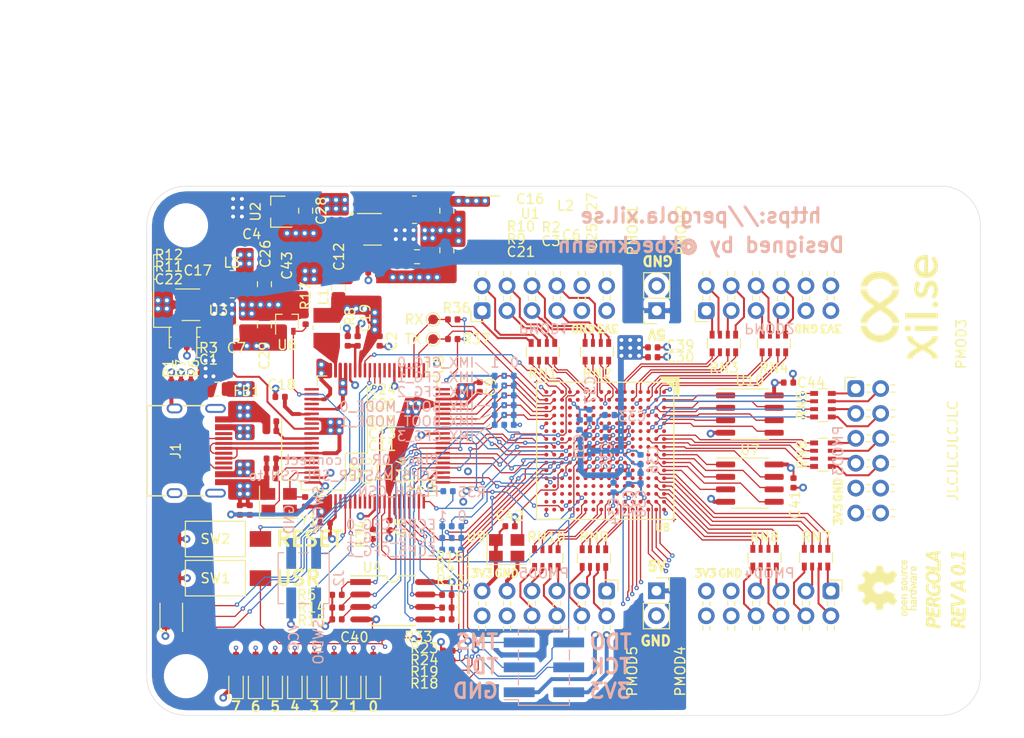
<source format=kicad_pcb>
(kicad_pcb (version 20171130) (host pcbnew 5.1.5)
  (layers (0 F.Cu signal) (1 In1.Cu power) (2 In2.Cu power) (31 B.Cu signal) (34 B.Paste user) (35 F.Paste user) (36 B.SilkS user) (37 F.SilkS user) (38 B.Mask user) (39 F.Mask user) (44 Edge.Cuts user))
  (net 0 "")
  (net 1 GND)
  (net 2 +2V5)
  (net 3 +3V3)
  (net 4 +1V1)
  (net 5 VBUS)
  (net 6 "Net-(J1-PadA5)")
  (net 7 "Net-(J1-PadB5)")
  (net 8 /USB_DP)
  (net 9 /USB_DM)
  (net 10 /VBUS_UNFILTERED)
  (net 11 /USB_SHIELD)
  (net 12 "Net-(D1-Pad2)")
  (net 13 "Net-(D2-Pad2)")
  (net 14 "Net-(D3-Pad2)")
  (net 15 "Net-(D4-Pad2)")
  (net 16 "Net-(D5-Pad2)")
  (net 17 "Net-(D6-Pad2)")
  (net 18 "Net-(D7-Pad2)")
  (net 19 "Net-(D8-Pad2)")
  (net 20 "Net-(C16-Pad2)")
  (net 21 "Net-(C17-Pad2)")
  (net 22 "Net-(C18-Pad2)")
  (net 23 /DCDC_OUT)
  (net 24 /ALT0_FLEXSPI_B_SCLK)
  (net 25 /ALT0_FLEXSPI_B_DATA02)
  (net 26 /ALT0_FLEXSPI_B_DATA01)
  (net 27 /ALT0_FLEXSPI_B_DATA03)
  (net 28 /ALT0_FLEXSPI_B_DATA00)
  (net 29 /ALT0_FLEXSPI_A_SS1_B)
  (net 30 /ALT0_FLEXSPI_A_SS0_B)
  (net 31 /ALT0_FLEXSPI_A_DATA1)
  (net 32 /ALT0_FLEXSPI_A_DATA2)
  (net 33 /ALT0_FLEXSPI_A_DATA0)
  (net 34 /ALT0_FLEXSPI_A_SCLK)
  (net 35 /ALT0_FLEXSPI_A_DATA3)
  (net 36 /ALT0_FLEXSPI_A_DQS)
  (net 37 /ALT0_FLEXSPI_B_DQS)
  (net 38 /ALT0_LPUART1_RXD)
  (net 39 /ALT0_LPUART1_TXD)
  (net 40 /CLK_16MHZ)
  (net 41 /FPGA_~HOLD)
  (net 42 /FPGA_CFG2)
  (net 43 /FPGA_CFG1)
  (net 44 /FPGA_CFG0)
  (net 45 /FPGA_DONE)
  (net 46 /FPGA_~PROGRAM)
  (net 47 /FPGA_~INIT)
  (net 48 /PMOD1_4)
  (net 49 /PMOD1_8)
  (net 50 /PMOD1_3)
  (net 51 /PMOD1_7)
  (net 52 /PMOD1_2)
  (net 53 /PMOD1_6)
  (net 54 /PMOD1_1)
  (net 55 /PMOD1_5)
  (net 56 /PMOD2_4)
  (net 57 /PMOD2_8)
  (net 58 /PMOD2_3)
  (net 59 /PMOD2_7)
  (net 60 /PMOD2_2)
  (net 61 /PMOD2_6)
  (net 62 /PMOD2_1)
  (net 63 /PMOD2_5)
  (net 64 /PMOD3_4)
  (net 65 /PMOD3_8)
  (net 66 /PMOD3_3)
  (net 67 /PMOD3_7)
  (net 68 /PMOD3_2)
  (net 69 /PMOD3_6)
  (net 70 /PMOD3_1)
  (net 71 /PMOD3_5)
  (net 72 /ALT0_FLEXSPI_B_SS0_B)
  (net 73 /MCU_SWD_CLK)
  (net 74 /MCU_SWD_IO)
  (net 75 /PMOD4_4)
  (net 76 /PMOD4_8)
  (net 77 /PMOD4_3)
  (net 78 /PMOD4_7)
  (net 79 /PMOD4_2)
  (net 80 /PMOD4_6)
  (net 81 /PMOD4_1)
  (net 82 /PMOD4_5)
  (net 83 /PMOD5_4)
  (net 84 /PMOD5_8)
  (net 85 /PMOD5_3)
  (net 86 /PMOD5_7)
  (net 87 /PMOD5_2)
  (net 88 /PMOD5_6)
  (net 89 /PMOD5_1)
  (net 90 /PMOD5_5)
  (net 91 "Net-(D9-Pad2)")
  (net 92 /PMOD1_6x)
  (net 93 /PMOD1_5x)
  (net 94 /PMOD1_2x)
  (net 95 /PMOD1_1x)
  (net 96 /PMOD1_3x)
  (net 97 /PMOD1_4x)
  (net 98 /PMOD1_7x)
  (net 99 /PMOD1_8x)
  (net 100 /PMOD2_6x)
  (net 101 /PMOD2_5x)
  (net 102 /PMOD2_2x)
  (net 103 /PMOD2_1x)
  (net 104 /PMOD2_8x)
  (net 105 /PMOD2_7x)
  (net 106 /PMOD2_4x)
  (net 107 /PMOD2_3x)
  (net 108 /PMOD3_6x)
  (net 109 /PMOD3_5x)
  (net 110 /PMOD3_2x)
  (net 111 /PMOD3_1x)
  (net 112 /PMOD3_8x)
  (net 113 /PMOD3_7x)
  (net 114 /PMOD3_4x)
  (net 115 /PMOD3_3x)
  (net 116 /PMOD4_6x)
  (net 117 /PMOD4_5x)
  (net 118 /PMOD4_2x)
  (net 119 /PMOD4_1x)
  (net 120 /PMOD4_8x)
  (net 121 /PMOD4_7x)
  (net 122 /PMOD4_4x)
  (net 123 /PMOD4_3x)
  (net 124 /PMOD5_6x)
  (net 125 /PMOD5_5x)
  (net 126 /PMOD5_2x)
  (net 127 /PMOD5_1x)
  (net 128 /PMOD5_8x)
  (net 129 /PMOD5_7x)
  (net 130 /PMOD5_4x)
  (net 131 /PMOD5_3x)
  (net 132 "Net-(C10-Pad2)")
  (net 133 "Net-(C11-Pad2)")
  (net 134 "Net-(C13-Pad2)")
  (net 135 "Net-(C14-Pad2)")
  (net 136 "Net-(C16-Pad1)")
  (net 137 "Net-(C17-Pad1)")
  (net 138 "Net-(C19-Pad2)")
  (net 139 "Net-(C20-Pad2)")
  (net 140 "Net-(C21-Pad1)")
  (net 141 "Net-(C22-Pad1)")
  (net 142 "Net-(D1-Pad4)")
  (net 143 "Net-(D1-Pad3)")
  (net 144 "Net-(L1-Pad2)")
  (net 145 "Net-(R2-Pad2)")
  (net 146 "Net-(R3-Pad2)")
  (net 147 /LED_R)
  (net 148 /LED_G)
  (net 149 /LED_B)
  (net 150 /LED0)
  (net 151 /LED1)
  (net 152 /LED2)
  (net 153 /LED3)
  (net 154 /LED4)
  (net 155 /LED5)
  (net 156 /LED6)
  (net 157 /LED7)
  (net 158 /SW_USER)
  (net 159 /ALT0_LPSPI1_SDI)
  (net 160 /ALT1_LPSPI1_PCS0)
  (net 161 /ALT1_LPSPI1_SCK)
  (net 162 /ALT0_LPSPI1_SDO)
  (net 163 /POR_B)
  (net 164 /RAM1_D3)
  (net 165 /RAM1_CLK)
  (net 166 /RAM1_D0)
  (net 167 /RAM1_D2)
  (net 168 /RAM1_D1)
  (net 169 /RAM1_~CS~)
  (net 170 /RAM2_D0)
  (net 171 /RAM2_CLK)
  (net 172 /RAM2_D3)
  (net 173 /RAM2_D2)
  (net 174 /RAM2_D1)
  (net 175 /RAM2_~CS~)
  (module Resistor_SMD:R_0402_1005Metric (layer F.Cu) (at 131.2 65.6)
    (fp_text reference R37 (at 2.4 0) (layer F.SilkS))
    (fp_text value 1K)
    (pad 2 smd roundrect (at 0.485 0) (size 0.59 0.64) (layers F.Cu F.Paste F.Mask) (net 3 +3V3))
    (pad 1 smd roundrect (at -0.485 0) (size 0.59 0.64) (layers F.Cu F.Paste F.Mask) (net 39 /ALT0_LPUART1_TXD))
  )
  (module Resistor_SMD:R_0402_1005Metric (layer F.Cu) (at 131.2 63.6)
    (fp_text reference R36 (at 0.4 -1.17) (layer F.SilkS))
    (fp_text value 1K)
    (pad 2 smd roundrect (at 0.485 0) (size 0.59 0.64) (layers F.Cu F.Paste F.Mask) (net 3 +3V3))
    (pad 1 smd roundrect (at -0.485 0) (size 0.59 0.64) (layers F.Cu F.Paste F.Mask) (net 38 /ALT0_LPUART1_RXD))
  )
  (module Capacitor_SMD:C_0402_1005Metric (layer F.Cu) (at 165.44 70.04 180)
    (fp_text reference C44 (at -2.31 -0.01) (layer F.SilkS))
    (fp_text value 100n)
    (pad 2 smd roundrect (at 0.485 0 180) (size 0.59 0.64) (layers F.Cu F.Paste F.Mask) (net 3 +3V3))
    (pad 1 smd roundrect (at -0.485 0 180) (size 0.59 0.64) (layers F.Cu F.Paste F.Mask) (net 1 GND))
  )
  (module Package_SO:SOIC-8_3.9x4.9mm_P1.27mm (layer F.Cu) (at 161.5 73.25)
    (fp_text reference U10 (at 0 -3.4) (layer F.SilkS))
    (fp_text value "SPI RAM LY68L6400SLIT")
    (pad 8 smd roundrect (at 2.475 -1.905) (size 1.95 0.6) (layers F.Cu F.Paste F.Mask) (net 3 +3V3))
    (pad 7 smd roundrect (at 2.475 -0.635) (size 1.95 0.6) (layers F.Cu F.Paste F.Mask) (net 172 /RAM2_D3))
    (pad 6 smd roundrect (at 2.475 0.635) (size 1.95 0.6) (layers F.Cu F.Paste F.Mask) (net 171 /RAM2_CLK))
    (pad 5 smd roundrect (at 2.475 1.905) (size 1.95 0.6) (layers F.Cu F.Paste F.Mask) (net 170 /RAM2_D0))
    (pad 4 smd roundrect (at -2.475 1.905) (size 1.95 0.6) (layers F.Cu F.Paste F.Mask) (net 1 GND))
    (pad 3 smd roundrect (at -2.475 0.635) (size 1.95 0.6) (layers F.Cu F.Paste F.Mask) (net 173 /RAM2_D2))
    (pad 2 smd roundrect (at -2.475 -0.635) (size 1.95 0.6) (layers F.Cu F.Paste F.Mask) (net 174 /RAM2_D1))
    (pad 1 smd roundrect (at -2.475 -1.905) (size 1.95 0.6) (layers F.Cu F.Paste F.Mask) (net 175 /RAM2_~CS~))
  )
  (module ecp5board:xil_logo_new (layer F.Cu) (at 177.7 62.2 90)
    (fp_text reference LOGO3 hide)
    (fp_text value Logo_Open_Hardware_Small)
  )
  (module Symbol:OSHW-Logo_5.7x6mm_SilkScreen (layer F.Cu) (at 175.5 91 90)
    (fp_text reference LOGO1 hide)
    (fp_text value Logo_Open_Hardware_Small hide)
  )
  (module ecp5board:logo (layer F.Cu) (at 179 95)
    (fp_text reference LOGO2 hide)
    (fp_text value Logo_Open_Hardware_Small)
  )
  (module Package_TO_SOT_SMD:SOT-23-6 (layer F.Cu) (at 104.5 62.1)
    (fp_text reference U3 (at 2.8 0.6) (layer F.SilkS))
    (fp_text value SY8120B1ABC)
    (pad 5 smd rect (at 1.1 0) (size 1.06 0.65) (layers F.Cu F.Paste F.Mask) (net 5 VBUS))
    (pad 6 smd rect (at 1.1 -0.95) (size 1.06 0.65) (layers F.Cu F.Paste F.Mask) (net 21 "Net-(C17-Pad2)"))
    (pad 4 smd rect (at 1.1 0.95) (size 1.06 0.65) (layers F.Cu F.Paste F.Mask) (net 146 "Net-(R3-Pad2)"))
    (pad 3 smd rect (at -1.1 0.95) (size 1.06 0.65) (layers F.Cu F.Paste F.Mask) (net 141 "Net-(C22-Pad1)"))
    (pad 2 smd rect (at -1.1 0) (size 1.06 0.65) (layers F.Cu F.Paste F.Mask) (net 1 GND))
    (pad 1 smd rect (at -1.1 -0.95) (size 1.06 0.65) (layers F.Cu F.Paste F.Mask) (net 137 "Net-(C17-Pad1)"))
  )
  (module Package_TO_SOT_SMD:SOT-23-6 (layer F.Cu) (at 123.025 54.4)
    (fp_text reference U1 (at 16.075 -1.6) (layer F.SilkS))
    (fp_text value SY8120B1ABC)
    (pad 5 smd rect (at 1.1 0) (size 1.06 0.65) (layers F.Cu F.Paste F.Mask) (net 5 VBUS))
    (pad 6 smd rect (at 1.1 -0.95) (size 1.06 0.65) (layers F.Cu F.Paste F.Mask) (net 20 "Net-(C16-Pad2)"))
    (pad 4 smd rect (at 1.1 0.95) (size 1.06 0.65) (layers F.Cu F.Paste F.Mask) (net 145 "Net-(R2-Pad2)"))
    (pad 3 smd rect (at -1.1 0.95) (size 1.06 0.65) (layers F.Cu F.Paste F.Mask) (net 140 "Net-(C21-Pad1)"))
    (pad 2 smd rect (at -1.1 0) (size 1.06 0.65) (layers F.Cu F.Paste F.Mask) (net 1 GND))
    (pad 1 smd rect (at -1.1 -0.95) (size 1.06 0.65) (layers F.Cu F.Paste F.Mask) (net 136 "Net-(C16-Pad1)"))
  )
  (module Capacitor_SMD:C_0402_1005Metric (layer F.Cu) (at 114.3 60.5 270)
    (fp_text reference C43 (at -2.4 0 90) (layer F.SilkS))
    (fp_text value 100n)
    (pad 2 smd roundrect (at 0.485 0 270) (size 0.59 0.64) (layers F.Cu F.Paste F.Mask) (net 3 +3V3))
    (pad 1 smd roundrect (at -0.485 0 270) (size 0.59 0.64) (layers F.Cu F.Paste F.Mask) (net 1 GND))
  )
  (module Package_QFP:LQFP-80_12x12mm_P0.5mm (layer F.Cu) (at 123.5 75.475 270)
    (fp_text reference U5 (at -7.275 -6.3 270) (layer F.SilkS))
    (fp_text value MIMXRT1011DAE5A)
    (pad 80 smd roundrect (at -4.75 -6.6875 270) (size 0.25 1.475) (layers F.Cu F.Paste F.Mask))
    (pad 79 smd roundrect (at -4.25 -6.6875 270) (size 0.25 1.475) (layers F.Cu F.Paste F.Mask))
    (pad 78 smd roundrect (at -3.75 -6.6875 270) (size 0.25 1.475) (layers F.Cu F.Paste F.Mask) (net 1 GND))
    (pad 77 smd roundrect (at -3.25 -6.6875 270) (size 0.25 1.475) (layers F.Cu F.Paste F.Mask) (net 23 /DCDC_OUT))
    (pad 76 smd roundrect (at -2.75 -6.6875 270) (size 0.25 1.475) (layers F.Cu F.Paste F.Mask) (net 72 /ALT0_FLEXSPI_B_SS0_B))
    (pad 75 smd roundrect (at -2.25 -6.6875 270) (size 0.25 1.475) (layers F.Cu F.Paste F.Mask) (net 26 /ALT0_FLEXSPI_B_DATA01))
    (pad 74 smd roundrect (at -1.75 -6.6875 270) (size 0.25 1.475) (layers F.Cu F.Paste F.Mask) (net 25 /ALT0_FLEXSPI_B_DATA02))
    (pad 73 smd roundrect (at -1.25 -6.6875 270) (size 0.25 1.475) (layers F.Cu F.Paste F.Mask) (net 28 /ALT0_FLEXSPI_B_DATA00))
    (pad 72 smd roundrect (at -0.75 -6.6875 270) (size 0.25 1.475) (layers F.Cu F.Paste F.Mask) (net 27 /ALT0_FLEXSPI_B_DATA03))
    (pad 71 smd roundrect (at -0.25 -6.6875 270) (size 0.25 1.475) (layers F.Cu F.Paste F.Mask) (net 3 +3V3))
    (pad 70 smd roundrect (at 0.25 -6.6875 270) (size 0.25 1.475) (layers F.Cu F.Paste F.Mask) (net 29 /ALT0_FLEXSPI_A_SS1_B))
    (pad 69 smd roundrect (at 0.75 -6.6875 270) (size 0.25 1.475) (layers F.Cu F.Paste F.Mask) (net 30 /ALT0_FLEXSPI_A_SS0_B))
    (pad 68 smd roundrect (at 1.25 -6.6875 270) (size 0.25 1.475) (layers F.Cu F.Paste F.Mask) (net 31 /ALT0_FLEXSPI_A_DATA1))
    (pad 67 smd roundrect (at 1.75 -6.6875 270) (size 0.25 1.475) (layers F.Cu F.Paste F.Mask) (net 32 /ALT0_FLEXSPI_A_DATA2))
    (pad 66 smd roundrect (at 2.25 -6.6875 270) (size 0.25 1.475) (layers F.Cu F.Paste F.Mask) (net 33 /ALT0_FLEXSPI_A_DATA0))
    (pad 65 smd roundrect (at 2.75 -6.6875 270) (size 0.25 1.475) (layers F.Cu F.Paste F.Mask) (net 34 /ALT0_FLEXSPI_A_SCLK))
    (pad 64 smd roundrect (at 3.25 -6.6875 270) (size 0.25 1.475) (layers F.Cu F.Paste F.Mask) (net 35 /ALT0_FLEXSPI_A_DATA3))
    (pad 63 smd roundrect (at 3.75 -6.6875 270) (size 0.25 1.475) (layers F.Cu F.Paste F.Mask) (net 3 +3V3))
    (pad 62 smd roundrect (at 4.25 -6.6875 270) (size 0.25 1.475) (layers F.Cu F.Paste F.Mask) (net 36 /ALT0_FLEXSPI_A_DQS))
    (pad 61 smd roundrect (at 4.75 -6.6875 270) (size 0.25 1.475) (layers F.Cu F.Paste F.Mask) (net 24 /ALT0_FLEXSPI_B_SCLK))
    (pad 60 smd roundrect (at 6.6875 -4.75 270) (size 1.475 0.25) (layers F.Cu F.Paste F.Mask) (net 41 /FPGA_~HOLD))
    (pad 59 smd roundrect (at 6.6875 -4.25 270) (size 1.475 0.25) (layers F.Cu F.Paste F.Mask) (net 45 /FPGA_DONE))
    (pad 58 smd roundrect (at 6.6875 -3.75 270) (size 1.475 0.25) (layers F.Cu F.Paste F.Mask) (net 47 /FPGA_~INIT))
    (pad 57 smd roundrect (at 6.6875 -3.25 270) (size 1.475 0.25) (layers F.Cu F.Paste F.Mask) (net 159 /ALT0_LPSPI1_SDI))
    (pad 56 smd roundrect (at 6.6875 -2.75 270) (size 1.475 0.25) (layers F.Cu F.Paste F.Mask) (net 162 /ALT0_LPSPI1_SDO))
    (pad 55 smd roundrect (at 6.6875 -2.25 270) (size 1.475 0.25) (layers F.Cu F.Paste F.Mask) (net 160 /ALT1_LPSPI1_PCS0))
    (pad 54 smd roundrect (at 6.6875 -1.75 270) (size 1.475 0.25) (layers F.Cu F.Paste F.Mask) (net 1 GND))
    (pad 53 smd roundrect (at 6.6875 -1.25 270) (size 1.475 0.25) (layers F.Cu F.Paste F.Mask) (net 23 /DCDC_OUT))
    (pad 52 smd roundrect (at 6.6875 -0.75 270) (size 1.475 0.25) (layers F.Cu F.Paste F.Mask) (net 161 /ALT1_LPSPI1_SCK))
    (pad 51 smd roundrect (at 6.6875 -0.25 270) (size 1.475 0.25) (layers F.Cu F.Paste F.Mask) (net 46 /FPGA_~PROGRAM))
    (pad 50 smd roundrect (at 6.6875 0.25 270) (size 1.475 0.25) (layers F.Cu F.Paste F.Mask) (net 3 +3V3))
    (pad 49 smd roundrect (at 6.6875 0.75 270) (size 1.475 0.25) (layers F.Cu F.Paste F.Mask))
    (pad 48 smd roundrect (at 6.6875 1.25 270) (size 1.475 0.25) (layers F.Cu F.Paste F.Mask))
    (pad 47 smd roundrect (at 6.6875 1.75 270) (size 1.475 0.25) (layers F.Cu F.Paste F.Mask))
    (pad 46 smd roundrect (at 6.6875 2.25 270) (size 1.475 0.25) (layers F.Cu F.Paste F.Mask))
    (pad 45 smd roundrect (at 6.6875 2.75 270) (size 1.475 0.25) (layers F.Cu F.Paste F.Mask) (net 73 /MCU_SWD_CLK))
    (pad 44 smd roundrect (at 6.6875 3.25 270) (size 1.475 0.25) (layers F.Cu F.Paste F.Mask) (net 74 /MCU_SWD_IO))
    (pad 43 smd roundrect (at 6.6875 3.75 270) (size 1.475 0.25) (layers F.Cu F.Paste F.Mask))
    (pad 42 smd roundrect (at 6.6875 4.25 270) (size 1.475 0.25) (layers F.Cu F.Paste F.Mask) (net 3 +3V3))
    (pad 41 smd roundrect (at 6.6875 4.75 270) (size 1.475 0.25) (layers F.Cu F.Paste F.Mask) (net 1 GND))
    (pad 40 smd roundrect (at 4.75 6.6875 270) (size 0.25 1.475) (layers F.Cu F.Paste F.Mask) (net 132 "Net-(C10-Pad2)"))
    (pad 39 smd roundrect (at 4.25 6.6875 270) (size 0.25 1.475) (layers F.Cu F.Paste F.Mask) (net 3 +3V3))
    (pad 38 smd roundrect (at 3.75 6.6875 270) (size 0.25 1.475) (layers F.Cu F.Paste F.Mask) (net 135 "Net-(C14-Pad2)"))
    (pad 37 smd roundrect (at 3.25 6.6875 270) (size 0.25 1.475) (layers F.Cu F.Paste F.Mask) (net 133 "Net-(C11-Pad2)"))
    (pad 36 smd roundrect (at 2.75 6.6875 270) (size 0.25 1.475) (layers F.Cu F.Paste F.Mask))
    (pad 35 smd roundrect (at 2.25 6.6875 270) (size 0.25 1.475) (layers F.Cu F.Paste F.Mask) (net 134 "Net-(C13-Pad2)"))
    (pad 34 smd roundrect (at 1.75 6.6875 270) (size 0.25 1.475) (layers F.Cu F.Paste F.Mask) (net 1 GND))
    (pad 33 smd roundrect (at 1.25 6.6875 270) (size 0.25 1.475) (layers F.Cu F.Paste F.Mask) (net 8 /USB_DP))
    (pad 32 smd roundrect (at 0.75 6.6875 270) (size 0.25 1.475) (layers F.Cu F.Paste F.Mask) (net 9 /USB_DM))
    (pad 31 smd roundrect (at 0.25 6.6875 270) (size 0.25 1.475) (layers F.Cu F.Paste F.Mask) (net 139 "Net-(C20-Pad2)"))
    (pad 30 smd roundrect (at -0.25 6.6875 270) (size 0.25 1.475) (layers F.Cu F.Paste F.Mask) (net 1 GND))
    (pad 29 smd roundrect (at -0.75 6.6875 270) (size 0.25 1.475) (layers F.Cu F.Paste F.Mask) (net 5 VBUS))
    (pad 28 smd roundrect (at -1.25 6.6875 270) (size 0.25 1.475) (layers F.Cu F.Paste F.Mask))
    (pad 27 smd roundrect (at -1.75 6.6875 270) (size 0.25 1.475) (layers F.Cu F.Paste F.Mask) (net 1 GND))
    (pad 26 smd roundrect (at -2.25 6.6875 270) (size 0.25 1.475) (layers F.Cu F.Paste F.Mask) (net 22 "Net-(C18-Pad2)"))
    (pad 25 smd roundrect (at -2.75 6.6875 270) (size 0.25 1.475) (layers F.Cu F.Paste F.Mask) (net 3 +3V3))
    (pad 24 smd roundrect (at -3.25 6.6875 270) (size 0.25 1.475) (layers F.Cu F.Paste F.Mask))
    (pad 23 smd roundrect (at -3.75 6.6875 270) (size 0.25 1.475) (layers F.Cu F.Paste F.Mask) (net 1 GND))
    (pad 22 smd roundrect (at -4.25 6.6875 270) (size 0.25 1.475) (layers F.Cu F.Paste F.Mask) (net 163 /POR_B))
    (pad 21 smd roundrect (at -4.75 6.6875 270) (size 0.25 1.475) (layers F.Cu F.Paste F.Mask))
    (pad 20 smd roundrect (at -6.6875 4.75 270) (size 1.475 0.25) (layers F.Cu F.Paste F.Mask) (net 1 GND))
    (pad 19 smd roundrect (at -6.6875 4.25 270) (size 1.475 0.25) (layers F.Cu F.Paste F.Mask) (net 144 "Net-(L1-Pad2)"))
    (pad 18 smd roundrect (at -6.6875 3.75 270) (size 1.475 0.25) (layers F.Cu F.Paste F.Mask) (net 3 +3V3))
    (pad 17 smd roundrect (at -6.6875 3.25 270) (size 1.475 0.25) (layers F.Cu F.Paste F.Mask) (net 3 +3V3))
    (pad 16 smd roundrect (at -6.6875 2.75 270) (size 1.475 0.25) (layers F.Cu F.Paste F.Mask) (net 1 GND))
    (pad 15 smd roundrect (at -6.6875 2.25 270) (size 1.475 0.25) (layers F.Cu F.Paste F.Mask) (net 138 "Net-(C19-Pad2)"))
    (pad 14 smd roundrect (at -6.6875 1.75 270) (size 1.475 0.25) (layers F.Cu F.Paste F.Mask) (net 23 /DCDC_OUT))
    (pad 13 smd roundrect (at -6.6875 1.25 270) (size 1.475 0.25) (layers F.Cu F.Paste F.Mask) (net 37 /ALT0_FLEXSPI_B_DQS))
    (pad 12 smd roundrect (at -6.6875 0.75 270) (size 1.475 0.25) (layers F.Cu F.Paste F.Mask) (net 147 /LED_R))
    (pad 11 smd roundrect (at -6.6875 0.25 270) (size 1.475 0.25) (layers F.Cu F.Paste F.Mask) (net 148 /LED_G))
    (pad 10 smd roundrect (at -6.6875 -0.25 270) (size 1.475 0.25) (layers F.Cu F.Paste F.Mask) (net 149 /LED_B))
    (pad 9 smd roundrect (at -6.6875 -0.75 270) (size 1.475 0.25) (layers F.Cu F.Paste F.Mask))
    (pad 8 smd roundrect (at -6.6875 -1.25 270) (size 1.475 0.25) (layers F.Cu F.Paste F.Mask))
    (pad 7 smd roundrect (at -6.6875 -1.75 270) (size 1.475 0.25) (layers F.Cu F.Paste F.Mask) (net 3 +3V3))
    (pad 6 smd roundrect (at -6.6875 -2.25 270) (size 1.475 0.25) (layers F.Cu F.Paste F.Mask))
    (pad 5 smd roundrect (at -6.6875 -2.75 270) (size 1.475 0.25) (layers F.Cu F.Paste F.Mask))
    (pad 4 smd roundrect (at -6.6875 -3.25 270) (size 1.475 0.25) (layers F.Cu F.Paste F.Mask))
    (pad 3 smd roundrect (at -6.6875 -3.75 270) (size 1.475 0.25) (layers F.Cu F.Paste F.Mask) (net 38 /ALT0_LPUART1_RXD))
    (pad 2 smd roundrect (at -6.6875 -4.25 270) (size 1.475 0.25) (layers F.Cu F.Paste F.Mask) (net 39 /ALT0_LPUART1_TXD))
    (pad 1 smd roundrect (at -6.6875 -4.75 270) (size 1.475 0.25) (layers F.Cu F.Paste F.Mask))
  )
  (module Resistor_SMD:R_0402_1005Metric (layer B.Cu) (at 130.725 81.125)
    (fp_text reference R35 (at 2.425 0.1) (layer B.SilkS) (effects (justify mirror)))
    (fp_text value DNP)
    (pad 2 smd roundrect (at 0.485 0) (size 0.59 0.64) (layers B.Cu B.Paste B.Mask) (net 41 /FPGA_~HOLD))
    (pad 1 smd roundrect (at -0.485 0) (size 0.59 0.64) (layers B.Cu B.Paste B.Mask) (net 30 /ALT0_FLEXSPI_A_SS0_B))
  )
  (module Resistor_SMD:R_0402_1005Metric (layer F.Cu) (at 123.05 85.5 90)
    (fp_text reference R34 (at 0 -1.17 90) (layer F.SilkS))
    (fp_text value 4K7)
    (pad 2 smd roundrect (at 0.485 0 90) (size 0.59 0.64) (layers F.Cu F.Paste F.Mask) (net 46 /FPGA_~PROGRAM))
    (pad 1 smd roundrect (at -0.485 0 90) (size 0.59 0.64) (layers F.Cu F.Paste F.Mask) (net 1 GND))
  )
  (module Resistor_SMD:R_0402_1005Metric (layer F.Cu) (at 125.425 96.075)
    (fp_text reference R33 (at 2.275 -0.1) (layer F.SilkS))
    (fp_text value 4K7)
    (pad 2 smd roundrect (at 0.485 0) (size 0.59 0.64) (layers F.Cu F.Paste F.Mask) (net 3 +3V3))
    (pad 1 smd roundrect (at -0.485 0) (size 0.59 0.64) (layers F.Cu F.Paste F.Mask) (net 158 /SW_USER))
  )
  (module Capacitor_SMD:C_0402_1005Metric (layer F.Cu) (at 137.05 84.7 180)
    (fp_text reference C42 (at 0.05 1.075) (layer F.SilkS))
    (fp_text value 100n)
    (pad 2 smd roundrect (at 0.485 0 180) (size 0.59 0.64) (layers F.Cu F.Paste F.Mask) (net 3 +3V3))
    (pad 1 smd roundrect (at -0.485 0 180) (size 0.59 0.64) (layers F.Cu F.Paste F.Mask) (net 1 GND))
  )
  (module Capacitor_SMD:C_0402_1005Metric (layer F.Cu) (at 165.95 80.275 90)
    (fp_text reference C41 (at -2.225 0.15 90) (layer F.SilkS))
    (fp_text value 100n)
    (pad 2 smd roundrect (at 0.485 0 90) (size 0.59 0.64) (layers F.Cu F.Paste F.Mask) (net 3 +3V3))
    (pad 1 smd roundrect (at -0.485 0 90) (size 0.59 0.64) (layers F.Cu F.Paste F.Mask) (net 1 GND))
  )
  (module Capacitor_SMD:C_0402_1005Metric (layer F.Cu) (at 123.5 96.075 180)
    (fp_text reference C40 (at 2.325 0.05) (layer F.SilkS))
    (fp_text value 100n)
    (pad 2 smd roundrect (at 0.485 0 180) (size 0.59 0.64) (layers F.Cu F.Paste F.Mask) (net 1 GND))
    (pad 1 smd roundrect (at -0.485 0 180) (size 0.59 0.64) (layers F.Cu F.Paste F.Mask) (net 158 /SW_USER))
  )
  (module ecp5board:PMOD_Socket_2x06_P2.54mm_Horizontal (layer F.Cu) (at 140.55 50 270)
    (fp_text reference PMOD1 (at 4.5 -9 90) (layer F.SilkS))
    (fp_text value Conn_02x06_Top_Bottom)
    (pad 6 thru_hole oval (at 12.7 -6.35 270) (size 1.7 1.7) (drill 1) (layers *.Cu *.Mask) (net 3 +3V3))
    (pad 12 thru_hole oval (at 10.16 -6.35 270) (size 1.7 1.7) (drill 1) (layers *.Cu *.Mask) (net 3 +3V3))
    (pad 5 thru_hole oval (at 12.7 -3.81 270) (size 1.7 1.7) (drill 1) (layers *.Cu *.Mask) (net 1 GND))
    (pad 11 thru_hole oval (at 10.16 -3.81 270) (size 1.7 1.7) (drill 1) (layers *.Cu *.Mask) (net 1 GND))
    (pad 4 thru_hole oval (at 12.7 -1.27 270) (size 1.7 1.7) (drill 1) (layers *.Cu *.Mask) (net 48 /PMOD1_4))
    (pad 10 thru_hole oval (at 10.16 -1.27 270) (size 1.7 1.7) (drill 1) (layers *.Cu *.Mask) (net 49 /PMOD1_8))
    (pad 3 thru_hole oval (at 12.7 1.27 270) (size 1.7 1.7) (drill 1) (layers *.Cu *.Mask) (net 50 /PMOD1_3))
    (pad 9 thru_hole oval (at 10.16 1.27 270) (size 1.7 1.7) (drill 1) (layers *.Cu *.Mask) (net 51 /PMOD1_7))
    (pad 2 thru_hole oval (at 12.7 3.81 270) (size 1.7 1.7) (drill 1) (layers *.Cu *.Mask) (net 52 /PMOD1_2))
    (pad 8 thru_hole oval (at 10.16 3.81 270) (size 1.7 1.7) (drill 1) (layers *.Cu *.Mask) (net 53 /PMOD1_6))
    (pad 1 thru_hole roundrect (at 12.7 6.35 270) (size 1.7 1.7) (drill 1) (layers *.Cu *.Mask) (net 54 /PMOD1_1))
    (pad 7 thru_hole oval (at 10.16 6.35 270) (size 1.7 1.7) (drill 1) (layers *.Cu *.Mask) (net 55 /PMOD1_5))
  )
  (module ecp5board:PMOD_Socket_2x06_P2.54mm_Horizontal (layer F.Cu) (at 140.55 104 90)
    (fp_text reference PMOD5 (at 4.5 8.95 90) (layer F.SilkS))
    (fp_text value Conn_02x06_Top_Bottom)
    (pad 6 thru_hole oval (at 12.7 -6.35 90) (size 1.7 1.7) (drill 1) (layers *.Cu *.Mask) (net 3 +3V3))
    (pad 12 thru_hole oval (at 10.16 -6.35 90) (size 1.7 1.7) (drill 1) (layers *.Cu *.Mask) (net 3 +3V3))
    (pad 5 thru_hole oval (at 12.7 -3.81 90) (size 1.7 1.7) (drill 1) (layers *.Cu *.Mask) (net 1 GND))
    (pad 11 thru_hole oval (at 10.16 -3.81 90) (size 1.7 1.7) (drill 1) (layers *.Cu *.Mask) (net 1 GND))
    (pad 4 thru_hole oval (at 12.7 -1.27 90) (size 1.7 1.7) (drill 1) (layers *.Cu *.Mask) (net 83 /PMOD5_4))
    (pad 10 thru_hole oval (at 10.16 -1.27 90) (size 1.7 1.7) (drill 1) (layers *.Cu *.Mask) (net 84 /PMOD5_8))
    (pad 3 thru_hole oval (at 12.7 1.27 90) (size 1.7 1.7) (drill 1) (layers *.Cu *.Mask) (net 85 /PMOD5_3))
    (pad 9 thru_hole oval (at 10.16 1.27 90) (size 1.7 1.7) (drill 1) (layers *.Cu *.Mask) (net 86 /PMOD5_7))
    (pad 2 thru_hole oval (at 12.7 3.81 90) (size 1.7 1.7) (drill 1) (layers *.Cu *.Mask) (net 87 /PMOD5_2))
    (pad 8 thru_hole oval (at 10.16 3.81 90) (size 1.7 1.7) (drill 1) (layers *.Cu *.Mask) (net 88 /PMOD5_6))
    (pad 1 thru_hole roundrect (at 12.7 6.35 90) (size 1.7 1.7) (drill 1) (layers *.Cu *.Mask) (net 89 /PMOD5_1))
    (pad 7 thru_hole oval (at 10.16 6.35 90) (size 1.7 1.7) (drill 1) (layers *.Cu *.Mask) (net 90 /PMOD5_5))
  )
  (module ecp5board:PMOD_Socket_2x06_P2.54mm_Horizontal (layer F.Cu) (at 163.41 104 90)
    (fp_text reference PMOD4 (at 4.5 -9.01 90) (layer F.SilkS))
    (fp_text value Conn_02x06_Top_Bottom)
    (pad 6 thru_hole oval (at 12.7 -6.35 90) (size 1.7 1.7) (drill 1) (layers *.Cu *.Mask) (net 3 +3V3))
    (pad 12 thru_hole oval (at 10.16 -6.35 90) (size 1.7 1.7) (drill 1) (layers *.Cu *.Mask) (net 3 +3V3))
    (pad 5 thru_hole oval (at 12.7 -3.81 90) (size 1.7 1.7) (drill 1) (layers *.Cu *.Mask) (net 1 GND))
    (pad 11 thru_hole oval (at 10.16 -3.81 90) (size 1.7 1.7) (drill 1) (layers *.Cu *.Mask) (net 1 GND))
    (pad 4 thru_hole oval (at 12.7 -1.27 90) (size 1.7 1.7) (drill 1) (layers *.Cu *.Mask) (net 75 /PMOD4_4))
    (pad 10 thru_hole oval (at 10.16 -1.27 90) (size 1.7 1.7) (drill 1) (layers *.Cu *.Mask) (net 76 /PMOD4_8))
    (pad 3 thru_hole oval (at 12.7 1.27 90) (size 1.7 1.7) (drill 1) (layers *.Cu *.Mask) (net 77 /PMOD4_3))
    (pad 9 thru_hole oval (at 10.16 1.27 90) (size 1.7 1.7) (drill 1) (layers *.Cu *.Mask) (net 78 /PMOD4_7))
    (pad 2 thru_hole oval (at 12.7 3.81 90) (size 1.7 1.7) (drill 1) (layers *.Cu *.Mask) (net 79 /PMOD4_2))
    (pad 8 thru_hole oval (at 10.16 3.81 90) (size 1.7 1.7) (drill 1) (layers *.Cu *.Mask) (net 80 /PMOD4_6))
    (pad 1 thru_hole roundrect (at 12.7 6.35 90) (size 1.7 1.7) (drill 1) (layers *.Cu *.Mask) (net 81 /PMOD4_1))
    (pad 7 thru_hole oval (at 10.16 6.35 90) (size 1.7 1.7) (drill 1) (layers *.Cu *.Mask) (net 82 /PMOD4_5))
  )
  (module ecp5board:PMOD_Socket_2x06_P2.54mm_Horizontal (layer F.Cu) (at 185 77 180)
    (fp_text reference PMOD3 (at 1.95 10.9 90) (layer F.SilkS))
    (fp_text value Conn_02x06_Top_Bottom)
    (pad 6 thru_hole oval (at 12.7 -6.35 180) (size 1.7 1.7) (drill 1) (layers *.Cu *.Mask) (net 3 +3V3))
    (pad 12 thru_hole oval (at 10.16 -6.35 180) (size 1.7 1.7) (drill 1) (layers *.Cu *.Mask) (net 3 +3V3))
    (pad 5 thru_hole oval (at 12.7 -3.81 180) (size 1.7 1.7) (drill 1) (layers *.Cu *.Mask) (net 1 GND))
    (pad 11 thru_hole oval (at 10.16 -3.81 180) (size 1.7 1.7) (drill 1) (layers *.Cu *.Mask) (net 1 GND))
    (pad 4 thru_hole oval (at 12.7 -1.27 180) (size 1.7 1.7) (drill 1) (layers *.Cu *.Mask) (net 64 /PMOD3_4))
    (pad 10 thru_hole oval (at 10.16 -1.27 180) (size 1.7 1.7) (drill 1) (layers *.Cu *.Mask) (net 65 /PMOD3_8))
    (pad 3 thru_hole oval (at 12.7 1.27 180) (size 1.7 1.7) (drill 1) (layers *.Cu *.Mask) (net 66 /PMOD3_3))
    (pad 9 thru_hole oval (at 10.16 1.27 180) (size 1.7 1.7) (drill 1) (layers *.Cu *.Mask) (net 67 /PMOD3_7))
    (pad 2 thru_hole oval (at 12.7 3.81 180) (size 1.7 1.7) (drill 1) (layers *.Cu *.Mask) (net 68 /PMOD3_2))
    (pad 8 thru_hole oval (at 10.16 3.81 180) (size 1.7 1.7) (drill 1) (layers *.Cu *.Mask) (net 69 /PMOD3_6))
    (pad 1 thru_hole roundrect (at 12.7 6.35 180) (size 1.7 1.7) (drill 1) (layers *.Cu *.Mask) (net 70 /PMOD3_1))
    (pad 7 thru_hole oval (at 10.16 6.35 180) (size 1.7 1.7) (drill 1) (layers *.Cu *.Mask) (net 71 /PMOD3_5))
  )
  (module ecp5board:PMOD_Socket_2x06_P2.54mm_Horizontal (layer F.Cu) (at 163.41 50 270)
    (fp_text reference PMOD2 (at 4.5 8.91 90) (layer F.SilkS))
    (fp_text value Conn_02x06_Top_Bottom)
    (pad 6 thru_hole oval (at 12.7 -6.35 270) (size 1.7 1.7) (drill 1) (layers *.Cu *.Mask) (net 3 +3V3))
    (pad 12 thru_hole oval (at 10.16 -6.35 270) (size 1.7 1.7) (drill 1) (layers *.Cu *.Mask) (net 3 +3V3))
    (pad 5 thru_hole oval (at 12.7 -3.81 270) (size 1.7 1.7) (drill 1) (layers *.Cu *.Mask) (net 1 GND))
    (pad 11 thru_hole oval (at 10.16 -3.81 270) (size 1.7 1.7) (drill 1) (layers *.Cu *.Mask) (net 1 GND))
    (pad 4 thru_hole oval (at 12.7 -1.27 270) (size 1.7 1.7) (drill 1) (layers *.Cu *.Mask) (net 56 /PMOD2_4))
    (pad 10 thru_hole oval (at 10.16 -1.27 270) (size 1.7 1.7) (drill 1) (layers *.Cu *.Mask) (net 57 /PMOD2_8))
    (pad 3 thru_hole oval (at 12.7 1.27 270) (size 1.7 1.7) (drill 1) (layers *.Cu *.Mask) (net 58 /PMOD2_3))
    (pad 9 thru_hole oval (at 10.16 1.27 270) (size 1.7 1.7) (drill 1) (layers *.Cu *.Mask) (net 59 /PMOD2_7))
    (pad 2 thru_hole oval (at 12.7 3.81 270) (size 1.7 1.7) (drill 1) (layers *.Cu *.Mask) (net 60 /PMOD2_2))
    (pad 8 thru_hole oval (at 10.16 3.81 270) (size 1.7 1.7) (drill 1) (layers *.Cu *.Mask) (net 61 /PMOD2_6))
    (pad 1 thru_hole roundrect (at 12.7 6.35 270) (size 1.7 1.7) (drill 1) (layers *.Cu *.Mask) (net 62 /PMOD2_1))
    (pad 7 thru_hole oval (at 10.16 6.35 270) (size 1.7 1.7) (drill 1) (layers *.Cu *.Mask) (net 63 /PMOD2_5))
  )
  (module Resistor_SMD:R_0402_1005Metric (layer F.Cu) (at 130.7 98.4 180)
    (fp_text reference R24 (at 2.4 0.05) (layer F.SilkS))
    (fp_text value 4K7)
    (pad 2 smd roundrect (at 0.485 0 180) (size 0.59 0.64) (layers F.Cu F.Paste F.Mask) (net 3 +3V3))
    (pad 1 smd roundrect (at -0.485 0 180) (size 0.59 0.64) (layers F.Cu F.Paste F.Mask) (net 160 /ALT1_LPSPI1_PCS0))
  )
  (module Resistor_SMD:R_0402_1005Metric (layer F.Cu) (at 130.7 97.4)
    (fp_text reference R23 (at -2.4 -0.25) (layer F.SilkS))
    (fp_text value 4K7)
    (pad 2 smd roundrect (at 0.485 0) (size 0.59 0.64) (layers F.Cu F.Paste F.Mask) (net 161 /ALT1_LPSPI1_SCK))
    (pad 1 smd roundrect (at -0.485 0) (size 0.59 0.64) (layers F.Cu F.Paste F.Mask) (net 1 GND))
  )
  (module Resistor_SMD:R_0402_1005Metric (layer F.Cu) (at 130.7 99.4 180)
    (fp_text reference R19 (at 2.4 -0.15) (layer F.SilkS))
    (fp_text value 4K7)
    (pad 2 smd roundrect (at 0.485 0 180) (size 0.59 0.64) (layers F.Cu F.Paste F.Mask) (net 3 +3V3))
    (pad 1 smd roundrect (at -0.485 0 180) (size 0.59 0.64) (layers F.Cu F.Paste F.Mask) (net 162 /ALT0_LPSPI1_SDO))
  )
  (module Resistor_SMD:R_0402_1005Metric (layer F.Cu) (at 130.7 100.4 180)
    (fp_text reference R18 (at 2.4 -0.35) (layer F.SilkS))
    (fp_text value 4K7)
    (pad 2 smd roundrect (at 0.485 0 180) (size 0.59 0.64) (layers F.Cu F.Paste F.Mask) (net 3 +3V3))
    (pad 1 smd roundrect (at -0.485 0 180) (size 0.59 0.64) (layers F.Cu F.Paste F.Mask) (net 159 /ALT0_LPSPI1_SDI))
  )
  (module Package_SO:SOIC-8_3.9x4.9mm_P1.27mm (layer F.Cu) (at 161.5 80.3)
    (fp_text reference U7 (at 0 -3.4 unlocked) (layer F.SilkS))
    (fp_text value "SPI RAM LY68L6400SLIT")
    (pad 8 smd roundrect (at 2.475 -1.905) (size 1.95 0.6) (layers F.Cu F.Paste F.Mask) (net 3 +3V3))
    (pad 7 smd roundrect (at 2.475 -0.635) (size 1.95 0.6) (layers F.Cu F.Paste F.Mask) (net 164 /RAM1_D3))
    (pad 6 smd roundrect (at 2.475 0.635) (size 1.95 0.6) (layers F.Cu F.Paste F.Mask) (net 165 /RAM1_CLK))
    (pad 5 smd roundrect (at 2.475 1.905) (size 1.95 0.6) (layers F.Cu F.Paste F.Mask) (net 166 /RAM1_D0))
    (pad 4 smd roundrect (at -2.475 1.905) (size 1.95 0.6) (layers F.Cu F.Paste F.Mask) (net 1 GND))
    (pad 3 smd roundrect (at -2.475 0.635) (size 1.95 0.6) (layers F.Cu F.Paste F.Mask) (net 167 /RAM1_D2))
    (pad 2 smd roundrect (at -2.475 -0.635) (size 1.95 0.6) (layers F.Cu F.Paste F.Mask) (net 168 /RAM1_D1))
    (pad 1 smd roundrect (at -2.475 -1.905) (size 1.95 0.6) (layers F.Cu F.Paste F.Mask) (net 169 /RAM1_~CS~))
  )
  (module Resistor_SMD:R_0402_1005Metric (layer F.Cu) (at 105 95 180)
    (fp_text reference R22 hide)
    (fp_text value 4K7)
    (pad 2 smd roundrect (at 0.485 0 180) (size 0.59 0.64) (layers F.Cu F.Paste F.Mask) (net 142 "Net-(D1-Pad4)"))
    (pad 1 smd roundrect (at -0.485 0 180) (size 0.59 0.64) (layers F.Cu F.Paste F.Mask) (net 149 /LED_B))
  )
  (module Resistor_SMD:R_0402_1005Metric (layer F.Cu) (at 105 93.9 180)
    (fp_text reference R21 hide)
    (fp_text value 4K7)
    (pad 2 smd roundrect (at 0.485 0 180) (size 0.59 0.64) (layers F.Cu F.Paste F.Mask) (net 143 "Net-(D1-Pad3)"))
    (pad 1 smd roundrect (at -0.485 0 180) (size 0.59 0.64) (layers F.Cu F.Paste F.Mask) (net 148 /LED_G))
  )
  (module Resistor_SMD:R_0402_1005Metric (layer F.Cu) (at 105 92.8 180)
    (fp_text reference R20 hide)
    (fp_text value 4K7)
    (pad 2 smd roundrect (at 0.485 0 180) (size 0.59 0.64) (layers F.Cu F.Paste F.Mask) (net 12 "Net-(D1-Pad2)"))
    (pad 1 smd roundrect (at -0.485 0 180) (size 0.59 0.64) (layers F.Cu F.Paste F.Mask) (net 147 /LED_R))
  )
  (module Resistor_SMD:R_0402_1005Metric (layer F.Cu) (at 109.1 98.3 270)
    (fp_text reference R32 hide)
    (fp_text value 4K7)
    (pad 2 smd roundrect (at 0.485 0 270) (size 0.59 0.64) (layers F.Cu F.Paste F.Mask) (net 91 "Net-(D9-Pad2)"))
    (pad 1 smd roundrect (at -0.485 0 270) (size 0.59 0.64) (layers F.Cu F.Paste F.Mask) (net 157 /LED7))
  )
  (module Resistor_SMD:R_0402_1005Metric (layer F.Cu) (at 111.1 98.285 270)
    (fp_text reference R31 hide)
    (fp_text value 4K7)
    (pad 2 smd roundrect (at 0.485 0 270) (size 0.59 0.64) (layers F.Cu F.Paste F.Mask) (net 19 "Net-(D8-Pad2)"))
    (pad 1 smd roundrect (at -0.485 0 270) (size 0.59 0.64) (layers F.Cu F.Paste F.Mask) (net 156 /LED6))
  )
  (module Resistor_SMD:R_0402_1005Metric (layer F.Cu) (at 113.1 98.3 270)
    (fp_text reference R30 hide)
    (fp_text value 4K7)
    (pad 2 smd roundrect (at 0.485 0 270) (size 0.59 0.64) (layers F.Cu F.Paste F.Mask) (net 18 "Net-(D7-Pad2)"))
    (pad 1 smd roundrect (at -0.485 0 270) (size 0.59 0.64) (layers F.Cu F.Paste F.Mask) (net 155 /LED5))
  )
  (module Resistor_SMD:R_0402_1005Metric (layer F.Cu) (at 115.1 98.3 270)
    (fp_text reference R29 hide)
    (fp_text value 4K7)
    (pad 2 smd roundrect (at 0.485 0 270) (size 0.59 0.64) (layers F.Cu F.Paste F.Mask) (net 17 "Net-(D6-Pad2)"))
    (pad 1 smd roundrect (at -0.485 0 270) (size 0.59 0.64) (layers F.Cu F.Paste F.Mask) (net 154 /LED4))
  )
  (module Resistor_SMD:R_0402_1005Metric (layer F.Cu) (at 117.1 98.3 270)
    (fp_text reference R28 hide)
    (fp_text value 4K7)
    (pad 2 smd roundrect (at 0.485 0 270) (size 0.59 0.64) (layers F.Cu F.Paste F.Mask) (net 16 "Net-(D5-Pad2)"))
    (pad 1 smd roundrect (at -0.485 0 270) (size 0.59 0.64) (layers F.Cu F.Paste F.Mask) (net 153 /LED3))
  )
  (module Resistor_SMD:R_0402_1005Metric (layer F.Cu) (at 119.1 98.3 270)
    (fp_text reference R27 hide)
    (fp_text value 4K7)
    (pad 2 smd roundrect (at 0.485 0 270) (size 0.59 0.64) (layers F.Cu F.Paste F.Mask) (net 15 "Net-(D4-Pad2)"))
    (pad 1 smd roundrect (at -0.485 0 270) (size 0.59 0.64) (layers F.Cu F.Paste F.Mask) (net 152 /LED2))
  )
  (module Resistor_SMD:R_0402_1005Metric (layer F.Cu) (at 121.1 98.3 270)
    (fp_text reference R26 hide)
    (fp_text value 4K7)
    (pad 2 smd roundrect (at 0.485 0 270) (size 0.59 0.64) (layers F.Cu F.Paste F.Mask) (net 14 "Net-(D3-Pad2)"))
    (pad 1 smd roundrect (at -0.485 0 270) (size 0.59 0.64) (layers F.Cu F.Paste F.Mask) (net 151 /LED1))
  )
  (module Resistor_SMD:R_0402_1005Metric (layer F.Cu) (at 123.1 98.3 270)
    (fp_text reference R25 hide)
    (fp_text value 4K7)
    (pad 2 smd roundrect (at 0.485 0 270) (size 0.59 0.64) (layers F.Cu F.Paste F.Mask) (net 13 "Net-(D2-Pad2)"))
    (pad 1 smd roundrect (at -0.485 0 270) (size 0.59 0.64) (layers F.Cu F.Paste F.Mask) (net 150 /LED0))
  )
  (module Resistor_SMD:R_0402_1005Metric (layer F.Cu) (at 130.6 91.7)
    (fp_text reference R16 (at 0.3 -3.9) (layer F.SilkS))
    (fp_text value 10K)
    (pad 2 smd roundrect (at 0.485 0) (size 0.59 0.64) (layers F.Cu F.Paste F.Mask) (net 3 +3V3))
    (pad 1 smd roundrect (at -0.485 0) (size 0.59 0.64) (layers F.Cu F.Paste F.Mask) (net 35 /ALT0_FLEXSPI_A_DATA3))
  )
  (module Resistor_SMD:R_0402_1005Metric (layer F.Cu) (at 119.4 94.2 180)
    (fp_text reference R15 (at 2.6 -0.1) (layer F.SilkS))
    (fp_text value 10K)
    (pad 2 smd roundrect (at 0.485 0 180) (size 0.59 0.64) (layers F.Cu F.Paste F.Mask) (net 3 +3V3))
    (pad 1 smd roundrect (at -0.485 0 180) (size 0.59 0.64) (layers F.Cu F.Paste F.Mask) (net 32 /ALT0_FLEXSPI_A_DATA2))
  )
  (module Resistor_SMD:R_0402_1005Metric (layer F.Cu) (at 119.4 93 180)
    (fp_text reference R14 (at 2.6 0) (layer F.SilkS))
    (fp_text value 10K)
    (pad 2 smd roundrect (at 0.485 0 180) (size 0.59 0.64) (layers F.Cu F.Paste F.Mask) (net 3 +3V3))
    (pad 1 smd roundrect (at -0.485 0 180) (size 0.59 0.64) (layers F.Cu F.Paste F.Mask) (net 31 /ALT0_FLEXSPI_A_DATA1))
  )
  (module Resistor_SMD:R_0402_1005Metric (layer F.Cu) (at 130.6 94.2)
    (fp_text reference R13 (at 0.35 -3.95) (layer F.SilkS))
    (fp_text value 10K)
    (pad 2 smd roundrect (at 0.485 0) (size 0.59 0.64) (layers F.Cu F.Paste F.Mask) (net 3 +3V3))
    (pad 1 smd roundrect (at -0.485 0) (size 0.59 0.64) (layers F.Cu F.Paste F.Mask) (net 33 /ALT0_FLEXSPI_A_DATA0))
  )
  (module Resistor_SMD:R_0402_1005Metric (layer F.Cu) (at 130.6 93)
    (fp_text reference R4 (at -0.15 -4) (layer F.SilkS))
    (fp_text value 1K)
    (pad 2 smd roundrect (at 0.485 0) (size 0.59 0.64) (layers F.Cu F.Paste F.Mask) (net 3 +3V3))
    (pad 1 smd roundrect (at -0.485 0) (size 0.59 0.64) (layers F.Cu F.Paste F.Mask) (net 34 /ALT0_FLEXSPI_A_SCLK))
  )
  (module TestPoint:TestPoint_Pad_D1.0mm (layer F.Cu) (at 129.2 65.6)
    (fp_text reference TP2 hide)
    (fp_text value TX (at -3 0) (layer F.SilkS) (effects (justify left)))
    (pad 1 smd circle (at 0 0) (size 1 1) (layers F.Cu F.Mask) (net 39 /ALT0_LPUART1_TXD))
  )
  (module TestPoint:TestPoint_Pad_D1.0mm (layer F.Cu) (at 129.2 63.6)
    (fp_text reference TP1 hide)
    (fp_text value RX (at -3 0) (layer F.SilkS) (effects (justify left)))
    (pad 1 smd circle (at 0 0) (size 1 1) (layers F.Cu F.Mask) (net 38 /ALT0_LPUART1_RXD))
  )
  (module ecp5board:JP_3_0402_1005Metric (layer B.Cu) (at 130.615 87.1)
    (fp_text reference JP7 hide)
    (fp_text value 4K7)
    (pad 3 smd roundrect (at 1.455 0) (size 0.59 0.64) (layers B.Cu B.Paste B.Mask) (net 1 GND))
    (pad 2 smd roundrect (at 0.485 0) (size 0.59 0.64) (layers B.Cu B.Paste B.Mask) (net 42 /FPGA_CFG2))
    (pad 1 smd roundrect (at -0.485 0) (size 0.59 0.64) (layers B.Cu B.Paste B.Mask) (net 3 +3V3))
  )
  (module ecp5board:JP_3_0402_1005Metric (layer B.Cu) (at 130.615 85.9)
    (fp_text reference JP8 hide)
    (fp_text value 4K7)
    (pad 3 smd roundrect (at 1.455 0) (size 0.59 0.64) (layers B.Cu B.Paste B.Mask) (net 1 GND))
    (pad 2 smd roundrect (at 0.485 0) (size 0.59 0.64) (layers B.Cu B.Paste B.Mask) (net 43 /FPGA_CFG1))
    (pad 1 smd roundrect (at -0.485 0) (size 0.59 0.64) (layers B.Cu B.Paste B.Mask) (net 3 +3V3))
  )
  (module ecp5board:JP_3_0402_1005Metric (layer B.Cu) (at 130.615 84.7)
    (fp_text reference JP9 hide)
    (fp_text value 4K7)
    (pad 3 smd roundrect (at 1.455 0) (size 0.59 0.64) (layers B.Cu B.Paste B.Mask) (net 1 GND))
    (pad 2 smd roundrect (at 0.485 0) (size 0.59 0.64) (layers B.Cu B.Paste B.Mask) (net 44 /FPGA_CFG0))
    (pad 1 smd roundrect (at -0.485 0) (size 0.59 0.64) (layers B.Cu B.Paste B.Mask) (net 3 +3V3))
  )
  (module Capacitor_SMD:C_0402_1005Metric (layer F.Cu) (at 151.6 66.45 180)
    (fp_text reference C39 (at -2.8 0.2) (layer F.SilkS))
    (fp_text value 100n)
    (pad 2 smd roundrect (at 0.485 0 180) (size 0.59 0.64) (layers F.Cu F.Paste F.Mask) (net 4 +1V1))
    (pad 1 smd roundrect (at -0.485 0 180) (size 0.59 0.64) (layers F.Cu F.Paste F.Mask) (net 1 GND))
  )
  (module Capacitor_SMD:C_0402_1005Metric (layer B.Cu) (at 150.35 79.8 90)
    (fp_text reference C38 (at -2.6 0.025 270) (layer B.SilkS) (effects (justify mirror)))
    (fp_text value 100n)
    (pad 2 smd roundrect (at 0.485 0 90) (size 0.59 0.64) (layers B.Cu B.Paste B.Mask) (net 4 +1V1))
    (pad 1 smd roundrect (at -0.485 0 90) (size 0.59 0.64) (layers B.Cu B.Paste B.Mask) (net 1 GND))
  )
  (module Capacitor_SMD:C_0402_1005Metric (layer B.Cu) (at 145.15 73.3 270)
    (fp_text reference C37 (at -2.5 -0.075 270) (layer B.SilkS) (effects (justify mirror)))
    (fp_text value 100n)
    (pad 2 smd roundrect (at 0.485 0 270) (size 0.59 0.64) (layers B.Cu B.Paste B.Mask) (net 3 +3V3))
    (pad 1 smd roundrect (at -0.485 0 270) (size 0.59 0.64) (layers B.Cu B.Paste B.Mask) (net 1 GND))
  )
  (module Capacitor_SMD:C_0402_1005Metric (layer B.Cu) (at 150.35 77.9 270)
    (fp_text reference C36 (at 0.025 -1.3 90) (layer B.SilkS) (effects (justify mirror)))
    (fp_text value 100n)
    (pad 2 smd roundrect (at 0.485 0 270) (size 0.59 0.64) (layers B.Cu B.Paste B.Mask) (net 4 +1V1))
    (pad 1 smd roundrect (at -0.485 0 270) (size 0.59 0.64) (layers B.Cu B.Paste B.Mask) (net 1 GND))
  )
  (module Capacitor_SMD:C_0402_1005Metric (layer B.Cu) (at 146.8 75.1 90)
    (fp_text reference C35 (at -2.4 0.075 90) (layer B.SilkS) (effects (justify mirror)))
    (fp_text value 100n)
    (pad 2 smd roundrect (at 0.485 0 90) (size 0.59 0.64) (layers B.Cu B.Paste B.Mask) (net 3 +3V3))
    (pad 1 smd roundrect (at -0.485 0 90) (size 0.59 0.64) (layers B.Cu B.Paste B.Mask) (net 1 GND))
  )
  (module Capacitor_SMD:C_0402_1005Metric (layer B.Cu) (at 147.6 80.75 90)
    (fp_text reference C34 (at -2.45 0.05 90) (layer B.SilkS) (effects (justify mirror)))
    (fp_text value 100n)
    (pad 2 smd roundrect (at 0.485 0 90) (size 0.59 0.64) (layers B.Cu B.Paste B.Mask) (net 2 +2V5))
    (pad 1 smd roundrect (at -0.485 0 90) (size 0.59 0.64) (layers B.Cu B.Paste B.Mask) (net 1 GND))
  )
  (module Capacitor_SMD:C_0402_1005Metric (layer B.Cu) (at 147.2 73.35)
    (fp_text reference C33 (at 2.3 0.15) (layer B.SilkS) (effects (justify mirror)))
    (fp_text value 100n)
    (pad 2 smd roundrect (at 0.485 0) (size 0.59 0.64) (layers B.Cu B.Paste B.Mask) (net 4 +1V1))
    (pad 1 smd roundrect (at -0.485 0) (size 0.59 0.64) (layers B.Cu B.Paste B.Mask) (net 1 GND))
  )
  (module Capacitor_SMD:C_0402_1005Metric (layer B.Cu) (at 149.15 79.9 90)
    (fp_text reference C32 (at -2.525 -0.025 90) (layer B.SilkS) (effects (justify mirror)))
    (fp_text value 100n)
    (pad 2 smd roundrect (at 0.485 0 90) (size 0.59 0.64) (layers B.Cu B.Paste B.Mask) (net 3 +3V3))
    (pad 1 smd roundrect (at -0.485 0 90) (size 0.59 0.64) (layers B.Cu B.Paste B.Mask) (net 1 GND))
  )
  (module Capacitor_SMD:C_0402_1005Metric (layer B.Cu) (at 144.15 74.35 270)
    (fp_text reference C31 (at 2.35 0.05 90) (layer B.SilkS) (effects (justify mirror)))
    (fp_text value 100n)
    (pad 2 smd roundrect (at 0.485 0 270) (size 0.59 0.64) (layers B.Cu B.Paste B.Mask) (net 2 +2V5))
    (pad 1 smd roundrect (at -0.485 0 270) (size 0.59 0.64) (layers B.Cu B.Paste B.Mask) (net 1 GND))
  )
  (module Capacitor_SMD:C_0402_1005Metric (layer F.Cu) (at 151.6 67.45 180)
    (fp_text reference C30 (at -2.8 0) (layer F.SilkS))
    (fp_text value 100n)
    (pad 2 smd roundrect (at 0.485 0 180) (size 0.59 0.64) (layers F.Cu F.Paste F.Mask) (net 4 +1V1))
    (pad 1 smd roundrect (at -0.485 0 180) (size 0.59 0.64) (layers F.Cu F.Paste F.Mask) (net 1 GND))
  )
  (module Package_TO_SOT_SMD:SOT-23 (layer F.Cu) (at 113.4 52.6 180)
    (fp_text reference U2 (at 2.3 0 90) (layer F.SilkS))
    (fp_text value XC6206P25)
    (pad 3 smd rect (at 1 0 180) (size 0.9 0.8) (layers F.Cu F.Paste F.Mask) (net 5 VBUS))
    (pad 2 smd rect (at -1 0.95 180) (size 0.9 0.8) (layers F.Cu F.Paste F.Mask) (net 2 +2V5))
    (pad 1 smd rect (at -1 -0.95 180) (size 0.9 0.8) (layers F.Cu F.Paste F.Mask) (net 1 GND))
  )
  (module ecp5board:JP_3_0402_1005Metric (layer B.Cu) (at 135.965 74.35)
    (fp_text reference JP6 hide)
    (fp_text value 4K7)
    (pad 3 smd roundrect (at 1.455 0) (size 0.59 0.64) (layers B.Cu B.Paste B.Mask) (net 1 GND))
    (pad 2 smd roundrect (at 0.485 0) (size 0.59 0.64) (layers B.Cu B.Paste B.Mask) (net 24 /ALT0_FLEXSPI_B_SCLK))
    (pad 1 smd roundrect (at -0.485 0) (size 0.59 0.64) (layers B.Cu B.Paste B.Mask) (net 3 +3V3))
  )
  (module ecp5board:JP_3_0402_1005Metric (layer B.Cu) (at 135.965 69.35)
    (fp_text reference JP5 hide)
    (fp_text value 4K7)
    (pad 1 smd roundrect (at -0.485 0) (size 0.59 0.64) (layers B.Cu B.Paste B.Mask) (net 3 +3V3))
    (pad 2 smd roundrect (at 0.485 0) (size 0.59 0.64) (layers B.Cu B.Paste B.Mask) (net 72 /ALT0_FLEXSPI_B_SS0_B))
    (pad 3 smd roundrect (at 1.455 0) (size 0.59 0.64) (layers B.Cu B.Paste B.Mask) (net 1 GND))
  )
  (module ecp5board:JP_3_0402_1005Metric (layer B.Cu) (at 135.965 70.35)
    (fp_text reference JP4 hide)
    (fp_text value 4K7)
    (pad 1 smd roundrect (at -0.485 0) (size 0.59 0.64) (layers B.Cu B.Paste B.Mask) (net 3 +3V3))
    (pad 2 smd roundrect (at 0.485 0) (size 0.59 0.64) (layers B.Cu B.Paste B.Mask) (net 26 /ALT0_FLEXSPI_B_DATA01))
    (pad 3 smd roundrect (at 1.455 0) (size 0.59 0.64) (layers B.Cu B.Paste B.Mask) (net 1 GND))
  )
  (module ecp5board:JP_3_0402_1005Metric (layer B.Cu) (at 135.965 71.35)
    (fp_text reference JP3 hide)
    (fp_text value 4K7)
    (pad 1 smd roundrect (at -0.485 0) (size 0.59 0.64) (layers B.Cu B.Paste B.Mask) (net 3 +3V3))
    (pad 2 smd roundrect (at 0.485 0) (size 0.59 0.64) (layers B.Cu B.Paste B.Mask) (net 25 /ALT0_FLEXSPI_B_DATA02))
    (pad 3 smd roundrect (at 1.455 0) (size 0.59 0.64) (layers B.Cu B.Paste B.Mask) (net 1 GND))
  )
  (module ecp5board:JP_3_0402_1005Metric (layer B.Cu) (at 135.965 72.35)
    (fp_text reference JP1 hide)
    (fp_text value 4K7)
    (pad 1 smd roundrect (at -0.485 0) (size 0.59 0.64) (layers B.Cu B.Paste B.Mask) (net 3 +3V3))
    (pad 2 smd roundrect (at 0.485 0) (size 0.59 0.64) (layers B.Cu B.Paste B.Mask) (net 28 /ALT0_FLEXSPI_B_DATA00))
    (pad 3 smd roundrect (at 1.455 0) (size 0.59 0.64) (layers B.Cu B.Paste B.Mask) (net 1 GND))
  )
  (module ecp5board:JP_3_0402_1005Metric (layer B.Cu) (at 135.965 73.35)
    (fp_text reference JP2 hide)
    (fp_text value 4K7)
    (pad 3 smd roundrect (at 1.455 0) (size 0.59 0.64) (layers B.Cu B.Paste B.Mask) (net 1 GND))
    (pad 2 smd roundrect (at 0.485 0) (size 0.59 0.64) (layers B.Cu B.Paste B.Mask) (net 27 /ALT0_FLEXSPI_B_DATA03))
    (pad 1 smd roundrect (at -0.485 0) (size 0.59 0.64) (layers B.Cu B.Paste B.Mask) (net 3 +3V3))
  )
  (module Connector_PinHeader_2.54mm:PinHeader_2x02_P2.54mm_Vertical_SMD (layer B.Cu) (at 116 90 90)
    (fp_text reference J2 (at 0 3.6 90) (layer B.SilkS) (effects (justify mirror)))
    (fp_text value "DNP Conn_02x02_Odd_Even")
    (pad 4 smd rect (at 2.525 -1.27 90) (size 3.15 1) (layers B.Cu B.Paste B.Mask) (net 1 GND))
    (pad 3 smd rect (at -2.525 -1.27 90) (size 3.15 1) (layers B.Cu B.Paste B.Mask) (net 3 +3V3))
    (pad 2 smd rect (at 2.525 1.27 90) (size 3.15 1) (layers B.Cu B.Paste B.Mask) (net 74 /MCU_SWD_IO))
    (pad 1 smd rect (at -2.525 1.27 90) (size 3.15 1) (layers B.Cu B.Paste B.Mask) (net 73 /MCU_SWD_CLK))
  )
  (module Capacitor_SMD:C_0402_1005Metric (layer F.Cu) (at 133.95 70.5 270)
    (fp_text reference C9 (at 0 -1.17 90) (layer F.SilkS))
    (fp_text value 220n)
    (pad 2 smd roundrect (at 0.485 0 270) (size 0.59 0.64) (layers F.Cu F.Paste F.Mask) (net 23 /DCDC_OUT))
    (pad 1 smd roundrect (at -0.485 0 270) (size 0.59 0.64) (layers F.Cu F.Paste F.Mask) (net 1 GND))
  )
  (module Capacitor_SMD:C_0402_1005Metric (layer F.Cu) (at 124.75 84.6 90)
    (fp_text reference C5 (at -0.15 1.15 90) (layer F.SilkS))
    (fp_text value 220n)
    (pad 2 smd roundrect (at 0.485 0 90) (size 0.59 0.64) (layers F.Cu F.Paste F.Mask) (net 23 /DCDC_OUT))
    (pad 1 smd roundrect (at -0.485 0 90) (size 0.59 0.64) (layers F.Cu F.Paste F.Mask) (net 1 GND))
  )
  (module Capacitor_SMD:C_0402_1005Metric (layer F.Cu) (at 123.75 65.8 90)
    (fp_text reference C2 (at 0 1.25 90) (layer F.SilkS))
    (fp_text value 220n)
    (pad 2 smd roundrect (at 0.485 0 90) (size 0.59 0.64) (layers F.Cu F.Paste F.Mask) (net 23 /DCDC_OUT))
    (pad 1 smd roundrect (at -0.485 0 90) (size 0.59 0.64) (layers F.Cu F.Paste F.Mask) (net 1 GND))
  )
  (module Resistor_SMD:R_0402_1005Metric (layer F.Cu) (at 119.4 91.7 180)
    (fp_text reference R5 (at 3.1 0) (layer F.SilkS))
    (fp_text value 4K7)
    (pad 2 smd roundrect (at 0.485 0 180) (size 0.59 0.64) (layers F.Cu F.Paste F.Mask) (net 3 +3V3))
    (pad 1 smd roundrect (at -0.485 0 180) (size 0.59 0.64) (layers F.Cu F.Paste F.Mask) (net 30 /ALT0_FLEXSPI_A_SS0_B))
  )
  (module Crystal:Crystal_SMD_3225-4Pin_3.2x2.5mm (layer F.Cu) (at 113.5 82.25)
    (fp_text reference Y1 (at 3.05 1.8) (layer F.SilkS))
    (fp_text value "24MHz 10ppm")
    (pad 4 smd rect (at -1.1 -0.85) (size 1.4 1.2) (layers F.Cu F.Paste F.Mask) (net 1 GND))
    (pad 3 smd rect (at 1.1 -0.85) (size 1.4 1.2) (layers F.Cu F.Paste F.Mask) (net 135 "Net-(C14-Pad2)"))
    (pad 2 smd rect (at 1.1 0.85) (size 1.4 1.2) (layers F.Cu F.Paste F.Mask) (net 1 GND))
    (pad 1 smd rect (at -1.1 0.85) (size 1.4 1.2) (layers F.Cu F.Paste F.Mask) (net 133 "Net-(C11-Pad2)"))
  )
  (module Capacitor_SMD:C_0402_1005Metric (layer F.Cu) (at 112.7 54.9 180)
    (fp_text reference C4 (at 2 0) (layer F.SilkS))
    (fp_text value 4u7)
    (pad 2 smd roundrect (at 0.485 0 180) (size 0.59 0.64) (layers F.Cu F.Paste F.Mask) (net 5 VBUS))
    (pad 1 smd roundrect (at -0.485 0 180) (size 0.59 0.64) (layers F.Cu F.Paste F.Mask) (net 1 GND))
  )
  (module Capacitor_SMD:C_0402_1005Metric (layer F.Cu) (at 124.9 57.7)
    (fp_text reference C3 (at 17.4 -2.1) (layer F.SilkS) (effects (justify right)))
    (fp_text value 100n)
    (pad 2 smd roundrect (at 0.485 0) (size 0.59 0.64) (layers F.Cu F.Paste F.Mask) (net 5 VBUS))
    (pad 1 smd roundrect (at -0.485 0) (size 0.59 0.64) (layers F.Cu F.Paste F.Mask) (net 1 GND))
  )
  (module Capacitor_SMD:C_0402_1005Metric (layer F.Cu) (at 106.4 65.4)
    (fp_text reference C1 (at -0.1 2.3) (layer F.SilkS))
    (fp_text value 100n)
    (pad 2 smd roundrect (at 0.485 0) (size 0.59 0.64) (layers F.Cu F.Paste F.Mask) (net 5 VBUS))
    (pad 1 smd roundrect (at -0.485 0) (size 0.59 0.64) (layers F.Cu F.Paste F.Mask) (net 1 GND))
  )
  (module Capacitor_SMD:C_0402_1005Metric (layer F.Cu) (at 118.2 84.35)
    (fp_text reference C23 (at 9.8 -3.85) (layer F.SilkS))
    (fp_text value 100n)
    (pad 2 smd roundrect (at 0.485 0) (size 0.59 0.64) (layers F.Cu F.Paste F.Mask) (net 3 +3V3))
    (pad 1 smd roundrect (at -0.485 0) (size 0.59 0.64) (layers F.Cu F.Paste F.Mask) (net 1 GND))
  )
  (module Capacitor_SMD:C_0402_1005Metric (layer F.Cu) (at 112.725 74)
    (fp_text reference C24 (at 11.275 -3.25) (layer F.SilkS))
    (fp_text value 10u)
    (pad 2 smd roundrect (at 0.485 0) (size 0.59 0.64) (layers F.Cu F.Paste F.Mask) (net 139 "Net-(C20-Pad2)"))
    (pad 1 smd roundrect (at -0.485 0) (size 0.59 0.64) (layers F.Cu F.Paste F.Mask) (net 1 GND))
  )
  (module Capacitor_SMD:C_0402_1005Metric (layer F.Cu) (at 112.725 74.975)
    (fp_text reference C20 (at 11.275 -2.725) (layer F.SilkS))
    (fp_text value 100n)
    (pad 2 smd roundrect (at 0.485 0) (size 0.59 0.64) (layers F.Cu F.Paste F.Mask) (net 139 "Net-(C20-Pad2)"))
    (pad 1 smd roundrect (at -0.485 0) (size 0.59 0.64) (layers F.Cu F.Paste F.Mask) (net 1 GND))
  )
  (module Capacitor_SMD:C_0402_1005Metric (layer F.Cu) (at 113.6 71.5)
    (fp_text reference C18 (at 0.15 -1.25) (layer F.SilkS))
    (fp_text value 220n)
    (pad 2 smd roundrect (at 0.485 0) (size 0.59 0.64) (layers F.Cu F.Paste F.Mask) (net 22 "Net-(C18-Pad2)"))
    (pad 1 smd roundrect (at -0.485 0) (size 0.59 0.64) (layers F.Cu F.Paste F.Mask) (net 1 GND))
  )
  (module Capacitor_SMD:C_0402_1005Metric (layer F.Cu) (at 112.7 77.8)
    (fp_text reference C15 (at 11.3 -3.8) (layer F.SilkS))
    (fp_text value 4u7)
    (pad 2 smd roundrect (at 0.485 0) (size 0.59 0.64) (layers F.Cu F.Paste F.Mask) (net 134 "Net-(C13-Pad2)"))
    (pad 1 smd roundrect (at -0.485 0) (size 0.59 0.64) (layers F.Cu F.Paste F.Mask) (net 1 GND))
  )
  (module Capacitor_SMD:C_0402_1005Metric (layer F.Cu) (at 112.7 78.8)
    (fp_text reference C13 (at 11.3 -3.55) (layer F.SilkS))
    (fp_text value 220n)
    (pad 2 smd roundrect (at 0.485 0) (size 0.59 0.64) (layers F.Cu F.Paste F.Mask) (net 134 "Net-(C13-Pad2)"))
    (pad 1 smd roundrect (at -0.485 0) (size 0.59 0.64) (layers F.Cu F.Paste F.Mask) (net 1 GND))
  )
  (module Capacitor_SMD:C_0402_1005Metric (layer F.Cu) (at 110.5 83.05 270)
    (fp_text reference C10 (at -4 -12 270) (layer F.SilkS))
    (fp_text value 4u7)
    (pad 2 smd roundrect (at 0.485 0 270) (size 0.59 0.64) (layers F.Cu F.Paste F.Mask) (net 132 "Net-(C10-Pad2)"))
    (pad 1 smd roundrect (at -0.485 0 270) (size 0.59 0.64) (layers F.Cu F.Paste F.Mask) (net 1 GND))
  )
  (module Capacitor_SMD:C_0402_1005Metric (layer F.Cu) (at 109.5 83.05 270)
    (fp_text reference C8 (at -4 -11.75 90) (layer F.SilkS))
    (fp_text value 220n)
    (pad 2 smd roundrect (at 0.485 0 270) (size 0.59 0.64) (layers F.Cu F.Paste F.Mask) (net 132 "Net-(C10-Pad2)"))
    (pad 1 smd roundrect (at -0.485 0 270) (size 0.59 0.64) (layers F.Cu F.Paste F.Mask) (net 1 GND))
  )
  (module Resistor_SMD:R_0402_1005Metric (layer F.Cu) (at 120.5 65.8 90)
    (fp_text reference R8 (at 2.5 0.25 90) (layer F.SilkS))
    (fp_text value 30K)
    (pad 2 smd roundrect (at 0.485 0 90) (size 0.59 0.64) (layers F.Cu F.Paste F.Mask) (net 3 +3V3))
    (pad 1 smd roundrect (at -0.485 0 90) (size 0.59 0.64) (layers F.Cu F.Paste F.Mask) (net 138 "Net-(C19-Pad2)"))
  )
  (module ecp5board:L_1008_1210 (layer F.Cu) (at 118.35 64.45 270)
    (fp_text reference L1 (at -3.15 0.35 90) (layer F.SilkS))
    (fp_text value "4u7 1A" hide)
    (pad 1 smd rect (at -1.27 0 270) (size 1.5 2.7) (layers F.Cu F.Paste F.Mask) (net 23 /DCDC_OUT))
    (pad 2 smd rect (at 1.27 0 270) (size 1.5 2.7) (layers F.Cu F.Paste F.Mask) (net 144 "Net-(L1-Pad2)"))
  )
  (module Capacitor_SMD:C_0402_1005Metric (layer F.Cu) (at 121.5 65.8 270)
    (fp_text reference C19 (at -2.35 -0.8 90) (layer F.SilkS))
    (fp_text value 220n)
    (pad 2 smd roundrect (at 0.485 0 270) (size 0.59 0.64) (layers F.Cu F.Paste F.Mask) (net 138 "Net-(C19-Pad2)"))
    (pad 1 smd roundrect (at -0.485 0 270) (size 0.59 0.64) (layers F.Cu F.Paste F.Mask) (net 1 GND))
  )
  (module Capacitor_SMD:C_0805_2012Metric (layer F.Cu) (at 119.55 60.35 270)
    (fp_text reference C12 (at -3.15 -0.05 90) (layer F.SilkS))
    (fp_text value 22u)
    (pad 2 smd roundrect (at 0.9375 0 270) (size 0.975 1.4) (layers F.Cu F.Paste F.Mask) (net 23 /DCDC_OUT))
    (pad 1 smd roundrect (at -0.9375 0 270) (size 0.975 1.4) (layers F.Cu F.Paste F.Mask) (net 1 GND))
  )
  (module Package_TO_SOT_SMD:SOT-323_SC-70 (layer F.Cu) (at 114.3 63.8 90)
    (fp_text reference U6 (at -2.4 0) (layer F.SilkS))
    (fp_text value MAX803SQ308T1G)
    (pad 3 smd rect (at 1 0) (size 0.45 0.7) (layers F.Cu F.Paste F.Mask) (net 3 +3V3))
    (pad 2 smd rect (at -1 0.65) (size 0.45 0.7) (layers F.Cu F.Paste F.Mask) (net 163 /POR_B))
    (pad 1 smd rect (at -1 -0.65) (size 0.45 0.7) (layers F.Cu F.Paste F.Mask) (net 1 GND))
  )
  (module Resistor_SMD:R_0402_1005Metric (layer F.Cu) (at 116.2 63.6 90)
    (fp_text reference R17 (at 2.4 0 90) (layer F.SilkS))
    (fp_text value 10K)
    (pad 2 smd roundrect (at 0.485 0 90) (size 0.59 0.64) (layers F.Cu F.Paste F.Mask) (net 3 +3V3))
    (pad 1 smd roundrect (at -0.485 0 90) (size 0.59 0.64) (layers F.Cu F.Paste F.Mask) (net 163 /POR_B))
  )
  (module Capacitor_SMD:C_0402_1005Metric (layer F.Cu) (at 116.15 82.2 90)
    (fp_text reference C14 (at 3.2 9.85 270) (layer F.SilkS))
    (fp_text value 20p)
    (pad 2 smd roundrect (at 0.485 0 90) (size 0.59 0.64) (layers F.Cu F.Paste F.Mask) (net 135 "Net-(C14-Pad2)"))
    (pad 1 smd roundrect (at -0.485 0 90) (size 0.59 0.64) (layers F.Cu F.Paste F.Mask) (net 1 GND))
  )
  (module Capacitor_SMD:C_0402_1005Metric (layer F.Cu) (at 112.7 79.8)
    (fp_text reference C11 (at 11.3 -3.3 180) (layer F.SilkS))
    (fp_text value 20p)
    (pad 2 smd roundrect (at 0.485 0) (size 0.59 0.64) (layers F.Cu F.Paste F.Mask) (net 133 "Net-(C11-Pad2)"))
    (pad 1 smd roundrect (at -0.485 0) (size 0.59 0.64) (layers F.Cu F.Paste F.Mask) (net 1 GND))
  )
  (module Capacitor_SMD:C_0805_2012Metric (layer F.Cu) (at 127.5625 57.2 180)
    (fp_text reference C6 (at -15.7375 2.2) (layer F.SilkS))
    (fp_text value 22u)
    (pad 2 smd roundrect (at 0.9375 0 180) (size 0.975 1.4) (layers F.Cu F.Paste F.Mask) (net 5 VBUS))
    (pad 1 smd roundrect (at -0.9375 0 180) (size 0.975 1.4) (layers F.Cu F.Paste F.Mask) (net 1 GND))
  )
  (module Capacitor_SMD:C_0402_1005Metric (layer F.Cu) (at 104.5 59.8)
    (fp_text reference C17 (at 0.7 -1.2 180) (layer F.SilkS))
    (fp_text value 100n)
    (pad 2 smd roundrect (at 0.485 0) (size 0.59 0.64) (layers F.Cu F.Paste F.Mask) (net 21 "Net-(C17-Pad2)"))
    (pad 1 smd roundrect (at -0.485 0) (size 0.59 0.64) (layers F.Cu F.Paste F.Mask) (net 137 "Net-(C17-Pad1)"))
  )
  (module Capacitor_SMD:C_0402_1005Metric (layer F.Cu) (at 123.115 52)
    (fp_text reference C16 (at 15.985 -0.7) (layer F.SilkS))
    (fp_text value 100n)
    (pad 2 smd roundrect (at 0.485 0) (size 0.59 0.64) (layers F.Cu F.Paste F.Mask) (net 20 "Net-(C16-Pad2)"))
    (pad 1 smd roundrect (at -0.485 0) (size 0.59 0.64) (layers F.Cu F.Paste F.Mask) (net 136 "Net-(C16-Pad1)"))
  )
  (module Inductor_SMD:L_0805_2012Metric (layer F.Cu) (at 107.2 70.7)
    (fp_text reference FB1 (at 3 0.2) (layer F.SilkS))
    (fp_text value Ferrite_Bead)
    (pad 2 smd roundrect (at 0.9375 0) (size 0.975 1.4) (layers F.Cu F.Paste F.Mask) (net 10 /VBUS_UNFILTERED))
    (pad 1 smd roundrect (at -0.9375 0) (size 0.975 1.4) (layers F.Cu F.Paste F.Mask) (net 5 VBUS))
  )
  (module Connector_USB_Extra:USB_C_Receptacle_GT-USB-7010 (layer F.Cu) (at 104.7 77 270)
    (fp_text reference J1 (at 0 1.75 270) (layer F.SilkS))
    (fp_text value USB_C_Receptacle_USB2.0)
    (pad A12 smd rect (at 3.2 -3.15 270) (size 0.6 1.75) (layers F.Cu F.Paste F.Mask) (net 1 GND))
    (pad B1 smd rect (at 3.2 -3.15 270) (size 0.6 1.75) (layers F.Cu F.Paste F.Mask) (net 1 GND))
    (pad B4 smd rect (at 2.4 -3.15 270) (size 0.6 1.75) (layers F.Cu F.Paste F.Mask) (net 10 /VBUS_UNFILTERED))
    (pad A9 smd rect (at 2.4 -3.15 270) (size 0.6 1.75) (layers F.Cu F.Paste F.Mask) (net 10 /VBUS_UNFILTERED))
    (pad B9 smd rect (at -2.4 -3.15 270) (size 0.6 1.75) (layers F.Cu F.Paste F.Mask) (net 10 /VBUS_UNFILTERED))
    (pad A4 smd rect (at -2.4 -3.15 270) (size 0.6 1.75) (layers F.Cu F.Paste F.Mask) (net 10 /VBUS_UNFILTERED))
    (pad B12 smd rect (at -3.2 -3.15 270) (size 0.6 1.75) (layers F.Cu F.Paste F.Mask) (net 1 GND))
    (pad A1 smd rect (at -3.2 -3.15 270) (size 0.6 1.75) (layers F.Cu F.Paste F.Mask) (net 1 GND))
    (pad A6 smd rect (at -0.25 -3.15 270) (size 0.3 1.75) (layers F.Cu F.Paste F.Mask) (net 8 /USB_DP))
    (pad A5 smd rect (at -1.25 -3.15 270) (size 0.3 1.75) (layers F.Cu F.Paste F.Mask) (net 6 "Net-(J1-PadA5)"))
    (pad B8 smd rect (at -1.75 -3.15 270) (size 0.3 1.75) (layers F.Cu F.Paste F.Mask))
    (pad B7 smd rect (at -0.75 -3.15 270) (size 0.3 1.75) (layers F.Cu F.Paste F.Mask) (net 9 /USB_DM))
    (pad B5 smd rect (at 1.75 -3.15 270) (size 0.3 1.75) (layers F.Cu F.Paste F.Mask) (net 7 "Net-(J1-PadB5)"))
    (pad A8 smd rect (at 1.25 -3.15 270) (size 0.3 1.75) (layers F.Cu F.Paste F.Mask))
    (pad B6 smd rect (at 0.75 -3.15 270) (size 0.3 1.75) (layers F.Cu F.Paste F.Mask) (net 8 /USB_DP))
    (pad A7 smd rect (at 0.25 -3.15 270) (size 0.3 1.75) (layers F.Cu F.Paste F.Mask) (net 9 /USB_DM))
    (pad "" np_thru_hole circle (at 2.89 -1.81 270) (size 0.65 0.65) (drill 0.65) (layers *.Cu *.Mask))
    (pad "" np_thru_hole circle (at -2.89 -1.81 270) (size 0.65 0.65) (drill 0.65) (layers *.Cu *.Mask))
    (pad S1 thru_hole oval (at 4.32 -2.31 270) (size 0.9 2.1) (drill oval 0.5 1.7) (layers *.Cu *.Mask) (net 11 /USB_SHIELD))
    (pad S1 thru_hole oval (at -4.32 -2.31 270) (size 0.9 2.1) (drill oval 0.5 1.7) (layers *.Cu *.Mask) (net 11 /USB_SHIELD))
    (pad S1 thru_hole oval (at 4.32 1.87 270) (size 1 1.6) (drill oval 0.6 1.2) (layers *.Cu *.Mask) (net 11 /USB_SHIELD))
    (pad S1 thru_hole oval (at -4.32 1.87 270) (size 1 1.6) (drill oval 0.6 1.2) (layers *.Cu *.Mask) (net 11 /USB_SHIELD))
  )
  (module Resistor_SMD:R_0402_1005Metric (layer F.Cu) (at 103.6 64.4 180)
    (fp_text reference R12 (at -0.2 7.4) (layer F.SilkS) (effects (justify right)))
    (fp_text value 3K3)
    (pad 2 smd roundrect (at 0.485 0 180) (size 0.59 0.64) (layers F.Cu F.Paste F.Mask) (net 141 "Net-(C22-Pad1)"))
    (pad 1 smd roundrect (at -0.485 0 180) (size 0.59 0.64) (layers F.Cu F.Paste F.Mask) (net 1 GND))
  )
  (module Resistor_SMD:R_0402_1005Metric (layer F.Cu) (at 103.6 65.4)
    (fp_text reference R11 (at 0.2 -7.2) (layer F.SilkS) (effects (justify right)))
    (fp_text value 15K)
    (pad 2 smd roundrect (at 0.485 0) (size 0.59 0.64) (layers F.Cu F.Paste F.Mask) (net 3 +3V3))
    (pad 1 smd roundrect (at -0.485 0) (size 0.59 0.64) (layers F.Cu F.Paste F.Mask) (net 141 "Net-(C22-Pad1)"))
  )
  (module Resistor_SMD:R_0402_1005Metric (layer F.Cu) (at 122.1 56.8 180)
    (fp_text reference R10 (at -14.5 2.7) (layer F.SilkS) (effects (justify left)))
    (fp_text value 18K)
    (pad 2 smd roundrect (at 0.485 0 180) (size 0.59 0.64) (layers F.Cu F.Paste F.Mask) (net 140 "Net-(C21-Pad1)"))
    (pad 1 smd roundrect (at -0.485 0 180) (size 0.59 0.64) (layers F.Cu F.Paste F.Mask) (net 1 GND))
  )
  (module Resistor_SMD:R_0402_1005Metric (layer F.Cu) (at 122.1 57.8)
    (fp_text reference R9 (at 14.5 -2.4 180) (layer F.SilkS) (effects (justify left)))
    (fp_text value 15K)
    (pad 2 smd roundrect (at 0.485 0) (size 0.59 0.64) (layers F.Cu F.Paste F.Mask) (net 4 +1V1))
    (pad 1 smd roundrect (at -0.485 0) (size 0.59 0.64) (layers F.Cu F.Paste F.Mask) (net 140 "Net-(C21-Pad1)"))
  )
  (module Resistor_SMD:R_0402_1005Metric (layer F.Cu) (at 106.4 64.4 180)
    (fp_text reference R3 (at 0.1 -2.1) (layer F.SilkS))
    (fp_text value 10K)
    (pad 2 smd roundrect (at 0.485 0 180) (size 0.59 0.64) (layers F.Cu F.Paste F.Mask) (net 146 "Net-(R3-Pad2)"))
    (pad 1 smd roundrect (at -0.485 0 180) (size 0.59 0.64) (layers F.Cu F.Paste F.Mask) (net 5 VBUS))
  )
  (module Resistor_SMD:R_0402_1005Metric (layer F.Cu) (at 124.9 56.7 180)
    (fp_text reference R2 (at -17.4 2.5 180) (layer F.SilkS) (effects (justify right)))
    (fp_text value 10K)
    (pad 2 smd roundrect (at 0.485 0 180) (size 0.59 0.64) (layers F.Cu F.Paste F.Mask) (net 145 "Net-(R2-Pad2)"))
    (pad 1 smd roundrect (at -0.485 0 180) (size 0.59 0.64) (layers F.Cu F.Paste F.Mask) (net 5 VBUS))
  )
  (module Resistor_SMD:R_0402_1005Metric (layer F.Cu) (at 103.5 70.4 90)
    (fp_text reference R7 (at 1.8 0 90) (layer F.SilkS))
    (fp_text value 5K1)
    (pad 2 smd roundrect (at 0.485 0 90) (size 0.59 0.64) (layers F.Cu F.Paste F.Mask) (net 1 GND))
    (pad 1 smd roundrect (at -0.485 0 90) (size 0.59 0.64) (layers F.Cu F.Paste F.Mask) (net 7 "Net-(J1-PadB5)"))
  )
  (module Resistor_SMD:R_0402_1005Metric (layer F.Cu) (at 104.5 70.4 90)
    (fp_text reference R6 (at 1.8 0.3 90) (layer F.SilkS))
    (fp_text value 5K1)
    (pad 2 smd roundrect (at 0.485 0 90) (size 0.59 0.64) (layers F.Cu F.Paste F.Mask) (net 1 GND))
    (pad 1 smd roundrect (at -0.485 0 90) (size 0.59 0.64) (layers F.Cu F.Paste F.Mask) (net 6 "Net-(J1-PadA5)"))
  )
  (module ecp5board:L_1008_1210 (layer F.Cu) (at 108.7 60)
    (fp_text reference L3 (at 0 -2.2) (layer F.SilkS))
    (fp_text value "4u7 1A" hide)
    (pad 1 smd rect (at -1.27 0) (size 1.5 2.7) (layers F.Cu F.Paste F.Mask) (net 21 "Net-(C17-Pad2)"))
    (pad 2 smd rect (at 1.27 0) (size 1.5 2.7) (layers F.Cu F.Paste F.Mask) (net 3 +3V3))
  )
  (module ecp5board:L_1008_1210 (layer F.Cu) (at 127.3 52.4)
    (fp_text reference L2 (at 15.4 -0.4) (layer F.SilkS))
    (fp_text value "4u7 1A" hide)
    (pad 1 smd rect (at -1.27 0) (size 1.5 2.7) (layers F.Cu F.Paste F.Mask) (net 20 "Net-(C16-Pad2)"))
    (pad 2 smd rect (at 1.27 0) (size 1.5 2.7) (layers F.Cu F.Paste F.Mask) (net 4 +1V1))
  )
  (module Capacitor_SMD:C_0805_2012Metric (layer F.Cu) (at 112 64.2 90)
    (fp_text reference C29 (at -3.1 0 90) (layer F.SilkS))
    (fp_text value 22u)
    (pad 2 smd roundrect (at 0.9375 0 90) (size 0.975 1.4) (layers F.Cu F.Paste F.Mask) (net 3 +3V3))
    (pad 1 smd roundrect (at -0.9375 0 90) (size 0.975 1.4) (layers F.Cu F.Paste F.Mask) (net 1 GND))
  )
  (module Capacitor_SMD:C_0805_2012Metric (layer F.Cu) (at 116.2 52.5 90)
    (fp_text reference C28 (at 0 1.6 90) (layer F.SilkS))
    (fp_text value 22u)
    (pad 2 smd roundrect (at 0.9375 0 90) (size 0.975 1.4) (layers F.Cu F.Paste F.Mask) (net 2 +2V5))
    (pad 1 smd roundrect (at -0.9375 0 90) (size 0.975 1.4) (layers F.Cu F.Paste F.Mask) (net 1 GND))
  )
  (module Capacitor_SMD:C_0805_2012Metric (layer F.Cu) (at 130.6 52.5 270)
    (fp_text reference C27 (at -0.4 -14.8 90) (layer F.SilkS))
    (fp_text value 22u)
    (pad 2 smd roundrect (at 0.9375 0 270) (size 0.975 1.4) (layers F.Cu F.Paste F.Mask) (net 4 +1V1))
    (pad 1 smd roundrect (at -0.9375 0 270) (size 0.975 1.4) (layers F.Cu F.Paste F.Mask) (net 1 GND))
  )
  (module Capacitor_SMD:C_0805_2012Metric (layer F.Cu) (at 112 60 270)
    (fp_text reference C26 (at -3.1 -0.1 90) (layer F.SilkS))
    (fp_text value 22u)
    (pad 2 smd roundrect (at 0.9375 0 270) (size 0.975 1.4) (layers F.Cu F.Paste F.Mask) (net 3 +3V3))
    (pad 1 smd roundrect (at -0.9375 0 270) (size 0.975 1.4) (layers F.Cu F.Paste F.Mask) (net 1 GND))
  )
  (module Capacitor_SMD:C_0805_2012Metric (layer F.Cu) (at 130.6 56.5375 90)
    (fp_text reference C25 (at 1.3375 14.8 90) (layer F.SilkS))
    (fp_text value 22u)
    (pad 2 smd roundrect (at 0.9375 0 90) (size 0.975 1.4) (layers F.Cu F.Paste F.Mask) (net 4 +1V1))
    (pad 1 smd roundrect (at -0.9375 0 90) (size 0.975 1.4) (layers F.Cu F.Paste F.Mask) (net 1 GND))
  )
  (module Capacitor_SMD:C_0402_1005Metric (layer F.Cu) (at 103.6 66.4)
    (fp_text reference C22 (at 0.2 -6.9) (layer F.SilkS) (effects (justify right)))
    (fp_text value 22p)
    (pad 2 smd roundrect (at 0.485 0) (size 0.59 0.64) (layers F.Cu F.Paste F.Mask) (net 3 +3V3))
    (pad 1 smd roundrect (at -0.485 0) (size 0.59 0.64) (layers F.Cu F.Paste F.Mask) (net 141 "Net-(C22-Pad1)"))
  )
  (module Capacitor_SMD:C_0402_1005Metric (layer F.Cu) (at 122.1 58.8)
    (fp_text reference C21 (at 14.5 -2.1) (layer F.SilkS) (effects (justify left)))
    (fp_text value 22p)
    (pad 2 smd roundrect (at 0.485 0) (size 0.59 0.64) (layers F.Cu F.Paste F.Mask) (net 4 +1V1))
    (pad 1 smd roundrect (at -0.485 0) (size 0.59 0.64) (layers F.Cu F.Paste F.Mask) (net 140 "Net-(C21-Pad1)"))
  )
  (module Capacitor_SMD:C_0805_2012Metric (layer F.Cu) (at 109.1375 64.9 180)
    (fp_text reference C7 (at 0 -1.6) (layer F.SilkS))
    (fp_text value 22u)
    (pad 2 smd roundrect (at 0.9375 0 180) (size 0.975 1.4) (layers F.Cu F.Paste F.Mask) (net 5 VBUS))
    (pad 1 smd roundrect (at -0.9375 0 180) (size 0.975 1.4) (layers F.Cu F.Paste F.Mask) (net 1 GND))
  )
  (module Resistor_SMD:R_0402_1005Metric (layer F.Cu) (at 102.5 70.4 90)
    (fp_text reference R1 (at 1.8 -0.3 90) (layer F.SilkS))
    (fp_text value 100K)
    (pad 2 smd roundrect (at 0.485 0 90) (size 0.59 0.64) (layers F.Cu F.Paste F.Mask) (net 1 GND))
    (pad 1 smd roundrect (at -0.485 0 90) (size 0.59 0.64) (layers F.Cu F.Paste F.Mask) (net 11 /USB_SHIELD))
  )
  (module w_smd_bga:cabga256 (layer F.Cu) (at 146.75 77 180)
    (fp_text reference U8 (at -5.85 -7.85) (layer F.SilkS) (effects (font (size 0.75 0.75))))
    (fp_text value LFE5U-12F-6BG256C hide)
    (pad X smd oval (at 7 7 180) (size 0.127 0.508) (layers F.Cu F.Paste F.Mask))
    (pad X smd oval (at 7 7 270) (size 0.127 0.508) (layers F.Cu F.Paste F.Mask))
    (pad X smd oval (at -7 -7 270) (size 0.127 0.508) (layers F.Cu F.Paste F.Mask))
    (pad X smd oval (at -7 -7 180) (size 0.127 0.508) (layers F.Cu F.Paste F.Mask))
    (pad T1 smd circle (at 6 6 180) (size 0.4 0.4) (layers F.Cu F.Paste F.Mask) (net 1 GND))
    (pad R1 smd circle (at 5.2 6 180) (size 0.4 0.4) (layers F.Cu F.Paste F.Mask) (net 38 /ALT0_LPUART1_RXD))
    (pad P1 smd circle (at 4.4 6 180) (size 0.4 0.4) (layers F.Cu F.Paste F.Mask) (net 37 /ALT0_FLEXSPI_B_DQS))
    (pad N1 smd circle (at 3.6 6 180) (size 0.4 0.4) (layers F.Cu F.Paste F.Mask) (net 93 /PMOD1_5x))
    (pad M1 smd circle (at 2.8 6 180) (size 0.4 0.4) (layers F.Cu F.Paste F.Mask) (net 24 /ALT0_FLEXSPI_B_SCLK))
    (pad L1 smd circle (at 2 6 180) (size 0.4 0.4) (layers F.Cu F.Paste F.Mask) (net 94 /PMOD1_2x))
    (pad K1 smd circle (at 1.2 6 180) (size 0.4 0.4) (layers F.Cu F.Paste F.Mask))
    (pad J1 smd circle (at 0.4 6 180) (size 0.4 0.4) (layers F.Cu F.Paste F.Mask) (net 98 /PMOD1_7x))
    (pad H1 smd circle (at -0.4 6 180) (size 0.4 0.4) (layers F.Cu F.Paste F.Mask) (net 1 GND))
    (pad G1 smd circle (at -1.2 6 180) (size 0.4 0.4) (layers F.Cu F.Paste F.Mask) (net 99 /PMOD1_8x))
    (pad F1 smd circle (at -2 6 180) (size 0.4 0.4) (layers F.Cu F.Paste F.Mask) (net 101 /PMOD2_5x))
    (pad E1 smd circle (at -2.8 6 180) (size 0.4 0.4) (layers F.Cu F.Paste F.Mask))
    (pad D1 smd circle (at -3.6 6 180) (size 0.4 0.4) (layers F.Cu F.Paste F.Mask) (net 100 /PMOD2_6x))
    (pad C1 smd circle (at -4.4 6 180) (size 0.4 0.4) (layers F.Cu F.Paste F.Mask) (net 107 /PMOD2_3x))
    (pad B1 smd circle (at -5.2 6 180) (size 0.4 0.4) (layers F.Cu F.Paste F.Mask) (net 106 /PMOD2_4x))
    (pad A1 smd circle (at -6 6 180) (size 0.4 0.4) (layers F.Cu F.Paste F.Mask) (net 1 GND))
    (pad A2 smd circle (at -6 5.2 180) (size 0.4 0.4) (layers F.Cu F.Paste F.Mask) (net 175 /RAM2_~CS~))
    (pad B2 smd circle (at -5.2 5.2 180) (size 0.4 0.4) (layers F.Cu F.Paste F.Mask) (net 104 /PMOD2_8x))
    (pad C2 smd circle (at -4.4 5.2 180) (size 0.4 0.4) (layers F.Cu F.Paste F.Mask) (net 105 /PMOD2_7x))
    (pad D2 smd circle (at -3.6 5.2 180) (size 0.4 0.4) (layers F.Cu F.Paste F.Mask) (net 1 GND))
    (pad E2 smd circle (at -2.8 5.2 180) (size 0.4 0.4) (layers F.Cu F.Paste F.Mask) (net 102 /PMOD2_2x))
    (pad F2 smd circle (at -2 5.2 180) (size 0.4 0.4) (layers F.Cu F.Paste F.Mask))
    (pad G2 smd circle (at -1.2 5.2 180) (size 0.4 0.4) (layers F.Cu F.Paste F.Mask) (net 103 /PMOD2_1x))
    (pad H2 smd circle (at -0.4 5.2 180) (size 0.4 0.4) (layers F.Cu F.Paste F.Mask) (net 97 /PMOD1_4x))
    (pad J2 smd circle (at 0.4 5.2 180) (size 0.4 0.4) (layers F.Cu F.Paste F.Mask) (net 96 /PMOD1_3x))
    (pad K2 smd circle (at 1.2 5.2 180) (size 0.4 0.4) (layers F.Cu F.Paste F.Mask))
    (pad L2 smd circle (at 2 5.2 180) (size 0.4 0.4) (layers F.Cu F.Paste F.Mask) (net 92 /PMOD1_6x))
    (pad M2 smd circle (at 2.8 5.2 180) (size 0.4 0.4) (layers F.Cu F.Paste F.Mask))
    (pad N2 smd circle (at 3.6 5.2 180) (size 0.4 0.4) (layers F.Cu F.Paste F.Mask) (net 1 GND))
    (pad P2 smd circle (at 4.4 5.2 180) (size 0.4 0.4) (layers F.Cu F.Paste F.Mask) (net 95 /PMOD1_1x))
    (pad R2 smd circle (at 5.2 5.2 180) (size 0.4 0.4) (layers F.Cu F.Paste F.Mask) (net 72 /ALT0_FLEXSPI_B_SS0_B))
    (pad T2 smd circle (at 6 5.2 180) (size 0.4 0.4) (layers F.Cu F.Paste F.Mask) (net 39 /ALT0_LPUART1_TXD))
    (pad T4 smd circle (at 6 3.6 180) (size 0.4 0.4) (layers F.Cu F.Paste F.Mask) (net 28 /ALT0_FLEXSPI_B_DATA00))
    (pad R4 smd circle (at 5.2 3.6 180) (size 0.4 0.4) (layers F.Cu F.Paste F.Mask) (net 27 /ALT0_FLEXSPI_B_DATA03))
    (pad P4 smd circle (at 4.4 3.6 180) (size 0.4 0.4) (layers F.Cu F.Paste F.Mask))
    (pad N4 smd circle (at 3.6 3.6 180) (size 0.4 0.4) (layers F.Cu F.Paste F.Mask))
    (pad M4 smd circle (at 2.8 3.6 180) (size 0.4 0.4) (layers F.Cu F.Paste F.Mask))
    (pad L4 smd circle (at 2 3.6 180) (size 0.4 0.4) (layers F.Cu F.Paste F.Mask))
    (pad K4 smd circle (at 1.2 3.6 180) (size 0.4 0.4) (layers F.Cu F.Paste F.Mask))
    (pad J4 smd circle (at 0.4 3.6 180) (size 0.4 0.4) (layers F.Cu F.Paste F.Mask))
    (pad H4 smd circle (at -0.4 3.6 180) (size 0.4 0.4) (layers F.Cu F.Paste F.Mask))
    (pad G4 smd circle (at -1.2 3.6 180) (size 0.4 0.4) (layers F.Cu F.Paste F.Mask))
    (pad F4 smd circle (at -2 3.6 180) (size 0.4 0.4) (layers F.Cu F.Paste F.Mask))
    (pad E4 smd circle (at -2.8 3.6 180) (size 0.4 0.4) (layers F.Cu F.Paste F.Mask))
    (pad D4 smd circle (at -3.6 3.6 180) (size 0.4 0.4) (layers F.Cu F.Paste F.Mask) (net 111 /PMOD3_1x))
    (pad C4 smd circle (at -4.4 3.6 180) (size 0.4 0.4) (layers F.Cu F.Paste F.Mask) (net 109 /PMOD3_5x))
    (pad B4 smd circle (at -5.2 3.6 180) (size 0.4 0.4) (layers F.Cu F.Paste F.Mask) (net 173 /RAM2_D2))
    (pad A4 smd circle (at -6 3.6 180) (size 0.4 0.4) (layers F.Cu F.Paste F.Mask) (net 171 /RAM2_CLK))
    (pad A3 smd circle (at -6 4.4 180) (size 0.4 0.4) (layers F.Cu F.Paste F.Mask) (net 172 /RAM2_D3))
    (pad B3 smd circle (at -5.2 4.4 180) (size 0.4 0.4) (layers F.Cu F.Paste F.Mask) (net 174 /RAM2_D1))
    (pad C3 smd circle (at -4.4 4.4 180) (size 0.4 0.4) (layers F.Cu F.Paste F.Mask))
    (pad D3 smd circle (at -3.6 4.4 180) (size 0.4 0.4) (layers F.Cu F.Paste F.Mask))
    (pad E3 smd circle (at -2.8 4.4 180) (size 0.4 0.4) (layers F.Cu F.Paste F.Mask))
    (pad F3 smd circle (at -2 4.4 180) (size 0.4 0.4) (layers F.Cu F.Paste F.Mask))
    (pad G3 smd circle (at -1.2 4.4 180) (size 0.4 0.4) (layers F.Cu F.Paste F.Mask))
    (pad H3 smd circle (at -0.4 4.4 180) (size 0.4 0.4) (layers F.Cu F.Paste F.Mask))
    (pad J3 smd circle (at 0.4 4.4 180) (size 0.4 0.4) (layers F.Cu F.Paste F.Mask))
    (pad K3 smd circle (at 1.2 4.4 180) (size 0.4 0.4) (layers F.Cu F.Paste F.Mask))
    (pad L3 smd circle (at 2 4.4 180) (size 0.4 0.4) (layers F.Cu F.Paste F.Mask))
    (pad M3 smd circle (at 2.8 4.4 180) (size 0.4 0.4) (layers F.Cu F.Paste F.Mask))
    (pad N3 smd circle (at 3.6 4.4 180) (size 0.4 0.4) (layers F.Cu F.Paste F.Mask))
    (pad P3 smd circle (at 4.4 4.4 180) (size 0.4 0.4) (layers F.Cu F.Paste F.Mask))
    (pad R3 smd circle (at 5.2 4.4 180) (size 0.4 0.4) (layers F.Cu F.Paste F.Mask) (net 25 /ALT0_FLEXSPI_B_DATA02))
    (pad T3 smd circle (at 6 4.4 180) (size 0.4 0.4) (layers F.Cu F.Paste F.Mask) (net 26 /ALT0_FLEXSPI_B_DATA01))
    (pad T7 smd circle (at 6 1.2 180) (size 0.4 0.4) (layers F.Cu F.Paste F.Mask) (net 31 /ALT0_FLEXSPI_A_DATA1))
    (pad R7 smd circle (at 5.2 1.2 180) (size 0.4 0.4) (layers F.Cu F.Paste F.Mask))
    (pad P7 smd circle (at 4.4 1.2 180) (size 0.4 0.4) (layers F.Cu F.Paste F.Mask))
    (pad N7 smd circle (at 3.6 1.2 180) (size 0.4 0.4) (layers F.Cu F.Paste F.Mask) (net 35 /ALT0_FLEXSPI_A_DATA3))
    (pad M7 smd circle (at 2.8 1.2 180) (size 0.4 0.4) (layers F.Cu F.Paste F.Mask) (net 32 /ALT0_FLEXSPI_A_DATA2))
    (pad L7 smd circle (at 2 1.2 180) (size 0.4 0.4) (layers F.Cu F.Paste F.Mask) (net 2 +2V5))
    (pad K7 smd circle (at 1.2 1.2 180) (size 0.4 0.4) (layers F.Cu F.Paste F.Mask) (net 1 GND))
    (pad J7 smd circle (at 0.4 1.2 180) (size 0.4 0.4) (layers F.Cu F.Paste F.Mask) (net 3 +3V3))
    (pad H7 smd circle (at -0.4 1.2 180) (size 0.4 0.4) (layers F.Cu F.Paste F.Mask) (net 3 +3V3))
    (pad G7 smd circle (at -1.2 1.2 180) (size 0.4 0.4) (layers F.Cu F.Paste F.Mask) (net 4 +1V1))
    (pad F7 smd circle (at -2 1.2 180) (size 0.4 0.4) (layers F.Cu F.Paste F.Mask) (net 3 +3V3))
    (pad E7 smd circle (at -2.8 1.2 180) (size 0.4 0.4) (layers F.Cu F.Paste F.Mask))
    (pad D7 smd circle (at -3.6 1.2 180) (size 0.4 0.4) (layers F.Cu F.Paste F.Mask))
    (pad C7 smd circle (at -4.4 1.2 180) (size 0.4 0.4) (layers F.Cu F.Paste F.Mask) (net 114 /PMOD3_4x))
    (pad B7 smd circle (at -5.2 1.2 180) (size 0.4 0.4) (layers F.Cu F.Paste F.Mask) (net 115 /PMOD3_3x))
    (pad A7 smd circle (at -6 1.2 180) (size 0.4 0.4) (layers F.Cu F.Paste F.Mask) (net 113 /PMOD3_7x))
    (pad A8 smd circle (at -6 0.4 180) (size 0.4 0.4) (layers F.Cu F.Paste F.Mask) (net 112 /PMOD3_8x))
    (pad B8 smd circle (at -5.2 0.4 180) (size 0.4 0.4) (layers F.Cu F.Paste F.Mask) (net 164 /RAM1_D3))
    (pad C8 smd circle (at -4.4 0.4 180) (size 0.4 0.4) (layers F.Cu F.Paste F.Mask))
    (pad D8 smd circle (at -3.6 0.4 180) (size 0.4 0.4) (layers F.Cu F.Paste F.Mask))
    (pad E8 smd circle (at -2.8 0.4 180) (size 0.4 0.4) (layers F.Cu F.Paste F.Mask))
    (pad F8 smd circle (at -2 0.4 180) (size 0.4 0.4) (layers F.Cu F.Paste F.Mask) (net 1 GND))
    (pad G8 smd circle (at -1.2 0.4 180) (size 0.4 0.4) (layers F.Cu F.Paste F.Mask) (net 1 GND))
    (pad H8 smd circle (at -0.4 0.4 180) (size 0.4 0.4) (layers F.Cu F.Paste F.Mask) (net 1 GND))
    (pad J8 smd circle (at 0.4 0.4 180) (size 0.4 0.4) (layers F.Cu F.Paste F.Mask) (net 1 GND))
    (pad K8 smd circle (at 1.2 0.4 180) (size 0.4 0.4) (layers F.Cu F.Paste F.Mask) (net 1 GND))
    (pad L8 smd circle (at 2 0.4 180) (size 0.4 0.4) (layers F.Cu F.Paste F.Mask) (net 4 +1V1))
    (pad M8 smd circle (at 2.8 0.4 180) (size 0.4 0.4) (layers F.Cu F.Paste F.Mask))
    (pad N8 smd circle (at 3.6 0.4 180) (size 0.4 0.4) (layers F.Cu F.Paste F.Mask) (net 41 /FPGA_~HOLD))
    (pad P8 smd circle (at 4.4 0.4 180) (size 0.4 0.4) (layers F.Cu F.Paste F.Mask))
    (pad R8 smd circle (at 5.2 0.4 180) (size 0.4 0.4) (layers F.Cu F.Paste F.Mask) (net 30 /ALT0_FLEXSPI_A_SS0_B))
    (pad T8 smd circle (at 6 0.4 180) (size 0.4 0.4) (layers F.Cu F.Paste F.Mask) (net 33 /ALT0_FLEXSPI_A_DATA0))
    (pad T6 smd circle (at 6 2 180) (size 0.4 0.4) (layers F.Cu F.Paste F.Mask))
    (pad R6 smd circle (at 5.2 2 180) (size 0.4 0.4) (layers F.Cu F.Paste F.Mask))
    (pad P6 smd circle (at 4.4 2 180) (size 0.4 0.4) (layers F.Cu F.Paste F.Mask))
    (pad N6 smd circle (at 3.6 2 180) (size 0.4 0.4) (layers F.Cu F.Paste F.Mask))
    (pad M6 smd circle (at 2.8 2 180) (size 0.4 0.4) (layers F.Cu F.Paste F.Mask))
    (pad L6 smd circle (at 2 2 180) (size 0.4 0.4) (layers F.Cu F.Paste F.Mask) (net 3 +3V3))
    (pad K6 smd circle (at 1.2 2 180) (size 0.4 0.4) (layers F.Cu F.Paste F.Mask) (net 1 GND))
    (pad J6 smd circle (at 0.4 2 180) (size 0.4 0.4) (layers F.Cu F.Paste F.Mask) (net 3 +3V3))
    (pad H6 smd circle (at -0.4 2 180) (size 0.4 0.4) (layers F.Cu F.Paste F.Mask) (net 3 +3V3))
    (pad G6 smd circle (at -1.2 2 180) (size 0.4 0.4) (layers F.Cu F.Paste F.Mask) (net 4 +1V1))
    (pad F6 smd circle (at -2 2 180) (size 0.4 0.4) (layers F.Cu F.Paste F.Mask) (net 3 +3V3))
    (pad E6 smd circle (at -2.8 2 180) (size 0.4 0.4) (layers F.Cu F.Paste F.Mask))
    (pad D6 smd circle (at -3.6 2 180) (size 0.4 0.4) (layers F.Cu F.Paste F.Mask))
    (pad C6 smd circle (at -4.4 2 180) (size 0.4 0.4) (layers F.Cu F.Paste F.Mask) (net 110 /PMOD3_2x))
    (pad B6 smd circle (at -5.2 2 180) (size 0.4 0.4) (layers F.Cu F.Paste F.Mask) (net 108 /PMOD3_6x))
    (pad A6 smd circle (at -6 2 180) (size 0.4 0.4) (layers F.Cu F.Paste F.Mask))
    (pad A5 smd circle (at -6 2.8 180) (size 0.4 0.4) (layers F.Cu F.Paste F.Mask) (net 170 /RAM2_D0))
    (pad B5 smd circle (at -5.2 2.8 180) (size 0.4 0.4) (layers F.Cu F.Paste F.Mask))
    (pad C5 smd circle (at -4.4 2.8 180) (size 0.4 0.4) (layers F.Cu F.Paste F.Mask))
    (pad D5 smd circle (at -3.6 2.8 180) (size 0.4 0.4) (layers F.Cu F.Paste F.Mask))
    (pad E5 smd circle (at -2.8 2.8 180) (size 0.4 0.4) (layers F.Cu F.Paste F.Mask))
    (pad F5 smd circle (at -2 2.8 180) (size 0.4 0.4) (layers F.Cu F.Paste F.Mask))
    (pad G5 smd circle (at -1.2 2.8 180) (size 0.4 0.4) (layers F.Cu F.Paste F.Mask))
    (pad H5 smd circle (at -0.4 2.8 180) (size 0.4 0.4) (layers F.Cu F.Paste F.Mask))
    (pad J5 smd circle (at 0.4 2.8 180) (size 0.4 0.4) (layers F.Cu F.Paste F.Mask))
    (pad K5 smd circle (at 1.2 2.8 180) (size 0.4 0.4) (layers F.Cu F.Paste F.Mask))
    (pad L5 smd circle (at 2 2.8 180) (size 0.4 0.4) (layers F.Cu F.Paste F.Mask))
    (pad M5 smd circle (at 2.8 2.8 180) (size 0.4 0.4) (layers F.Cu F.Paste F.Mask))
    (pad N5 smd circle (at 3.6 2.8 180) (size 0.4 0.4) (layers F.Cu F.Paste F.Mask))
    (pad P5 smd circle (at 4.4 2.8 180) (size 0.4 0.4) (layers F.Cu F.Paste F.Mask))
    (pad R5 smd circle (at 5.2 2.8 180) (size 0.4 0.4) (layers F.Cu F.Paste F.Mask))
    (pad T5 smd circle (at 6 2.8 180) (size 0.4 0.4) (layers F.Cu F.Paste F.Mask) (net 1 GND))
    (pad T13 smd circle (at 6 -3.6 180) (size 0.4 0.4) (layers F.Cu F.Paste F.Mask))
    (pad R13 smd circle (at 5.2 -3.6 180) (size 0.4 0.4) (layers F.Cu F.Paste F.Mask))
    (pad P13 smd circle (at 4.4 -3.6 180) (size 0.4 0.4) (layers F.Cu F.Paste F.Mask))
    (pad N13 smd circle (at 3.6 -3.6 180) (size 0.4 0.4) (layers F.Cu F.Paste F.Mask))
    (pad M13 smd circle (at 2.8 -3.6 180) (size 0.4 0.4) (layers F.Cu F.Paste F.Mask))
    (pad L13 smd circle (at 2 -3.6 180) (size 0.4 0.4) (layers F.Cu F.Paste F.Mask))
    (pad K13 smd circle (at 1.2 -3.6 180) (size 0.4 0.4) (layers F.Cu F.Paste F.Mask))
    (pad J13 smd circle (at 0.4 -3.6 180) (size 0.4 0.4) (layers F.Cu F.Paste F.Mask))
    (pad H13 smd circle (at -0.4 -3.6 180) (size 0.4 0.4) (layers F.Cu F.Paste F.Mask))
    (pad G13 smd circle (at -1.2 -3.6 180) (size 0.4 0.4) (layers F.Cu F.Paste F.Mask))
    (pad F13 smd circle (at -2 -3.6 180) (size 0.4 0.4) (layers F.Cu F.Paste F.Mask))
    (pad E13 smd circle (at -2.8 -3.6 180) (size 0.4 0.4) (layers F.Cu F.Paste F.Mask))
    (pad D13 smd circle (at -3.6 -3.6 180) (size 0.4 0.4) (layers F.Cu F.Paste F.Mask))
    (pad C13 smd circle (at -4.4 -3.6 180) (size 0.4 0.4) (layers F.Cu F.Paste F.Mask))
    (pad B13 smd circle (at -5.2 -3.6 180) (size 0.4 0.4) (layers F.Cu F.Paste F.Mask) (net 123 /PMOD4_3x))
    (pad A13 smd circle (at -6 -3.6 180) (size 0.4 0.4) (layers F.Cu F.Paste F.Mask) (net 116 /PMOD4_6x))
    (pad A14 smd circle (at -6 -4.4 180) (size 0.4 0.4) (layers F.Cu F.Paste F.Mask) (net 121 /PMOD4_7x))
    (pad B14 smd circle (at -5.2 -4.4 180) (size 0.4 0.4) (layers F.Cu F.Paste F.Mask) (net 122 /PMOD4_4x))
    (pad C14 smd circle (at -4.4 -4.4 180) (size 0.4 0.4) (layers F.Cu F.Paste F.Mask))
    (pad D14 smd circle (at -3.6 -4.4 180) (size 0.4 0.4) (layers F.Cu F.Paste F.Mask))
    (pad E14 smd circle (at -2.8 -4.4 180) (size 0.4 0.4) (layers F.Cu F.Paste F.Mask))
    (pad F14 smd circle (at -2 -4.4 180) (size 0.4 0.4) (layers F.Cu F.Paste F.Mask) (net 158 /SW_USER))
    (pad G14 smd circle (at -1.2 -4.4 180) (size 0.4 0.4) (layers F.Cu F.Paste F.Mask))
    (pad H14 smd circle (at -0.4 -4.4 180) (size 0.4 0.4) (layers F.Cu F.Paste F.Mask))
    (pad J14 smd circle (at 0.4 -4.4 180) (size 0.4 0.4) (layers F.Cu F.Paste F.Mask))
    (pad K14 smd circle (at 1.2 -4.4 180) (size 0.4 0.4) (layers F.Cu F.Paste F.Mask))
    (pad L14 smd circle (at 2 -4.4 180) (size 0.4 0.4) (layers F.Cu F.Paste F.Mask))
    (pad M14 smd circle (at 2.8 -4.4 180) (size 0.4 0.4) (layers F.Cu F.Paste F.Mask) (net 29 /ALT0_FLEXSPI_A_SS1_B))
    (pad N14 smd circle (at 3.6 -4.4 180) (size 0.4 0.4) (layers F.Cu F.Paste F.Mask))
    (pad P14 smd circle (at 4.4 -4.4 180) (size 0.4 0.4) (layers F.Cu F.Paste F.Mask))
    (pad R14 smd circle (at 5.2 -4.4 180) (size 0.4 0.4) (layers F.Cu F.Paste F.Mask))
    (pad T14 smd circle (at 6 -4.4 180) (size 0.4 0.4) (layers F.Cu F.Paste F.Mask))
    (pad T16 smd circle (at 6 -6 180) (size 0.4 0.4) (layers F.Cu F.Paste F.Mask) (net 1 GND))
    (pad R16 smd circle (at 5.2 -6 180) (size 0.4 0.4) (layers F.Cu F.Paste F.Mask))
    (pad P16 smd circle (at 4.4 -6 180) (size 0.4 0.4) (layers F.Cu F.Paste F.Mask) (net 36 /ALT0_FLEXSPI_A_DQS))
    (pad N16 smd circle (at 3.6 -6 180) (size 0.4 0.4) (layers F.Cu F.Paste F.Mask))
    (pad M16 smd circle (at 2.8 -6 180) (size 0.4 0.4) (layers F.Cu F.Paste F.Mask))
    (pad L16 smd circle (at 2 -6 180) (size 0.4 0.4) (layers F.Cu F.Paste F.Mask) (net 130 /PMOD5_4x))
    (pad K16 smd circle (at 1.2 -6 180) (size 0.4 0.4) (layers F.Cu F.Paste F.Mask))
    (pad J16 smd circle (at 0.4 -6 180) (size 0.4 0.4) (layers F.Cu F.Paste F.Mask) (net 131 /PMOD5_3x))
    (pad H16 smd circle (at -0.4 -6 180) (size 0.4 0.4) (layers F.Cu F.Paste F.Mask) (net 1 GND))
    (pad G16 smd circle (at -1.2 -6 180) (size 0.4 0.4) (layers F.Cu F.Paste F.Mask) (net 126 /PMOD5_2x))
    (pad F16 smd circle (at -2 -6 180) (size 0.4 0.4) (layers F.Cu F.Paste F.Mask) (net 127 /PMOD5_1x))
    (pad E16 smd circle (at -2.8 -6 180) (size 0.4 0.4) (layers F.Cu F.Paste F.Mask) (net 151 /LED1))
    (pad D16 smd circle (at -3.6 -6 180) (size 0.4 0.4) (layers F.Cu F.Paste F.Mask) (net 153 /LED3))
    (pad C16 smd circle (at -4.4 -6 180) (size 0.4 0.4) (layers F.Cu F.Paste F.Mask) (net 154 /LED4))
    (pad B16 smd circle (at -5.2 -6 180) (size 0.4 0.4) (layers F.Cu F.Paste F.Mask) (net 156 /LED6))
    (pad A16 smd circle (at -6 -6 180) (size 0.4 0.4) (layers F.Cu F.Paste F.Mask) (net 1 GND))
    (pad A15 smd circle (at -6 -5.2 180) (size 0.4 0.4) (layers F.Cu F.Paste F.Mask) (net 120 /PMOD4_8x))
    (pad B15 smd circle (at -5.2 -5.2 180) (size 0.4 0.4) (layers F.Cu F.Paste F.Mask) (net 157 /LED7))
    (pad C15 smd circle (at -4.4 -5.2 180) (size 0.4 0.4) (layers F.Cu F.Paste F.Mask) (net 155 /LED5))
    (pad D15 smd circle (at -3.6 -5.2 180) (size 0.4 0.4) (layers F.Cu F.Paste F.Mask) (net 1 GND))
    (pad E15 smd circle (at -2.8 -5.2 180) (size 0.4 0.4) (layers F.Cu F.Paste F.Mask) (net 152 /LED2))
    (pad F15 smd circle (at -2 -5.2 180) (size 0.4 0.4) (layers F.Cu F.Paste F.Mask) (net 150 /LED0))
    (pad G15 smd circle (at -1.2 -5.2 180) (size 0.4 0.4) (layers F.Cu F.Paste F.Mask) (net 125 /PMOD5_5x))
    (pad H15 smd circle (at -0.4 -5.2 180) (size 0.4 0.4) (layers F.Cu F.Paste F.Mask) (net 124 /PMOD5_6x))
    (pad J15 smd circle (at 0.4 -5.2 180) (size 0.4 0.4) (layers F.Cu F.Paste F.Mask) (net 129 /PMOD5_7x))
    (pad K15 smd circle (at 1.2 -5.2 180) (size 0.4 0.4) (layers F.Cu F.Paste F.Mask))
    (pad L15 smd circle (at 2 -5.2 180) (size 0.4 0.4) (layers F.Cu F.Paste F.Mask) (net 128 /PMOD5_8x))
    (pad M15 smd circle (at 2.8 -5.2 180) (size 0.4 0.4) (layers F.Cu F.Paste F.Mask))
    (pad N15 smd circle (at 3.6 -5.2 180) (size 0.4 0.4) (layers F.Cu F.Paste F.Mask) (net 1 GND))
    (pad P15 smd circle (at 4.4 -5.2 180) (size 0.4 0.4) (layers F.Cu F.Paste F.Mask))
    (pad R15 smd circle (at 5.2 -5.2 180) (size 0.4 0.4) (layers F.Cu F.Paste F.Mask))
    (pad T15 smd circle (at 6 -5.2 180) (size 0.4 0.4) (layers F.Cu F.Paste F.Mask))
    (pad T11 smd circle (at 6 -2 180) (size 0.4 0.4) (layers F.Cu F.Paste F.Mask) (net 160 /ALT1_LPSPI1_PCS0))
    (pad R11 smd circle (at 5.2 -2 180) (size 0.4 0.4) (layers F.Cu F.Paste F.Mask) (net 162 /ALT0_LPSPI1_SDO))
    (pad P11 smd circle (at 4.4 -2 180) (size 0.4 0.4) (layers F.Cu F.Paste F.Mask) (net 40 /CLK_16MHZ))
    (pad N11 smd circle (at 3.6 -2 180) (size 0.4 0.4) (layers F.Cu F.Paste F.Mask))
    (pad M11 smd circle (at 2.8 -2 180) (size 0.4 0.4) (layers F.Cu F.Paste F.Mask))
    (pad L11 smd circle (at 2 -2 180) (size 0.4 0.4) (layers F.Cu F.Paste F.Mask) (net 3 +3V3))
    (pad K11 smd circle (at 1.2 -2 180) (size 0.4 0.4) (layers F.Cu F.Paste F.Mask) (net 3 +3V3))
    (pad J11 smd circle (at 0.4 -2 180) (size 0.4 0.4) (layers F.Cu F.Paste F.Mask) (net 3 +3V3))
    (pad H11 smd circle (at -0.4 -2 180) (size 0.4 0.4) (layers F.Cu F.Paste F.Mask) (net 3 +3V3))
    (pad G11 smd circle (at -1.2 -2 180) (size 0.4 0.4) (layers F.Cu F.Paste F.Mask) (net 2 +2V5))
    (pad F11 smd circle (at -2 -2 180) (size 0.4 0.4) (layers F.Cu F.Paste F.Mask) (net 3 +3V3))
    (pad E11 smd circle (at -2.8 -2 180) (size 0.4 0.4) (layers F.Cu F.Paste F.Mask))
    (pad D11 smd circle (at -3.6 -2 180) (size 0.4 0.4) (layers F.Cu F.Paste F.Mask))
    (pad C11 smd circle (at -4.4 -2 180) (size 0.4 0.4) (layers F.Cu F.Paste F.Mask))
    (pad B11 smd circle (at -5.2 -2 180) (size 0.4 0.4) (layers F.Cu F.Paste F.Mask) (net 119 /PMOD4_1x))
    (pad A11 smd circle (at -6 -2 180) (size 0.4 0.4) (layers F.Cu F.Paste F.Mask) (net 167 /RAM1_D2))
    (pad A12 smd circle (at -6 -2.8 180) (size 0.4 0.4) (layers F.Cu F.Paste F.Mask) (net 117 /PMOD4_5x))
    (pad B12 smd circle (at -5.2 -2.8 180) (size 0.4 0.4) (layers F.Cu F.Paste F.Mask) (net 118 /PMOD4_2x))
    (pad C12 smd circle (at -4.4 -2.8 180) (size 0.4 0.4) (layers F.Cu F.Paste F.Mask))
    (pad D12 smd circle (at -3.6 -2.8 180) (size 0.4 0.4) (layers F.Cu F.Paste F.Mask))
    (pad E12 smd circle (at -2.8 -2.8 180) (size 0.4 0.4) (layers F.Cu F.Paste F.Mask))
    (pad F12 smd circle (at -2 -2.8 180) (size 0.4 0.4) (layers F.Cu F.Paste F.Mask))
    (pad G12 smd circle (at -1.2 -2.8 180) (size 0.4 0.4) (layers F.Cu F.Paste F.Mask))
    (pad H12 smd circle (at -0.4 -2.8 180) (size 0.4 0.4) (layers F.Cu F.Paste F.Mask))
    (pad J12 smd circle (at 0.4 -2.8 180) (size 0.4 0.4) (layers F.Cu F.Paste F.Mask))
    (pad K12 smd circle (at 1.2 -2.8 180) (size 0.4 0.4) (layers F.Cu F.Paste F.Mask))
    (pad L12 smd circle (at 2 -2.8 180) (size 0.4 0.4) (layers F.Cu F.Paste F.Mask))
    (pad M12 smd circle (at 2.8 -2.8 180) (size 0.4 0.4) (layers F.Cu F.Paste F.Mask))
    (pad N12 smd circle (at 3.6 -2.8 180) (size 0.4 0.4) (layers F.Cu F.Paste F.Mask))
    (pad P12 smd circle (at 4.4 -2.8 180) (size 0.4 0.4) (layers F.Cu F.Paste F.Mask))
    (pad R12 smd circle (at 5.2 -2.8 180) (size 0.4 0.4) (layers F.Cu F.Paste F.Mask))
    (pad T12 smd circle (at 6 -2.8 180) (size 0.4 0.4) (layers F.Cu F.Paste F.Mask) (net 1 GND))
    (pad T10 smd circle (at 6 -1.2 180) (size 0.4 0.4) (layers F.Cu F.Paste F.Mask) (net 161 /ALT1_LPSPI1_SCK))
    (pad R10 smd circle (at 5.2 -1.2 180) (size 0.4 0.4) (layers F.Cu F.Paste F.Mask) (net 42 /FPGA_CFG2))
    (pad P10 smd circle (at 4.4 -1.2 180) (size 0.4 0.4) (layers F.Cu F.Paste F.Mask) (net 43 /FPGA_CFG1))
    (pad N10 smd circle (at 3.6 -1.2 180) (size 0.4 0.4) (layers F.Cu F.Paste F.Mask) (net 44 /FPGA_CFG0))
    (pad M10 smd circle (at 2.8 -1.2 180) (size 0.4 0.4) (layers F.Cu F.Paste F.Mask) (net 159 /ALT0_LPSPI1_SDI))
    (pad L10 smd circle (at 2 -1.2 180) (size 0.4 0.4) (layers F.Cu F.Paste F.Mask) (net 4 +1V1))
    (pad K10 smd circle (at 1.2 -1.2 180) (size 0.4 0.4) (layers F.Cu F.Paste F.Mask) (net 1 GND))
    (pad J10 smd circle (at 0.4 -1.2 180) (size 0.4 0.4) (layers F.Cu F.Paste F.Mask) (net 1 GND))
    (pad H10 smd circle (at -0.4 -1.2 180) (size 0.4 0.4) (layers F.Cu F.Paste F.Mask) (net 1 GND))
    (pad G10 smd circle (at -1.2 -1.2 180) (size 0.4 0.4) (layers F.Cu F.Paste F.Mask) (net 1 GND))
    (pad F10 smd circle (at -2 -1.2 180) (size 0.4 0.4) (layers F.Cu F.Paste F.Mask) (net 3 +3V3))
    (pad E10 smd circle (at -2.8 -1.2 180) (size 0.4 0.4) (layers F.Cu F.Paste F.Mask))
    (pad D10 smd circle (at -3.6 -1.2 180) (size 0.4 0.4) (layers F.Cu F.Paste F.Mask))
    (pad C10 smd circle (at -4.4 -1.2 180) (size 0.4 0.4) (layers F.Cu F.Paste F.Mask))
    (pad B10 smd circle (at -5.2 -1.2 180) (size 0.4 0.4) (layers F.Cu F.Paste F.Mask) (net 166 /RAM1_D0))
    (pad A10 smd circle (at -6 -1.2 180) (size 0.4 0.4) (layers F.Cu F.Paste F.Mask) (net 168 /RAM1_D1))
    (pad A9 smd circle (at -6 -0.4 180) (size 0.4 0.4) (layers F.Cu F.Paste F.Mask) (net 169 /RAM1_~CS~))
    (pad B9 smd circle (at -5.2 -0.4 180) (size 0.4 0.4) (layers F.Cu F.Paste F.Mask) (net 165 /RAM1_CLK))
    (pad C9 smd circle (at -4.4 -0.4 180) (size 0.4 0.4) (layers F.Cu F.Paste F.Mask))
    (pad D9 smd circle (at -3.6 -0.4 180) (size 0.4 0.4) (layers F.Cu F.Paste F.Mask))
    (pad E9 smd circle (at -2.8 -0.4 180) (size 0.4 0.4) (layers F.Cu F.Paste F.Mask))
    (pad F9 smd circle (at -2 -0.4 180) (size 0.4 0.4) (layers F.Cu F.Paste F.Mask) (net 1 GND))
    (pad G9 smd circle (at -1.2 -0.4 180) (size 0.4 0.4) (layers F.Cu F.Paste F.Mask) (net 4 +1V1))
    (pad H9 smd circle (at -0.4 -0.4 180) (size 0.4 0.4) (layers F.Cu F.Paste F.Mask) (net 1 GND))
    (pad J9 smd circle (at 0.4 -0.4 180) (size 0.4 0.4) (layers F.Cu F.Paste F.Mask) (net 1 GND))
    (pad K9 smd circle (at 1.2 -0.4 180) (size 0.4 0.4) (layers F.Cu F.Paste F.Mask) (net 1 GND))
    (pad L9 smd circle (at 2 -0.4 180) (size 0.4 0.4) (layers F.Cu F.Paste F.Mask) (net 4 +1V1))
    (pad M9 smd circle (at 2.8 -0.4 180) (size 0.4 0.4) (layers F.Cu F.Paste F.Mask))
    (pad N9 smd circle (at 3.6 -0.4 180) (size 0.4 0.4) (layers F.Cu F.Paste F.Mask) (net 34 /ALT0_FLEXSPI_A_SCLK))
    (pad P9 smd circle (at 4.4 -0.4 180) (size 0.4 0.4) (layers F.Cu F.Paste F.Mask) (net 45 /FPGA_DONE))
    (pad R9 smd circle (at 5.2 -0.4 180) (size 0.4 0.4) (layers F.Cu F.Paste F.Mask) (net 46 /FPGA_~PROGRAM))
    (pad T9 smd circle (at 6 -0.4 180) (size 0.4 0.4) (layers F.Cu F.Paste F.Mask) (net 47 /FPGA_~INIT))
  )
  (module ecp5board:SOA008-150-208mil (layer F.Cu) (at 125.1 92.3)
    (fp_text reference U4 (at -2.1 -3.4) (layer F.SilkS))
    (fp_text value "SPI Flash W25Q128JVSIQ")
    (pad 1 smd rect (at -3.302 -1.905) (size 2.1 0.6) (layers F.Cu F.Paste F.Mask) (net 30 /ALT0_FLEXSPI_A_SS0_B))
    (pad 2 smd oval (at -3.302 -0.635) (size 2.1 0.6) (layers F.Cu F.Paste F.Mask) (net 31 /ALT0_FLEXSPI_A_DATA1))
    (pad 3 smd oval (at -3.302 0.635) (size 2.1 0.6) (layers F.Cu F.Paste F.Mask) (net 32 /ALT0_FLEXSPI_A_DATA2))
    (pad 4 smd oval (at -3.302 1.905) (size 2.1 0.6) (layers F.Cu F.Paste F.Mask) (net 1 GND))
    (pad 5 smd oval (at 3.302 1.905) (size 2.1 0.6) (layers F.Cu F.Paste F.Mask) (net 33 /ALT0_FLEXSPI_A_DATA0))
    (pad 6 smd oval (at 3.302 0.635) (size 2.1 0.6) (layers F.Cu F.Paste F.Mask) (net 34 /ALT0_FLEXSPI_A_SCLK))
    (pad 7 smd oval (at 3.302 -0.635) (size 2.1 0.6) (layers F.Cu F.Paste F.Mask) (net 35 /ALT0_FLEXSPI_A_DATA3))
    (pad 8 smd oval (at 3.302 -1.905) (size 2.1 0.6) (layers F.Cu F.Paste F.Mask) (net 3 +3V3))
  )
  (module Connector_PinHeader_2.54mm:PinHeader_2x03_P2.54mm_Vertical_SMD (layer B.Cu) (at 140.5 99.1)
    (fp_text reference J4 hide)
    (fp_text value "DNP Conn_02x03_Odd_Even")
    (pad 6 smd rect (at 2.525 -2.54) (size 3.15 1) (layers B.Cu B.Paste B.Mask) (net 159 /ALT0_LPSPI1_SDI))
    (pad 5 smd rect (at -2.525 -2.54) (size 3.15 1) (layers B.Cu B.Paste B.Mask) (net 160 /ALT1_LPSPI1_PCS0))
    (pad 4 smd rect (at 2.525 0) (size 3.15 1) (layers B.Cu B.Paste B.Mask) (net 161 /ALT1_LPSPI1_SCK))
    (pad 3 smd rect (at -2.525 0) (size 3.15 1) (layers B.Cu B.Paste B.Mask) (net 162 /ALT0_LPSPI1_SDO))
    (pad 2 smd rect (at 2.525 2.54) (size 3.15 1) (layers B.Cu B.Paste B.Mask) (net 3 +3V3))
    (pad 1 smd rect (at -2.525 2.54) (size 3.15 1) (layers B.Cu B.Paste B.Mask) (net 1 GND))
  )
  (module Resistor_SMD:R_Array_Convex_4x0603 (layer F.Cu) (at 168.25 87.91 270)
    (fp_text reference RN7 (at -2.11 0 180) (layer F.SilkS))
    (fp_text value 22R_x4)
    (pad 5 smd rect (at 0.9 1.2 270) (size 0.8 0.5) (layers F.Cu F.Paste F.Mask) (net 80 /PMOD4_6))
    (pad 6 smd rect (at 0.9 0.4 270) (size 0.8 0.4) (layers F.Cu F.Paste F.Mask) (net 79 /PMOD4_2))
    (pad 8 smd rect (at 0.9 -1.2 270) (size 0.8 0.5) (layers F.Cu F.Paste F.Mask) (net 81 /PMOD4_1))
    (pad 7 smd rect (at 0.9 -0.4 270) (size 0.8 0.4) (layers F.Cu F.Paste F.Mask) (net 82 /PMOD4_5))
    (pad 4 smd rect (at -0.9 1.2 270) (size 0.8 0.5) (layers F.Cu F.Paste F.Mask) (net 116 /PMOD4_6x))
    (pad 2 smd rect (at -0.9 -0.4 270) (size 0.8 0.4) (layers F.Cu F.Paste F.Mask) (net 117 /PMOD4_5x))
    (pad 3 smd rect (at -0.9 0.4 270) (size 0.8 0.4) (layers F.Cu F.Paste F.Mask) (net 118 /PMOD4_2x))
    (pad 1 smd rect (at -0.9 -1.2 270) (size 0.8 0.5) (layers F.Cu F.Paste F.Mask) (net 119 /PMOD4_1x))
  )
  (module Resistor_SMD:R_Array_Convex_4x0603 (layer F.Cu) (at 140.75 87.95 270)
    (fp_text reference RN10 (at -2.15 0 180) (layer F.SilkS))
    (fp_text value 22R_x4)
    (pad 5 smd rect (at 0.9 1.2 270) (size 0.8 0.5) (layers F.Cu F.Paste F.Mask) (net 84 /PMOD5_8))
    (pad 6 smd rect (at 0.9 0.4 270) (size 0.8 0.4) (layers F.Cu F.Paste F.Mask) (net 83 /PMOD5_4))
    (pad 8 smd rect (at 0.9 -1.2 270) (size 0.8 0.5) (layers F.Cu F.Paste F.Mask) (net 85 /PMOD5_3))
    (pad 7 smd rect (at 0.9 -0.4 270) (size 0.8 0.4) (layers F.Cu F.Paste F.Mask) (net 86 /PMOD5_7))
    (pad 4 smd rect (at -0.9 1.2 270) (size 0.8 0.5) (layers F.Cu F.Paste F.Mask) (net 128 /PMOD5_8x))
    (pad 2 smd rect (at -0.9 -0.4 270) (size 0.8 0.4) (layers F.Cu F.Paste F.Mask) (net 129 /PMOD5_7x))
    (pad 3 smd rect (at -0.9 0.4 270) (size 0.8 0.4) (layers F.Cu F.Paste F.Mask) (net 130 /PMOD5_4x))
    (pad 1 smd rect (at -0.9 -1.2 270) (size 0.8 0.5) (layers F.Cu F.Paste F.Mask) (net 131 /PMOD5_3x))
  )
  (module Resistor_SMD:R_Array_Convex_4x0603 (layer F.Cu) (at 145.6 87.95 270)
    (fp_text reference RN9 (at -2.15 0 180) (layer F.SilkS))
    (fp_text value 22R_x4)
    (pad 5 smd rect (at 0.9 1.2 270) (size 0.8 0.5) (layers F.Cu F.Paste F.Mask) (net 88 /PMOD5_6))
    (pad 6 smd rect (at 0.9 0.4 270) (size 0.8 0.4) (layers F.Cu F.Paste F.Mask) (net 87 /PMOD5_2))
    (pad 8 smd rect (at 0.9 -1.2 270) (size 0.8 0.5) (layers F.Cu F.Paste F.Mask) (net 89 /PMOD5_1))
    (pad 7 smd rect (at 0.9 -0.4 270) (size 0.8 0.4) (layers F.Cu F.Paste F.Mask) (net 90 /PMOD5_5))
    (pad 4 smd rect (at -0.9 1.2 270) (size 0.8 0.5) (layers F.Cu F.Paste F.Mask) (net 124 /PMOD5_6x))
    (pad 2 smd rect (at -0.9 -0.4 270) (size 0.8 0.4) (layers F.Cu F.Paste F.Mask) (net 125 /PMOD5_5x))
    (pad 3 smd rect (at -0.9 0.4 270) (size 0.8 0.4) (layers F.Cu F.Paste F.Mask) (net 126 /PMOD5_2x))
    (pad 1 smd rect (at -0.9 -1.2 270) (size 0.8 0.5) (layers F.Cu F.Paste F.Mask) (net 127 /PMOD5_1x))
  )
  (module Resistor_SMD:R_Array_Convex_4x0603 (layer F.Cu) (at 163 87.91 270)
    (fp_text reference RN8 (at -2.11 0 180) (layer F.SilkS))
    (fp_text value 22R_x4)
    (pad 5 smd rect (at 0.9 1.2 270) (size 0.8 0.5) (layers F.Cu F.Paste F.Mask) (net 76 /PMOD4_8))
    (pad 6 smd rect (at 0.9 0.4 270) (size 0.8 0.4) (layers F.Cu F.Paste F.Mask) (net 75 /PMOD4_4))
    (pad 8 smd rect (at 0.9 -1.2 270) (size 0.8 0.5) (layers F.Cu F.Paste F.Mask) (net 77 /PMOD4_3))
    (pad 7 smd rect (at 0.9 -0.4 270) (size 0.8 0.4) (layers F.Cu F.Paste F.Mask) (net 78 /PMOD4_7))
    (pad 4 smd rect (at -0.9 1.2 270) (size 0.8 0.5) (layers F.Cu F.Paste F.Mask) (net 120 /PMOD4_8x))
    (pad 2 smd rect (at -0.9 -0.4 270) (size 0.8 0.4) (layers F.Cu F.Paste F.Mask) (net 121 /PMOD4_7x))
    (pad 3 smd rect (at -0.9 0.4 270) (size 0.8 0.4) (layers F.Cu F.Paste F.Mask) (net 122 /PMOD4_4x))
    (pad 1 smd rect (at -0.9 -1.2 270) (size 0.8 0.5) (layers F.Cu F.Paste F.Mask) (net 123 /PMOD4_3x))
  )
  (module Resistor_SMD:R_Array_Convex_4x0603 (layer F.Cu) (at 168.95 77.4)
    (fp_text reference RN6 (at -2.15 0 90) (layer F.SilkS))
    (fp_text value 22R_x4)
    (pad 5 smd rect (at 0.9 1.2) (size 0.8 0.5) (layers F.Cu F.Paste F.Mask) (net 65 /PMOD3_8))
    (pad 6 smd rect (at 0.9 0.4) (size 0.8 0.4) (layers F.Cu F.Paste F.Mask) (net 64 /PMOD3_4))
    (pad 8 smd rect (at 0.9 -1.2) (size 0.8 0.5) (layers F.Cu F.Paste F.Mask) (net 66 /PMOD3_3))
    (pad 7 smd rect (at 0.9 -0.4) (size 0.8 0.4) (layers F.Cu F.Paste F.Mask) (net 67 /PMOD3_7))
    (pad 4 smd rect (at -0.9 1.2) (size 0.8 0.5) (layers F.Cu F.Paste F.Mask) (net 112 /PMOD3_8x))
    (pad 2 smd rect (at -0.9 -0.4) (size 0.8 0.4) (layers F.Cu F.Paste F.Mask) (net 113 /PMOD3_7x))
    (pad 3 smd rect (at -0.9 0.4) (size 0.8 0.4) (layers F.Cu F.Paste F.Mask) (net 114 /PMOD3_4x))
    (pad 1 smd rect (at -0.9 -1.2) (size 0.8 0.5) (layers F.Cu F.Paste F.Mask) (net 115 /PMOD3_3x))
  )
  (module Resistor_SMD:R_Array_Convex_4x0603 (layer F.Cu) (at 168.95 72.35)
    (fp_text reference RN5 (at -2.15 0 270) (layer F.SilkS))
    (fp_text value 22R_x4)
    (pad 5 smd rect (at 0.9 1.2) (size 0.8 0.5) (layers F.Cu F.Paste F.Mask) (net 69 /PMOD3_6))
    (pad 6 smd rect (at 0.9 0.4) (size 0.8 0.4) (layers F.Cu F.Paste F.Mask) (net 68 /PMOD3_2))
    (pad 8 smd rect (at 0.9 -1.2) (size 0.8 0.5) (layers F.Cu F.Paste F.Mask) (net 70 /PMOD3_1))
    (pad 7 smd rect (at 0.9 -0.4) (size 0.8 0.4) (layers F.Cu F.Paste F.Mask) (net 71 /PMOD3_5))
    (pad 4 smd rect (at -0.9 1.2) (size 0.8 0.5) (layers F.Cu F.Paste F.Mask) (net 108 /PMOD3_6x))
    (pad 2 smd rect (at -0.9 -0.4) (size 0.8 0.4) (layers F.Cu F.Paste F.Mask) (net 109 /PMOD3_5x))
    (pad 3 smd rect (at -0.9 0.4) (size 0.8 0.4) (layers F.Cu F.Paste F.Mask) (net 110 /PMOD3_2x))
    (pad 1 smd rect (at -0.9 -1.2) (size 0.8 0.5) (layers F.Cu F.Paste F.Mask) (net 111 /PMOD3_1x))
  )
  (module Resistor_SMD:R_Array_Convex_4x0603 (layer F.Cu) (at 163.95 66.05 90)
    (fp_text reference RN4 (at -2.5 0 180) (layer F.SilkS))
    (fp_text value 22R_x4)
    (pad 5 smd rect (at 0.9 1.2 90) (size 0.8 0.5) (layers F.Cu F.Paste F.Mask) (net 57 /PMOD2_8))
    (pad 6 smd rect (at 0.9 0.4 90) (size 0.8 0.4) (layers F.Cu F.Paste F.Mask) (net 56 /PMOD2_4))
    (pad 8 smd rect (at 0.9 -1.2 90) (size 0.8 0.5) (layers F.Cu F.Paste F.Mask) (net 58 /PMOD2_3))
    (pad 7 smd rect (at 0.9 -0.4 90) (size 0.8 0.4) (layers F.Cu F.Paste F.Mask) (net 59 /PMOD2_7))
    (pad 4 smd rect (at -0.9 1.2 90) (size 0.8 0.5) (layers F.Cu F.Paste F.Mask) (net 104 /PMOD2_8x))
    (pad 2 smd rect (at -0.9 -0.4 90) (size 0.8 0.4) (layers F.Cu F.Paste F.Mask) (net 105 /PMOD2_7x))
    (pad 3 smd rect (at -0.9 0.4 90) (size 0.8 0.4) (layers F.Cu F.Paste F.Mask) (net 106 /PMOD2_4x))
    (pad 1 smd rect (at -0.9 -1.2 90) (size 0.8 0.5) (layers F.Cu F.Paste F.Mask) (net 107 /PMOD2_3x))
  )
  (module Resistor_SMD:R_Array_Convex_4x0603 (layer F.Cu) (at 158.85 66.05 90)
    (fp_text reference RN3 (at -2.5 0 180) (layer F.SilkS))
    (fp_text value 22R_x4)
    (pad 5 smd rect (at 0.9 1.2 90) (size 0.8 0.5) (layers F.Cu F.Paste F.Mask) (net 61 /PMOD2_6))
    (pad 6 smd rect (at 0.9 0.4 90) (size 0.8 0.4) (layers F.Cu F.Paste F.Mask) (net 60 /PMOD2_2))
    (pad 8 smd rect (at 0.9 -1.2 90) (size 0.8 0.5) (layers F.Cu F.Paste F.Mask) (net 62 /PMOD2_1))
    (pad 7 smd rect (at 0.9 -0.4 90) (size 0.8 0.4) (layers F.Cu F.Paste F.Mask) (net 63 /PMOD2_5))
    (pad 4 smd rect (at -0.9 1.2 90) (size 0.8 0.5) (layers F.Cu F.Paste F.Mask) (net 100 /PMOD2_6x))
    (pad 2 smd rect (at -0.9 -0.4 90) (size 0.8 0.4) (layers F.Cu F.Paste F.Mask) (net 101 /PMOD2_5x))
    (pad 3 smd rect (at -0.9 0.4 90) (size 0.8 0.4) (layers F.Cu F.Paste F.Mask) (net 102 /PMOD2_2x))
    (pad 1 smd rect (at -0.9 -1.2 90) (size 0.8 0.5) (layers F.Cu F.Paste F.Mask) (net 103 /PMOD2_1x))
  )
  (module Resistor_SMD:R_Array_Convex_4x0603 (layer F.Cu) (at 145.9 66.9 90)
    (fp_text reference RN2 (at -2.2 0 180) (layer F.SilkS))
    (fp_text value 22R_x4)
    (pad 1 smd rect (at -0.9 -1.2 90) (size 0.8 0.5) (layers F.Cu F.Paste F.Mask) (net 96 /PMOD1_3x))
    (pad 3 smd rect (at -0.9 0.4 90) (size 0.8 0.4) (layers F.Cu F.Paste F.Mask) (net 97 /PMOD1_4x))
    (pad 2 smd rect (at -0.9 -0.4 90) (size 0.8 0.4) (layers F.Cu F.Paste F.Mask) (net 98 /PMOD1_7x))
    (pad 4 smd rect (at -0.9 1.2 90) (size 0.8 0.5) (layers F.Cu F.Paste F.Mask) (net 99 /PMOD1_8x))
    (pad 7 smd rect (at 0.9 -0.4 90) (size 0.8 0.4) (layers F.Cu F.Paste F.Mask) (net 51 /PMOD1_7))
    (pad 8 smd rect (at 0.9 -1.2 90) (size 0.8 0.5) (layers F.Cu F.Paste F.Mask) (net 50 /PMOD1_3))
    (pad 6 smd rect (at 0.9 0.4 90) (size 0.8 0.4) (layers F.Cu F.Paste F.Mask) (net 48 /PMOD1_4))
    (pad 5 smd rect (at 0.9 1.2 90) (size 0.8 0.5) (layers F.Cu F.Paste F.Mask) (net 49 /PMOD1_8))
  )
  (module Resistor_SMD:R_Array_Convex_4x0603 (layer F.Cu) (at 140.4 66.9 90)
    (fp_text reference RN1 (at -2.2 0 180) (layer F.SilkS))
    (fp_text value 22R_x4)
    (pad 5 smd rect (at 0.9 1.2 90) (size 0.8 0.5) (layers F.Cu F.Paste F.Mask) (net 53 /PMOD1_6))
    (pad 6 smd rect (at 0.9 0.4 90) (size 0.8 0.4) (layers F.Cu F.Paste F.Mask) (net 52 /PMOD1_2))
    (pad 8 smd rect (at 0.9 -1.2 90) (size 0.8 0.5) (layers F.Cu F.Paste F.Mask) (net 54 /PMOD1_1))
    (pad 7 smd rect (at 0.9 -0.4 90) (size 0.8 0.4) (layers F.Cu F.Paste F.Mask) (net 55 /PMOD1_5))
    (pad 4 smd rect (at -0.9 1.2 90) (size 0.8 0.5) (layers F.Cu F.Paste F.Mask) (net 92 /PMOD1_6x))
    (pad 2 smd rect (at -0.9 -0.4 90) (size 0.8 0.4) (layers F.Cu F.Paste F.Mask) (net 93 /PMOD1_5x))
    (pad 3 smd rect (at -0.9 0.4 90) (size 0.8 0.4) (layers F.Cu F.Paste F.Mask) (net 94 /PMOD1_2x))
    (pad 1 smd rect (at -0.9 -1.2 90) (size 0.8 0.5) (layers F.Cu F.Paste F.Mask) (net 95 /PMOD1_1x))
  )
  (module Button_Switch_SMD:SW_SPST_FSMSM (layer F.Cu) (at 107 86 180)
    (fp_text reference SW2 (at 0 0) (layer F.SilkS))
    (fp_text value SW_Push)
    (pad 2 smd rect (at 4.59 0 180) (size 2.18 1.6) (layers F.Cu F.Paste F.Mask) (net 1 GND))
    (pad 1 smd rect (at -4.59 0 180) (size 2.18 1.6) (layers F.Cu F.Paste F.Mask) (net 163 /POR_B))
  )
  (module Button_Switch_SMD:SW_SPST_FSMSM (layer F.Cu) (at 107 90 180)
    (fp_text reference SW1 (at 0 0 unlocked) (layer F.SilkS))
    (fp_text value SW_Push)
    (pad 2 smd rect (at 4.59 0 180) (size 2.18 1.6) (layers F.Cu F.Paste F.Mask) (net 1 GND))
    (pad 1 smd rect (at -4.59 0 180) (size 2.18 1.6) (layers F.Cu F.Paste F.Mask) (net 158 /SW_USER))
  )
  (module LED_SMD:LED_0603_1608Metric (layer F.Cu) (at 123.1 100.8 90)
    (fp_text reference D2 hide)
    (fp_text value LED)
    (pad 2 smd roundrect (at 0.7875 0 90) (size 0.875 0.95) (layers F.Cu F.Paste F.Mask) (net 13 "Net-(D2-Pad2)"))
    (pad 1 smd roundrect (at -0.7875 0 90) (size 0.875 0.95) (layers F.Cu F.Paste F.Mask) (net 1 GND))
  )
  (module LED_SMD:LED_0603_1608Metric (layer F.Cu) (at 109.1 100.8 90)
    (fp_text reference D9 hide)
    (fp_text value LED)
    (pad 2 smd roundrect (at 0.7875 0 90) (size 0.875 0.95) (layers F.Cu F.Paste F.Mask) (net 91 "Net-(D9-Pad2)"))
    (pad 1 smd roundrect (at -0.7875 0 90) (size 0.875 0.95) (layers F.Cu F.Paste F.Mask) (net 1 GND))
  )
  (module LED_SMD:LED_0603_1608Metric (layer F.Cu) (at 111.1 100.8 90)
    (fp_text reference D8 hide)
    (fp_text value LED)
    (pad 2 smd roundrect (at 0.7875 0 90) (size 0.875 0.95) (layers F.Cu F.Paste F.Mask) (net 19 "Net-(D8-Pad2)"))
    (pad 1 smd roundrect (at -0.7875 0 90) (size 0.875 0.95) (layers F.Cu F.Paste F.Mask) (net 1 GND))
  )
  (module LED_SMD:LED_0603_1608Metric (layer F.Cu) (at 113.1 100.8 90)
    (fp_text reference D7 hide)
    (fp_text value LED)
    (pad 2 smd roundrect (at 0.7875 0 90) (size 0.875 0.95) (layers F.Cu F.Paste F.Mask) (net 18 "Net-(D7-Pad2)"))
    (pad 1 smd roundrect (at -0.7875 0 90) (size 0.875 0.95) (layers F.Cu F.Paste F.Mask) (net 1 GND))
  )
  (module LED_SMD:LED_0603_1608Metric (layer F.Cu) (at 115.1 100.8 90)
    (fp_text reference D6 hide)
    (fp_text value LED)
    (pad 2 smd roundrect (at 0.7875 0 90) (size 0.875 0.95) (layers F.Cu F.Paste F.Mask) (net 17 "Net-(D6-Pad2)"))
    (pad 1 smd roundrect (at -0.7875 0 90) (size 0.875 0.95) (layers F.Cu F.Paste F.Mask) (net 1 GND))
  )
  (module LED_SMD:LED_0603_1608Metric (layer F.Cu) (at 117.1 100.8 90)
    (fp_text reference D5 hide)
    (fp_text value LED)
    (pad 2 smd roundrect (at 0.7875 0 90) (size 0.875 0.95) (layers F.Cu F.Paste F.Mask) (net 16 "Net-(D5-Pad2)"))
    (pad 1 smd roundrect (at -0.7875 0 90) (size 0.875 0.95) (layers F.Cu F.Paste F.Mask) (net 1 GND))
  )
  (module LED_SMD:LED_0603_1608Metric (layer F.Cu) (at 119.1 100.8 90)
    (fp_text reference D4 hide)
    (fp_text value LED)
    (pad 2 smd roundrect (at 0.7875 0 90) (size 0.875 0.95) (layers F.Cu F.Paste F.Mask) (net 15 "Net-(D4-Pad2)"))
    (pad 1 smd roundrect (at -0.7875 0 90) (size 0.875 0.95) (layers F.Cu F.Paste F.Mask) (net 1 GND))
  )
  (module LED_SMD:LED_0603_1608Metric (layer F.Cu) (at 121.1 100.8 90)
    (fp_text reference D3 hide)
    (fp_text value LED)
    (pad 2 smd roundrect (at 0.7875 0 90) (size 0.875 0.95) (layers F.Cu F.Paste F.Mask) (net 14 "Net-(D3-Pad2)"))
    (pad 1 smd roundrect (at -0.7875 0 90) (size 0.875 0.95) (layers F.Cu F.Paste F.Mask) (net 1 GND))
  )
  (module Connector_PinSocket_2.54mm:PinSocket_1x02_P2.54mm_Vertical (layer F.Cu) (at 151.97084 91.29)
    (fp_text reference J5 hide)
    (fp_text value "DNP Conn_01x02")
    (pad 2 thru_hole oval (at 0 2.54) (size 1.7 1.7) (drill 1) (layers *.Cu *.Mask) (net 1 GND))
    (pad 1 thru_hole rect (at 0 0) (size 1.7 1.7) (drill 1) (layers *.Cu *.Mask) (net 5 VBUS))
  )
  (module Connector_PinSocket_2.54mm:PinSocket_1x02_P2.54mm_Vertical (layer F.Cu) (at 152 62.7 180)
    (fp_text reference J3 hide)
    (fp_text value "DNP Conn_01x02")
    (pad 2 thru_hole oval (at 0 2.54 180) (size 1.7 1.7) (drill 1) (layers *.Cu *.Mask) (net 1 GND))
    (pad 1 thru_hole rect (at 0 0 180) (size 1.7 1.7) (drill 1) (layers *.Cu *.Mask) (net 5 VBUS))
  )
  (module MountingHole:MountingHole_3.5mm (layer F.Cu) (at 181 100 90)
    (fp_text reference H4 hide)
    (fp_text value DNP)
    (pad 1 np_thru_hole circle (at 0 0 90) (size 3.5 3.5) (drill 3.5) (layers *.Cu *.Mask))
  )
  (module MountingHole:MountingHole_3.5mm (layer F.Cu) (at 181 54 90)
    (fp_text reference H3 hide)
    (fp_text value DNP)
    (pad 1 np_thru_hole circle (at 0 0 90) (size 3.5 3.5) (drill 3.5) (layers *.Cu *.Mask))
  )
  (module MountingHole:MountingHole_3.5mm (layer F.Cu) (at 104 54 90)
    (fp_text reference H2 hide)
    (fp_text value DNP)
    (pad 1 np_thru_hole circle (at 0 0 90) (size 3.5 3.5) (drill 3.5) (layers *.Cu *.Mask))
  )
  (module MountingHole:MountingHole_3.5mm (layer F.Cu) (at 104 100 90)
    (fp_text reference H1 hide)
    (fp_text value DNP)
    (pad 1 np_thru_hole circle (at 0 0 90) (size 3.5 3.5) (drill 3.5) (layers *.Cu *.Mask))
  )
  (module Crystal:Crystal_SMD_3225-4Pin_3.2x2.5mm (layer F.Cu) (at 136.7 86.95)
    (fp_text reference U9 (at -3.125 -1.175) (layer F.SilkS))
    (fp_text value "16MHz 20ppm")
    (pad 4 smd rect (at -1.1 -0.85) (size 1.4 1.2) (layers F.Cu F.Paste F.Mask) (net 3 +3V3))
    (pad 3 smd rect (at 1.1 -0.85) (size 1.4 1.2) (layers F.Cu F.Paste F.Mask) (net 40 /CLK_16MHZ))
    (pad 2 smd rect (at 1.1 0.85) (size 1.4 1.2) (layers F.Cu F.Paste F.Mask) (net 1 GND))
    (pad 1 smd rect (at -1.1 0.85) (size 1.4 1.2) (layers F.Cu F.Paste F.Mask) (net 3 +3V3))
  )
  (module LED_SMD:LED_Cree-PLCC4_2x2mm_CW (layer F.Cu) (at 102.5 94 90)
    (fp_text reference D1 hide)
    (fp_text value LED_ARGB)
    (pad 4 smd rect (at -0.75 0.55 90) (size 1 0.8) (layers F.Cu F.Paste F.Mask) (net 142 "Net-(D1-Pad4)"))
    (pad 3 smd rect (at 0.75 0.55 90) (size 1 0.8) (layers F.Cu F.Paste F.Mask) (net 143 "Net-(D1-Pad3)"))
    (pad 2 smd rect (at 0.75 -0.55 90) (size 1 0.8) (layers F.Cu F.Paste F.Mask) (net 12 "Net-(D1-Pad2)"))
    (pad 1 smd rect (at -0.75 -0.55 90) (size 1 0.8) (layers F.Cu F.Paste F.Mask) (net 3 +3V3))
  )
  (gr_text "Designed by @kbeckmann" (at 156.5 56) (layer B.SilkS) (effects (font (size 1.5 1.5) (thickness 0.3)) (justify mirror)))
  (gr_text PMOD1 (at 140.5 64.5 180) (layer B.SilkS) (effects (font (size 1 1)) (justify mirror)))
  (gr_text PMOD2 (at 163.5 64.5 180) (layer B.SilkS) (effects (font (size 1 1)) (justify mirror)))
  (gr_text PMOD3 (at 170.5 77 90) (layer B.SilkS) (effects (font (size 1 1)) (justify mirror)))
  (gr_text PMOD4 (at 163.5 89.5) (layer B.SilkS) (effects (font (size 1 1)) (justify mirror)))
  (gr_text PMOD5 (at 140.5 89.5) (layer B.SilkS) (effects (font (size 1 1)) (justify mirror)))
  (gr_text https://pergola.xil.se (at 156.5 53) (layer B.SilkS) (effects (font (size 1.5 1.5) (thickness 0.3)) (justify mirror)))
  (gr_text 3V3 (at 134.2 89.5) (layer F.SilkS) (effects (font (size 0.8 0.8) (thickness 0.2))))
  (gr_text GND (at 136.7 89.5) (layer F.SilkS) (effects (font (size 0.8 0.8) (thickness 0.2))))
  (gr_text 3V3 (at 157 89.5) (layer F.SilkS) (effects (font (size 0.8 0.8) (thickness 0.2))))
  (gr_text GND (at 159.5 89.5) (layer F.SilkS) (effects (font (size 0.8 0.8) (thickness 0.2))))
  (gr_text 3V3 (at 170.5 83.5 90) (layer F.SilkS) (effects (font (size 0.8 0.8) (thickness 0.2))))
  (gr_text GND (at 170.5 81 90) (layer F.SilkS) (effects (font (size 0.8 0.8) (thickness 0.2))))
  (gr_text GND (at 167.25 64.5 180) (layer F.SilkS) (effects (font (size 0.8 0.8) (thickness 0.2))))
  (gr_text 3V3 (at 169.75 64.5 180) (layer F.SilkS) (effects (font (size 0.8 0.8) (thickness 0.2))))
  (gr_text 3V3 (at 147 64.5 180) (layer F.SilkS) (effects (font (size 0.8 0.8) (thickness 0.2))))
  (gr_text GND (at 144.5 64.5 180) (layer F.SilkS) (effects (font (size 0.8 0.8) (thickness 0.2))))
  (gr_line (start 100.9 59.5) (end 100.7 59.5) (layer F.SilkS) (width 0.12))
  (gr_line (start 100.9 58.2) (end 100.7 58.2) (layer F.SilkS) (width 0.12))
  (gr_line (start 100.9 57) (end 100.7 57) (layer F.SilkS) (width 0.12))
  (gr_line (start 102.5 65.4) (end 102.3 65.4) (layer F.SilkS) (width 0.12))
  (gr_line (start 102.5 64.4) (end 100.7 64.4) (layer F.SilkS) (width 0.12))
  (gr_line (start 102.3 64.4) (end 102.3 66.5) (layer F.SilkS) (width 0.12))
  (gr_line (start 100.7 64.4) (end 100.7 57) (layer F.SilkS) (width 0.12))
  (gr_line (start 102.5 66.5) (end 102.3 66.5) (layer F.SilkS) (width 0.12))
  (gr_line (start 105.1 65.4) (end 105.4 65.4) (layer F.SilkS) (width 0.12))
  (gr_line (start 105.1 64.4) (end 105.5 64.4) (layer F.SilkS) (width 0.12))
  (gr_line (start 105.1 66.5) (end 105.4 66.5) (layer F.SilkS) (width 0.12))
  (gr_line (start 105.1 67.5) (end 105.4 67.5) (layer F.SilkS) (width 0.12))
  (gr_line (start 105.1 64.4) (end 105.1 67.5) (layer F.SilkS) (width 0.12))
  (gr_line (start 123.5 79.9) (end 123.5 78.4) (layer F.SilkS) (width 0.12))
  (gr_line (start 125 79.9) (end 123.5 79.9) (layer F.SilkS) (width 0.12))
  (gr_line (start 125 78.4) (end 125 79.9) (layer F.SilkS) (width 0.12))
  (gr_line (start 123.5 78.4) (end 125 78.4) (layer F.SilkS) (width 0.12))
  (gr_text "Place 0R to connect\nECP5_MASTER_SPI_CSN to\nFLASH_CSN" (at 129.9 79.55) (layer B.SilkS) (effects (font (size 1 1)) (justify left mirror)))
  (gr_text JLCJLCJLCJLC (at 182.2 77 90) (layer F.SilkS) (effects (font (size 1 1))))
  (gr_line (start 132.8 87.8) (end 132.6 87.8) (layer F.SilkS) (width 0.12))
  (gr_line (start 132.8 88.8) (end 132.6 88.8) (layer F.SilkS) (width 0.12))
  (gr_line (start 132.8 90.2) (end 132.6 90.2) (layer F.SilkS) (width 0.12))
  (gr_line (start 131.8 91.7) (end 131.6 91.7) (layer F.SilkS) (width 0.12))
  (gr_line (start 131.8 93) (end 131.6 93) (layer F.SilkS) (width 0.12))
  (gr_line (start 131.8 94.2) (end 131.6 94.2) (layer F.SilkS) (width 0.12))
  (gr_line (start 131.8 91.2) (end 131.8 94.6) (layer F.SilkS) (width 0.12))
  (gr_line (start 132.8 91.2) (end 131.8 91.2) (layer F.SilkS) (width 0.12))
  (gr_line (start 132.8 90.8) (end 132.8 91.2) (layer F.SilkS) (width 0.12))
  (gr_line (start 132.8 87.8) (end 132.8 90.8) (layer F.SilkS) (width 0.12))
  (gr_text GND (at 151.9 96.4) (layer F.SilkS) (effects (font (size 1 1) (thickness 0.25))))
  (gr_text 5V (at 152 88.8) (layer F.SilkS) (effects (font (size 1 1) (thickness 0.25))))
  (gr_text GND (at 152.1 57.6 180) (layer F.SilkS) (effects (font (size 1 1) (thickness 0.25))))
  (gr_text 5V (at 152 65.1 180) (layer F.SilkS) (effects (font (size 1 1) (thickness 0.25))))
  (gr_text 0 (at 132.15 83.65) (layer B.SilkS) (effects (font (size 1 1)) (justify mirror)))
  (gr_text 1 (at 130.15 83.65) (layer B.SilkS) (effects (font (size 1 1)) (justify mirror)))
  (gr_text ECP5_CFG_0 (at 129.6 84.55) (layer B.SilkS) (effects (font (size 1 1)) (justify left mirror)))
  (gr_text ECP5_CFG_1 (at 129.6 85.9) (layer B.SilkS) (effects (font (size 1 1)) (justify left mirror)))
  (gr_text ECP5_CFG_2 (at 129.6 87.25) (layer B.SilkS) (effects (font (size 1 1)) (justify left mirror)))
  (gr_line (start 135 74.3) (end 133.5 75.5) (layer B.SilkS) (width 0.12))
  (gr_line (start 135 73.3) (end 133.5 73.9) (layer B.SilkS) (width 0.12))
  (gr_line (start 135 72.4) (end 133.5 72.4) (layer B.SilkS) (width 0.12))
  (gr_line (start 135 71.3) (end 133.5 71) (layer B.SilkS) (width 0.12))
  (gr_line (start 135 70.3) (end 133.5 69.5) (layer B.SilkS) (width 0.12))
  (gr_line (start 135 69.3) (end 133.5 68) (layer B.SilkS) (width 0.12))
  (gr_text IMX_BOOT_MODE_1 (at 133.5 74) (layer B.SilkS) (effects (font (size 1 1)) (justify left mirror)))
  (gr_text IMX_BOOT_MODE_0 (at 133.5 72.5) (layer B.SilkS) (effects (font (size 1 1)) (justify left mirror)))
  (gr_text IMX_CFG_3 (at 133.5 75.5) (layer B.SilkS) (effects (font (size 1 1)) (justify left mirror)))
  (gr_text IMX_CFG_2 (at 133.5 71) (layer B.SilkS) (effects (font (size 1 1)) (justify left mirror)))
  (gr_text IMX_CFG_1 (at 133.5 69.5) (layer B.SilkS) (effects (font (size 1 1)) (justify left mirror)))
  (gr_text IMX_CFG_0 (at 133.5 68) (layer B.SilkS) (effects (font (size 1 1)) (justify left mirror)))
  (gr_text 1 (at 135.5 68) (layer B.SilkS) (effects (font (size 1 1)) (justify mirror)))
  (gr_text 0 (at 137.5 68) (layer B.SilkS) (effects (font (size 1 1)) (justify mirror)))
  (gr_text TDO (at 145 96.5) (layer B.SilkS) (effects (font (size 1.5 1.5) (thickness 0.3)) (justify right mirror)))
  (gr_text TCK (at 145 99) (layer B.SilkS) (effects (font (size 1.5 1.5) (thickness 0.3)) (justify right mirror)))
  (gr_text 3V3 (at 145 101.5) (layer B.SilkS) (effects (font (size 1.5 1.5) (thickness 0.3)) (justify right mirror)))
  (gr_text GND (at 136 101.5) (layer B.SilkS) (effects (font (size 1.5 1.5) (thickness 0.3)) (justify left mirror)))
  (gr_text TDI (at 136 99) (layer B.SilkS) (effects (font (size 1.5 1.5) (thickness 0.3)) (justify left mirror)))
  (gr_text TMS (at 136 96.5) (layer B.SilkS) (effects (font (size 1.5 1.5) (thickness 0.3)) (justify left mirror)))
  (gr_text GND (at 114.5 84 90) (layer B.SilkS) (effects (font (size 1 1)) (justify mirror)))
  (gr_text VCC (at 115 96 90) (layer B.SilkS) (effects (font (size 1 1)) (justify mirror)))
  (gr_text SWCLK (at 117.5 83 90) (layer B.SilkS) (effects (font (size 1 1)) (justify mirror)))
  (gr_text SWDIO (at 117.5 96.5 90) (layer B.SilkS) (effects (font (size 1 1)) (justify mirror)))
  (gr_text . (at 128.65 66.9) (layer F.SilkS) (effects (font (size 1.5 1.5) (thickness 0.3))))
  (gr_line (start 122.5 77.25) (end 122.5 70.25) (layer F.SilkS) (width 0.12))
  (gr_line (start 120.25 77.25) (end 122.5 77.25) (layer F.SilkS) (width 0.12))
  (gr_line (start 115.75 81) (end 120.25 81) (layer F.SilkS) (width 0.12))
  (gr_line (start 113.75 80) (end 113.75 73.65) (layer F.SilkS) (width 0.12))
  (gr_line (start 115.75 80) (end 113.75 80) (layer F.SilkS) (width 0.12))
  (gr_line (start 115.75 81) (end 115.75 80) (layer F.SilkS) (width 0.12))
  (gr_line (start 120.25 77.25) (end 120.25 81) (layer F.SilkS) (width 0.12))
  (gr_line (start 132.5 51) (end 136 51) (layer F.SilkS) (width 0.12))
  (gr_text . (at 120.9 52.2) (layer F.SilkS) (effects (font (size 1.5 1.5) (thickness 0.3))))
  (gr_text 7 (at 109.1 103.1) (layer F.SilkS) (effects (font (size 1 1) (thickness 0.2))))
  (gr_text 6 (at 111.1 103.1) (layer F.SilkS) (effects (font (size 1 1) (thickness 0.2))))
  (gr_text 5 (at 113.1 103.1) (layer F.SilkS) (effects (font (size 1 1) (thickness 0.2))))
  (gr_text 4 (at 115.1 103.1) (layer F.SilkS) (effects (font (size 1 1) (thickness 0.2))))
  (gr_text 3 (at 117.1 103.1) (layer F.SilkS) (effects (font (size 1 1) (thickness 0.2))))
  (gr_text 2 (at 119.1 103.1) (layer F.SilkS) (effects (font (size 1 1) (thickness 0.2))))
  (gr_text 1 (at 121.1 103.1) (layer F.SilkS) (effects (font (size 1 1) (thickness 0.2))))
  (gr_text 0 (at 123.1 103.1) (layer F.SilkS) (effects (font (size 1 1) (thickness 0.2))))
  (gr_text USR (at 113 90) (layer F.SilkS) (effects (font (size 1.5 1.5) (thickness 0.3)) (justify left)))
  (gr_text RESET (at 113 86) (layer F.SilkS) (effects (font (size 1.5 1.5) (thickness 0.3)) (justify left)))
  (gr_arc (start 181 100) (end 181 104) (angle -90) (layer Edge.Cuts) (width 0.05))
  (gr_arc (start 181 54) (end 185 54) (angle -90) (layer Edge.Cuts) (width 0.05))
  (gr_arc (start 104 54) (end 104 50) (angle -90) (layer Edge.Cuts) (width 0.05))
  (gr_arc (start 104 100) (end 100 100) (angle -90) (layer Edge.Cuts) (width 0.05))
  (gr_line (start 181 104) (end 104 104) (layer Edge.Cuts) (width 0.05))
  (gr_line (start 185 54) (end 185 100) (layer Edge.Cuts) (width 0.05))
  (gr_line (start 104 50) (end 181 50) (layer Edge.Cuts) (width 0.05))
  (gr_line (start 100 100) (end 100 54) (layer Edge.Cuts) (width 0.05))
  (via (at 109.5 80.6) (size 0.8) (drill 0.4) (layers F.Cu B.Cu) (net 1))
  (via (at 110.3 80.6) (size 0.8) (drill 0.4) (layers F.Cu B.Cu) (net 1))
  (via (at 110.3 81.4) (size 0.8) (drill 0.4) (layers F.Cu B.Cu) (net 1))
  (via (at 109.5 81.4) (size 0.8) (drill 0.4) (layers F.Cu B.Cu) (net 1))
  (via (at 110.3 72.6) (size 0.8) (drill 0.4) (layers F.Cu B.Cu) (net 1))
  (via (at 109.5 72.6) (size 0.8) (drill 0.4) (layers F.Cu B.Cu) (net 1))
  (via (at 110.3 73.4) (size 0.8) (drill 0.4) (layers F.Cu B.Cu) (net 1))
  (via (at 109.5 73.4) (size 0.8) (drill 0.4) (layers F.Cu B.Cu) (net 1))
  (segment (start 109.100001 73.799999) (end 109.5 73.4) (width 0.127) (layer F.Cu) (net 1))
  (segment (start 107.85 73.8) (end 109.100001 73.799999) (width 0.127) (layer F.Cu) (net 1))
  (segment (start 109.100001 80.200001) (end 109.5 80.6) (width 0.127) (layer F.Cu) (net 1))
  (segment (start 107.85 80.2) (end 109.100001 80.200001) (width 0.127) (layer F.Cu) (net 1))
  (via (at 102.5 69) (size 0.8) (drill 0.4) (layers F.Cu B.Cu) (net 1))
  (segment (start 102.5 69.915) (end 102.5 69) (width 0.4) (layer F.Cu) (net 1))
  (via (at 103.5 69) (size 0.8) (drill 0.4) (layers F.Cu B.Cu) (net 1))
  (segment (start 103.5 69.915) (end 103.5 69) (width 0.4) (layer F.Cu) (net 1))
  (via (at 104.5 69) (size 0.8) (drill 0.4) (layers F.Cu B.Cu) (net 1))
  (segment (start 104.5 69.915) (end 104.5 69) (width 0.4) (layer F.Cu) (net 1))
  (via (at 116.15 58.65) (size 0.8) (drill 0.4) (layers F.Cu B.Cu) (net 1))
  (via (at 117.05 58.65) (size 0.8) (drill 0.4) (layers F.Cu B.Cu) (net 1))
  (via (at 145.95 77.8) (size 0.45) (drill 0.2) (layers F.Cu B.Cu) (net 1))
  (segment (start 145.55 78.2) (end 145.95 77.8) (width 0.2) (layer F.Cu) (net 1))
  (via (at 146.75 77.8) (size 0.45) (drill 0.2) (layers F.Cu B.Cu) (net 1))
  (segment (start 146.35 78.2) (end 146.75 77.8) (width 0.2) (layer F.Cu) (net 1))
  (via (at 147.55 77.8) (size 0.45) (drill 0.2) (layers F.Cu B.Cu) (net 1))
  (segment (start 147.15 78.2) (end 147.55 77.8) (width 0.2) (layer F.Cu) (net 1))
  (via (at 148.35 77.8) (size 0.45) (drill 0.2) (layers F.Cu B.Cu) (net 1))
  (segment (start 147.95 78.2) (end 148.35 77.8) (width 0.2) (layer F.Cu) (net 1))
  (via (at 149.15 77) (size 0.45) (drill 0.2) (layers F.Cu B.Cu) (net 1))
  (segment (start 148.75 77.4) (end 149.15 77) (width 0.2) (layer F.Cu) (net 1))
  (via (at 149.15 76.2) (size 0.45) (drill 0.2) (layers F.Cu B.Cu) (net 1))
  (segment (start 148.75 76.6) (end 149.15 76.2) (width 0.2) (layer F.Cu) (net 1))
  (segment (start 147.95 76.6) (end 148.35 76.2) (width 0.127) (layer F.Cu) (net 1))
  (via (at 147.55 76.2) (size 0.45) (drill 0.2) (layers F.Cu B.Cu) (net 1))
  (segment (start 147.15 76.6) (end 147.55 76.2) (width 0.2) (layer F.Cu) (net 1))
  (segment (start 147.15 77.4) (end 147.55 77) (width 0.127) (layer F.Cu) (net 1))
  (segment (start 146.35 77.4) (end 146.75 77) (width 0.127) (layer F.Cu) (net 1))
  (via (at 146.75 76.2) (size 0.45) (drill 0.2) (layers F.Cu B.Cu) (net 1))
  (segment (start 146.35 76.6) (end 146.75 76.2) (width 0.2) (layer F.Cu) (net 1))
  (via (at 145.95 76.2) (size 0.45) (drill 0.2) (layers F.Cu B.Cu) (net 1))
  (segment (start 145.55 76.6) (end 145.95 76.2) (width 0.2) (layer F.Cu) (net 1))
  (segment (start 145.55 77.4) (end 145.95 77) (width 0.127) (layer F.Cu) (net 1))
  (via (at 145.95 75.4) (size 0.45) (drill 0.2) (layers F.Cu B.Cu) (net 1))
  (segment (start 145.55 75.8) (end 145.95 75.4) (width 0.2) (layer F.Cu) (net 1))
  (via (at 145.949999 74.580401) (size 0.45) (drill 0.2) (layers F.Cu B.Cu) (net 1))
  (segment (start 145.55 75) (end 145.55 74.9804) (width 0.127) (layer F.Cu) (net 1))
  (segment (start 145.55 74.9804) (end 145.949999 74.580401) (width 0.2) (layer F.Cu) (net 1))
  (via (at 150.75 81.8) (size 0.45) (drill 0.2) (layers F.Cu B.Cu) (net 1))
  (segment (start 150.35 82.2) (end 150.75 81.8) (width 0.127) (layer F.Cu) (net 1))
  (via (at 147.55 82.6) (size 0.45) (drill 0.2) (layers F.Cu B.Cu) (net 1))
  (segment (start 147.15 83) (end 147.55 82.6) (width 0.127) (layer F.Cu) (net 1))
  (segment (start 145.95 76.2) (end 149.15 76.2) (width 0.127) (layer F.Cu) (net 1))
  (segment (start 145.95 77) (end 147.55 77) (width 0.127) (layer F.Cu) (net 1))
  (segment (start 147.55 77.8) (end 147.55 76.2) (width 0.127) (layer F.Cu) (net 1))
  (via (at 117.8 68.2) (size 0.8) (drill 0.4) (layers F.Cu B.Cu) (net 1))
  (via (at 117.8 69.1) (size 0.8) (drill 0.4) (layers F.Cu B.Cu) (net 1))
  (segment (start 120.75 69.8) (end 120.850001 69.900001) (width 0.25) (layer F.Cu) (net 1))
  (segment (start 120.850001 69.900001) (end 121.25 70.3) (width 0.25) (layer F.Cu) (net 1))
  (via (at 121.25 70.3) (size 0.8) (drill 0.4) (layers F.Cu B.Cu) (net 1))
  (segment (start 120.75 68.8125) (end 120.75 69.8) (width 0.25) (layer F.Cu) (net 1))
  (via (at 132.15 70.55) (size 0.8) (drill 0.4) (layers F.Cu B.Cu) (net 1))
  (via (at 132.15 71.4) (size 0.8) (drill 0.4) (layers F.Cu B.Cu) (net 1))
  (via (at 133.05 70.55) (size 0.8) (drill 0.4) (layers F.Cu B.Cu) (net 1))
  (via (at 117.05 59.5) (size 0.8) (drill 0.4) (layers F.Cu B.Cu) (net 1))
  (via (at 116.15 59.5) (size 0.8) (drill 0.4) (layers F.Cu B.Cu) (net 1))
  (via (at 121.9 64) (size 0.8) (drill 0.4) (layers F.Cu B.Cu) (net 1))
  (segment (start 121.5 65.315) (end 121.500001 64.399999) (width 0.4) (layer F.Cu) (net 1))
  (segment (start 121.500001 64.399999) (end 121.9 64) (width 0.4) (layer F.Cu) (net 1))
  (via (at 119.65 74.075) (size 0.8) (drill 0.4) (layers F.Cu B.Cu) (net 1))
  (via (at 119.65 74.925) (size 0.8) (drill 0.4) (layers F.Cu B.Cu) (net 1))
  (via (at 118.75 74.925) (size 0.8) (drill 0.4) (layers F.Cu B.Cu) (net 1))
  (via (at 118.75 74.075) (size 0.8) (drill 0.4) (layers F.Cu B.Cu) (net 1))
  (segment (start 116.8125 71.75) (end 117.95 71.75) (width 0.25) (layer F.Cu) (net 1))
  (segment (start 116.8125 77.25) (end 119.3 77.25) (width 0.25) (layer F.Cu) (net 1))
  (segment (start 119.65 76.95) (end 119.65 74.925) (width 0.4) (layer F.Cu) (net 1))
  (segment (start 118.05 77.25) (end 119.35 77.25) (width 0.4) (layer F.Cu) (net 1))
  (segment (start 119.35 77.25) (end 119.65 76.95) (width 0.4) (layer F.Cu) (net 1))
  (segment (start 123.1 101.5875) (end 109.1 101.5875) (width 0.4) (layer F.Cu) (net 1))
  (via (at 113.15 70.65) (size 0.8) (drill 0.4) (layers F.Cu B.Cu) (net 1))
  (segment (start 113.115 71.5) (end 113.115 70.685) (width 0.4) (layer F.Cu) (net 1))
  (segment (start 113.115 70.685) (end 113.15 70.65) (width 0.4) (layer F.Cu) (net 1))
  (via (at 117.8 83.2) (size 0.8) (drill 0.4) (layers F.Cu B.Cu) (net 1))
  (segment (start 117.715 83.285) (end 117.8 83.2) (width 0.4) (layer F.Cu) (net 1))
  (segment (start 117.715 84.35) (end 117.715 83.285) (width 0.4) (layer F.Cu) (net 1))
  (via (at 104.1 90) (size 0.8) (drill 0.4) (layers F.Cu B.Cu) (net 1))
  (segment (start 102.41 90) (end 104.1 90) (width 0.4) (layer F.Cu) (net 1))
  (via (at 104.05 86) (size 0.8) (drill 0.4) (layers F.Cu B.Cu) (net 1))
  (segment (start 102.41 86) (end 104.05 86) (width 0.4) (layer F.Cu) (net 1))
  (via (at 141.149998 80.2) (size 0.45) (drill 0.2) (layers F.Cu B.Cu) (net 1))
  (segment (start 112.215 77.8) (end 112.215 79.8) (width 0.4) (layer F.Cu) (net 1))
  (segment (start 115.735 83.1) (end 116.15 82.685) (width 0.4) (layer F.Cu) (net 1))
  (segment (start 114.6 83.1) (end 115.735 83.1) (width 0.4) (layer F.Cu) (net 1))
  (segment (start 112.15 79.865) (end 112.215 79.8) (width 0.4) (layer F.Cu) (net 1))
  (segment (start 112.4 81.4) (end 112.15 81.15) (width 0.4) (layer F.Cu) (net 1))
  (segment (start 112.15 81.15) (end 112.15 79.865) (width 0.4) (layer F.Cu) (net 1))
  (segment (start 109.5 81.4) (end 109.5 82.515) (width 0.4) (layer F.Cu) (net 1))
  (segment (start 109.5 82.515) (end 110.5 82.515) (width 0.4) (layer F.Cu) (net 1))
  (segment (start 110.3 82.315) (end 110.5 82.515) (width 0.4) (layer F.Cu) (net 1))
  (segment (start 110.3 81.4) (end 110.3 82.315) (width 0.4) (layer F.Cu) (net 1))
  (segment (start 117.285 82.685) (end 117.8 83.2) (width 0.4) (layer F.Cu) (net 1))
  (segment (start 116.15 82.685) (end 117.285 82.685) (width 0.4) (layer F.Cu) (net 1))
  (segment (start 140.75 79.800002) (end 141.149998 80.2) (width 0.127) (layer F.Cu) (net 1))
  (segment (start 140.75 79.8) (end 140.75 79.800002) (width 0.127) (layer F.Cu) (net 1))
  (via (at 132.75 79.1) (size 0.8) (drill 0.4) (layers F.Cu B.Cu) (net 1))
  (segment (start 140.75 83) (end 140.75 83.55) (width 0.127) (layer F.Cu) (net 1))
  (via (at 140.75 83.55) (size 0.45) (drill 0.2) (layers F.Cu B.Cu) (net 1))
  (via (at 142.75 82.6) (size 0.45) (drill 0.2) (layers F.Cu B.Cu) (net 1))
  (segment (start 143.15 82.2) (end 142.75 82.6) (width 0.127) (layer F.Cu) (net 1))
  (via (at 132.275 82.2) (size 0.8) (drill 0.4) (layers F.Cu B.Cu) (net 1))
  (via (at 129.6 68.1) (size 0.8) (drill 0.4) (layers F.Cu B.Cu) (net 1))
  (via (at 143.550006 72.2) (size 0.45) (drill 0.2) (layers F.Cu B.Cu) (net 1))
  (segment (start 144.15 73.865) (end 144.15 72.799994) (width 0.2) (layer B.Cu) (net 1))
  (segment (start 144.15 72.799994) (end 143.550006 72.2) (width 0.2) (layer B.Cu) (net 1))
  (segment (start 143.15 71.8) (end 143.55 72.2) (width 0.127) (layer F.Cu) (net 1))
  (segment (start 143.55 72.2) (end 143.550006 72.2) (width 0.127) (layer F.Cu) (net 1))
  (segment (start 140.75 74.2) (end 140.35 74.6) (width 0.127) (layer F.Cu) (net 1))
  (via (at 140.3 74.6) (size 0.45) (drill 0.2) (layers F.Cu B.Cu) (net 1))
  (segment (start 140.35 74.6) (end 140.3 74.6) (width 0.127) (layer F.Cu) (net 1))
  (segment (start 133.05 70.55) (end 133.05 70.45) (width 0.25) (layer F.Cu) (net 1))
  (segment (start 133.485 70.015) (end 133.95 70.015) (width 0.25) (layer F.Cu) (net 1))
  (segment (start 133.05 70.45) (end 133.485 70.015) (width 0.25) (layer F.Cu) (net 1))
  (segment (start 137.42 74.35) (end 137.42 69.35) (width 0.2032) (layer B.Cu) (net 1))
  (via (at 114.3 54.8) (size 0.8) (drill 0.4) (layers F.Cu B.Cu) (net 1))
  (via (at 115.2 54.8) (size 0.8) (drill 0.4) (layers F.Cu B.Cu) (net 1))
  (via (at 116.1 54.8) (size 0.8) (drill 0.4) (layers F.Cu B.Cu) (net 1))
  (via (at 117 54.8) (size 0.8) (drill 0.4) (layers F.Cu B.Cu) (net 1))
  (segment (start 147.6 82.55) (end 147.55 82.6) (width 0.127) (layer B.Cu) (net 1))
  (segment (start 147.6 81.235) (end 147.6 82.55) (width 0.2) (layer B.Cu) (net 1))
  (segment (start 146.715 73.35) (end 146.45 73.35) (width 0.2032) (layer B.Cu) (net 1))
  (segment (start 145.949999 73.850001) (end 145.949999 74.580401) (width 0.2032) (layer B.Cu) (net 1))
  (segment (start 146.45 73.35) (end 145.949999 73.850001) (width 0.2032) (layer B.Cu) (net 1))
  (segment (start 148.3 81.235) (end 149.15 80.385) (width 0.2032) (layer B.Cu) (net 1))
  (segment (start 147.6 81.235) (end 148.3 81.235) (width 0.2032) (layer B.Cu) (net 1))
  (segment (start 144.714994 72.799994) (end 144.15 72.799994) (width 0.2032) (layer B.Cu) (net 1))
  (segment (start 144.73 72.815) (end 144.714994 72.799994) (width 0.2032) (layer B.Cu) (net 1))
  (segment (start 145.15 72.815) (end 144.73 72.815) (width 0.2032) (layer B.Cu) (net 1))
  (segment (start 149.25 80.285) (end 149.15 80.385) (width 0.2032) (layer B.Cu) (net 1))
  (segment (start 150.35 80.285) (end 149.25 80.285) (width 0.2032) (layer B.Cu) (net 1))
  (segment (start 132.07 86.9) (end 132.07 84.73) (width 0.127) (layer B.Cu) (net 1))
  (via (at 132.55 84.25) (size 0.45) (drill 0.2) (layers F.Cu B.Cu) (net 1))
  (segment (start 132.07 84.73) (end 132.325001 84.474999) (width 0.127) (layer B.Cu) (net 1))
  (segment (start 132.325001 84.474999) (end 132.55 84.25) (width 0.127) (layer B.Cu) (net 1))
  (segment (start 137.42 74.35) (end 138.05 74.35) (width 0.2032) (layer B.Cu) (net 1))
  (via (at 138.05 74.35) (size 0.45) (drill 0.2) (layers F.Cu B.Cu) (net 1))
  (segment (start 125.115 85.085) (end 124.75 85.085) (width 0.2032) (layer F.Cu) (net 1))
  (segment (start 125.4 84.8) (end 125.115 85.085) (width 0.2032) (layer F.Cu) (net 1))
  (segment (start 125.4 83.60278) (end 125.4 84.8) (width 0.2032) (layer F.Cu) (net 1))
  (segment (start 125.25 82.1875) (end 125.25 83.45278) (width 0.2032) (layer F.Cu) (net 1))
  (segment (start 125.25 83.45278) (end 125.4 83.60278) (width 0.2032) (layer F.Cu) (net 1))
  (segment (start 121.798 94.205) (end 123.394994 94.205) (width 0.4) (layer F.Cu) (net 1))
  (via (at 123.399994 94.2) (size 0.8) (drill 0.4) (layers F.Cu B.Cu) (net 1))
  (segment (start 123.394994 94.205) (end 123.399994 94.2) (width 0.4) (layer F.Cu) (net 1))
  (via (at 153.05 67.400006) (size 0.8) (drill 0.4) (layers F.Cu B.Cu) (net 1))
  (segment (start 153.000006 67.45) (end 153.05 67.400006) (width 0.2032) (layer F.Cu) (net 1))
  (segment (start 152.085 67.45) (end 153.000006 67.45) (width 0.2032) (layer F.Cu) (net 1))
  (via (at 153.05 66.4) (size 0.8) (drill 0.4) (layers F.Cu B.Cu) (net 1))
  (segment (start 153 66.45) (end 153.05 66.4) (width 0.2032) (layer F.Cu) (net 1))
  (segment (start 152.085 66.45) (end 153 66.45) (width 0.2032) (layer F.Cu) (net 1))
  (via (at 132.6 81.1) (size 0.8) (drill 0.4) (layers F.Cu B.Cu) (net 1))
  (via (at 130.000002 96.5) (size 0.8) (drill 0.4) (layers F.Cu B.Cu) (net 1))
  (segment (start 130.015 97.4) (end 130.000002 97.385002) (width 0.2032) (layer F.Cu) (net 1))
  (segment (start 130.000002 97.065685) (end 130.000002 96.5) (width 0.2032) (layer F.Cu) (net 1))
  (segment (start 130.000002 97.385002) (end 130.000002 97.065685) (width 0.2032) (layer F.Cu) (net 1))
  (segment (start 117.8 83.33) (end 117.8 83.2) (width 0.2032) (layer B.Cu) (net 1))
  (segment (start 114.73 86.4) (end 117.8 83.33) (width 0.2032) (layer B.Cu) (net 1))
  (segment (start 114.73 87.475) (end 114.73 86.4) (width 0.2032) (layer B.Cu) (net 1))
  (segment (start 152.949999 83.350019) (end 152.918819 83.381199) (width 0.127) (layer F.Cu) (net 1))
  (segment (start 152.949999 83.199999) (end 152.949999 83.350019) (width 0.127) (layer F.Cu) (net 1))
  (segment (start 152.75 83) (end 152.949999 83.199999) (width 0.127) (layer F.Cu) (net 1))
  (via (at 152.918819 83.381199) (size 0.45) (drill 0.2) (layers F.Cu B.Cu) (net 1))
  (via (at 145.7 95.8) (size 0.8) (drill 0.4) (layers F.Cu B.Cu) (net 1))
  (segment (start 141.290001 100.299999) (end 145.065686 100.299999) (width 0.4) (layer B.Cu) (net 1))
  (segment (start 145.065686 100.299999) (end 145.7 99.665685) (width 0.4) (layer B.Cu) (net 1))
  (segment (start 139.95 101.64) (end 141.290001 100.299999) (width 0.4) (layer B.Cu) (net 1))
  (segment (start 145.7 96.365685) (end 145.7 95.8) (width 0.4) (layer B.Cu) (net 1))
  (segment (start 145.7 99.665685) (end 145.7 96.365685) (width 0.4) (layer B.Cu) (net 1))
  (segment (start 137.975 101.64) (end 139.95 101.64) (width 0.4) (layer B.Cu) (net 1))
  (segment (start 123.015 94.584994) (end 123.399994 94.2) (width 0.127) (layer F.Cu) (net 1))
  (segment (start 123.015 96.075) (end 123.015 94.584994) (width 0.127) (layer F.Cu) (net 1))
  (via (at 157.55 81.9) (size 0.8) (drill 0.4) (layers F.Cu B.Cu) (net 1))
  (segment (start 159.225 82.205) (end 157.855 82.205) (width 0.4) (layer F.Cu) (net 1))
  (segment (start 157.855 82.205) (end 157.55 81.9) (width 0.4) (layer F.Cu) (net 1))
  (via (at 166.925 80.75) (size 0.8) (drill 0.4) (layers F.Cu B.Cu) (net 1))
  (segment (start 165.95 80.76) (end 166.915 80.76) (width 0.2032) (layer F.Cu) (net 1))
  (segment (start 166.915 80.76) (end 166.925 80.75) (width 0.2032) (layer F.Cu) (net 1))
  (via (at 124.722178 85.90949) (size 0.8) (drill 0.4) (layers F.Cu B.Cu) (net 1))
  (segment (start 124.75 85.085) (end 124.75 85.881668) (width 0.25) (layer F.Cu) (net 1))
  (segment (start 124.75 85.881668) (end 124.722178 85.90949) (width 0.25) (layer F.Cu) (net 1))
  (via (at 123.05 86.65) (size 0.45) (drill 0.2) (layers F.Cu B.Cu) (net 1))
  (segment (start 123.05 85.985) (end 123.05 86.65) (width 0.127) (layer F.Cu) (net 1))
  (segment (start 114.3 60.015) (end 114.3 59.2) (width 0.127) (layer F.Cu) (net 1))
  (via (at 131.8 51.5) (size 0.8) (drill 0.4) (layers F.Cu B.Cu) (net 1))
  (via (at 132.7 51.5) (size 0.8) (drill 0.4) (layers F.Cu B.Cu) (net 1))
  (via (at 134.5 51.5) (size 0.8) (drill 0.4) (layers F.Cu B.Cu) (net 1))
  (via (at 133.6 51.5) (size 0.8) (drill 0.4) (layers F.Cu B.Cu) (net 1))
  (segment (start 123.9 57.7) (end 124.415 57.7) (width 0.2032) (layer F.Cu) (net 1))
  (segment (start 122.585 56.8) (end 123 56.8) (width 0.2032) (layer F.Cu) (net 1))
  (segment (start 123 56.8) (end 123.9 57.7) (width 0.2032) (layer F.Cu) (net 1))
  (via (at 125.1 59.3) (size 0.8) (drill 0.4) (layers F.Cu B.Cu) (net 1))
  (via (at 126 59.3) (size 0.8) (drill 0.4) (layers F.Cu B.Cu) (net 1))
  (via (at 126.9 59.3) (size 0.8) (drill 0.4) (layers F.Cu B.Cu) (net 1))
  (via (at 127.8 59.3) (size 0.8) (drill 0.4) (layers F.Cu B.Cu) (net 1))
  (via (at 128.7 59.3) (size 0.8) (drill 0.4) (layers F.Cu B.Cu) (net 1))
  (via (at 129.6 59.3) (size 0.8) (drill 0.4) (layers F.Cu B.Cu) (net 1))
  (via (at 110.2 66.3) (size 0.8) (drill 0.4) (layers F.Cu B.Cu) (net 1))
  (via (at 111.2 66.3) (size 0.8) (drill 0.4) (layers F.Cu B.Cu) (net 1))
  (via (at 112.2 66.3) (size 0.8) (drill 0.4) (layers F.Cu B.Cu) (net 1))
  (via (at 101.15 61.65) (size 0.8) (drill 0.4) (layers F.Cu B.Cu) (net 1))
  (via (at 102.05 62.5) (size 0.8) (drill 0.4) (layers F.Cu B.Cu) (net 1))
  (via (at 102.05 61.65) (size 0.8) (drill 0.4) (layers F.Cu B.Cu) (net 1))
  (via (at 101.15 62.5) (size 0.8) (drill 0.4) (layers F.Cu B.Cu) (net 1))
  (segment (start 146.8 76.15) (end 146.75 76.2) (width 0.127) (layer B.Cu) (net 1))
  (segment (start 146.8 75.585) (end 146.8 76.15) (width 0.2) (layer B.Cu) (net 1))
  (segment (start 149.9 77) (end 149.15 77) (width 0.2032) (layer B.Cu) (net 1))
  (segment (start 150.3 77.4) (end 149.9 77) (width 0.2032) (layer B.Cu) (net 1))
  (segment (start 150.35 77.415) (end 150.335 77.4) (width 0.2032) (layer B.Cu) (net 1))
  (segment (start 150.335 77.4) (end 150.3 77.4) (width 0.2032) (layer B.Cu) (net 1))
  (segment (start 150.4 80.335) (end 150.35 80.285) (width 0.2032) (layer B.Cu) (net 1))
  (segment (start 150.75 81.8) (end 150.4 81.45) (width 0.2032) (layer B.Cu) (net 1))
  (segment (start 150.4 81.45) (end 150.4 80.335) (width 0.2032) (layer B.Cu) (net 1))
  (segment (start 117.8 69.75) (end 117.8 69.1) (width 0.4) (layer F.Cu) (net 1))
  (segment (start 118.7 70.65) (end 117.8 69.75) (width 0.4) (layer F.Cu) (net 1))
  (segment (start 118.7 71.2) (end 118.7 70.65) (width 0.4) (layer F.Cu) (net 1))
  (segment (start 117.95 71.75) (end 118.15 71.75) (width 0.4) (layer F.Cu) (net 1))
  (segment (start 118.15 71.75) (end 118.7 71.2) (width 0.4) (layer F.Cu) (net 1))
  (via (at 146.75 72.180403) (size 0.45) (drill 0.2) (layers F.Cu B.Cu) (net 1))
  (segment (start 147.15 71) (end 146.75 71.4) (width 0.127) (layer F.Cu) (net 1))
  (segment (start 146.75 71.4) (end 146.75 72.180403) (width 0.127) (layer F.Cu) (net 1))
  (segment (start 146.760098 72.190501) (end 146.75 72.180403) (width 0.127) (layer F.Cu) (net 1))
  (segment (start 150.35 71.8) (end 149.959499 72.190501) (width 0.127) (layer F.Cu) (net 1))
  (via (at 149.959499 72.190501) (size 0.45) (drill 0.2) (layers F.Cu B.Cu) (net 1))
  (segment (start 136.74 90.26) (end 136.74 91.3) (width 0.4) (layer F.Cu) (net 1))
  (segment (start 137.8 87.8) (end 137.8 89.2) (width 0.4) (layer F.Cu) (net 1))
  (segment (start 137.8 89.2) (end 136.74 90.26) (width 0.4) (layer F.Cu) (net 1))
  (via (at 137.525 83.775) (size 0.8) (drill 0.4) (layers F.Cu B.Cu) (net 1))
  (via (at 157.5 75.25) (size 0.8) (drill 0.4) (layers F.Cu B.Cu) (net 1))
  (segment (start 159.025 75.155) (end 157.595 75.155) (width 0.4) (layer F.Cu) (net 1))
  (segment (start 157.595 75.155) (end 157.5 75.25) (width 0.4) (layer F.Cu) (net 1))
  (via (at 153.34 70.734496) (size 0.45) (drill 0.2) (layers F.Cu B.Cu) (net 1))
  (segment (start 152.9 70.75) (end 153.324496 70.75) (width 0.127) (layer F.Cu) (net 1))
  (segment (start 152.75 71) (end 152.75 70.9) (width 0.127) (layer F.Cu) (net 1))
  (segment (start 153.324496 70.75) (end 153.34 70.734496) (width 0.127) (layer F.Cu) (net 1))
  (segment (start 152.75 70.9) (end 152.9 70.75) (width 0.127) (layer F.Cu) (net 1))
  (via (at 165.89 69.13) (size 0.8) (drill 0.4) (layers F.Cu B.Cu) (net 1))
  (segment (start 165.925 70.04) (end 165.925 69.165) (width 0.2032) (layer F.Cu) (net 1))
  (segment (start 165.925 69.165) (end 165.89 69.13) (width 0.2032) (layer F.Cu) (net 1))
  (segment (start 140.75 71) (end 140.25 70.5) (width 0.127) (layer F.Cu) (net 1))
  (via (at 140.206298 70.5) (size 0.45) (drill 0.2) (layers F.Cu B.Cu) (net 1))
  (segment (start 140.25 70.5) (end 140.206298 70.5) (width 0.127) (layer F.Cu) (net 1))
  (segment (start 137.525 84.69) (end 137.535 84.7) (width 0.2032) (layer F.Cu) (net 1))
  (segment (start 137.525 83.775) (end 137.525 84.69) (width 0.2032) (layer F.Cu) (net 1))
  (segment (start 123.75 66.385) (end 124.615 66.385) (width 0.25) (layer F.Cu) (net 1))
  (via (at 124.65 66.35) (size 0.8) (drill 0.4) (layers F.Cu B.Cu) (net 1))
  (segment (start 124.615 66.385) (end 124.65 66.35) (width 0.25) (layer F.Cu) (net 1))
  (via (at 107.8 102.2) (size 0.8) (drill 0.4) (layers F.Cu B.Cu) (net 1))
  (segment (start 107.8 102) (end 107.8 102.2) (width 0.4) (layer F.Cu) (net 1))
  (segment (start 108.2 101.6) (end 107.8 102) (width 0.4) (layer F.Cu) (net 1))
  (segment (start 109.1 101.5875) (end 109.0875 101.6) (width 0.4) (layer F.Cu) (net 1))
  (segment (start 109.0875 101.6) (end 108.2 101.6) (width 0.4) (layer F.Cu) (net 1))
  (via (at 118.4 51.4) (size 0.8) (drill 0.4) (layers F.Cu B.Cu) (net 2))
  (via (at 119.3 51.4) (size 0.8) (drill 0.4) (layers F.Cu B.Cu) (net 2))
  (via (at 120.2 51.4) (size 0.8) (drill 0.4) (layers F.Cu B.Cu) (net 2))
  (via (at 119.3 52.3) (size 0.8) (drill 0.4) (layers F.Cu B.Cu) (net 2))
  (via (at 120.2 52.3) (size 0.8) (drill 0.4) (layers F.Cu B.Cu) (net 2))
  (via (at 118.4 52.3) (size 0.8) (drill 0.4) (layers F.Cu B.Cu) (net 2))
  (via (at 145.15 75.4) (size 0.45) (drill 0.2) (layers F.Cu B.Cu) (net 2))
  (segment (start 144.75 75.8) (end 145.15 75.4) (width 0.2) (layer F.Cu) (net 2))
  (via (at 148.35 78.6) (size 0.45) (drill 0.2) (layers F.Cu B.Cu) (net 2))
  (segment (start 144.75 79.5) (end 144.15 78.9) (width 0.6) (layer B.Cu) (net 2))
  (segment (start 144.25 78.9) (end 144.25 75.9) (width 0.6) (layer B.Cu) (net 2))
  (segment (start 148.35 78.6) (end 148.35 79) (width 0.6) (layer B.Cu) (net 2))
  (segment (start 148.35 79) (end 147.85 79.5) (width 0.6) (layer B.Cu) (net 2))
  (segment (start 144.15 75.9) (end 144.65 75.4) (width 0.6) (layer B.Cu) (net 2))
  (segment (start 144.65 75.4) (end 145.15 75.4) (width 0.6) (layer B.Cu) (net 2))
  (segment (start 147.95 79) (end 148.35 78.6) (width 0.2) (layer F.Cu) (net 2))
  (segment (start 147.85 79.5) (end 147.45 79.5) (width 0.6) (layer B.Cu) (net 2))
  (segment (start 147.45 79.5) (end 144.75 79.5) (width 0.6) (layer B.Cu) (net 2))
  (segment (start 147.6 79.65) (end 147.45 79.5) (width 0.127) (layer B.Cu) (net 2))
  (segment (start 147.6 80.265) (end 147.6 79.65) (width 0.2) (layer B.Cu) (net 2))
  (segment (start 144.715 75.4) (end 144.15 74.835) (width 0.2) (layer B.Cu) (net 2))
  (segment (start 145.15 75.4) (end 144.715 75.4) (width 0.127) (layer B.Cu) (net 2))
  (segment (start 113.948 62.8) (end 112.4 62.8) (width 0.127) (layer F.Cu) (net 3))
  (segment (start 114.3 62.8) (end 113.948 62.8) (width 0.127) (layer F.Cu) (net 3))
  (segment (start 115.885 62.8) (end 116.2 63.115) (width 0.127) (layer F.Cu) (net 3))
  (segment (start 114.3 62.8) (end 115.885 62.8) (width 0.127) (layer F.Cu) (net 3))
  (segment (start 146.35 75) (end 146.75 74.6) (width 0.127) (layer F.Cu) (net 3))
  (via (at 147.55 74.6) (size 0.45) (drill 0.2) (layers F.Cu B.Cu) (net 3))
  (segment (start 147.15 75) (end 147.55 74.6) (width 0.2) (layer F.Cu) (net 3))
  (segment (start 146.35 75.8) (end 146.75 75.4) (width 0.127) (layer F.Cu) (net 3))
  (via (at 147.55 75.4) (size 0.45) (drill 0.2) (layers F.Cu B.Cu) (net 3))
  (segment (start 147.15 75.8) (end 147.55 75.4) (width 0.2) (layer F.Cu) (net 3))
  (via (at 149.15 75.4) (size 0.45) (drill 0.2) (layers F.Cu B.Cu) (net 3))
  (segment (start 148.75 75.8) (end 149.15 75.4) (width 0.2) (layer F.Cu) (net 3))
  (via (at 149.15 74.6) (size 0.45) (drill 0.2) (layers F.Cu B.Cu) (net 3))
  (segment (start 148.75 75) (end 149.15 74.6) (width 0.2) (layer F.Cu) (net 3))
  (via (at 145.149999 74.580401) (size 0.45) (drill 0.2) (layers F.Cu B.Cu) (net 3))
  (segment (start 144.75 75) (end 144.75 74.9804) (width 0.127) (layer F.Cu) (net 3))
  (segment (start 144.75 74.9804) (end 145.149999 74.580401) (width 0.2) (layer F.Cu) (net 3))
  (via (at 145.15 78.6) (size 0.45) (drill 0.2) (layers F.Cu B.Cu) (net 3))
  (segment (start 144.75 79) (end 145.15 78.6) (width 0.2) (layer F.Cu) (net 3))
  (via (at 145.95 78.6) (size 0.45) (drill 0.2) (layers F.Cu B.Cu) (net 3))
  (segment (start 145.55 79) (end 145.95 78.6) (width 0.2) (layer F.Cu) (net 3))
  (via (at 146.75 78.6) (size 0.45) (drill 0.2) (layers F.Cu B.Cu) (net 3))
  (segment (start 146.35 79) (end 146.75 78.6) (width 0.2) (layer F.Cu) (net 3))
  (via (at 147.55 78.6) (size 0.45) (drill 0.2) (layers F.Cu B.Cu) (net 3))
  (segment (start 147.15 79) (end 147.55 78.6) (width 0.2) (layer F.Cu) (net 3))
  (segment (start 148.75 79) (end 149.15 78.6) (width 0.2) (layer F.Cu) (net 3))
  (segment (start 146.75 74.6) (end 147.55 74.6) (width 0.127) (layer F.Cu) (net 3))
  (segment (start 146.75 75.4) (end 147.55 75.4) (width 0.127) (layer F.Cu) (net 3))
  (segment (start 149.15 75.4) (end 149.15 74.6) (width 0.127) (layer F.Cu) (net 3))
  (segment (start 135.6 87.8) (end 135.6 86.1) (width 0.4) (layer F.Cu) (net 3))
  (via (at 120 70.1) (size 0.8) (drill 0.4) (layers F.Cu B.Cu) (net 3))
  (via (at 120 71) (size 0.8) (drill 0.4) (layers F.Cu B.Cu) (net 3))
  (via (at 125.25 70.4) (size 0.8) (drill 0.4) (layers F.Cu B.Cu) (net 3))
  (segment (start 125.25 68.8125) (end 125.25 70.4) (width 0.25) (layer F.Cu) (net 3))
  (segment (start 116.8125 72.75) (end 119.45 72.75) (width 0.25) (layer F.Cu) (net 3))
  (segment (start 120 72.2) (end 120 71) (width 0.4) (layer F.Cu) (net 3))
  (segment (start 119.45 72.75) (end 120 72.2) (width 0.4) (layer F.Cu) (net 3))
  (via (at 118.75 79.25) (size 0.8) (drill 0.4) (layers F.Cu B.Cu) (net 3))
  (segment (start 114.73 92.525) (end 114.73 94.67) (width 0.4) (layer B.Cu) (net 3))
  (via (at 114.7 94.7) (size 0.8) (drill 0.4) (layers F.Cu B.Cu) (net 3))
  (segment (start 114.73 94.67) (end 114.7 94.7) (width 0.4) (layer B.Cu) (net 3))
  (segment (start 135.48 74.35) (end 135.48 69.35) (width 0.2032) (layer B.Cu) (net 3))
  (via (at 130.55 69.8) (size 0.45) (drill 0.2) (layers F.Cu B.Cu) (net 3))
  (segment (start 130.774999 69.575001) (end 130.55 69.8) (width 0.2032) (layer B.Cu) (net 3))
  (segment (start 131 69.35) (end 130.774999 69.575001) (width 0.2032) (layer B.Cu) (net 3))
  (segment (start 135.48 69.35) (end 131 69.35) (width 0.2032) (layer B.Cu) (net 3))
  (segment (start 149.15 79.415) (end 149.15 78.6) (width 0.2032) (layer B.Cu) (net 3))
  (segment (start 149.265 75.515) (end 149.15 75.4) (width 0.2032) (layer B.Cu) (net 3))
  (segment (start 145.149999 73.785001) (end 145.15 73.785) (width 0.2032) (layer B.Cu) (net 3))
  (segment (start 145.149999 74.580401) (end 145.149999 73.785001) (width 0.2032) (layer B.Cu) (net 3))
  (segment (start 148.75 78.2) (end 149.15 78.6) (width 0.2) (layer F.Cu) (net 3))
  (via (at 130.149998 84.1) (size 0.45) (drill 0.2) (layers F.Cu B.Cu) (net 3))
  (segment (start 130.13 86.9) (end 130.149998 86.880002) (width 0.127) (layer B.Cu) (net 3))
  (segment (start 130.149998 84.418198) (end 130.149998 84.1) (width 0.127) (layer B.Cu) (net 3))
  (segment (start 130.149998 86.880002) (end 130.149998 84.418198) (width 0.127) (layer B.Cu) (net 3))
  (via (at 131.09998 90.4) (size 0.8) (drill 0.4) (layers F.Cu B.Cu) (net 3))
  (segment (start 131.09498 90.395) (end 131.09998 90.4) (width 0.4) (layer F.Cu) (net 3))
  (segment (start 128.402 90.395) (end 131.09498 90.395) (width 0.4) (layer F.Cu) (net 3))
  (segment (start 131.09998 94.18502) (end 131.085 94.2) (width 0.2032) (layer F.Cu) (net 3))
  (segment (start 131.09998 90.4) (end 131.09998 94.18502) (width 0.2032) (layer F.Cu) (net 3))
  (segment (start 118.915 91.7) (end 118.915 94.2) (width 0.2032) (layer F.Cu) (net 3))
  (via (at 118.2 94.9) (size 0.8) (drill 0.4) (layers F.Cu B.Cu) (net 3))
  (segment (start 118.215 94.9) (end 118.2 94.9) (width 0.2032) (layer F.Cu) (net 3))
  (segment (start 118.915 94.2) (end 118.215 94.9) (width 0.2032) (layer F.Cu) (net 3))
  (via (at 101.9 95.9) (size 0.8) (drill 0.4) (layers F.Cu B.Cu) (net 3))
  (segment (start 101.95 94.75) (end 101.95 95.85) (width 0.2032) (layer F.Cu) (net 3))
  (segment (start 101.95 95.85) (end 101.9 95.9) (width 0.2032) (layer F.Cu) (net 3))
  (segment (start 130.215 100.4) (end 130.215 98.4) (width 0.2032) (layer F.Cu) (net 3))
  (segment (start 118.685 84.35) (end 118.685 85.784994) (width 0.4) (layer F.Cu) (net 3))
  (via (at 118.900006 86) (size 0.8) (drill 0.4) (layers F.Cu B.Cu) (net 3))
  (segment (start 118.685 85.784994) (end 118.900006 86) (width 0.4) (layer F.Cu) (net 3))
  (segment (start 119.25 83.785) (end 118.685 84.35) (width 0.25) (layer F.Cu) (net 3))
  (segment (start 119.25 82.1875) (end 119.25 83.785) (width 0.25) (layer F.Cu) (net 3))
  (segment (start 130.215 98.4) (end 128.015 96.2) (width 0.2032) (layer F.Cu) (net 3))
  (segment (start 127.765685 96.2) (end 127.2 96.2) (width 0.2032) (layer F.Cu) (net 3))
  (segment (start 128.015 96.2) (end 127.765685 96.2) (width 0.2032) (layer F.Cu) (net 3))
  (via (at 127.2 96.2) (size 0.8) (drill 0.4) (layers F.Cu B.Cu) (net 3))
  (segment (start 145 101.64) (end 146.9 99.74) (width 0.4) (layer B.Cu) (net 3))
  (segment (start 146.9 96.365685) (end 146.9 95.8) (width 0.4) (layer B.Cu) (net 3))
  (segment (start 143.025 101.64) (end 145 101.64) (width 0.4) (layer B.Cu) (net 3))
  (via (at 146.9 95.8) (size 0.8) (drill 0.4) (layers F.Cu B.Cu) (net 3))
  (segment (start 146.9 99.74) (end 146.9 96.365685) (width 0.4) (layer B.Cu) (net 3))
  (via (at 165.675 78.75) (size 0.8) (drill 0.4) (layers F.Cu B.Cu) (net 3))
  (segment (start 164.175 78.395) (end 165.32 78.395) (width 0.4) (layer F.Cu) (net 3))
  (segment (start 165.32 78.395) (end 165.675 78.75) (width 0.4) (layer F.Cu) (net 3))
  (segment (start 135.99 86.46) (end 135.6 86.85) (width 0.2032) (layer F.Cu) (net 3))
  (segment (start 165.95 79.025) (end 165.675 78.75) (width 0.2032) (layer F.Cu) (net 3))
  (segment (start 165.95 79.79) (end 165.95 79.025) (width 0.2032) (layer F.Cu) (net 3))
  (segment (start 127.075 96.075) (end 127.2 96.2) (width 0.127) (layer F.Cu) (net 3))
  (segment (start 125.91 96.075) (end 127.075 96.075) (width 0.127) (layer F.Cu) (net 3))
  (via (at 121.8 83.675) (size 0.8) (drill 0.4) (layers F.Cu B.Cu) (net 3))
  (segment (start 123.25 82.1875) (end 123.25 83.025) (width 0.25) (layer F.Cu) (net 3))
  (segment (start 122.365685 83.675) (end 121.8 83.675) (width 0.25) (layer F.Cu) (net 3))
  (segment (start 122.6 83.675) (end 122.365685 83.675) (width 0.25) (layer F.Cu) (net 3))
  (segment (start 123.25 83.025) (end 122.6 83.675) (width 0.25) (layer F.Cu) (net 3))
  (via (at 149.15 78.6) (size 0.45) (drill 0.2) (layers F.Cu B.Cu) (net 3))
  (segment (start 114.3 62.8) (end 114.3 60.985) (width 0.2) (layer F.Cu) (net 3))
  (segment (start 104.085 65.4) (end 104.085 66.4) (width 0.2032) (layer F.Cu) (net 3))
  (via (at 104.1 67.3) (size 0.8) (drill 0.4) (layers F.Cu B.Cu) (net 3))
  (segment (start 104.085 66.4) (end 104.085 67.285) (width 0.2032) (layer F.Cu) (net 3))
  (segment (start 104.085 67.285) (end 104.1 67.3) (width 0.2032) (layer F.Cu) (net 3))
  (segment (start 116.2 62.72) (end 115.7 62.22) (width 0.127) (layer F.Cu) (net 3))
  (segment (start 116.2 63.115) (end 116.2 62.72) (width 0.127) (layer F.Cu) (net 3))
  (segment (start 120.5 65.315) (end 120.5 64.6) (width 0.4) (layer F.Cu) (net 3))
  (via (at 120.4 64.5) (size 0.8) (drill 0.4) (layers F.Cu B.Cu) (net 3))
  (segment (start 120.5 64.6) (end 120.4 64.5) (width 0.4) (layer F.Cu) (net 3))
  (via (at 109.8 62.1) (size 0.8) (drill 0.4) (layers F.Cu B.Cu) (net 3))
  (via (at 109.8 63) (size 0.8) (drill 0.4) (layers F.Cu B.Cu) (net 3))
  (via (at 110.7 63) (size 0.8) (drill 0.4) (layers F.Cu B.Cu) (net 3))
  (via (at 110.7 62.1) (size 0.8) (drill 0.4) (layers F.Cu B.Cu) (net 3))
  (via (at 111.6 62.1) (size 0.8) (drill 0.4) (layers F.Cu B.Cu) (net 3))
  (via (at 112.5 62.1) (size 0.8) (drill 0.4) (layers F.Cu B.Cu) (net 3))
  (via (at 113.4 62.1) (size 0.8) (drill 0.4) (layers F.Cu B.Cu) (net 3))
  (via (at 109.55 57.9) (size 0.8) (drill 0.4) (layers F.Cu B.Cu) (net 3))
  (via (at 109.55 57) (size 0.8) (drill 0.4) (layers F.Cu B.Cu) (net 3))
  (via (at 110.45 57) (size 0.8) (drill 0.4) (layers F.Cu B.Cu) (net 3))
  (via (at 110.45 57.9) (size 0.8) (drill 0.4) (layers F.Cu B.Cu) (net 3))
  (segment (start 147.535 74.615) (end 147.55 74.6) (width 0.127) (layer B.Cu) (net 3))
  (segment (start 146.8 74.615) (end 147.535 74.615) (width 0.2) (layer B.Cu) (net 3))
  (segment (start 118.65 79.25) (end 118.75 79.25) (width 0.25) (layer F.Cu) (net 3))
  (segment (start 116.8125 79.75) (end 118.15 79.75) (width 0.25) (layer F.Cu) (net 3))
  (segment (start 118.15 79.75) (end 118.65 79.25) (width 0.25) (layer F.Cu) (net 3))
  (segment (start 135.6 89.9) (end 134.2 91.3) (width 0.4) (layer F.Cu) (net 3))
  (segment (start 135.6 87.8) (end 135.6 89.9) (width 0.4) (layer F.Cu) (net 3))
  (via (at 164.04 70.06) (size 0.8) (drill 0.4) (layers F.Cu B.Cu) (net 3))
  (segment (start 163.975 70.125) (end 164.04 70.06) (width 0.4) (layer F.Cu) (net 3))
  (segment (start 164.06 70.04) (end 164.04 70.06) (width 0.2032) (layer F.Cu) (net 3))
  (segment (start 163.975 71.345) (end 163.975 70.125) (width 0.4) (layer F.Cu) (net 3))
  (segment (start 164.955 70.04) (end 164.06 70.04) (width 0.2032) (layer F.Cu) (net 3))
  (via (at 127.999996 75.4) (size 0.8) (drill 0.4) (layers F.Cu B.Cu) (net 3))
  (segment (start 128.715681 75.25) (end 128.565681 75.4) (width 0.25) (layer F.Cu) (net 3))
  (segment (start 128.565681 75.4) (end 127.999996 75.4) (width 0.25) (layer F.Cu) (net 3))
  (segment (start 130.1875 75.25) (end 128.715681 75.25) (width 0.25) (layer F.Cu) (net 3))
  (segment (start 129.459315 79.25) (end 128.875 79.834315) (width 0.25) (layer F.Cu) (net 3))
  (via (at 128.875 80.525) (size 0.8) (drill 0.4) (layers F.Cu B.Cu) (net 3))
  (segment (start 128.875 79.959315) (end 128.875 80.525) (width 0.25) (layer F.Cu) (net 3))
  (segment (start 130.1875 79.25) (end 129.459315 79.25) (width 0.25) (layer F.Cu) (net 3))
  (segment (start 128.875 79.834315) (end 128.875 79.959315) (width 0.25) (layer F.Cu) (net 3))
  (segment (start 135.99 85.275) (end 135.99 85.71) (width 0.2032) (layer F.Cu) (net 3))
  (segment (start 136.565 84.7) (end 135.99 85.275) (width 0.2032) (layer F.Cu) (net 3))
  (via (at 132.4 63.6) (size 0.45) (drill 0.2) (layers F.Cu B.Cu) (net 3))
  (segment (start 131.685 63.6) (end 132.4 63.6) (width 0.127) (layer F.Cu) (net 3))
  (segment (start 131.685 68.665) (end 130.55 69.8) (width 0.127) (layer F.Cu) (net 3))
  (segment (start 131.685 65.6) (end 131.685 68.665) (width 0.127) (layer F.Cu) (net 3))
  (via (at 132.4 65.6) (size 0.45) (drill 0.2) (layers F.Cu B.Cu) (net 3))
  (segment (start 131.685 65.6) (end 132.4 65.6) (width 0.127) (layer F.Cu) (net 3))
  (segment (start 132.4 65.6) (end 132.4 63.6) (width 0.127) (layer B.Cu) (net 3))
  (via (at 131.8 55.6) (size 0.8) (drill 0.4) (layers F.Cu B.Cu) (net 4))
  (via (at 129.15 55.3) (size 0.8) (drill 0.4) (layers F.Cu B.Cu) (net 4))
  (via (at 131.8 53.4) (size 0.8) (drill 0.4) (layers F.Cu B.Cu) (net 4))
  (via (at 129.15 54.5) (size 0.8) (drill 0.4) (layers F.Cu B.Cu) (net 4))
  (via (at 131.8 54.5) (size 0.8) (drill 0.4) (layers F.Cu B.Cu) (net 4))
  (via (at 130.85 54.5) (size 0.8) (drill 0.4) (layers F.Cu B.Cu) (net 4))
  (via (at 128.35 55.3) (size 0.8) (drill 0.4) (layers F.Cu B.Cu) (net 4))
  (via (at 129.95 54.5) (size 0.8) (drill 0.4) (layers F.Cu B.Cu) (net 4))
  (via (at 128.35 54.5) (size 0.8) (drill 0.4) (layers F.Cu B.Cu) (net 4))
  (via (at 148.35 77) (size 0.45) (drill 0.2) (layers F.Cu B.Cu) (net 4))
  (segment (start 147.95 77.4) (end 148.35 77) (width 0.2) (layer F.Cu) (net 4))
  (via (at 148.35 75.4) (size 0.45) (drill 0.2) (layers F.Cu B.Cu) (net 4))
  (segment (start 147.95 75.8) (end 148.35 75.4) (width 0.2) (layer F.Cu) (net 4))
  (via (at 148.35 74.6) (size 0.45) (drill 0.2) (layers F.Cu B.Cu) (net 4))
  (segment (start 147.95 75) (end 148.35 74.6) (width 0.2) (layer F.Cu) (net 4))
  (via (at 145.15 77.8) (size 0.45) (drill 0.2) (layers F.Cu B.Cu) (net 4))
  (segment (start 144.75 78.2) (end 145.15 77.8) (width 0.2) (layer F.Cu) (net 4))
  (via (at 145.15 77) (size 0.45) (drill 0.2) (layers F.Cu B.Cu) (net 4))
  (segment (start 144.75 77.4) (end 145.15 77) (width 0.2) (layer F.Cu) (net 4))
  (via (at 145.15 76.2) (size 0.45) (drill 0.2) (layers F.Cu B.Cu) (net 4))
  (segment (start 144.75 76.6) (end 145.15 76.2) (width 0.2) (layer F.Cu) (net 4))
  (segment (start 148.35 77) (end 145.15 77) (width 0.6) (layer B.Cu) (net 4))
  (segment (start 148.35 74.6) (end 148.35 77) (width 0.6) (layer B.Cu) (net 4))
  (via (at 150.2 67.3) (size 0.8) (drill 0.4) (layers F.Cu B.Cu) (net 4))
  (via (at 149.3 67.3) (size 0.8) (drill 0.4) (layers F.Cu B.Cu) (net 4))
  (via (at 150.2 66.5) (size 0.8) (drill 0.4) (layers F.Cu B.Cu) (net 4))
  (via (at 149.3 66.5) (size 0.8) (drill 0.4) (layers F.Cu B.Cu) (net 4))
  (via (at 150.2 65.7) (size 0.8) (drill 0.4) (layers F.Cu B.Cu) (net 4))
  (via (at 149.3 65.7) (size 0.8) (drill 0.4) (layers F.Cu B.Cu) (net 4))
  (via (at 148.4 67.3) (size 0.8) (drill 0.4) (layers F.Cu B.Cu) (net 4))
  (via (at 148.4 65.7) (size 0.8) (drill 0.4) (layers F.Cu B.Cu) (net 4))
  (via (at 148.4 66.5) (size 0.8) (drill 0.4) (layers F.Cu B.Cu) (net 4))
  (segment (start 148.35 75.4) (end 148.35 74.6) (width 0.127) (layer F.Cu) (net 4))
  (segment (start 145.15 77.577942) (end 145.15 77.8) (width 0.127) (layer F.Cu) (net 4))
  (segment (start 145.15 76.2) (end 145.15 77.577942) (width 0.127) (layer F.Cu) (net 4))
  (segment (start 148.3 73.35) (end 148.35 73.4) (width 0.2032) (layer B.Cu) (net 4))
  (segment (start 147.685 73.35) (end 148.3 73.35) (width 0.2032) (layer B.Cu) (net 4))
  (segment (start 148.35 74.6) (end 148.35 73.4) (width 0.6) (layer B.Cu) (net 4))
  (segment (start 150.45 66.75) (end 150.2 66.5) (width 0.2032) (layer F.Cu) (net 4))
  (segment (start 149.735 78.385) (end 150.35 78.385) (width 0.2032) (layer B.Cu) (net 4))
  (segment (start 148.35 77) (end 149.735 78.385) (width 0.2032) (layer B.Cu) (net 4))
  (segment (start 150.35 79.315) (end 150.35 78.385) (width 0.2032) (layer B.Cu) (net 4))
  (segment (start 148.35 67.35) (end 148.4 67.3) (width 0.6) (layer B.Cu) (net 4))
  (segment (start 148.35 73.4) (end 148.35 67.65) (width 0.6) (layer B.Cu) (net 4))
  (segment (start 150.35 67.45) (end 150.2 67.3) (width 0.2032) (layer F.Cu) (net 4))
  (segment (start 151.115 67.45) (end 150.35 67.45) (width 0.2032) (layer F.Cu) (net 4))
  (segment (start 150.25 66.45) (end 150.2 66.5) (width 0.2032) (layer F.Cu) (net 4))
  (segment (start 151.115 66.45) (end 150.25 66.45) (width 0.2032) (layer F.Cu) (net 4))
  (segment (start 145.15 77) (end 145.15 76.2) (width 0.4) (layer B.Cu) (net 4))
  (segment (start 145.15 77) (end 145.15 77.8) (width 0.4) (layer B.Cu) (net 4))
  (segment (start 122.585 58.8) (end 122.585 57.8) (width 0.2032) (layer F.Cu) (net 4))
  (via (at 122.6 59.6) (size 0.8) (drill 0.4) (layers F.Cu B.Cu) (net 4))
  (segment (start 122.585 58.8) (end 122.585 59.585) (width 0.2032) (layer F.Cu) (net 4))
  (segment (start 122.585 59.585) (end 122.6 59.6) (width 0.2032) (layer F.Cu) (net 4))
  (via (at 106 67.8) (size 0.8) (drill 0.4) (layers F.Cu B.Cu) (net 5))
  (via (at 106.8 67.8) (size 0.8) (drill 0.4) (layers F.Cu B.Cu) (net 5))
  (via (at 106 68.6) (size 0.8) (drill 0.4) (layers F.Cu B.Cu) (net 5))
  (via (at 106 69.4) (size 0.8) (drill 0.4) (layers F.Cu B.Cu) (net 5))
  (via (at 106.8 69.4) (size 0.8) (drill 0.4) (layers F.Cu B.Cu) (net 5))
  (via (at 108.8 51.3) (size 0.8) (drill 0.4) (layers F.Cu B.Cu) (net 5))
  (via (at 108.8 53.1) (size 0.8) (drill 0.4) (layers F.Cu B.Cu) (net 5))
  (via (at 109.7 52.2) (size 0.8) (drill 0.4) (layers F.Cu B.Cu) (net 5))
  (via (at 109.7 51.3) (size 0.8) (drill 0.4) (layers F.Cu B.Cu) (net 5))
  (via (at 108.8 52.2) (size 0.8) (drill 0.4) (layers F.Cu B.Cu) (net 5))
  (via (at 125.4 55.4) (size 0.8) (drill 0.4) (layers F.Cu B.Cu) (net 5))
  (via (at 126.3 54.5) (size 0.8) (drill 0.4) (layers F.Cu B.Cu) (net 5))
  (via (at 127.2 54.5) (size 0.8) (drill 0.4) (layers F.Cu B.Cu) (net 5))
  (via (at 126.3 55.4) (size 0.8) (drill 0.4) (layers F.Cu B.Cu) (net 5))
  (via (at 125.4 54.5) (size 0.8) (drill 0.4) (layers F.Cu B.Cu) (net 5))
  (via (at 109.7 53.1) (size 0.8) (drill 0.4) (layers F.Cu B.Cu) (net 5))
  (via (at 127.2 55.4) (size 0.8) (drill 0.4) (layers F.Cu B.Cu) (net 5))
  (segment (start 109.19 69.45) (end 107.54 67.8) (width 0.2032) (layer F.Cu) (net 5))
  (segment (start 115.05 74.75) (end 112.3 72) (width 0.2032) (layer F.Cu) (net 5))
  (segment (start 116.8125 74.75) (end 115.05 74.75) (width 0.2032) (layer F.Cu) (net 5))
  (segment (start 111.45 69.45) (end 109.19 69.45) (width 0.2032) (layer F.Cu) (net 5))
  (segment (start 107.54 67.8) (end 106.8 67.8) (width 0.2032) (layer F.Cu) (net 5))
  (segment (start 112.3 72) (end 112.3 70.3) (width 0.2032) (layer F.Cu) (net 5))
  (segment (start 112.3 70.3) (end 111.45 69.45) (width 0.2032) (layer F.Cu) (net 5))
  (via (at 106.9 63) (size 0.8) (drill 0.4) (layers F.Cu B.Cu) (net 5))
  (via (at 107.8 62.1) (size 0.8) (drill 0.4) (layers F.Cu B.Cu) (net 5))
  (via (at 108.7 62.1) (size 0.8) (drill 0.4) (layers F.Cu B.Cu) (net 5))
  (via (at 107.8 63) (size 0.8) (drill 0.4) (layers F.Cu B.Cu) (net 5))
  (via (at 106.9 62.1) (size 0.8) (drill 0.4) (layers F.Cu B.Cu) (net 5))
  (via (at 108.7 63) (size 0.8) (drill 0.4) (layers F.Cu B.Cu) (net 5))
  (segment (start 104.5 71.28) (end 104.5 70.885) (width 0.127) (layer F.Cu) (net 6))
  (segment (start 104.5 75) (end 104.5 71.28) (width 0.127) (layer F.Cu) (net 6))
  (segment (start 107.85 75.75) (end 105.25 75.75) (width 0.127) (layer F.Cu) (net 6))
  (segment (start 105.25 75.75) (end 104.5 75) (width 0.127) (layer F.Cu) (net 6))
  (segment (start 104.2 76.102) (end 106.848 78.75) (width 0.127) (layer F.Cu) (net 7))
  (segment (start 103.5 70.885) (end 103.5 71.3) (width 0.127) (layer F.Cu) (net 7))
  (segment (start 106.848 78.75) (end 107.85 78.75) (width 0.127) (layer F.Cu) (net 7))
  (segment (start 104.2 72) (end 104.2 76.102) (width 0.127) (layer F.Cu) (net 7))
  (segment (start 103.5 71.3) (end 104.2 72) (width 0.127) (layer F.Cu) (net 7))
  (segment (start 107.85 76.75) (end 109.05 76.75) (width 0.25) (layer F.Cu) (net 8))
  (segment (start 109.05 76.75) (end 116.8125 76.75) (width 0.25) (layer F.Cu) (net 8))
  (segment (start 109.2 77.501) (end 109.2 76.9) (width 0.127) (layer F.Cu) (net 8))
  (segment (start 109.2 76.9) (end 109.05 76.75) (width 0.127) (layer F.Cu) (net 8))
  (segment (start 107.85 77.75) (end 108.951 77.75) (width 0.127) (layer F.Cu) (net 8))
  (segment (start 108.951 77.75) (end 109.2 77.501) (width 0.127) (layer F.Cu) (net 8))
  (segment (start 116.8125 76.25) (end 108.024999 76.25) (width 0.25) (layer F.Cu) (net 9))
  (segment (start 106.75 76.25) (end 107.85 76.25) (width 0.127) (layer F.Cu) (net 9))
  (segment (start 106.5 76.5) (end 106.75 76.25) (width 0.127) (layer F.Cu) (net 9))
  (segment (start 107.85 77.25) (end 106.75 77.25) (width 0.127) (layer F.Cu) (net 9))
  (segment (start 106.5 77) (end 106.5 76.5) (width 0.127) (layer F.Cu) (net 9))
  (segment (start 106.75 77.25) (end 106.5 77) (width 0.127) (layer F.Cu) (net 9))
  (via (at 109.5 79.2) (size 0.8) (drill 0.4) (layers F.Cu B.Cu) (net 10))
  (segment (start 107.85 79.4) (end 109.2 79.4) (width 0.4) (layer F.Cu) (net 10))
  (segment (start 109.2 79.4) (end 109.5 79.1) (width 0.4) (layer F.Cu) (net 10))
  (via (at 110.3 79.2) (size 0.8) (drill 0.4) (layers F.Cu B.Cu) (net 10))
  (via (at 110.3 78.4) (size 0.8) (drill 0.4) (layers F.Cu B.Cu) (net 10))
  (via (at 109.5 78.4) (size 0.8) (drill 0.4) (layers F.Cu B.Cu) (net 10))
  (via (at 110.3 75.5) (size 0.8) (drill 0.4) (layers F.Cu B.Cu) (net 10))
  (via (at 109.5 75.5) (size 0.8) (drill 0.4) (layers F.Cu B.Cu) (net 10))
  (via (at 110.3 74.7) (size 0.8) (drill 0.4) (layers F.Cu B.Cu) (net 10))
  (via (at 109.5 74.7) (size 0.8) (drill 0.4) (layers F.Cu B.Cu) (net 10))
  (segment (start 109.9 74.6) (end 110 74.7) (width 0.4) (layer F.Cu) (net 10))
  (segment (start 107.85 74.6) (end 109.9 74.6) (width 0.4) (layer F.Cu) (net 10))
  (via (at 109.5 71.1) (size 0.8) (drill 0.4) (layers F.Cu B.Cu) (net 10))
  (via (at 110.3 70.3) (size 0.8) (drill 0.4) (layers F.Cu B.Cu) (net 10))
  (via (at 109.5 70.3) (size 0.8) (drill 0.4) (layers F.Cu B.Cu) (net 10))
  (via (at 110.3 71.1) (size 0.8) (drill 0.4) (layers F.Cu B.Cu) (net 10))
  (segment (start 109.1 71) (end 109.5 70.6) (width 0.4) (layer F.Cu) (net 10))
  (segment (start 108.1875 71) (end 109.1 71) (width 0.4) (layer F.Cu) (net 10))
  (segment (start 102.515 72.365) (end 102.83 72.68) (width 0.4) (layer F.Cu) (net 11))
  (segment (start 102.515 71) (end 102.515 72.365) (width 0.4) (layer F.Cu) (net 11))
  (segment (start 103.915 92.2) (end 104.515 92.8) (width 0.127) (layer F.Cu) (net 12))
  (segment (start 102.373 92.2) (end 103.915 92.2) (width 0.127) (layer F.Cu) (net 12))
  (segment (start 101.95 93.25) (end 101.95 92.623) (width 0.127) (layer F.Cu) (net 12))
  (segment (start 101.95 92.623) (end 102.373 92.2) (width 0.127) (layer F.Cu) (net 12))
  (segment (start 123.1 98.785) (end 123.1 100.0125) (width 0.2032) (layer F.Cu) (net 13))
  (segment (start 121.1 98.785) (end 121.1 100.0125) (width 0.2032) (layer F.Cu) (net 14))
  (segment (start 119.1 98.785) (end 119.1 100.0125) (width 0.2032) (layer F.Cu) (net 15))
  (segment (start 117.1 98.785) (end 117.1 100.0125) (width 0.2032) (layer F.Cu) (net 16))
  (segment (start 115.1 100.0125) (end 115.1 98.785) (width 0.2032) (layer F.Cu) (net 17))
  (segment (start 113.1 100.0125) (end 113.1 98.785) (width 0.2032) (layer F.Cu) (net 18))
  (segment (start 111.1 100.0125) (end 111.1 98.77) (width 0.2032) (layer F.Cu) (net 19))
  (segment (start 124.125 52.525) (end 123.6 52) (width 0.2032) (layer F.Cu) (net 20))
  (segment (start 124.125 53.45) (end 124.125 52.525) (width 0.2032) (layer F.Cu) (net 20))
  (segment (start 105.6 60.415) (end 104.985 59.8) (width 0.2032) (layer F.Cu) (net 21))
  (segment (start 105.6 61.15) (end 105.6 60.415) (width 0.2032) (layer F.Cu) (net 21))
  (segment (start 115.62701 73.27701) (end 116.594206 73.27701) (width 0.25) (layer F.Cu) (net 22))
  (segment (start 114.85 73.25) (end 115.6 73.25) (width 0.4) (layer F.Cu) (net 22))
  (segment (start 114.085 71.5) (end 114.085 72.485) (width 0.4) (layer F.Cu) (net 22))
  (segment (start 114.085 72.485) (end 114.85 73.25) (width 0.4) (layer F.Cu) (net 22))
  (segment (start 119.25 63.72) (end 119.13 63.6) (width 0.4) (layer F.Cu) (net 23))
  (via (at 123.25 62.9) (size 0.8) (drill 0.4) (layers F.Cu B.Cu) (net 23))
  (via (at 123.25 64.65) (size 0.8) (drill 0.4) (layers F.Cu B.Cu) (net 23))
  (via (at 123.25 63.8) (size 0.8) (drill 0.4) (layers F.Cu B.Cu) (net 23))
  (via (at 127.75 72.15) (size 0.8) (drill 0.4) (layers F.Cu B.Cu) (net 23))
  (segment (start 127.85 72.25) (end 127.75 72.15) (width 0.4) (layer F.Cu) (net 23))
  (via (at 126.95 72.15) (size 0.8) (drill 0.4) (layers F.Cu B.Cu) (net 23))
  (via (at 121.35 62.5) (size 0.8) (drill 0.4) (layers F.Cu B.Cu) (net 23))
  (via (at 122.2 62.5) (size 0.8) (drill 0.4) (layers F.Cu B.Cu) (net 23))
  (via (at 120.45 62.5) (size 0.8) (drill 0.4) (layers F.Cu B.Cu) (net 23))
  (via (at 127.45 73) (size 0.8) (drill 0.4) (layers F.Cu B.Cu) (net 23))
  (via (at 126.65 73) (size 0.8) (drill 0.4) (layers F.Cu B.Cu) (net 23))
  (segment (start 124.75 84.115) (end 124.75 82.1875) (width 0.25) (layer F.Cu) (net 23))
  (segment (start 123.75 65.15) (end 123.25 64.65) (width 0.25) (layer F.Cu) (net 23))
  (segment (start 123.75 65.415) (end 123.75 65.15) (width 0.127) (layer F.Cu) (net 23))
  (segment (start 132.685 72.25) (end 133.95 70.985) (width 0.25) (layer F.Cu) (net 23))
  (segment (start 130.1875 72.25) (end 132.685 72.25) (width 0.25) (layer F.Cu) (net 23))
  (segment (start 142.76 72.787942) (end 142.76 73.212058) (width 0.127) (layer F.Cu) (net 24))
  (segment (start 138.25 75.4) (end 141.631801 75.4) (width 0.127) (layer B.Cu) (net 24))
  (segment (start 142.759499 75.168443) (end 142.527942 75.4) (width 0.127) (layer F.Cu) (net 24))
  (segment (start 142.527942 75.4) (end 141.95 75.4) (width 0.127) (layer F.Cu) (net 24))
  (segment (start 142.759499 74.012559) (end 142.759499 75.168443) (width 0.127) (layer F.Cu) (net 24))
  (segment (start 142.76 72.412058) (end 142.759499 72.412559) (width 0.127) (layer F.Cu) (net 24))
  (segment (start 142.759499 71.612559) (end 142.759499 71.987441) (width 0.127) (layer F.Cu) (net 24))
  (segment (start 142.76 74.012058) (end 142.759499 74.012559) (width 0.127) (layer F.Cu) (net 24))
  (segment (start 142.759499 73.587441) (end 142.76 73.587942) (width 0.127) (layer F.Cu) (net 24))
  (segment (start 142.76 71.59306) (end 142.76 71.612058) (width 0.127) (layer F.Cu) (net 24))
  (via (at 141.949999 75.4) (size 0.45) (drill 0.2) (layers F.Cu B.Cu) (net 24))
  (segment (start 142.759499 72.787441) (end 142.76 72.787942) (width 0.127) (layer F.Cu) (net 24))
  (segment (start 142.76 73.587942) (end 142.76 74.012058) (width 0.127) (layer F.Cu) (net 24))
  (segment (start 143.559499 71.390501) (end 142.962559 71.390501) (width 0.127) (layer F.Cu) (net 24))
  (segment (start 142.76 71.987942) (end 142.76 72.412058) (width 0.127) (layer F.Cu) (net 24))
  (segment (start 142.962559 71.390501) (end 142.76 71.59306) (width 0.127) (layer F.Cu) (net 24))
  (segment (start 142.759499 72.412559) (end 142.759499 72.787441) (width 0.127) (layer F.Cu) (net 24))
  (segment (start 143.95 71) (end 143.559499 71.390501) (width 0.127) (layer F.Cu) (net 24))
  (segment (start 142.759499 73.212559) (end 142.759499 73.587441) (width 0.127) (layer F.Cu) (net 24))
  (segment (start 141.95 75.4) (end 141.949999 75.4) (width 0.127) (layer F.Cu) (net 24))
  (segment (start 141.631801 75.4) (end 141.949999 75.4) (width 0.127) (layer B.Cu) (net 24))
  (segment (start 142.759499 71.987441) (end 142.76 71.987942) (width 0.127) (layer F.Cu) (net 24))
  (segment (start 142.76 71.612058) (end 142.759499 71.612559) (width 0.127) (layer F.Cu) (net 24))
  (segment (start 142.76 73.212058) (end 142.759499 73.212559) (width 0.127) (layer F.Cu) (net 24))
  (via (at 134.249998 80.3) (size 0.45) (drill 0.2) (layers F.Cu B.Cu) (net 24))
  (segment (start 130.1875 80.25) (end 134.199998 80.25) (width 0.127) (layer F.Cu) (net 24))
  (segment (start 134.199998 80.25) (end 134.249998 80.3) (width 0.127) (layer F.Cu) (net 24))
  (segment (start 136.45 74.35) (end 136.45 74.67) (width 0.127) (layer B.Cu) (net 24))
  (segment (start 136.873464 75.093464) (end 137.943464 75.093464) (width 0.127) (layer B.Cu) (net 24))
  (segment (start 137.943464 75.093464) (end 138.25 75.4) (width 0.127) (layer B.Cu) (net 24))
  (segment (start 136.45 74.67) (end 136.873464 75.093464) (width 0.127) (layer B.Cu) (net 24))
  (segment (start 138.25 75.4) (end 134.249998 79.400002) (width 0.127) (layer B.Cu) (net 24))
  (segment (start 134.249998 79.981802) (end 134.249998 80.3) (width 0.127) (layer B.Cu) (net 24))
  (segment (start 134.249998 79.400002) (end 134.249998 79.981802) (width 0.127) (layer B.Cu) (net 24))
  (via (at 136.45 71.35) (size 0.45) (drill 0.2) (layers F.Cu B.Cu) (net 25))
  (segment (start 131.025 73.75) (end 130.1875 73.75) (width 0.127) (layer F.Cu) (net 25))
  (segment (start 133.95 73.75) (end 131.025 73.75) (width 0.127) (layer F.Cu) (net 25))
  (segment (start 141.159499 72.990501) (end 139.390501 72.990501) (width 0.127) (layer F.Cu) (net 25))
  (segment (start 141.55 72.6) (end 141.159499 72.990501) (width 0.127) (layer F.Cu) (net 25))
  (segment (start 139.390501 72.990501) (end 137.75 71.35) (width 0.127) (layer F.Cu) (net 25))
  (segment (start 137.75 71.35) (end 136.35 71.35) (width 0.127) (layer F.Cu) (net 25))
  (segment (start 136.35 71.35) (end 133.95 73.75) (width 0.127) (layer F.Cu) (net 25))
  (via (at 136.45 70.35) (size 0.45) (drill 0.2) (layers F.Cu B.Cu) (net 26))
  (segment (start 133.65 73.25) (end 136.55 70.35) (width 0.127) (layer F.Cu) (net 26))
  (segment (start 140.467158 72.6) (end 140.75 72.6) (width 0.127) (layer F.Cu) (net 26))
  (segment (start 130.1875 73.25) (end 133.65 73.25) (width 0.127) (layer F.Cu) (net 26))
  (segment (start 139.7 72.6) (end 140.467158 72.6) (width 0.127) (layer F.Cu) (net 26))
  (segment (start 136.55 70.35) (end 137.45 70.35) (width 0.127) (layer F.Cu) (net 26))
  (segment (start 137.45 70.35) (end 139.7 72.6) (width 0.127) (layer F.Cu) (net 26))
  (segment (start 138.881277 73.790501) (end 138.440776 73.35) (width 0.127) (layer F.Cu) (net 27))
  (segment (start 138.440776 73.35) (end 136.45 73.35) (width 0.127) (layer F.Cu) (net 27))
  (segment (start 141.159499 73.790501) (end 138.881277 73.790501) (width 0.127) (layer F.Cu) (net 27))
  (segment (start 135.05 74.75) (end 131.025 74.75) (width 0.127) (layer F.Cu) (net 27))
  (segment (start 131.025 74.75) (end 130.1875 74.75) (width 0.127) (layer F.Cu) (net 27))
  (via (at 136.45 73.35) (size 0.45) (drill 0.2) (layers F.Cu B.Cu) (net 27))
  (segment (start 136.45 73.35) (end 135.05 74.75) (width 0.127) (layer F.Cu) (net 27))
  (segment (start 141.55 73.4) (end 141.159499 73.790501) (width 0.127) (layer F.Cu) (net 27))
  (via (at 136.45 72.35) (size 0.45) (drill 0.2) (layers F.Cu B.Cu) (net 28))
  (segment (start 139.15 73.4) (end 138.1 72.35) (width 0.127) (layer F.Cu) (net 28))
  (segment (start 140.75 73.4) (end 139.15 73.4) (width 0.127) (layer F.Cu) (net 28))
  (segment (start 134.35 74.25) (end 131.025 74.25) (width 0.127) (layer F.Cu) (net 28))
  (segment (start 138.1 72.35) (end 136.25 72.35) (width 0.127) (layer F.Cu) (net 28))
  (segment (start 131.025 74.25) (end 130.1875 74.25) (width 0.127) (layer F.Cu) (net 28))
  (segment (start 136.25 72.35) (end 134.35 74.25) (width 0.127) (layer F.Cu) (net 28))
  (via (at 144.369598 81.8) (size 0.45) (drill 0.2) (layers F.Cu B.Cu) (net 29))
  (segment (start 144.35 81.8) (end 143.95 81.4) (width 0.127) (layer F.Cu) (net 29))
  (segment (start 144.369598 81.8) (end 144.35 81.8) (width 0.127) (layer F.Cu) (net 29))
  (via (at 133.018037 75.80949) (size 0.45) (drill 0.2) (layers F.Cu B.Cu) (net 29))
  (segment (start 132.699839 75.80949) (end 133.018037 75.80949) (width 0.127) (layer F.Cu) (net 29))
  (segment (start 130.1875 75.75) (end 130.2125 75.725) (width 0.127) (layer F.Cu) (net 29))
  (segment (start 132.615349 75.725) (end 132.699839 75.80949) (width 0.127) (layer F.Cu) (net 29))
  (segment (start 130.2125 75.725) (end 132.615349 75.725) (width 0.127) (layer F.Cu) (net 29))
  (via (at 133.625 80.9) (size 0.45) (drill 0.2) (layers F.Cu B.Cu) (net 29))
  (segment (start 133.625 76.416453) (end 133.625 80.581802) (width 0.127) (layer B.Cu) (net 29))
  (segment (start 133.625 80.581802) (end 133.625 80.9) (width 0.127) (layer B.Cu) (net 29))
  (segment (start 133.018037 75.80949) (end 133.625 76.416453) (width 0.127) (layer B.Cu) (net 29))
  (segment (start 135.568198 81.197987) (end 135.25 81.197987) (width 0.127) (layer B.Cu) (net 29))
  (segment (start 136.697987 81.197987) (end 135.568198 81.197987) (width 0.127) (layer B.Cu) (net 29))
  (segment (start 133.625 80.9) (end 133.922987 81.197987) (width 0.127) (layer F.Cu) (net 29))
  (via (at 135.25 81.197987) (size 0.45) (drill 0.2) (layers F.Cu B.Cu) (net 29))
  (segment (start 142.169598 84) (end 139.5 84) (width 0.127) (layer B.Cu) (net 29))
  (segment (start 134.931802 81.197987) (end 135.25 81.197987) (width 0.127) (layer F.Cu) (net 29))
  (segment (start 133.922987 81.197987) (end 134.931802 81.197987) (width 0.127) (layer F.Cu) (net 29))
  (segment (start 139.5 84) (end 136.697987 81.197987) (width 0.127) (layer B.Cu) (net 29))
  (segment (start 144.369598 81.8) (end 142.169598 84) (width 0.127) (layer B.Cu) (net 29))
  (via (at 123.3 90.4) (size 0.45) (drill 0.2) (layers F.Cu B.Cu) (net 30))
  (segment (start 121.803 90.4) (end 121.798 90.395) (width 0.127) (layer F.Cu) (net 30))
  (segment (start 123.3 90.4) (end 121.803 90.4) (width 0.127) (layer F.Cu) (net 30))
  (segment (start 119.885 91.015) (end 119.885 91.7) (width 0.127) (layer F.Cu) (net 30))
  (segment (start 121.798 90.395) (end 120.505 90.395) (width 0.127) (layer F.Cu) (net 30))
  (segment (start 120.505 90.395) (end 119.885 91.015) (width 0.127) (layer F.Cu) (net 30))
  (via (at 127.299955 76.478478) (size 0.45) (drill 0.2) (layers F.Cu B.Cu) (net 30))
  (segment (start 123.524999 79.935236) (end 126.981757 76.478478) (width 0.127) (layer B.Cu) (net 30))
  (segment (start 123.3 90.4) (end 123.524999 90.175001) (width 0.127) (layer B.Cu) (net 30))
  (segment (start 123.524999 90.175001) (end 123.524999 79.935236) (width 0.127) (layer B.Cu) (net 30))
  (segment (start 126.981757 76.478478) (end 127.299955 76.478478) (width 0.127) (layer B.Cu) (net 30))
  (segment (start 127.949991 77.128514) (end 127.524954 76.703477) (width 0.127) (layer B.Cu) (net 30))
  (segment (start 127.949991 80.624991) (end 127.949991 77.128514) (width 0.127) (layer B.Cu) (net 30))
  (segment (start 130.24 81.125) (end 128.45 81.125) (width 0.127) (layer B.Cu) (net 30))
  (segment (start 127.524954 76.703477) (end 127.299955 76.478478) (width 0.127) (layer B.Cu) (net 30))
  (segment (start 128.45 81.125) (end 127.949991 80.624991) (width 0.127) (layer B.Cu) (net 30))
  (segment (start 134.673683 75.3) (end 133.720204 76.253479) (width 0.127) (layer F.Cu) (net 30))
  (segment (start 136.3 75.3) (end 134.673683 75.3) (width 0.127) (layer F.Cu) (net 30))
  (segment (start 136.924476 75.924476) (end 136.3 75.3) (width 0.127) (layer F.Cu) (net 30))
  (segment (start 127.524954 76.253479) (end 127.299955 76.478478) (width 0.127) (layer F.Cu) (net 30))
  (segment (start 137.575524 75.924476) (end 136.924476 75.924476) (width 0.127) (layer F.Cu) (net 30))
  (segment (start 141.159499 76.209499) (end 139.809499 76.209499) (width 0.127) (layer F.Cu) (net 30))
  (segment (start 139.809499 76.209499) (end 139.331011 75.731011) (width 0.127) (layer F.Cu) (net 30))
  (segment (start 133.720204 76.253479) (end 127.524954 76.253479) (width 0.127) (layer F.Cu) (net 30))
  (segment (start 139.331011 75.731011) (end 137.768989 75.731011) (width 0.127) (layer F.Cu) (net 30))
  (segment (start 141.55 76.6) (end 141.159499 76.209499) (width 0.127) (layer F.Cu) (net 30))
  (segment (start 137.768989 75.731011) (end 137.575524 75.924476) (width 0.127) (layer F.Cu) (net 30))
  (via (at 123.25 91.69997) (size 0.45) (drill 0.2) (layers F.Cu B.Cu) (net 31))
  (segment (start 121.798 91.665) (end 123.21503 91.665) (width 0.127) (layer F.Cu) (net 31))
  (segment (start 123.21503 91.665) (end 123.25 91.69997) (width 0.127) (layer F.Cu) (net 31))
  (segment (start 119.885 92.828) (end 119.885 93) (width 0.127) (layer F.Cu) (net 31))
  (segment (start 121.048 91.665) (end 119.885 92.828) (width 0.127) (layer F.Cu) (net 31))
  (segment (start 121.798 91.665) (end 121.048 91.665) (width 0.127) (layer F.Cu) (net 31))
  (via (at 131.970748 76.80949) (size 0.45) (drill 0.2) (layers F.Cu B.Cu) (net 31))
  (via (at 126.940496 77.147109) (size 0.45) (drill 0.2) (layers F.Cu B.Cu) (net 31))
  (segment (start 127.165495 76.92211) (end 126.940496 77.147109) (width 0.127) (layer F.Cu) (net 31))
  (segment (start 131.886258 76.725) (end 127.862618 76.725) (width 0.127) (layer F.Cu) (net 31))
  (segment (start 131.970748 76.80949) (end 131.886258 76.725) (width 0.127) (layer F.Cu) (net 31))
  (segment (start 127.69363 76.893988) (end 127.193617 76.893988) (width 0.127) (layer F.Cu) (net 31))
  (segment (start 127.193617 76.893988) (end 127.165495 76.92211) (width 0.127) (layer F.Cu) (net 31))
  (segment (start 127.862618 76.725) (end 127.69363 76.893988) (width 0.127) (layer F.Cu) (net 31))
  (segment (start 125.4 78.687605) (end 126.715497 77.372108) (width 0.127) (layer B.Cu) (net 31))
  (segment (start 123.25 91.69997) (end 125.4 89.54997) (width 0.127) (layer B.Cu) (net 31))
  (segment (start 126.715497 77.372108) (end 126.940496 77.147109) (width 0.127) (layer B.Cu) (net 31))
  (segment (start 125.4 89.54997) (end 125.4 78.687605) (width 0.127) (layer B.Cu) (net 31))
  (segment (start 140.75 75.8) (end 140.233967 75.283967) (width 0.127) (layer F.Cu) (net 31))
  (segment (start 137.532492 75.283967) (end 137.307493 75.508966) (width 0.127) (layer F.Cu) (net 31))
  (segment (start 140.233967 75.283967) (end 137.532492 75.283967) (width 0.127) (layer F.Cu) (net 31))
  (via (at 137.307493 75.508966) (size 0.45) (drill 0.2) (layers F.Cu B.Cu) (net 31))
  (segment (start 136.016459 76.8) (end 137.082494 75.733965) (width 0.127) (layer B.Cu) (net 31))
  (segment (start 131.970748 76.029252) (end 132.606011 75.393989) (width 0.127) (layer B.Cu) (net 31))
  (segment (start 131.970748 76.80949) (end 131.970748 76.029252) (width 0.127) (layer B.Cu) (net 31))
  (segment (start 132.606011 75.393989) (end 133.393989 75.393989) (width 0.127) (layer B.Cu) (net 31))
  (segment (start 137.082494 75.733965) (end 137.307493 75.508966) (width 0.127) (layer B.Cu) (net 31))
  (segment (start 134.8 76.8) (end 136.016459 76.8) (width 0.127) (layer B.Cu) (net 31))
  (segment (start 133.393989 75.393989) (end 134.8 76.8) (width 0.127) (layer B.Cu) (net 31))
  (segment (start 143.559499 77.790501) (end 143.55 77.8) (width 0.127) (layer F.Cu) (net 32))
  (via (at 143.55 77.8) (size 0.45) (drill 0.2) (layers F.Cu B.Cu) (net 32))
  (segment (start 143.95 75.8) (end 143.559499 76.190501) (width 0.127) (layer F.Cu) (net 32))
  (segment (start 143.559499 76.190501) (end 143.559499 77.790501) (width 0.127) (layer F.Cu) (net 32))
  (segment (start 121.798 92.935) (end 123.215 92.935) (width 0.127) (layer F.Cu) (net 32))
  (via (at 123.25 92.9) (size 0.45) (drill 0.2) (layers F.Cu B.Cu) (net 32))
  (segment (start 123.215 92.935) (end 123.25 92.9) (width 0.127) (layer F.Cu) (net 32))
  (segment (start 119.885 94.098) (end 119.885 94.2) (width 0.127) (layer F.Cu) (net 32))
  (segment (start 121.048 92.935) (end 119.885 94.098) (width 0.127) (layer F.Cu) (net 32))
  (segment (start 121.798 92.935) (end 121.048 92.935) (width 0.127) (layer F.Cu) (net 32))
  (via (at 127.494188 77.30949) (size 0.45) (drill 0.2) (layers F.Cu B.Cu) (net 32))
  (segment (start 127.269189 77.534489) (end 127.494188 77.30949) (width 0.127) (layer B.Cu) (net 32))
  (segment (start 123.25 92.9) (end 125.9 90.25) (width 0.127) (layer B.Cu) (net 32))
  (segment (start 125.9 90.25) (end 125.9 78.561043) (width 0.127) (layer B.Cu) (net 32))
  (segment (start 125.9 78.561043) (end 126.826183 77.63486) (width 0.127) (layer B.Cu) (net 32))
  (segment (start 127.168818 77.63486) (end 127.269189 77.534489) (width 0.127) (layer B.Cu) (net 32))
  (segment (start 126.826183 77.63486) (end 127.168818 77.63486) (width 0.127) (layer B.Cu) (net 32))
  (via (at 137.2 78.8) (size 0.45) (drill 0.2) (layers F.Cu B.Cu) (net 32))
  (segment (start 137.424999 78.575001) (end 137.2 78.8) (width 0.127) (layer B.Cu) (net 32))
  (segment (start 137.484494 78.515506) (end 137.424999 78.575001) (width 0.127) (layer B.Cu) (net 32))
  (segment (start 142.550558 78.2351) (end 142.499957 78.184499) (width 0.127) (layer B.Cu) (net 32))
  (segment (start 142.499957 78.184499) (end 139.015501 78.184499) (width 0.127) (layer B.Cu) (net 32))
  (segment (start 139.015501 78.184499) (end 138.684494 78.515506) (width 0.127) (layer B.Cu) (net 32))
  (segment (start 138.684494 78.515506) (end 137.484494 78.515506) (width 0.127) (layer B.Cu) (net 32))
  (segment (start 143.1149 78.2351) (end 142.550558 78.2351) (width 0.127) (layer B.Cu) (net 32))
  (segment (start 136.975001 78.575001) (end 137.2 78.8) (width 0.127) (layer F.Cu) (net 32))
  (segment (start 127.494188 77.30949) (end 135.70949 77.30949) (width 0.127) (layer F.Cu) (net 32))
  (segment (start 143.55 77.8) (end 143.1149 78.2351) (width 0.127) (layer B.Cu) (net 32))
  (segment (start 135.70949 77.30949) (end 136.975001 78.575001) (width 0.127) (layer F.Cu) (net 32))
  (via (at 127 94.2) (size 0.45) (drill 0.2) (layers F.Cu B.Cu) (net 33))
  (segment (start 128.402 94.205) (end 127.005 94.205) (width 0.127) (layer F.Cu) (net 33))
  (segment (start 127.005 94.205) (end 127 94.2) (width 0.127) (layer F.Cu) (net 33))
  (segment (start 128.407 94.2) (end 128.402 94.205) (width 0.127) (layer F.Cu) (net 33))
  (segment (start 130.115 94.2) (end 128.407 94.2) (width 0.127) (layer F.Cu) (net 33))
  (via (at 127.025624 78.050361) (size 0.45) (drill 0.2) (layers F.Cu B.Cu) (net 33))
  (via (at 136 78.4) (size 0.45) (drill 0.2) (layers F.Cu B.Cu) (net 33))
  (segment (start 127.025624 78.050361) (end 127.350985 77.725) (width 0.127) (layer F.Cu) (net 33))
  (segment (start 127.350985 77.725) (end 135.325 77.725) (width 0.127) (layer F.Cu) (net 33))
  (segment (start 135.325 77.725) (end 135.775001 78.175001) (width 0.127) (layer F.Cu) (net 33))
  (segment (start 135.775001 78.175001) (end 136 78.4) (width 0.127) (layer F.Cu) (net 33))
  (segment (start 126.330488 78.745497) (end 126.800625 78.27536) (width 0.127) (layer B.Cu) (net 33))
  (segment (start 127 94.2) (end 126.330488 93.530488) (width 0.127) (layer B.Cu) (net 33))
  (segment (start 126.800625 78.27536) (end 127.025624 78.050361) (width 0.127) (layer B.Cu) (net 33))
  (segment (start 126.330488 93.530488) (end 126.330488 78.745497) (width 0.127) (layer B.Cu) (net 33))
  (via (at 137.8 76.593989) (size 0.45) (drill 0.2) (layers F.Cu B.Cu) (net 33))
  (segment (start 136 78.4) (end 137.8 76.6) (width 0.127) (layer B.Cu) (net 33))
  (segment (start 137.806011 76.6) (end 137.8 76.593989) (width 0.127) (layer F.Cu) (net 33))
  (segment (start 140.75 76.6) (end 137.806011 76.6) (width 0.127) (layer F.Cu) (net 33))
  (segment (start 137.8 76.6) (end 137.8 76.593989) (width 0.127) (layer B.Cu) (net 33))
  (via (at 142.749999 77.819599) (size 0.45) (drill 0.2) (layers F.Cu B.Cu) (net 34))
  (segment (start 142.749999 77.819599) (end 142.749999 77.800001) (width 0.127) (layer F.Cu) (net 34))
  (segment (start 142.749999 77.800001) (end 143.15 77.4) (width 0.127) (layer F.Cu) (net 34))
  (via (at 127 92.95) (size 0.45) (drill 0.2) (layers F.Cu B.Cu) (net 34))
  (segment (start 127.21 92.95) (end 127 92.95) (width 0.127) (layer F.Cu) (net 34))
  (segment (start 128.402 92.935) (end 127.225 92.935) (width 0.127) (layer F.Cu) (net 34))
  (segment (start 127.225 92.935) (end 127.21 92.95) (width 0.127) (layer F.Cu) (net 34))
  (segment (start 128.467 93) (end 128.402 92.935) (width 0.127) (layer F.Cu) (net 34))
  (segment (start 130.115 93) (end 128.467 93) (width 0.127) (layer F.Cu) (net 34))
  (via (at 127.53449 78.322386) (size 0.45) (drill 0.2) (layers F.Cu B.Cu) (net 34))
  (segment (start 127.313099 78.543777) (end 127.53449 78.322386) (width 0.127) (layer B.Cu) (net 34))
  (segment (start 127.106223 78.543777) (end 127.313099 78.543777) (width 0.127) (layer B.Cu) (net 34))
  (segment (start 126.6 92.55) (end 126.6 90.45) (width 0.127) (layer B.Cu) (net 34))
  (segment (start 127 92.95) (end 126.6 92.55) (width 0.127) (layer B.Cu) (net 34))
  (segment (start 126.6 90.45) (end 126.85 90.2) (width 0.127) (layer B.Cu) (net 34))
  (segment (start 126.85 90.2) (end 126.85 78.8) (width 0.127) (layer B.Cu) (net 34))
  (segment (start 126.85 78.8) (end 127.106223 78.543777) (width 0.127) (layer B.Cu) (net 34))
  (segment (start 137.479274 79.238924) (end 138.4 78.318198) (width 0.127) (layer F.Cu) (net 34))
  (segment (start 127.53449 78.322386) (end 135.222386 78.322386) (width 0.127) (layer F.Cu) (net 34))
  (segment (start 138.4 78.318198) (end 138.4 78) (width 0.127) (layer F.Cu) (net 34))
  (segment (start 142.749999 77.819599) (end 138.580401 77.819599) (width 0.127) (layer B.Cu) (net 34))
  (segment (start 135.222386 78.322386) (end 136.138924 79.238924) (width 0.127) (layer F.Cu) (net 34))
  (segment (start 138.580401 77.819599) (end 138.4 78) (width 0.127) (layer B.Cu) (net 34))
  (segment (start 136.138924 79.238924) (end 137.479274 79.238924) (width 0.127) (layer F.Cu) (net 34))
  (via (at 138.4 78) (size 0.45) (drill 0.2) (layers F.Cu B.Cu) (net 34))
  (via (at 141.95 76.2) (size 0.45) (drill 0.2) (layers F.Cu B.Cu) (net 35))
  (segment (start 141.959499 76.190501) (end 141.95 76.2) (width 0.127) (layer F.Cu) (net 35))
  (segment (start 143.15 75.8) (end 142.759499 76.190501) (width 0.127) (layer F.Cu) (net 35))
  (segment (start 142.759499 76.190501) (end 141.959499 76.190501) (width 0.127) (layer F.Cu) (net 35))
  (via (at 131.85 78.85) (size 0.45) (drill 0.2) (layers F.Cu B.Cu) (net 35))
  (segment (start 131.75 78.75) (end 131.85 78.85) (width 0.127) (layer F.Cu) (net 35))
  (segment (start 130.1875 78.75) (end 131.75 78.75) (width 0.127) (layer F.Cu) (net 35))
  (segment (start 127.064998 91.665) (end 127.049998 91.65) (width 0.127) (layer F.Cu) (net 35))
  (via (at 127.049998 91.65) (size 0.45) (drill 0.2) (layers F.Cu B.Cu) (net 35))
  (segment (start 128.402 91.665) (end 127.064998 91.665) (width 0.127) (layer F.Cu) (net 35))
  (via (at 127.276565 78.961055) (size 0.45) (drill 0.2) (layers F.Cu B.Cu) (net 35))
  (segment (start 128.437 91.7) (end 128.402 91.665) (width 0.127) (layer F.Cu) (net 35))
  (segment (start 130.115 91.7) (end 128.437 91.7) (width 0.127) (layer F.Cu) (net 35))
  (segment (start 127.594763 78.961055) (end 127.276565 78.961055) (width 0.127) (layer F.Cu) (net 35))
  (segment (start 130.1875 78.75) (end 127.805818 78.75) (width 0.127) (layer F.Cu) (net 35))
  (segment (start 127.805818 78.75) (end 127.594763 78.961055) (width 0.127) (layer F.Cu) (net 35))
  (via (at 132.998418 76.80949) (size 0.45) (drill 0.2) (layers F.Cu B.Cu) (net 35))
  (segment (start 131.85 78.85) (end 132.998418 77.701582) (width 0.127) (layer B.Cu) (net 35))
  (segment (start 132.998418 77.701582) (end 132.998418 77.127688) (width 0.127) (layer B.Cu) (net 35))
  (segment (start 132.998418 77.127688) (end 132.998418 76.80949) (width 0.127) (layer B.Cu) (net 35))
  (segment (start 127.276565 79.279253) (end 127.276565 78.961055) (width 0.127) (layer B.Cu) (net 35))
  (segment (start 127.049998 90.650002) (end 127.209498 90.490502) (width 0.127) (layer B.Cu) (net 35))
  (segment (start 127.209498 90.490502) (end 127.209498 83.250558) (width 0.127) (layer B.Cu) (net 35))
  (segment (start 127.209498 83.250558) (end 127.276565 83.183491) (width 0.127) (layer B.Cu) (net 35))
  (segment (start 127.049998 91.65) (end 127.049998 90.650002) (width 0.127) (layer B.Cu) (net 35))
  (segment (start 127.276565 83.183491) (end 127.276565 79.279253) (width 0.127) (layer B.Cu) (net 35))
  (segment (start 141.95 76.2) (end 138.61551 76.2) (width 0.127) (layer B.Cu) (net 35))
  (via (at 138.6 76.18449) (size 0.45) (drill 0.2) (layers F.Cu B.Cu) (net 35))
  (segment (start 138.61551 76.2) (end 138.6 76.18449) (width 0.127) (layer B.Cu) (net 35))
  (segment (start 132.998418 76.80949) (end 133.791616 76.80949) (width 0.127) (layer F.Cu) (net 35))
  (segment (start 138.275799 76.178487) (end 138.281802 76.18449) (width 0.127) (layer F.Cu) (net 35))
  (segment (start 136.15401 75.65401) (end 136.678487 76.178487) (width 0.127) (layer F.Cu) (net 35))
  (segment (start 134.947096 75.65401) (end 136.15401 75.65401) (width 0.127) (layer F.Cu) (net 35))
  (segment (start 138.281802 76.18449) (end 138.6 76.18449) (width 0.127) (layer F.Cu) (net 35))
  (segment (start 133.791616 76.80949) (end 134.947096 75.65401) (width 0.127) (layer F.Cu) (net 35))
  (segment (start 136.678487 76.178487) (end 138.275799 76.178487) (width 0.127) (layer F.Cu) (net 35))
  (segment (start 142.35 83) (end 141.95 82.6) (width 0.127) (layer F.Cu) (net 36))
  (segment (start 141.95 82.6) (end 139.818198 82.6) (width 0.127) (layer F.Cu) (net 36))
  (via (at 139.5 82.6) (size 0.45) (drill 0.2) (layers F.Cu B.Cu) (net 36))
  (segment (start 139.818198 82.6) (end 139.5 82.6) (width 0.127) (layer F.Cu) (net 36))
  (segment (start 134.850004 79.75) (end 135.506313 80.406309) (width 0.127) (layer F.Cu) (net 36))
  (segment (start 137.531308 80.631308) (end 136.04951 80.631308) (width 0.127) (layer B.Cu) (net 36))
  (via (at 135.731312 80.631308) (size 0.45) (drill 0.2) (layers F.Cu B.Cu) (net 36))
  (segment (start 135.506313 80.406309) (end 135.731312 80.631308) (width 0.127) (layer F.Cu) (net 36))
  (segment (start 136.04951 80.631308) (end 135.731312 80.631308) (width 0.127) (layer B.Cu) (net 36))
  (segment (start 139.5 82.6) (end 137.531308 80.631308) (width 0.127) (layer B.Cu) (net 36))
  (segment (start 130.1875 79.75) (end 134.850004 79.75) (width 0.127) (layer F.Cu) (net 36))
  (segment (start 141.75 70.4) (end 142.35 71) (width 0.127) (layer F.Cu) (net 37))
  (segment (start 141 70.4) (end 141.75 70.4) (width 0.127) (layer F.Cu) (net 37))
  (segment (start 139.4 68.8) (end 141 70.4) (width 0.127) (layer F.Cu) (net 37))
  (via (at 138 68) (size 0.45) (drill 0.2) (layers F.Cu B.Cu) (net 37))
  (segment (start 138 68) (end 138.8 68.8) (width 0.127) (layer F.Cu) (net 37))
  (segment (start 138.8 68.8) (end 139.4 68.8) (width 0.127) (layer F.Cu) (net 37))
  (segment (start 122.8 67.3) (end 122.25 67.85) (width 0.127) (layer F.Cu) (net 37))
  (segment (start 123.1 67.3) (end 123.2 67.2) (width 0.127) (layer F.Cu) (net 37))
  (segment (start 122.25 67.85) (end 122.25 68.8125) (width 0.127) (layer F.Cu) (net 37))
  (segment (start 122.8 67.3) (end 123.1 67.3) (width 0.127) (layer F.Cu) (net 37))
  (via (at 123.2 67.2) (size 0.45) (drill 0.2) (layers F.Cu B.Cu) (net 37))
  (segment (start 137.2 67.2) (end 138 68) (width 0.127) (layer B.Cu) (net 37))
  (segment (start 123.2 67.2) (end 137.2 67.2) (width 0.127) (layer B.Cu) (net 37))
  (segment (start 129.2 63.6) (end 130.715 63.6) (width 0.127) (layer F.Cu) (net 38))
  (segment (start 127.25 68.7875) (end 127.25 65.55) (width 0.127) (layer F.Cu) (net 38))
  (segment (start 127.25 65.55) (end 129.2 63.6) (width 0.127) (layer F.Cu) (net 38))
  (segment (start 141.350001 71.199999) (end 141.55 71) (width 0.127) (layer F.Cu) (net 38))
  (segment (start 130.715 63.6) (end 130.715 63.92) (width 0.127) (layer F.Cu) (net 38))
  (segment (start 141.159499 71.390501) (end 141.350001 71.199999) (width 0.127) (layer F.Cu) (net 38))
  (segment (start 130.715 63.92) (end 131.11 64.315) (width 0.127) (layer F.Cu) (net 38))
  (segment (start 131.11 64.315) (end 133.315 64.315) (width 0.127) (layer F.Cu) (net 38))
  (segment (start 133.315 64.315) (end 140.390501 71.390501) (width 0.127) (layer F.Cu) (net 38))
  (segment (start 140.390501 71.390501) (end 141.159499 71.390501) (width 0.127) (layer F.Cu) (net 38))
  (segment (start 130.715 65.6) (end 130.715 65.715) (width 0.127) (layer F.Cu) (net 39))
  (segment (start 130.715 65.6) (end 129.2 65.6) (width 0.127) (layer F.Cu) (net 39))
  (segment (start 127.75 67.05) (end 129.2 65.6) (width 0.127) (layer F.Cu) (net 39))
  (segment (start 127.75 68.8125) (end 127.75 67.05) (width 0.127) (layer F.Cu) (net 39))
  (segment (start 140.467158 71.8) (end 140.75 71.8) (width 0.127) (layer F.Cu) (net 39))
  (segment (start 133.05 64.8) (end 140.05 71.8) (width 0.127) (layer F.Cu) (net 39))
  (segment (start 140.05 71.8) (end 140.467158 71.8) (width 0.127) (layer F.Cu) (net 39))
  (segment (start 130.715 65.6) (end 130.715 65.28) (width 0.127) (layer F.Cu) (net 39))
  (segment (start 130.715 65.28) (end 131.195 64.8) (width 0.127) (layer F.Cu) (net 39))
  (segment (start 131.195 64.8) (end 133.05 64.8) (width 0.127) (layer F.Cu) (net 39))
  (segment (start 138.25 85.673) (end 137.8 86.123) (width 0.127) (layer F.Cu) (net 40))
  (segment (start 138.25 82.95) (end 138.25 85.673) (width 0.127) (layer F.Cu) (net 40))
  (segment (start 141.940501 79.409499) (end 141.940501 80.787441) (width 0.127) (layer F.Cu) (net 40))
  (segment (start 142.35 79) (end 141.940501 79.409499) (width 0.127) (layer F.Cu) (net 40))
  (segment (start 140.190501 81.009499) (end 138.25 82.95) (width 0.127) (layer F.Cu) (net 40))
  (segment (start 141.940501 80.787441) (end 141.718443 81.009499) (width 0.127) (layer F.Cu) (net 40))
  (segment (start 141.718443 81.009499) (end 140.190501 81.009499) (width 0.127) (layer F.Cu) (net 40))
  (via (at 142.75 77.019598) (size 0.45) (drill 0.2) (layers F.Cu B.Cu) (net 41))
  (segment (start 142.75 77.019598) (end 142.75 77) (width 0.127) (layer F.Cu) (net 41))
  (segment (start 142.75 77) (end 143.15 76.6) (width 0.127) (layer F.Cu) (net 41))
  (segment (start 129.309455 82.648003) (end 129.534454 82.873002) (width 0.127) (layer F.Cu) (net 41))
  (via (at 129.534454 82.873002) (size 0.45) (drill 0.2) (layers F.Cu B.Cu) (net 41))
  (segment (start 128.25 82.1875) (end 128.848952 82.1875) (width 0.127) (layer F.Cu) (net 41))
  (segment (start 128.848952 82.1875) (end 129.309455 82.648003) (width 0.127) (layer F.Cu) (net 41))
  (segment (start 130.426998 82.873002) (end 129.534454 82.873002) (width 0.127) (layer B.Cu) (net 41))
  (segment (start 131.21 81.125) (end 131.21 82.09) (width 0.127) (layer B.Cu) (net 41))
  (segment (start 131.21 82.09) (end 130.426998 82.873002) (width 0.127) (layer B.Cu) (net 41))
  (segment (start 138.180402 77.019598) (end 134.245989 80.954011) (width 0.127) (layer B.Cu) (net 41))
  (segment (start 142.75 77.019598) (end 138.180402 77.019598) (width 0.127) (layer B.Cu) (net 41))
  (segment (start 134.245989 80.954011) (end 134.245989 81.852137) (width 0.127) (layer B.Cu) (net 41))
  (segment (start 134.245989 81.852137) (end 133.225124 82.873002) (width 0.127) (layer B.Cu) (net 41))
  (segment (start 129.852652 82.873002) (end 129.534454 82.873002) (width 0.127) (layer B.Cu) (net 41))
  (segment (start 133.225124 82.873002) (end 129.852652 82.873002) (width 0.127) (layer B.Cu) (net 41))
  (via (at 141.15 78.6) (size 0.45) (drill 0.2) (layers F.Cu B.Cu) (net 42))
  (segment (start 141.55 78.2) (end 141.15 78.6) (width 0.127) (layer F.Cu) (net 42))
  (segment (start 141.15 78.6) (end 140.925001 78.824999) (width 0.127) (layer B.Cu) (net 42))
  (segment (start 140.925001 78.824999) (end 138.175001 78.824999) (width 0.127) (layer B.Cu) (net 42))
  (segment (start 137.424999 79.575001) (end 137.2 79.8) (width 0.127) (layer B.Cu) (net 42))
  (segment (start 138.175001 78.824999) (end 137.424999 79.575001) (width 0.127) (layer B.Cu) (net 42))
  (via (at 137.2 79.8) (size 0.45) (drill 0.2) (layers F.Cu B.Cu) (net 42))
  (segment (start 137.2 80.14319) (end 135.54319 81.8) (width 0.127) (layer F.Cu) (net 42))
  (via (at 135.224992 81.8) (size 0.45) (drill 0.2) (layers F.Cu B.Cu) (net 42))
  (segment (start 131.1 87.1) (end 131.85 87.85) (width 0.127) (layer B.Cu) (net 42))
  (segment (start 131.85 87.85) (end 132.4 87.85) (width 0.127) (layer B.Cu) (net 42))
  (segment (start 135.54319 81.8) (end 135.224992 81.8) (width 0.127) (layer F.Cu) (net 42))
  (segment (start 135.224992 82.118198) (end 135.224992 81.8) (width 0.127) (layer B.Cu) (net 42))
  (segment (start 135.224992 85.025008) (end 135.224992 82.118198) (width 0.127) (layer B.Cu) (net 42))
  (segment (start 137.2 79.8) (end 137.2 80.14319) (width 0.127) (layer F.Cu) (net 42))
  (segment (start 132.4 87.85) (end 135.224992 85.025008) (width 0.127) (layer B.Cu) (net 42))
  (via (at 141.95 78.6) (size 0.45) (drill 0.2) (layers F.Cu B.Cu) (net 43))
  (segment (start 141.95 78.6) (end 142.35 78.2) (width 0.127) (layer F.Cu) (net 43))
  (segment (start 141.9 78.6) (end 141.95 78.6) (width 0.127) (layer F.Cu) (net 43))
  (segment (start 131.1 85.9) (end 130.6 85.4) (width 0.127) (layer B.Cu) (net 43))
  (via (at 130.6 85.3) (size 0.45) (drill 0.2) (layers F.Cu B.Cu) (net 43))
  (segment (start 130.6 85.4) (end 130.6 85.3) (width 0.127) (layer B.Cu) (net 43))
  (segment (start 141.125031 79.374969) (end 138.350031 79.374969) (width 0.127) (layer B.Cu) (net 43))
  (segment (start 138.124999 79.600001) (end 137.9 79.825) (width 0.127) (layer B.Cu) (net 43))
  (segment (start 138.350031 79.374969) (end 138.124999 79.600001) (width 0.127) (layer B.Cu) (net 43))
  (via (at 137.9 79.825) (size 0.45) (drill 0.2) (layers F.Cu B.Cu) (net 43))
  (segment (start 141.9 78.6) (end 141.125031 79.374969) (width 0.127) (layer B.Cu) (net 43))
  (segment (start 137.675001 80.049999) (end 137.9 79.825) (width 0.127) (layer F.Cu) (net 43))
  (segment (start 130.6 85.3) (end 132.525 85.3) (width 0.127) (layer F.Cu) (net 43))
  (segment (start 137.675001 80.149999) (end 137.675001 80.049999) (width 0.127) (layer F.Cu) (net 43))
  (segment (start 132.525 85.3) (end 137.675001 80.149999) (width 0.127) (layer F.Cu) (net 43))
  (via (at 142.730414 79.399997) (size 0.45) (drill 0.2) (layers F.Cu B.Cu) (net 44))
  (segment (start 142.749996 79.380415) (end 142.730414 79.399997) (width 0.127) (layer F.Cu) (net 44))
  (segment (start 143.15 78.2) (end 142.749996 78.600004) (width 0.127) (layer F.Cu) (net 44))
  (segment (start 142.749996 78.600004) (end 142.749996 79.380415) (width 0.127) (layer F.Cu) (net 44))
  (segment (start 142.36491 79.765501) (end 142.505415 79.624996) (width 0.127) (layer B.Cu) (net 44))
  (segment (start 134.7 82.164929) (end 134.7 80.975) (width 0.127) (layer B.Cu) (net 44))
  (segment (start 135.540501 80.134499) (end 135.999441 80.134499) (width 0.127) (layer B.Cu) (net 44))
  (segment (start 133.114929 83.75) (end 134.7 82.164929) (width 0.127) (layer B.Cu) (net 44))
  (segment (start 131.45 83.75) (end 133.114929 83.75) (width 0.127) (layer B.Cu) (net 44))
  (segment (start 136.164942 80.3) (end 138.6 80.3) (width 0.127) (layer B.Cu) (net 44))
  (segment (start 142.505415 79.624996) (end 142.730414 79.399997) (width 0.127) (layer B.Cu) (net 44))
  (segment (start 131.1 84.9) (end 131.1 84.1) (width 0.127) (layer B.Cu) (net 44))
  (segment (start 134.7 80.975) (end 135.540501 80.134499) (width 0.127) (layer B.Cu) (net 44))
  (segment (start 131.1 84.1) (end 131.45 83.75) (width 0.127) (layer B.Cu) (net 44))
  (segment (start 135.999441 80.134499) (end 136.164942 80.3) (width 0.127) (layer B.Cu) (net 44))
  (segment (start 138.6 80.3) (end 139.134499 79.765501) (width 0.127) (layer B.Cu) (net 44))
  (segment (start 139.134499 79.765501) (end 142.36491 79.765501) (width 0.127) (layer B.Cu) (net 44))
  (segment (start 142.150001 77.599999) (end 142.35 77.4) (width 0.127) (layer F.Cu) (net 45))
  (segment (start 141.959499 77.790501) (end 142.150001 77.599999) (width 0.127) (layer F.Cu) (net 45))
  (segment (start 139.781825 77.790501) (end 141.959499 77.790501) (width 0.127) (layer F.Cu) (net 45))
  (segment (start 127.75 84.075) (end 129.75 86.075) (width 0.127) (layer F.Cu) (net 45))
  (segment (start 127.75 82.1875) (end 127.75 84.075) (width 0.127) (layer F.Cu) (net 45))
  (segment (start 129.75 86.075) (end 132.325 86.075) (width 0.127) (layer F.Cu) (net 45))
  (segment (start 132.325 86.075) (end 138.6 79.8) (width 0.127) (layer F.Cu) (net 45))
  (segment (start 138.6 78.972326) (end 139.781825 77.790501) (width 0.127) (layer F.Cu) (net 45))
  (segment (start 138.6 79.8) (end 138.6 78.972326) (width 0.127) (layer F.Cu) (net 45))
  (via (at 124.05 75.049994) (size 0.45) (drill 0.2) (layers F.Cu B.Cu) (net 46))
  (segment (start 123.75 75.349994) (end 123.825001 75.274993) (width 0.127) (layer F.Cu) (net 46))
  (segment (start 123.825001 75.274993) (end 124.05 75.049994) (width 0.127) (layer F.Cu) (net 46))
  (via (at 135.949827 76.102389) (size 0.45) (drill 0.2) (layers F.Cu B.Cu) (net 46))
  (segment (start 123.75 82.1875) (end 123.75 75.349994) (width 0.127) (layer F.Cu) (net 46))
  (segment (start 123.05 84.62) (end 123.05 85.015) (width 0.127) (layer F.Cu) (net 46))
  (segment (start 123.05 84) (end 123.05 84.62) (width 0.127) (layer F.Cu) (net 46))
  (segment (start 123.75 82.1875) (end 123.75 83.3) (width 0.127) (layer F.Cu) (net 46))
  (segment (start 123.75 83.3) (end 123.05 84) (width 0.127) (layer F.Cu) (net 46))
  (segment (start 134.506937 74.659499) (end 135.724828 75.87739) (width 0.127) (layer B.Cu) (net 46))
  (segment (start 124.05 75.049994) (end 124.440495 74.659499) (width 0.127) (layer B.Cu) (net 46))
  (segment (start 135.724828 75.87739) (end 135.949827 76.102389) (width 0.127) (layer B.Cu) (net 46))
  (segment (start 124.440495 74.659499) (end 134.506937 74.659499) (width 0.127) (layer B.Cu) (net 46))
  (segment (start 136.174826 76.327388) (end 135.949827 76.102389) (width 0.127) (layer F.Cu) (net 46))
  (segment (start 137.599442 77.015502) (end 136.86294 77.015502) (width 0.127) (layer F.Cu) (net 46))
  (segment (start 141.159499 77.009499) (end 137.605445 77.009499) (width 0.127) (layer F.Cu) (net 46))
  (segment (start 141.55 77.4) (end 141.159499 77.009499) (width 0.127) (layer F.Cu) (net 46))
  (segment (start 136.86294 77.015502) (end 136.174826 76.327388) (width 0.127) (layer F.Cu) (net 46))
  (segment (start 137.605445 77.009499) (end 137.599442 77.015502) (width 0.127) (layer F.Cu) (net 46))
  (segment (start 128.225002 79.499999) (end 128.450001 79.275) (width 0.127) (layer F.Cu) (net 47))
  (segment (start 127.25 80.475001) (end 128.225002 79.499999) (width 0.127) (layer F.Cu) (net 47))
  (segment (start 127.25 82.1875) (end 127.25 80.475001) (width 0.127) (layer F.Cu) (net 47))
  (via (at 128.450001 79.275) (size 0.45) (drill 0.2) (layers F.Cu B.Cu) (net 47))
  (via (at 135.2 76.3) (size 0.45) (drill 0.2) (layers F.Cu B.Cu) (net 47))
  (segment (start 128.450001 78.956802) (end 132.331803 75.075) (width 0.127) (layer B.Cu) (net 47))
  (segment (start 128.450001 79.275) (end 128.450001 78.956802) (width 0.127) (layer B.Cu) (net 47))
  (segment (start 132.331803 75.075) (end 133.975 75.075) (width 0.127) (layer B.Cu) (net 47))
  (segment (start 134.975001 76.075001) (end 135.2 76.3) (width 0.127) (layer B.Cu) (net 47))
  (segment (start 133.975 75.075) (end 134.975001 76.075001) (width 0.127) (layer B.Cu) (net 47))
  (segment (start 135.518198 76.3) (end 135.2 76.3) (width 0.127) (layer F.Cu) (net 47))
  (segment (start 140.75 77.4) (end 136.618198 77.4) (width 0.127) (layer F.Cu) (net 47))
  (segment (start 136.618198 77.4) (end 135.518198 76.3) (width 0.127) (layer F.Cu) (net 47))
  (segment (start 145.1 63.9) (end 143.02 63.9) (width 0.2032) (layer F.Cu) (net 48))
  (segment (start 146.3 65.1) (end 145.1 63.9) (width 0.2032) (layer F.Cu) (net 48))
  (segment (start 143.02 63.9) (end 142.669999 63.549999) (width 0.2032) (layer F.Cu) (net 48))
  (segment (start 146.3 66) (end 146.3 65.1) (width 0.2032) (layer F.Cu) (net 48))
  (segment (start 142.669999 63.549999) (end 141.82 62.7) (width 0.2032) (layer F.Cu) (net 48))
  (segment (start 145.7 62) (end 145.7 63.9968) (width 0.2032) (layer F.Cu) (net 49))
  (segment (start 147.1 65.3968) (end 147.1 66) (width 0.2032) (layer F.Cu) (net 49))
  (segment (start 145.1 61.4) (end 145.7 62) (width 0.2032) (layer F.Cu) (net 49))
  (segment (start 145.7 63.9968) (end 147.1 65.3968) (width 0.2032) (layer F.Cu) (net 49))
  (segment (start 141.82 60.16) (end 143.06 61.4) (width 0.2032) (layer F.Cu) (net 49))
  (segment (start 143.06 61.4) (end 145.1 61.4) (width 0.2032) (layer F.Cu) (net 49))
  (segment (start 140.129999 63.549999) (end 139.28 62.7) (width 0.2032) (layer F.Cu) (net 50))
  (segment (start 144.7 64.9) (end 144.4 64.6) (width 0.2032) (layer F.Cu) (net 50))
  (segment (start 144.7 66) (end 144.7 64.9) (width 0.2032) (layer F.Cu) (net 50))
  (segment (start 144.4 64.6) (end 141.3 64.6) (width 0.2032) (layer F.Cu) (net 50))
  (segment (start 141.3 64.6) (end 140.249999 63.549999) (width 0.2032) (layer F.Cu) (net 50))
  (segment (start 140.249999 63.549999) (end 140.129999 63.549999) (width 0.2032) (layer F.Cu) (net 50))
  (segment (start 140.129999 61.009999) (end 139.28 60.16) (width 0.2032) (layer F.Cu) (net 51))
  (segment (start 140.6 63.4) (end 140.6 61.48) (width 0.2032) (layer F.Cu) (net 51))
  (segment (start 141.469789 64.269789) (end 140.6 63.4) (width 0.2032) (layer F.Cu) (net 51))
  (segment (start 144.569789 64.269789) (end 141.469789 64.269789) (width 0.2032) (layer F.Cu) (net 51))
  (segment (start 145.5 66) (end 145.5 65.2) (width 0.2032) (layer F.Cu) (net 51))
  (segment (start 140.6 61.48) (end 140.129999 61.009999) (width 0.2032) (layer F.Cu) (net 51))
  (segment (start 145.5 65.2) (end 144.569789 64.269789) (width 0.2032) (layer F.Cu) (net 51))
  (segment (start 139.9 64.5) (end 138.54 64.5) (width 0.2032) (layer F.Cu) (net 52))
  (segment (start 140.8 66) (end 140.8 65.4) (width 0.2032) (layer F.Cu) (net 52))
  (segment (start 137.589999 63.549999) (end 136.74 62.7) (width 0.2032) (layer F.Cu) (net 52))
  (segment (start 138.54 64.5) (end 137.589999 63.549999) (width 0.2032) (layer F.Cu) (net 52))
  (segment (start 140.8 65.4) (end 139.9 64.5) (width 0.2032) (layer F.Cu) (net 52))
  (segment (start 137.589999 61.009999) (end 136.74 60.16) (width 0.2032) (layer F.Cu) (net 53))
  (segment (start 138.8 64.1) (end 138.041835 63.341835) (width 0.2032) (layer F.Cu) (net 53))
  (segment (start 141.6 66) (end 141.6 65.7) (width 0.2032) (layer F.Cu) (net 53))
  (segment (start 141.6 65.7) (end 140 64.1) (width 0.2032) (layer F.Cu) (net 53))
  (segment (start 138.041835 63.341835) (end 138.041835 61.461835) (width 0.2032) (layer F.Cu) (net 53))
  (segment (start 140 64.1) (end 138.8 64.1) (width 0.2032) (layer F.Cu) (net 53))
  (segment (start 138.041835 61.461835) (end 137.589999 61.009999) (width 0.2032) (layer F.Cu) (net 53))
  (segment (start 135.8 65.5) (end 138.7 65.5) (width 0.2032) (layer F.Cu) (net 54))
  (segment (start 134.2 63.9) (end 135.8 65.5) (width 0.2032) (layer F.Cu) (net 54))
  (segment (start 134.2 62.7) (end 134.2 63.9) (width 0.2032) (layer F.Cu) (net 54))
  (segment (start 138.7 65.5) (end 139.2 66) (width 0.2032) (layer F.Cu) (net 54))
  (segment (start 140 65.8) (end 139.369789 65.169789) (width 0.2032) (layer F.Cu) (net 55))
  (segment (start 135.049999 61.009999) (end 134.2 60.16) (width 0.2032) (layer F.Cu) (net 55))
  (segment (start 140 66) (end 140 65.8) (width 0.2032) (layer F.Cu) (net 55))
  (segment (start 139.369789 65.169789) (end 136.069789 65.169789) (width 0.2032) (layer F.Cu) (net 55))
  (segment (start 136.069789 65.169789) (end 135.521835 64.621835) (width 0.2032) (layer F.Cu) (net 55))
  (segment (start 135.521835 61.481835) (end 135.049999 61.009999) (width 0.2032) (layer F.Cu) (net 55))
  (segment (start 135.521835 64.621835) (end 135.521835 61.481835) (width 0.2032) (layer F.Cu) (net 55))
  (segment (start 164.35 63.03) (end 164.68 62.7) (width 0.2032) (layer F.Cu) (net 56))
  (segment (start 164.35 65.15) (end 164.35 63.03) (width 0.2032) (layer F.Cu) (net 56))
  (segment (start 165.9 61.38) (end 165.529999 61.009999) (width 0.2032) (layer F.Cu) (net 57))
  (segment (start 165.529999 61.009999) (end 164.68 60.16) (width 0.2032) (layer F.Cu) (net 57))
  (segment (start 165.9 63.4984) (end 165.9 61.38) (width 0.2032) (layer F.Cu) (net 57))
  (segment (start 165.15 65.15) (end 165.15 64.2484) (width 0.2032) (layer F.Cu) (net 57))
  (segment (start 165.15 64.2484) (end 165.9 63.4984) (width 0.2032) (layer F.Cu) (net 57))
  (segment (start 162.75 63.31) (end 162.14 62.7) (width 0.2032) (layer F.Cu) (net 58))
  (segment (start 162.75 65.15) (end 162.75 63.31) (width 0.2032) (layer F.Cu) (net 58))
  (segment (start 163.4 63.8) (end 163.4 61.42) (width 0.2032) (layer F.Cu) (net 59))
  (segment (start 163.4 61.42) (end 162.14 60.16) (width 0.2032) (layer F.Cu) (net 59))
  (segment (start 163.55 65.15) (end 163.55 63.95) (width 0.2032) (layer F.Cu) (net 59))
  (segment (start 163.55 63.95) (end 163.4 63.8) (width 0.2032) (layer F.Cu) (net 59))
  (segment (start 159.25 63.05) (end 159.6 62.7) (width 0.2032) (layer F.Cu) (net 60))
  (segment (start 159.25 65.15) (end 159.25 63.05) (width 0.2032) (layer F.Cu) (net 60))
  (segment (start 160.449999 61.009999) (end 159.6 60.16) (width 0.2032) (layer F.Cu) (net 61))
  (segment (start 160.9 61.46) (end 160.449999 61.009999) (width 0.2032) (layer F.Cu) (net 61))
  (segment (start 160.05 65.15) (end 160.05 64.2) (width 0.2032) (layer F.Cu) (net 61))
  (segment (start 160.9 63.35) (end 160.9 61.46) (width 0.2032) (layer F.Cu) (net 61))
  (segment (start 160.05 64.2) (end 160.9 63.35) (width 0.2032) (layer F.Cu) (net 61))
  (segment (start 157.65 63.29) (end 157.06 62.7) (width 0.2032) (layer F.Cu) (net 62))
  (segment (start 157.65 65.15) (end 157.65 63.29) (width 0.2032) (layer F.Cu) (net 62))
  (segment (start 158.3 65) (end 158.45 65.15) (width 0.2032) (layer F.Cu) (net 63))
  (segment (start 157.06 60.16) (end 158.3 61.4) (width 0.2032) (layer F.Cu) (net 63))
  (segment (start 158.3 61.4) (end 158.3 65) (width 0.2032) (layer F.Cu) (net 63))
  (segment (start 171.83 77.8) (end 172.3 78.27) (width 0.2032) (layer F.Cu) (net 64))
  (segment (start 169.85 77.8) (end 171.83 77.8) (width 0.2032) (layer F.Cu) (net 64))
  (segment (start 173.990001 79.119999) (end 174.84 78.27) (width 0.2032) (layer F.Cu) (net 65))
  (segment (start 173.61 79.5) (end 173.990001 79.119999) (width 0.2032) (layer F.Cu) (net 65))
  (segment (start 169.85 78.6) (end 170.4532 78.6) (width 0.2032) (layer F.Cu) (net 65))
  (segment (start 171.3532 79.5) (end 173.61 79.5) (width 0.2032) (layer F.Cu) (net 65))
  (segment (start 170.4532 78.6) (end 171.3532 79.5) (width 0.2032) (layer F.Cu) (net 65))
  (segment (start 171.83 76.2) (end 172.3 75.73) (width 0.2032) (layer F.Cu) (net 66))
  (segment (start 169.85 76.2) (end 171.83 76.2) (width 0.2032) (layer F.Cu) (net 66))
  (segment (start 173.57 77) (end 174.84 75.73) (width 0.2032) (layer F.Cu) (net 67))
  (segment (start 169.85 77) (end 173.57 77) (width 0.2032) (layer F.Cu) (net 67))
  (segment (start 171.86 72.75) (end 172.3 73.19) (width 0.2032) (layer F.Cu) (net 68))
  (segment (start 169.85 72.75) (end 171.86 72.75) (width 0.2032) (layer F.Cu) (net 68))
  (segment (start 173.53 74.5) (end 173.990001 74.039999) (width 0.2032) (layer F.Cu) (net 69))
  (segment (start 171.4032 74.5) (end 173.53 74.5) (width 0.2032) (layer F.Cu) (net 69))
  (segment (start 169.85 73.55) (end 170.4532 73.55) (width 0.2032) (layer F.Cu) (net 69))
  (segment (start 173.990001 74.039999) (end 174.84 73.19) (width 0.2032) (layer F.Cu) (net 69))
  (segment (start 170.4532 73.55) (end 171.4032 74.5) (width 0.2032) (layer F.Cu) (net 69))
  (segment (start 171.8 71.15) (end 172.3 70.65) (width 0.2032) (layer F.Cu) (net 70))
  (segment (start 169.85 71.15) (end 171.8 71.15) (width 0.2032) (layer F.Cu) (net 70))
  (segment (start 173.54 71.95) (end 174.84 70.65) (width 0.2032) (layer F.Cu) (net 71))
  (segment (start 169.85 71.95) (end 173.54 71.95) (width 0.2032) (layer F.Cu) (net 71))
  (via (at 136.45 69.35) (size 0.45) (drill 0.2) (layers F.Cu B.Cu) (net 72))
  (segment (start 131.025 72.75) (end 130.1875 72.75) (width 0.127) (layer F.Cu) (net 72))
  (segment (start 133.3 72.75) (end 131.025 72.75) (width 0.127) (layer F.Cu) (net 72))
  (segment (start 135.35 70.7) (end 133.3 72.75) (width 0.127) (layer F.Cu) (net 72))
  (segment (start 135.35 69.95) (end 135.35 70.7) (width 0.127) (layer F.Cu) (net 72))
  (segment (start 141.55 71.8) (end 141.15 72.2) (width 0.127) (layer F.Cu) (net 72))
  (segment (start 141.15 72.2) (end 139.85 72.2) (width 0.127) (layer F.Cu) (net 72))
  (segment (start 139.85 72.2) (end 137 69.35) (width 0.127) (layer F.Cu) (net 72))
  (segment (start 137 69.35) (end 135.95 69.35) (width 0.127) (layer F.Cu) (net 72))
  (segment (start 135.95 69.35) (end 135.35 69.95) (width 0.127) (layer F.Cu) (net 72))
  (via (at 120.8 85.4) (size 0.45) (drill 0.2) (layers F.Cu B.Cu) (net 73))
  (segment (start 117.27 90.823) (end 120.8 87.293) (width 0.127) (layer B.Cu) (net 73))
  (segment (start 117.27 92.525) (end 117.27 90.823) (width 0.127) (layer B.Cu) (net 73))
  (segment (start 120.8 87.293) (end 120.8 85.4) (width 0.127) (layer B.Cu) (net 73))
  (segment (start 120.75 85.35) (end 120.75 82.1875) (width 0.127) (layer F.Cu) (net 73))
  (segment (start 120.8 85.4) (end 120.75 85.35) (width 0.127) (layer F.Cu) (net 73))
  (via (at 119.965794 85.649629) (size 0.45) (drill 0.2) (layers F.Cu B.Cu) (net 74))
  (segment (start 120.25 82.1875) (end 120.25 85.365423) (width 0.127) (layer F.Cu) (net 74))
  (segment (start 120.25 85.365423) (end 120.190793 85.42463) (width 0.127) (layer F.Cu) (net 74))
  (segment (start 117.27 87.475) (end 118.458621 87.475) (width 0.127) (layer B.Cu) (net 74))
  (segment (start 118.458621 87.475) (end 119.965794 85.967827) (width 0.127) (layer B.Cu) (net 74))
  (segment (start 119.965794 85.967827) (end 119.965794 85.649629) (width 0.127) (layer B.Cu) (net 74))
  (segment (start 120.190793 85.42463) (end 119.965794 85.649629) (width 0.127) (layer F.Cu) (net 74))
  (segment (start 162.6 90.84) (end 162.14 91.3) (width 0.2032) (layer F.Cu) (net 75))
  (segment (start 162.6 88.81) (end 162.6 90.84) (width 0.2032) (layer F.Cu) (net 75))
  (segment (start 160.9 90.3132) (end 160.9 92.6) (width 0.2032) (layer F.Cu) (net 76))
  (segment (start 161.8 88.81) (end 161.8 89.4132) (width 0.2032) (layer F.Cu) (net 76))
  (segment (start 161.290001 92.990001) (end 162.14 93.84) (width 0.2032) (layer F.Cu) (net 76))
  (segment (start 160.9 92.6) (end 161.290001 92.990001) (width 0.2032) (layer F.Cu) (net 76))
  (segment (start 161.8 89.4132) (end 160.9 90.3132) (width 0.2032) (layer F.Cu) (net 76))
  (segment (start 164.2 90.82) (end 164.68 91.3) (width 0.2032) (layer F.Cu) (net 77))
  (segment (start 164.2 88.81) (end 164.2 90.82) (width 0.2032) (layer F.Cu) (net 77))
  (segment (start 163.4 92.56) (end 164.68 93.84) (width 0.2032) (layer F.Cu) (net 78))
  (segment (start 163.4 88.81) (end 163.4 92.56) (width 0.2032) (layer F.Cu) (net 78))
  (segment (start 167.85 90.67) (end 167.22 91.3) (width 0.2032) (layer F.Cu) (net 79))
  (segment (start 167.85 88.81) (end 167.85 90.67) (width 0.2032) (layer F.Cu) (net 79))
  (segment (start 166.370001 92.990001) (end 167.22 93.84) (width 0.2032) (layer F.Cu) (net 80))
  (segment (start 166 90.4632) (end 166 92.62) (width 0.2032) (layer F.Cu) (net 80))
  (segment (start 166 92.62) (end 166.370001 92.990001) (width 0.2032) (layer F.Cu) (net 80))
  (segment (start 167.05 88.81) (end 167.05 89.4132) (width 0.2032) (layer F.Cu) (net 80))
  (segment (start 167.05 89.4132) (end 166 90.4632) (width 0.2032) (layer F.Cu) (net 80))
  (segment (start 169.45 90.99) (end 169.76 91.3) (width 0.2032) (layer F.Cu) (net 81))
  (segment (start 169.45 88.81) (end 169.45 90.99) (width 0.2032) (layer F.Cu) (net 81))
  (segment (start 168.5 92.58) (end 169.76 93.84) (width 0.2032) (layer F.Cu) (net 82))
  (segment (start 168.65 88.81) (end 168.5 88.96) (width 0.2032) (layer F.Cu) (net 82))
  (segment (start 168.5 88.96) (end 168.5 92.58) (width 0.2032) (layer F.Cu) (net 82))
  (segment (start 140.35 88.85) (end 140.35 89.35) (width 0.2032) (layer F.Cu) (net 83))
  (segment (start 139.28 90.42) (end 139.28 91.3) (width 0.2032) (layer F.Cu) (net 83))
  (segment (start 140.35 89.35) (end 139.28 90.42) (width 0.2032) (layer F.Cu) (net 83))
  (segment (start 139.28 93.08) (end 139.28 93.84) (width 0.2032) (layer F.Cu) (net 84))
  (segment (start 138.1 90.5) (end 138.1 91.9) (width 0.2032) (layer F.Cu) (net 84))
  (segment (start 138.1 91.9) (end 139.28 93.08) (width 0.2032) (layer F.Cu) (net 84))
  (segment (start 139.55 88.85) (end 139.55 89.05) (width 0.2032) (layer F.Cu) (net 84))
  (segment (start 139.55 89.05) (end 138.1 90.5) (width 0.2032) (layer F.Cu) (net 84))
  (segment (start 141.95 91.17) (end 141.82 91.3) (width 0.2032) (layer F.Cu) (net 85))
  (segment (start 141.95 88.85) (end 141.95 91.17) (width 0.2032) (layer F.Cu) (net 85))
  (segment (start 141.15 90.05) (end 140.5 90.7) (width 0.2032) (layer F.Cu) (net 86))
  (segment (start 141.15 88.85) (end 141.15 90.05) (width 0.2032) (layer F.Cu) (net 86))
  (segment (start 141.7 93.72) (end 141.82 93.84) (width 0.2032) (layer F.Cu) (net 86))
  (segment (start 140.5 90.7) (end 140.5 91.8) (width 0.2032) (layer F.Cu) (net 86))
  (segment (start 141.7 93) (end 141.7 93.72) (width 0.2032) (layer F.Cu) (net 86))
  (segment (start 140.5 91.8) (end 141.7 93) (width 0.2032) (layer F.Cu) (net 86))
  (segment (start 144.9 90.76) (end 144.36 91.3) (width 0.2032) (layer F.Cu) (net 87))
  (segment (start 144.9 89.9) (end 144.9 90.76) (width 0.2032) (layer F.Cu) (net 87))
  (segment (start 145.2 88.85) (end 145.2 89.6) (width 0.2032) (layer F.Cu) (net 87))
  (segment (start 145.2 89.6) (end 144.9 89.9) (width 0.2032) (layer F.Cu) (net 87))
  (segment (start 144.36 93.16) (end 144.36 93.84) (width 0.2032) (layer F.Cu) (net 88))
  (segment (start 143.1 91.9) (end 144.36 93.16) (width 0.2032) (layer F.Cu) (net 88))
  (segment (start 143.1 90.6) (end 143.1 91.9) (width 0.2032) (layer F.Cu) (net 88))
  (segment (start 144.4 88.85) (end 144.4 89.3) (width 0.2032) (layer F.Cu) (net 88))
  (segment (start 144.4 89.3) (end 143.1 90.6) (width 0.2032) (layer F.Cu) (net 88))
  (segment (start 146.8 91.2) (end 146.9 91.3) (width 0.2032) (layer F.Cu) (net 89))
  (segment (start 146.8 88.85) (end 146.8 91.2) (width 0.2032) (layer F.Cu) (net 89))
  (segment (start 145.6 92.54) (end 146.050001 92.990001) (width 0.2032) (layer F.Cu) (net 90))
  (segment (start 146.050001 92.990001) (end 146.9 93.84) (width 0.2032) (layer F.Cu) (net 90))
  (segment (start 145.6 89.8532) (end 145.6 92.54) (width 0.2032) (layer F.Cu) (net 90))
  (segment (start 146 88.85) (end 146 89.4532) (width 0.2032) (layer F.Cu) (net 90))
  (segment (start 146 89.4532) (end 145.6 89.8532) (width 0.2032) (layer F.Cu) (net 90))
  (segment (start 109.1 100.0125) (end 109.1 98.785) (width 0.2032) (layer F.Cu) (net 91))
  (segment (start 144.949999 71.600001) (end 144.75 71.8) (width 0.127) (layer F.Cu) (net 92))
  (segment (start 145.140501 71.409499) (end 144.949999 71.600001) (width 0.127) (layer F.Cu) (net 92))
  (segment (start 145.140501 70.812559) (end 145.140501 71.409499) (width 0.127) (layer F.Cu) (net 92))
  (segment (start 141.6 67.8) (end 141.6 68.4) (width 0.127) (layer F.Cu) (net 92))
  (segment (start 144.937441 70.609499) (end 145.140501 70.812559) (width 0.127) (layer F.Cu) (net 92))
  (segment (start 142.855215 68.745991) (end 144.718723 70.609499) (width 0.127) (layer F.Cu) (net 92))
  (segment (start 141.945991 68.745991) (end 142.855215 68.745991) (width 0.127) (layer F.Cu) (net 92))
  (segment (start 141.6 68.4) (end 141.945991 68.745991) (width 0.127) (layer F.Cu) (net 92))
  (segment (start 144.718723 70.609499) (end 144.937441 70.609499) (width 0.127) (layer F.Cu) (net 92))
  (segment (start 143.15 70.65) (end 143.15 71) (width 0.127) (layer F.Cu) (net 93))
  (segment (start 142.1 69.6) (end 143.15 70.65) (width 0.127) (layer F.Cu) (net 93))
  (segment (start 141.1 69.6) (end 142.1 69.6) (width 0.127) (layer F.Cu) (net 93))
  (segment (start 140 67.8) (end 140 68.5) (width 0.127) (layer F.Cu) (net 93))
  (segment (start 140 68.5) (end 141.1 69.6) (width 0.127) (layer F.Cu) (net 93))
  (segment (start 142.75 69) (end 144.550001 70.800001) (width 0.127) (layer F.Cu) (net 94))
  (segment (start 140.8 67.8) (end 140.8 68) (width 0.127) (layer F.Cu) (net 94))
  (segment (start 141.8 69) (end 142.75 69) (width 0.127) (layer F.Cu) (net 94))
  (segment (start 140.8 68) (end 141.8 69) (width 0.127) (layer F.Cu) (net 94))
  (segment (start 144.550001 70.800001) (end 144.75 71) (width 0.127) (layer F.Cu) (net 94))
  (segment (start 139.2 68.1) (end 141 69.9) (width 0.127) (layer F.Cu) (net 95))
  (segment (start 139.2 67.8) (end 139.2 68.1) (width 0.127) (layer F.Cu) (net 95))
  (segment (start 142.759499 71.234337) (end 142.35 71.643836) (width 0.127) (layer F.Cu) (net 95))
  (segment (start 142.040776 69.9) (end 142.759499 70.618723) (width 0.127) (layer F.Cu) (net 95))
  (segment (start 141 69.9) (end 142.040776 69.9) (width 0.127) (layer F.Cu) (net 95))
  (segment (start 142.35 71.643836) (end 142.35 71.8) (width 0.127) (layer F.Cu) (net 95))
  (segment (start 142.759499 70.618723) (end 142.759499 71.234337) (width 0.127) (layer F.Cu) (net 95))
  (segment (start 145.940501 71.390501) (end 146.150001 71.600001) (width 0.127) (layer F.Cu) (net 96))
  (segment (start 146.150001 71.600001) (end 146.35 71.8) (width 0.127) (layer F.Cu) (net 96))
  (segment (start 145.940501 69.599725) (end 145.940501 71.390501) (width 0.127) (layer F.Cu) (net 96))
  (segment (start 144.7 68.359224) (end 145.940501 69.599725) (width 0.127) (layer F.Cu) (net 96))
  (segment (start 144.7 67.8) (end 144.7 68.359224) (width 0.127) (layer F.Cu) (net 96))
  (segment (start 146.545989 69.672372) (end 147.540501 70.666883) (width 0.127) (layer F.Cu) (net 97))
  (segment (start 147.349999 71.600001) (end 147.15 71.8) (width 0.127) (layer F.Cu) (net 97))
  (segment (start 146.545989 68.572989) (end 146.545989 69.672372) (width 0.127) (layer F.Cu) (net 97))
  (segment (start 146.3 68.327) (end 146.545989 68.572989) (width 0.127) (layer F.Cu) (net 97))
  (segment (start 147.540501 71.409499) (end 147.349999 71.600001) (width 0.127) (layer F.Cu) (net 97))
  (segment (start 146.3 67.8) (end 146.3 68.327) (width 0.127) (layer F.Cu) (net 97))
  (segment (start 147.540501 70.666883) (end 147.540501 71.409499) (width 0.127) (layer F.Cu) (net 97))
  (segment (start 145.5 68.8) (end 146.2 69.5) (width 0.127) (layer F.Cu) (net 98))
  (segment (start 145.5 67.8) (end 145.5 68.8) (width 0.127) (layer F.Cu) (net 98))
  (segment (start 146.2 70.85) (end 146.35 71) (width 0.127) (layer F.Cu) (net 98))
  (segment (start 146.2 69.5) (end 146.2 70.85) (width 0.127) (layer F.Cu) (net 98))
  (segment (start 146.8 69.567158) (end 147.95 70.717158) (width 0.127) (layer F.Cu) (net 99))
  (segment (start 147.95 70.717158) (end 147.95 71) (width 0.127) (layer F.Cu) (net 99))
  (segment (start 147.1 67.8) (end 147.1 68.3) (width 0.127) (layer F.Cu) (net 99))
  (segment (start 146.8 68.6) (end 146.8 69.567158) (width 0.127) (layer F.Cu) (net 99))
  (segment (start 147.1 68.3) (end 146.8 68.6) (width 0.127) (layer F.Cu) (net 99))
  (segment (start 160.05 67.45) (end 160.05 66.95) (width 0.127) (layer F.Cu) (net 100))
  (segment (start 158.5 69) (end 160.05 67.45) (width 0.127) (layer F.Cu) (net 100))
  (segment (start 151.5 69) (end 158.5 69) (width 0.127) (layer F.Cu) (net 100))
  (segment (start 150.35 71) (end 150.35 70.15) (width 0.127) (layer F.Cu) (net 100))
  (segment (start 150.35 70.15) (end 151.5 69) (width 0.127) (layer F.Cu) (net 100))
  (segment (start 158.45 67.15) (end 158.45 66.95) (width 0.127) (layer F.Cu) (net 101))
  (segment (start 150.5 68.4) (end 157.2 68.4) (width 0.127) (layer F.Cu) (net 101))
  (segment (start 157.2 68.4) (end 158.45 67.15) (width 0.127) (layer F.Cu) (net 101))
  (segment (start 148.75 71) (end 148.75 70.15) (width 0.127) (layer F.Cu) (net 101))
  (segment (start 148.75 70.15) (end 150.5 68.4) (width 0.127) (layer F.Cu) (net 101))
  (segment (start 149.749999 71.600001) (end 149.55 71.8) (width 0.127) (layer F.Cu) (net 102))
  (segment (start 149.940501 71.409499) (end 149.749999 71.600001) (width 0.127) (layer F.Cu) (net 102))
  (segment (start 149.940501 70.200274) (end 149.940501 71.409499) (width 0.127) (layer F.Cu) (net 102))
  (segment (start 159.25 67.85) (end 158.354011 68.745989) (width 0.127) (layer F.Cu) (net 102))
  (segment (start 159.25 66.95) (end 159.25 67.85) (width 0.127) (layer F.Cu) (net 102))
  (segment (start 151.394786 68.745989) (end 149.940501 70.200274) (width 0.127) (layer F.Cu) (net 102))
  (segment (start 158.354011 68.745989) (end 151.394786 68.745989) (width 0.127) (layer F.Cu) (net 102))
  (segment (start 148.149999 71.600001) (end 147.95 71.8) (width 0.127) (layer F.Cu) (net 103))
  (segment (start 148.340501 71.409499) (end 148.149999 71.600001) (width 0.127) (layer F.Cu) (net 103))
  (segment (start 157.65 67.55) (end 157.054011 68.145989) (width 0.127) (layer F.Cu) (net 103))
  (segment (start 157.65 66.95) (end 157.65 67.55) (width 0.127) (layer F.Cu) (net 103))
  (segment (start 150.394786 68.145989) (end 148.340501 70.200274) (width 0.127) (layer F.Cu) (net 103))
  (segment (start 157.054011 68.145989) (end 150.394786 68.145989) (width 0.127) (layer F.Cu) (net 103))
  (segment (start 148.340501 70.200274) (end 148.340501 71.409499) (width 0.127) (layer F.Cu) (net 103))
  (segment (start 153.539442 70.318994) (end 153.550448 70.33) (width 0.127) (layer F.Cu) (net 104))
  (segment (start 152.64023 70.318994) (end 153.539442 70.318994) (width 0.127) (layer F.Cu) (net 104))
  (segment (start 165.15 67.55) (end 165.15 67.477) (width 0.127) (layer F.Cu) (net 104))
  (segment (start 153.550448 70.33) (end 162.37 70.33) (width 0.127) (layer F.Cu) (net 104))
  (segment (start 152.359499 70.599725) (end 152.64023 70.318994) (width 0.127) (layer F.Cu) (net 104))
  (segment (start 152.359499 71.390501) (end 152.359499 70.599725) (width 0.127) (layer F.Cu) (net 104))
  (segment (start 165.15 67.477) (end 165.15 66.95) (width 0.127) (layer F.Cu) (net 104))
  (segment (start 151.95 71.8) (end 152.359499 71.390501) (width 0.127) (layer F.Cu) (net 104))
  (segment (start 162.37 70.33) (end 165.15 67.55) (width 0.127) (layer F.Cu) (net 104))
  (segment (start 163.523 67.477) (end 163.55 67.477) (width 0.127) (layer F.Cu) (net 105))
  (segment (start 163.55 67.477) (end 163.55 66.95) (width 0.127) (layer F.Cu) (net 105))
  (segment (start 151.540501 70.518723) (end 152.459224 69.6) (width 0.127) (layer F.Cu) (net 105))
  (segment (start 151.15 71.8) (end 151.540501 71.409499) (width 0.127) (layer F.Cu) (net 105))
  (segment (start 151.540501 71.409499) (end 151.540501 70.518723) (width 0.127) (layer F.Cu) (net 105))
  (segment (start 152.459224 69.6) (end 161.4 69.6) (width 0.127) (layer F.Cu) (net 105))
  (segment (start 161.4 69.6) (end 163.523 67.477) (width 0.127) (layer F.Cu) (net 105))
  (segment (start 151.95 70.65) (end 152.535017 70.064983) (width 0.127) (layer F.Cu) (net 106))
  (segment (start 151.95 71) (end 151.95 70.65) (width 0.127) (layer F.Cu) (net 106))
  (segment (start 162.264787 70.075989) (end 164.35 67.990776) (width 0.127) (layer F.Cu) (net 106))
  (segment (start 164.35 67.477) (end 164.35 66.95) (width 0.127) (layer F.Cu) (net 106))
  (segment (start 152.535017 70.064983) (end 153.644656 70.064983) (width 0.127) (layer F.Cu) (net 106))
  (segment (start 153.655662 70.075989) (end 162.264787 70.075989) (width 0.127) (layer F.Cu) (net 106))
  (segment (start 164.35 67.990776) (end 164.35 67.477) (width 0.127) (layer F.Cu) (net 106))
  (segment (start 153.644656 70.064983) (end 153.655662 70.075989) (width 0.127) (layer F.Cu) (net 106))
  (segment (start 162.75 67.8615) (end 162.75 66.95) (width 0.127) (layer F.Cu) (net 107))
  (segment (start 161.265511 69.345989) (end 162.75 67.8615) (width 0.127) (layer F.Cu) (net 107))
  (segment (start 152.35401 69.345989) (end 161.265511 69.345989) (width 0.127) (layer F.Cu) (net 107))
  (segment (start 151.15 71) (end 151.15 70.55) (width 0.127) (layer F.Cu) (net 107))
  (segment (start 151.15 70.55) (end 152.35401 69.345989) (width 0.127) (layer F.Cu) (net 107))
  (via (at 152.35 74.6) (size 0.45) (drill 0.2) (layers F.Cu B.Cu) (net 108))
  (segment (start 151.95 75) (end 152.35 74.6) (width 0.127) (layer F.Cu) (net 108))
  (via (at 166.95 73.55) (size 0.45) (drill 0.2) (layers F.Cu B.Cu) (net 108))
  (segment (start 168.05 73.55) (end 166.95 73.55) (width 0.127) (layer F.Cu) (net 108))
  (segment (start 166.631802 73.55) (end 166.95 73.55) (width 0.127) (layer B.Cu) (net 108))
  (segment (start 153.4 73.55) (end 166.631802 73.55) (width 0.127) (layer B.Cu) (net 108))
  (segment (start 152.35 74.6) (end 153.4 73.55) (width 0.127) (layer B.Cu) (net 108))
  (via (at 151.55 73) (size 0.45) (drill 0.2) (layers F.Cu B.Cu) (net 109))
  (segment (start 151.15 73.4) (end 151.55 73) (width 0.127) (layer F.Cu) (net 109))
  (segment (start 168.05 71.95) (end 166.95 71.95) (width 0.127) (layer F.Cu) (net 109))
  (segment (start 152.6 71.95) (end 166.631798 71.95) (width 0.127) (layer B.Cu) (net 109))
  (segment (start 166.95 71.95) (end 166.949996 71.95) (width 0.127) (layer F.Cu) (net 109))
  (via (at 166.949996 71.95) (size 0.45) (drill 0.2) (layers F.Cu B.Cu) (net 109))
  (segment (start 166.631798 71.95) (end 166.949996 71.95) (width 0.127) (layer B.Cu) (net 109))
  (segment (start 151.55 73) (end 152.6 71.95) (width 0.127) (layer B.Cu) (net 109))
  (via (at 151.569598 74.6) (size 0.45) (drill 0.2) (layers F.Cu B.Cu) (net 110))
  (segment (start 151.15 75) (end 151.169598 75) (width 0.127) (layer F.Cu) (net 110))
  (segment (start 151.169598 75) (end 151.569598 74.6) (width 0.127) (layer F.Cu) (net 110))
  (via (at 166.949994 72.75) (size 0.45) (drill 0.2) (layers F.Cu B.Cu) (net 110))
  (segment (start 168.05 72.75) (end 166.949994 72.75) (width 0.127) (layer F.Cu) (net 110))
  (segment (start 166.631796 72.75) (end 166.949994 72.75) (width 0.127) (layer B.Cu) (net 110))
  (segment (start 153.419598 72.75) (end 166.631796 72.75) (width 0.127) (layer B.Cu) (net 110))
  (segment (start 151.569598 74.6) (end 153.419598 72.75) (width 0.127) (layer B.Cu) (net 110))
  (via (at 150.75 73) (size 0.45) (drill 0.2) (layers F.Cu B.Cu) (net 111))
  (segment (start 150.35 73.4) (end 150.75 73) (width 0.127) (layer F.Cu) (net 111))
  (via (at 166.9 71.150006) (size 0.45) (drill 0.2) (layers F.Cu B.Cu) (net 111))
  (segment (start 168.05 71.15) (end 166.900006 71.15) (width 0.127) (layer F.Cu) (net 111))
  (segment (start 166.900006 71.15) (end 166.9 71.150006) (width 0.127) (layer F.Cu) (net 111))
  (segment (start 166.660006 71.39) (end 166.9 71.150006) (width 0.127) (layer B.Cu) (net 111))
  (segment (start 150.75 73) (end 152.36 71.39) (width 0.127) (layer B.Cu) (net 111))
  (segment (start 152.36 71.39) (end 166.660006 71.39) (width 0.127) (layer B.Cu) (net 111))
  (segment (start 154.85 76.6) (end 152.75 76.6) (width 0.127) (layer F.Cu) (net 112))
  (segment (start 165.1 76.75) (end 155 76.75) (width 0.127) (layer F.Cu) (net 112))
  (segment (start 168.05 78.6) (end 166.95 78.6) (width 0.127) (layer F.Cu) (net 112))
  (segment (start 155 76.75) (end 154.85 76.6) (width 0.127) (layer F.Cu) (net 112))
  (segment (start 166.95 78.6) (end 165.1 76.75) (width 0.127) (layer F.Cu) (net 112))
  (segment (start 153.032842 75.8) (end 152.75 75.8) (width 0.127) (layer F.Cu) (net 113))
  (segment (start 168.05 77) (end 167.082225 77) (width 0.127) (layer F.Cu) (net 113))
  (segment (start 166.232225 76.15) (end 155.9 76.15) (width 0.127) (layer F.Cu) (net 113))
  (segment (start 167.082225 77) (end 166.232225 76.15) (width 0.127) (layer F.Cu) (net 113))
  (segment (start 155.55 75.8) (end 153.032842 75.8) (width 0.127) (layer F.Cu) (net 113))
  (segment (start 155.9 76.15) (end 155.55 75.8) (width 0.127) (layer F.Cu) (net 113))
  (segment (start 166.95 77.8) (end 168.05 77.8) (width 0.127) (layer F.Cu) (net 114))
  (segment (start 165.575 76.425) (end 166.95 77.8) (width 0.127) (layer F.Cu) (net 114))
  (segment (start 155.190501 76.190501) (end 155.425 76.425) (width 0.127) (layer F.Cu) (net 114))
  (segment (start 151.540501 76.190501) (end 155.190501 76.190501) (width 0.127) (layer F.Cu) (net 114))
  (segment (start 151.15 75.8) (end 151.540501 76.190501) (width 0.127) (layer F.Cu) (net 114))
  (segment (start 155.425 76.425) (end 165.575 76.425) (width 0.127) (layer F.Cu) (net 114))
  (segment (start 152.149999 75.600001) (end 151.95 75.8) (width 0.127) (layer F.Cu) (net 115))
  (segment (start 167.15 76.2) (end 166.825 75.875) (width 0.127) (layer F.Cu) (net 115))
  (segment (start 152.340501 75.409499) (end 152.149999 75.600001) (width 0.127) (layer F.Cu) (net 115))
  (segment (start 168.05 76.2) (end 167.15 76.2) (width 0.127) (layer F.Cu) (net 115))
  (segment (start 166.825 75.875) (end 156.425 75.875) (width 0.127) (layer F.Cu) (net 115))
  (segment (start 156.425 75.875) (end 155.959499 75.409499) (width 0.127) (layer F.Cu) (net 115))
  (segment (start 155.959499 75.409499) (end 152.340501 75.409499) (width 0.127) (layer F.Cu) (net 115))
  (segment (start 166.35 84.6) (end 167.05 85.3) (width 0.127) (layer F.Cu) (net 116))
  (segment (start 153.5 80.6) (end 157.5 84.6) (width 0.127) (layer F.Cu) (net 116))
  (segment (start 167.05 85.3) (end 167.05 87.01) (width 0.127) (layer F.Cu) (net 116))
  (segment (start 152.75 80.6) (end 153.5 80.6) (width 0.127) (layer F.Cu) (net 116))
  (segment (start 157.5 84.6) (end 166.35 84.6) (width 0.127) (layer F.Cu) (net 116))
  (segment (start 152.75 79.8) (end 153.8 79.8) (width 0.127) (layer F.Cu) (net 117))
  (segment (start 167.05 83.8) (end 168.65 85.4) (width 0.127) (layer F.Cu) (net 117))
  (segment (start 153.8 79.8) (end 157.8 83.8) (width 0.127) (layer F.Cu) (net 117))
  (segment (start 157.8 83.8) (end 167.05 83.8) (width 0.127) (layer F.Cu) (net 117))
  (segment (start 168.65 85.4) (end 168.65 87.01) (width 0.127) (layer F.Cu) (net 117))
  (segment (start 166.7 84.2) (end 167.85 85.35) (width 0.127) (layer F.Cu) (net 118))
  (segment (start 157.7 84.2) (end 166.7 84.2) (width 0.127) (layer F.Cu) (net 118))
  (segment (start 153.709499 80.209499) (end 157.7 84.2) (width 0.127) (layer F.Cu) (net 118))
  (segment (start 167.85 85.35) (end 167.85 87.01) (width 0.127) (layer F.Cu) (net 118))
  (segment (start 152.359499 80.209499) (end 153.709499 80.209499) (width 0.127) (layer F.Cu) (net 118))
  (segment (start 151.95 79.8) (end 152.359499 80.209499) (width 0.127) (layer F.Cu) (net 118))
  (segment (start 157.926058 83.4) (end 167.4 83.4) (width 0.127) (layer F.Cu) (net 119))
  (segment (start 151.95 79) (end 152.359499 79.409499) (width 0.127) (layer F.Cu) (net 119))
  (segment (start 169.45 85.45) (end 169.45 87.01) (width 0.127) (layer F.Cu) (net 119))
  (segment (start 153.935557 79.409499) (end 157.926058 83.4) (width 0.127) (layer F.Cu) (net 119))
  (segment (start 167.4 83.4) (end 169.45 85.45) (width 0.127) (layer F.Cu) (net 119))
  (segment (start 152.359499 79.409499) (end 153.935557 79.409499) (width 0.127) (layer F.Cu) (net 119))
  (segment (start 161.6 86.1) (end 161.8 86.3) (width 0.127) (layer F.Cu) (net 120))
  (segment (start 156.65 86.1) (end 161.6 86.1) (width 0.127) (layer F.Cu) (net 120))
  (segment (start 152.75 82.2) (end 156.65 86.1) (width 0.127) (layer F.Cu) (net 120))
  (segment (start 161.8 86.3) (end 161.8 87.01) (width 0.127) (layer F.Cu) (net 120))
  (segment (start 162.9 85.4) (end 163.4 85.9) (width 0.127) (layer F.Cu) (net 121))
  (segment (start 153.2 81.4) (end 157.2 85.4) (width 0.127) (layer F.Cu) (net 121))
  (segment (start 163.4 85.9) (end 163.4 87.01) (width 0.127) (layer F.Cu) (net 121))
  (segment (start 152.75 81.4) (end 153.2 81.4) (width 0.127) (layer F.Cu) (net 121))
  (segment (start 157.2 85.4) (end 162.9 85.4) (width 0.127) (layer F.Cu) (net 121))
  (segment (start 162.6 86.1) (end 162.245989 85.745989) (width 0.127) (layer F.Cu) (net 122))
  (segment (start 152.359499 81.809499) (end 152.149999 81.599999) (width 0.127) (layer F.Cu) (net 122))
  (segment (start 156.873931 85.745989) (end 152.937441 81.809499) (width 0.127) (layer F.Cu) (net 122))
  (segment (start 162.245989 85.745989) (end 156.873931 85.745989) (width 0.127) (layer F.Cu) (net 122))
  (segment (start 162.6 87.01) (end 162.6 86.1) (width 0.127) (layer F.Cu) (net 122))
  (segment (start 152.937441 81.809499) (end 152.359499 81.809499) (width 0.127) (layer F.Cu) (net 122))
  (segment (start 152.149999 81.599999) (end 151.95 81.4) (width 0.127) (layer F.Cu) (net 122))
  (segment (start 163.75 85) (end 164.2 85.45) (width 0.127) (layer F.Cu) (net 123))
  (segment (start 151.95 80.6) (end 152.340501 80.990501) (width 0.127) (layer F.Cu) (net 123))
  (segment (start 153.290501 80.990501) (end 157.3 85) (width 0.127) (layer F.Cu) (net 123))
  (segment (start 152.340501 80.990501) (end 153.290501 80.990501) (width 0.127) (layer F.Cu) (net 123))
  (segment (start 157.3 85) (end 163.75 85) (width 0.127) (layer F.Cu) (net 123))
  (segment (start 164.2 85.45) (end 164.2 87.01) (width 0.127) (layer F.Cu) (net 123))
  (segment (start 144.4 86.440776) (end 146.759499 84.081277) (width 0.127) (layer F.Cu) (net 124))
  (segment (start 146.950001 82.399999) (end 147.15 82.2) (width 0.127) (layer F.Cu) (net 124))
  (segment (start 144.4 87.05) (end 144.4 86.440776) (width 0.127) (layer F.Cu) (net 124))
  (segment (start 146.759499 84.081277) (end 146.759499 82.590501) (width 0.127) (layer F.Cu) (net 124))
  (segment (start 146.759499 82.590501) (end 146.950001 82.399999) (width 0.127) (layer F.Cu) (net 124))
  (segment (start 148.340501 84.100275) (end 148.340501 82.590501) (width 0.127) (layer F.Cu) (net 125))
  (segment (start 148.149999 82.399999) (end 147.95 82.2) (width 0.127) (layer F.Cu) (net 125))
  (segment (start 148.340501 82.590501) (end 148.149999 82.399999) (width 0.127) (layer F.Cu) (net 125))
  (segment (start 146 86.440776) (end 148.340501 84.100275) (width 0.127) (layer F.Cu) (net 125))
  (segment (start 146 87.05) (end 146 86.440776) (width 0.127) (layer F.Cu) (net 125))
  (segment (start 147.95 83.282842) (end 147.95 83) (width 0.127) (layer F.Cu) (net 126))
  (segment (start 147.917158 83.282842) (end 147.95 83.282842) (width 0.127) (layer F.Cu) (net 126))
  (segment (start 145.2 86) (end 147.917158 83.282842) (width 0.127) (layer F.Cu) (net 126))
  (segment (start 145.2 87.05) (end 145.2 86) (width 0.127) (layer F.Cu) (net 126))
  (segment (start 148.75 83.282842) (end 148.75 83) (width 0.127) (layer F.Cu) (net 127))
  (segment (start 148.6 83.432842) (end 148.75 83.282842) (width 0.127) (layer F.Cu) (net 127))
  (segment (start 148.6 84.2) (end 148.6 83.432842) (width 0.127) (layer F.Cu) (net 127))
  (segment (start 146.8 87.05) (end 146.8 86) (width 0.127) (layer F.Cu) (net 127))
  (segment (start 146.8 86) (end 148.6 84.2) (width 0.127) (layer F.Cu) (net 127))
  (segment (start 139.55 86.490775) (end 140.940775 85.1) (width 0.127) (layer F.Cu) (net 128))
  (segment (start 144.550001 82.399999) (end 144.75 82.2) (width 0.127) (layer F.Cu) (net 128))
  (segment (start 140.940775 85.1) (end 142.640776 85.1) (width 0.127) (layer F.Cu) (net 128))
  (segment (start 139.55 87.05) (end 139.55 86.490775) (width 0.127) (layer F.Cu) (net 128))
  (segment (start 142.640776 85.1) (end 144.340501 83.400275) (width 0.127) (layer F.Cu) (net 128))
  (segment (start 144.340501 83.400275) (end 144.340501 82.609499) (width 0.127) (layer F.Cu) (net 128))
  (segment (start 144.340501 82.609499) (end 144.550001 82.399999) (width 0.127) (layer F.Cu) (net 128))
  (segment (start 145.940501 82.609499) (end 145.940501 83.500275) (width 0.127) (layer F.Cu) (net 129))
  (segment (start 145.940501 83.500275) (end 143.694787 85.745989) (width 0.127) (layer F.Cu) (net 129))
  (segment (start 141.15 86.75) (end 141.15 87.05) (width 0.127) (layer F.Cu) (net 129))
  (segment (start 143.694787 85.745989) (end 142.154011 85.745989) (width 0.127) (layer F.Cu) (net 129))
  (segment (start 146.35 82.2) (end 145.940501 82.609499) (width 0.127) (layer F.Cu) (net 129))
  (segment (start 142.154011 85.745989) (end 141.15 86.75) (width 0.127) (layer F.Cu) (net 129))
  (segment (start 141.045989 85.354011) (end 140.35 86.05) (width 0.127) (layer F.Cu) (net 130))
  (segment (start 142.74599 85.354011) (end 141.045989 85.354011) (width 0.127) (layer F.Cu) (net 130))
  (segment (start 140.35 86.05) (end 140.35 87.05) (width 0.127) (layer F.Cu) (net 130))
  (segment (start 144.75 83) (end 144.75 83.35) (width 0.127) (layer F.Cu) (net 130))
  (segment (start 144.75 83.35) (end 142.74599 85.354011) (width 0.127) (layer F.Cu) (net 130))
  (segment (start 143.8 86) (end 142.3 86) (width 0.127) (layer F.Cu) (net 131))
  (segment (start 142.3 86) (end 141.95 86.35) (width 0.127) (layer F.Cu) (net 131))
  (segment (start 146.35 83.45) (end 143.8 86) (width 0.127) (layer F.Cu) (net 131))
  (segment (start 146.35 83) (end 146.35 83.45) (width 0.127) (layer F.Cu) (net 131))
  (segment (start 141.95 86.35) (end 141.95 87.05) (width 0.127) (layer F.Cu) (net 131))
  (segment (start 109.5 83.485) (end 110.5 83.485) (width 0.4) (layer F.Cu) (net 132))
  (via (at 108.6 83.5) (size 0.8) (drill 0.4) (layers F.Cu B.Cu) (net 132))
  (segment (start 109.485 83.5) (end 109.5 83.485) (width 0.4) (layer F.Cu) (net 132))
  (segment (start 108.6 83.5) (end 109.485 83.5) (width 0.4) (layer F.Cu) (net 132))
  (via (at 118.2 80.600004) (size 0.8) (drill 0.4) (layers F.Cu B.Cu) (net 132))
  (segment (start 115.300004 83.5) (end 117.800001 81.000003) (width 0.4) (layer B.Cu) (net 132))
  (segment (start 117.800001 81.000003) (end 118.2 80.600004) (width 0.4) (layer B.Cu) (net 132))
  (segment (start 108.6 83.5) (end 115.300004 83.5) (width 0.4) (layer B.Cu) (net 132))
  (segment (start 116.8125 80.225) (end 117.625 80.225) (width 0.25) (layer F.Cu) (net 132))
  (segment (start 118.000004 80.600004) (end 118.2 80.600004) (width 0.25) (layer F.Cu) (net 132))
  (segment (start 117.625 80.225) (end 118.000004 80.600004) (width 0.25) (layer F.Cu) (net 132))
  (segment (start 113.519168 80.134168) (end 113.185 79.8) (width 0.127) (layer F.Cu) (net 133))
  (segment (start 113.519168 82.080832) (end 113.519168 80.134168) (width 0.127) (layer F.Cu) (net 133))
  (segment (start 112.5 83.1) (end 113.519168 82.080832) (width 0.127) (layer F.Cu) (net 133))
  (segment (start 112.4 83.1) (end 112.5 83.1) (width 0.127) (layer F.Cu) (net 133))
  (segment (start 114.235 78.75) (end 113.185 79.8) (width 0.127) (layer F.Cu) (net 133))
  (segment (start 116.8125 78.75) (end 114.235 78.75) (width 0.127) (layer F.Cu) (net 133))
  (segment (start 113.235 77.75) (end 113.185 77.8) (width 0.4) (layer F.Cu) (net 134))
  (segment (start 113.185 77.8) (end 113.185 78.8) (width 0.4) (layer F.Cu) (net 134))
  (segment (start 116.8125 77.75) (end 113.235 77.75) (width 0.25) (layer F.Cu) (net 134))
  (segment (start 114.6 79.8) (end 114.6 80.673) (width 0.127) (layer F.Cu) (net 135))
  (segment (start 116.8125 79.25) (end 115.15 79.25) (width 0.127) (layer F.Cu) (net 135))
  (segment (start 114.6 80.673) (end 114.6 81.4) (width 0.127) (layer F.Cu) (net 135))
  (segment (start 115.15 79.25) (end 114.6 79.8) (width 0.127) (layer F.Cu) (net 135))
  (segment (start 114.915 81.715) (end 114.6 81.4) (width 0.127) (layer F.Cu) (net 135))
  (segment (start 116.15 81.715) (end 114.915 81.715) (width 0.127) (layer F.Cu) (net 135))
  (segment (start 121.925 52.705) (end 122.63 52) (width 0.2032) (layer F.Cu) (net 136))
  (segment (start 121.925 53.45) (end 121.925 52.705) (width 0.2032) (layer F.Cu) (net 136))
  (segment (start 103.4 60.415) (end 104.015 59.8) (width 0.2032) (layer F.Cu) (net 137))
  (segment (start 103.4 61.15) (end 103.4 60.415) (width 0.2032) (layer F.Cu) (net 137))
  (segment (start 120.5 66.285) (end 121.5 66.285) (width 0.4) (layer F.Cu) (net 138))
  (segment (start 121.25 66.535) (end 121.5 66.285) (width 0.25) (layer F.Cu) (net 138))
  (segment (start 121.25 68.8125) (end 121.25 66.535) (width 0.25) (layer F.Cu) (net 138))
  (segment (start 113.985 75.75) (end 113.21 74.975) (width 0.25) (layer F.Cu) (net 139))
  (segment (start 116.8125 75.75) (end 113.985 75.75) (width 0.25) (layer F.Cu) (net 139))
  (segment (start 113.21 74.975) (end 113.21 74) (width 0.4) (layer F.Cu) (net 139))
  (segment (start 121.615 55.66) (end 121.925 55.35) (width 0.2032) (layer F.Cu) (net 140))
  (segment (start 121.615 58.8) (end 121.615 55.66) (width 0.2032) (layer F.Cu) (net 140))
  (segment (start 103.115 63.335) (end 103.4 63.05) (width 0.2032) (layer F.Cu) (net 141))
  (segment (start 103.115 66.4) (end 103.115 63.335) (width 0.2032) (layer F.Cu) (net 141))
  (segment (start 104.265 94.75) (end 104.515 95) (width 0.127) (layer F.Cu) (net 142))
  (segment (start 103.05 94.75) (end 104.265 94.75) (width 0.127) (layer F.Cu) (net 142))
  (segment (start 103.865 93.25) (end 104.515 93.9) (width 0.127) (layer F.Cu) (net 143))
  (segment (start 103.05 93.25) (end 103.865 93.25) (width 0.127) (layer F.Cu) (net 143))
  (segment (start 124.415 55.64) (end 124.125 55.35) (width 0.2032) (layer F.Cu) (net 145))
  (segment (start 124.415 56.7) (end 124.415 55.64) (width 0.2032) (layer F.Cu) (net 145))
  (segment (start 105.915 63.365) (end 105.6 63.05) (width 0.2032) (layer F.Cu) (net 146))
  (segment (start 105.915 64.4) (end 105.915 63.365) (width 0.2032) (layer F.Cu) (net 146))
  (via (at 109.2 92.7) (size 0.45) (drill 0.2) (layers F.Cu B.Cu) (net 147))
  (segment (start 105.485 92.8) (end 109.1 92.8) (width 0.127) (layer F.Cu) (net 147))
  (segment (start 109.1 92.8) (end 109.2 92.7) (width 0.127) (layer F.Cu) (net 147))
  (via (at 122.7 70.1) (size 0.45) (drill 0.2) (layers F.Cu B.Cu) (net 147))
  (segment (start 122.7 68.8625) (end 122.75 68.8125) (width 0.127) (layer F.Cu) (net 147))
  (segment (start 122.7 70.1) (end 122.7 68.8625) (width 0.127) (layer F.Cu) (net 147))
  (segment (start 121.691978 71.108022) (end 122.475001 70.324999) (width 0.127) (layer B.Cu) (net 147))
  (segment (start 121.691978 80.181964) (end 121.691978 71.108022) (width 0.127) (layer B.Cu) (net 147))
  (segment (start 116.973942 84.9) (end 121.691978 80.181964) (width 0.127) (layer B.Cu) (net 147))
  (segment (start 115.74599 88.876912) (end 115.74599 85.85401) (width 0.127) (layer B.Cu) (net 147))
  (segment (start 122.475001 70.324999) (end 122.7 70.1) (width 0.127) (layer B.Cu) (net 147))
  (segment (start 114.722902 89.9) (end 115.74599 88.876912) (width 0.127) (layer B.Cu) (net 147))
  (segment (start 109.2 92.7) (end 112 89.9) (width 0.127) (layer B.Cu) (net 147))
  (segment (start 116.7 84.9) (end 116.973942 84.9) (width 0.127) (layer B.Cu) (net 147))
  (segment (start 112 89.9) (end 114.722902 89.9) (width 0.127) (layer B.Cu) (net 147))
  (segment (start 115.74599 85.85401) (end 116.7 84.9) (width 0.127) (layer B.Cu) (net 147))
  (segment (start 105.485 93.9) (end 109 93.9) (width 0.127) (layer F.Cu) (net 148))
  (via (at 109.8 93.1) (size 0.45) (drill 0.2) (layers F.Cu B.Cu) (net 148))
  (segment (start 109 93.9) (end 109.8 93.1) (width 0.127) (layer F.Cu) (net 148))
  (via (at 123.2 70.5) (size 0.45) (drill 0.2) (layers F.Cu B.Cu) (net 148))
  (segment (start 123.25 68.8125) (end 123.25 70.45) (width 0.127) (layer F.Cu) (net 148))
  (segment (start 123.25 70.45) (end 123.2 70.5) (width 0.127) (layer F.Cu) (net 148))
  (segment (start 114.828116 90.154011) (end 112.745989 90.154011) (width 0.127) (layer B.Cu) (net 148))
  (segment (start 112.745989 90.154011) (end 110.024999 92.875001) (width 0.127) (layer B.Cu) (net 148))
  (segment (start 110.024999 92.875001) (end 109.8 93.1) (width 0.127) (layer B.Cu) (net 148))
  (segment (start 117.079156 85.154011) (end 116.813862 85.154011) (width 0.127) (layer B.Cu) (net 148))
  (segment (start 123.2 70.5) (end 121.945989 71.754011) (width 0.127) (layer B.Cu) (net 148))
  (segment (start 116.045989 85.921885) (end 116.045989 88.936138) (width 0.127) (layer B.Cu) (net 148))
  (segment (start 116.813862 85.154011) (end 116.045989 85.921885) (width 0.127) (layer B.Cu) (net 148))
  (segment (start 116.045989 88.936138) (end 114.828116 90.154011) (width 0.127) (layer B.Cu) (net 148))
  (segment (start 121.945989 80.287178) (end 117.079156 85.154011) (width 0.127) (layer B.Cu) (net 148))
  (segment (start 121.945989 71.754011) (end 121.945989 80.287178) (width 0.127) (layer B.Cu) (net 148))
  (segment (start 105.485 95) (end 108.9 95) (width 0.127) (layer F.Cu) (net 149))
  (via (at 110.5 93.4) (size 0.45) (drill 0.2) (layers F.Cu B.Cu) (net 149))
  (segment (start 108.9 95) (end 110.5 93.4) (width 0.127) (layer F.Cu) (net 149))
  (via (at 123.8 70.6) (size 0.45) (drill 0.2) (layers F.Cu B.Cu) (net 149))
  (segment (start 123.8 68.8625) (end 123.75 68.8125) (width 0.127) (layer F.Cu) (net 149))
  (segment (start 123.8 70.6) (end 123.8 68.8625) (width 0.127) (layer F.Cu) (net 149))
  (segment (start 113.491978 90.408022) (end 115.191978 90.408022) (width 0.127) (layer B.Cu) (net 149))
  (segment (start 122.2 80.400001) (end 122.2 72.2) (width 0.127) (layer B.Cu) (net 149))
  (segment (start 115.191978 90.408022) (end 116.3 89.3) (width 0.127) (layer B.Cu) (net 149))
  (segment (start 116.3 89.3) (end 116.3 86.027099) (width 0.127) (layer B.Cu) (net 149))
  (segment (start 123.575001 70.824999) (end 123.8 70.6) (width 0.127) (layer B.Cu) (net 149))
  (segment (start 117.191979 85.408022) (end 122.2 80.400001) (width 0.127) (layer B.Cu) (net 149))
  (segment (start 116.919077 85.408022) (end 117.191979 85.408022) (width 0.127) (layer B.Cu) (net 149))
  (segment (start 116.3 86.027099) (end 116.919077 85.408022) (width 0.127) (layer B.Cu) (net 149))
  (segment (start 110.5 93.4) (end 113.491978 90.408022) (width 0.127) (layer B.Cu) (net 149))
  (segment (start 122.2 72.2) (end 123.575001 70.824999) (width 0.127) (layer B.Cu) (net 149))
  (via (at 123.1 97.1) (size 0.45) (drill 0.2) (layers F.Cu B.Cu) (net 150))
  (segment (start 123.1 97.815) (end 123.1 97.1) (width 0.127) (layer F.Cu) (net 150))
  (segment (start 148.75 82.2) (end 149.153573 82.603573) (width 0.127) (layer F.Cu) (net 150))
  (segment (start 149.05 91.385058) (end 149.05 91.806802) (width 0.127) (layer F.Cu) (net 150))
  (segment (start 149.05 91.806802) (end 149.05 92.125) (width 0.127) (layer F.Cu) (net 150))
  (segment (start 149.153573 91.281485) (end 149.05 91.385058) (width 0.127) (layer F.Cu) (net 150))
  (segment (start 149.153573 82.603573) (end 149.153573 91.281485) (width 0.127) (layer F.Cu) (net 150))
  (via (at 149.05 92.125) (size 0.45) (drill 0.2) (layers F.Cu B.Cu) (net 150))
  (via (at 121.1 97.1) (size 0.45) (drill 0.2) (layers F.Cu B.Cu) (net 151))
  (segment (start 121.1 97.815) (end 121.1 97.1) (width 0.127) (layer F.Cu) (net 151))
  (segment (start 149.5 91.306802) (end 149.5 91.625) (width 0.127) (layer F.Cu) (net 151))
  (via (at 149.5 91.625) (size 0.45) (drill 0.2) (layers F.Cu B.Cu) (net 151))
  (segment (start 149.55 90.735056) (end 149.5 90.785056) (width 0.127) (layer F.Cu) (net 151))
  (segment (start 149.5 90.785056) (end 149.5 91.306802) (width 0.127) (layer F.Cu) (net 151))
  (segment (start 149.55 83) (end 149.55 90.735056) (width 0.127) (layer F.Cu) (net 151))
  (via (at 119.1 97.1) (size 0.45) (drill 0.2) (layers F.Cu B.Cu) (net 152))
  (segment (start 119.1 97.815) (end 119.1 97.1) (width 0.127) (layer F.Cu) (net 152))
  (segment (start 149.95 90.681802) (end 149.95 91) (width 0.127) (layer F.Cu) (net 152))
  (segment (start 149.55 82.2) (end 149.95 82.6) (width 0.127) (layer F.Cu) (net 152))
  (segment (start 149.95 82.6) (end 149.95 90.681802) (width 0.127) (layer F.Cu) (net 152))
  (via (at 149.95 91) (size 0.45) (drill 0.2) (layers F.Cu B.Cu) (net 152))
  (via (at 117.1 97.1) (size 0.45) (drill 0.2) (layers F.Cu B.Cu) (net 153))
  (segment (start 117.1 97.815) (end 117.1 97.1) (width 0.127) (layer F.Cu) (net 153))
  (via (at 150.4 90.399998) (size 0.45) (drill 0.2) (layers F.Cu B.Cu) (net 153))
  (segment (start 150.35 83) (end 150.35 90.349998) (width 0.127) (layer F.Cu) (net 153))
  (segment (start 150.35 90.349998) (end 150.4 90.399998) (width 0.127) (layer F.Cu) (net 153))
  (via (at 115.1 97.1) (size 0.45) (drill 0.2) (layers F.Cu B.Cu) (net 154))
  (segment (start 115.1 97.815) (end 115.1 97.1) (width 0.127) (layer F.Cu) (net 154))
  (segment (start 151.15 83) (end 151.15 87.479117) (width 0.127) (layer F.Cu) (net 154))
  (via (at 152.942701 89.271818) (size 0.45) (drill 0.2) (layers F.Cu B.Cu) (net 154))
  (segment (start 152.717702 89.046819) (end 152.942701 89.271818) (width 0.127) (layer F.Cu) (net 154))
  (segment (start 151.15 87.479117) (end 152.717702 89.046819) (width 0.127) (layer F.Cu) (net 154))
  (via (at 113.1 97.1) (size 0.45) (drill 0.2) (layers F.Cu B.Cu) (net 155))
  (segment (start 113.1 97.815) (end 113.1 97.1) (width 0.127) (layer F.Cu) (net 155))
  (via (at 153.074523 88.710066) (size 0.45) (drill 0.2) (layers F.Cu B.Cu) (net 155))
  (segment (start 151.15 82.2) (end 151.540501 82.590501) (width 0.127) (layer F.Cu) (net 155))
  (segment (start 152.849524 88.485067) (end 153.074523 88.710066) (width 0.127) (layer F.Cu) (net 155))
  (segment (start 151.540501 82.590501) (end 151.540501 87.176044) (width 0.127) (layer F.Cu) (net 155))
  (segment (start 151.540501 87.176044) (end 152.849524 88.485067) (width 0.127) (layer F.Cu) (net 155))
  (via (at 111.1 97.1) (size 0.45) (drill 0.2) (layers F.Cu B.Cu) (net 156))
  (segment (start 111.1 97.8) (end 111.1 97.1) (width 0.127) (layer F.Cu) (net 156))
  (segment (start 151.95 83) (end 151.95 86.857816) (width 0.127) (layer F.Cu) (net 156))
  (segment (start 151.95 86.857816) (end 153.028793 87.936609) (width 0.127) (layer F.Cu) (net 156))
  (segment (start 153.028793 87.936609) (end 153.253792 88.161608) (width 0.127) (layer F.Cu) (net 156))
  (via (at 153.253792 88.161608) (size 0.45) (drill 0.2) (layers F.Cu B.Cu) (net 156))
  (via (at 109.1 97.1) (size 0.45) (drill 0.2) (layers F.Cu B.Cu) (net 157))
  (segment (start 109.1 97.815) (end 109.1 97.1) (width 0.127) (layer F.Cu) (net 157))
  (segment (start 151.95 82.2) (end 152.340501 82.590501) (width 0.127) (layer F.Cu) (net 157))
  (segment (start 152.340501 82.590501) (end 152.340501 86.440497) (width 0.127) (layer F.Cu) (net 157))
  (segment (start 152.340501 86.440497) (end 153.375001 87.474997) (width 0.127) (layer F.Cu) (net 157))
  (via (at 153.6 87.699996) (size 0.45) (drill 0.2) (layers F.Cu B.Cu) (net 157))
  (segment (start 153.375001 87.474997) (end 153.6 87.699996) (width 0.127) (layer F.Cu) (net 157))
  (via (at 124.3 97) (size 0.45) (drill 0.2) (layers F.Cu B.Cu) (net 158))
  (via (at 149.15 81.819597) (size 0.45) (drill 0.2) (layers F.Cu B.Cu) (net 158))
  (segment (start 149.15 81.8) (end 148.75 81.4) (width 0.127) (layer F.Cu) (net 158))
  (segment (start 149.15 81.819597) (end 149.15 81.8) (width 0.127) (layer F.Cu) (net 158))
  (segment (start 148.575 82.394597) (end 148.575 92.306802) (width 0.127) (layer B.Cu) (net 158))
  (segment (start 149.15 81.819597) (end 148.575 82.394597) (width 0.127) (layer B.Cu) (net 158))
  (via (at 148.575 92.625) (size 0.45) (drill 0.2) (layers F.Cu B.Cu) (net 158))
  (segment (start 148.575 92.306802) (end 148.575 92.625) (width 0.127) (layer B.Cu) (net 158))
  (segment (start 123.984499 96.684499) (end 124.3 97) (width 0.127) (layer F.Cu) (net 158))
  (segment (start 113.509499 96.684499) (end 123.984499 96.684499) (width 0.127) (layer F.Cu) (net 158))
  (segment (start 111.59 90) (end 111.59 94.765) (width 0.127) (layer F.Cu) (net 158))
  (segment (start 111.59 94.765) (end 113.509499 96.684499) (width 0.127) (layer F.Cu) (net 158))
  (segment (start 123.985 96.683998) (end 123.984499 96.684499) (width 0.127) (layer F.Cu) (net 158))
  (segment (start 123.985 96.075) (end 123.985 96.683998) (width 0.127) (layer F.Cu) (net 158))
  (segment (start 123.985 96.075) (end 124.94 96.075) (width 0.127) (layer F.Cu) (net 158))
  (segment (start 143.025 83.97501) (end 143.175011 83.824999) (width 0.127) (layer B.Cu) (net 159))
  (segment (start 143.55 78.6) (end 143.55 83.45001) (width 0.127) (layer F.Cu) (net 159))
  (segment (start 143.025 96.56) (end 143.025 83.97501) (width 0.127) (layer B.Cu) (net 159))
  (segment (start 143.175011 83.824999) (end 143.40001 83.6) (width 0.127) (layer B.Cu) (net 159))
  (via (at 143.40001 83.6) (size 0.45) (drill 0.2) (layers F.Cu B.Cu) (net 159))
  (segment (start 143.95 78.2) (end 143.55 78.6) (width 0.127) (layer F.Cu) (net 159))
  (segment (start 143.55 83.45001) (end 143.40001 83.6) (width 0.127) (layer F.Cu) (net 159))
  (via (at 133.8 98.006413) (size 0.45) (drill 0.2) (layers F.Cu B.Cu) (net 159))
  (segment (start 143.025 96.56) (end 141.95 96.56) (width 0.127) (layer B.Cu) (net 159))
  (segment (start 141.95 96.56) (end 141.323 97.187) (width 0.127) (layer B.Cu) (net 159))
  (segment (start 141.323 97.187) (end 141.323 98.262) (width 0.127) (layer B.Cu) (net 159))
  (segment (start 141.323 98.262) (end 139.585 100) (width 0.127) (layer B.Cu) (net 159))
  (segment (start 134.024999 98.231412) (end 133.8 98.006413) (width 0.127) (layer B.Cu) (net 159))
  (segment (start 139.585 100) (end 135.793587 100) (width 0.127) (layer B.Cu) (net 159))
  (segment (start 135.793587 100) (end 134.024999 98.231412) (width 0.127) (layer B.Cu) (net 159))
  (segment (start 133.8 99.3) (end 133.8 98.006413) (width 0.127) (layer F.Cu) (net 159))
  (segment (start 131.185 100.4) (end 132.7 100.4) (width 0.127) (layer F.Cu) (net 159))
  (segment (start 132.7 100.4) (end 133.8 99.3) (width 0.127) (layer F.Cu) (net 159))
  (segment (start 130.531801 88.324999) (end 128.949999 86.743197) (width 0.127) (layer B.Cu) (net 159))
  (segment (start 128.949999 85.719422) (end 128.454132 85.223555) (width 0.127) (layer B.Cu) (net 159))
  (segment (start 143.40001 83.6) (end 138.675011 88.324999) (width 0.127) (layer B.Cu) (net 159))
  (segment (start 138.675011 88.324999) (end 130.531801 88.324999) (width 0.127) (layer B.Cu) (net 159))
  (via (at 128.110934 85.223555) (size 0.45) (drill 0.2) (layers F.Cu B.Cu) (net 159))
  (segment (start 127.885935 84.998556) (end 128.110934 85.223555) (width 0.127) (layer F.Cu) (net 159))
  (segment (start 126.75 82.1875) (end 126.75 83.862621) (width 0.127) (layer F.Cu) (net 159))
  (segment (start 128.949999 86.743197) (end 128.949999 85.719422) (width 0.127) (layer B.Cu) (net 159))
  (segment (start 128.429132 85.223555) (end 128.110934 85.223555) (width 0.127) (layer B.Cu) (net 159))
  (segment (start 128.454132 85.223555) (end 128.429132 85.223555) (width 0.127) (layer B.Cu) (net 159))
  (segment (start 126.75 83.862621) (end 127.885935 84.998556) (width 0.127) (layer F.Cu) (net 159))
  (via (at 132.74453 96.399991) (size 0.8) (drill 0.4) (layers F.Cu B.Cu) (net 160))
  (segment (start 137.975 96.56) (end 132.904539 96.56) (width 0.127) (layer B.Cu) (net 160))
  (segment (start 132.904539 96.56) (end 132.74453 96.399991) (width 0.127) (layer B.Cu) (net 160))
  (via (at 132.3 91.3) (size 0.45) (drill 0.2) (layers F.Cu B.Cu) (net 160))
  (via (at 132.588794 98.006413) (size 0.45) (drill 0.2) (layers F.Cu B.Cu) (net 160))
  (segment (start 132.74453 97.850677) (end 132.588794 98.006413) (width 0.127) (layer B.Cu) (net 160))
  (segment (start 132.363795 98.231412) (end 132.588794 98.006413) (width 0.127) (layer F.Cu) (net 160))
  (segment (start 132.195207 98.4) (end 132.363795 98.231412) (width 0.127) (layer F.Cu) (net 160))
  (segment (start 131.185 98.4) (end 132.195207 98.4) (width 0.127) (layer F.Cu) (net 160))
  (segment (start 132.74453 96.399991) (end 132.74453 97.850677) (width 0.127) (layer B.Cu) (net 160))
  (segment (start 132.3 91.3) (end 129.997438 91.3) (width 0.127) (layer B.Cu) (net 160))
  (segment (start 127.875 86.693198) (end 127.875 86.375) (width 0.127) (layer B.Cu) (net 160))
  (segment (start 127.875 89.177562) (end 127.875 86.693198) (width 0.127) (layer B.Cu) (net 160))
  (via (at 127.875 86.375) (size 0.45) (drill 0.2) (layers F.Cu B.Cu) (net 160))
  (segment (start 129.997438 91.3) (end 127.875 89.177562) (width 0.127) (layer B.Cu) (net 160))
  (segment (start 125.75 84.25) (end 127.875 86.375) (width 0.127) (layer F.Cu) (net 160))
  (segment (start 125.75 82.1875) (end 125.75 84.25) (width 0.127) (layer F.Cu) (net 160))
  (segment (start 132.3 95.955461) (end 132.344531 95.999992) (width 0.127) (layer F.Cu) (net 160))
  (segment (start 140.35 79) (end 132.284497 87.065503) (width 0.127) (layer F.Cu) (net 160))
  (segment (start 132.3 91.014944) (end 132.3 95.955461) (width 0.127) (layer F.Cu) (net 160))
  (segment (start 140.75 79) (end 140.35 79) (width 0.127) (layer F.Cu) (net 160))
  (segment (start 132.344531 95.999992) (end 132.74453 96.399991) (width 0.127) (layer F.Cu) (net 160))
  (segment (start 132.284497 87.065503) (end 132.284497 90.999441) (width 0.127) (layer F.Cu) (net 160))
  (segment (start 132.284497 90.999441) (end 132.3 91.014944) (width 0.127) (layer F.Cu) (net 160))
  (segment (start 131.809499 87.472053) (end 131.809499 97.368724) (width 0.127) (layer F.Cu) (net 161))
  (segment (start 131.778223 97.4) (end 131.809499 97.368724) (width 0.127) (layer F.Cu) (net 161))
  (segment (start 131.085 97.4) (end 131.778223 97.4) (width 0.127) (layer F.Cu) (net 161))
  (segment (start 140.844224 99.1) (end 139.690214 100.25401) (width 0.127) (layer B.Cu) (net 161))
  (segment (start 143.025 99.1) (end 140.844224 99.1) (width 0.127) (layer B.Cu) (net 161))
  (segment (start 131.9 98.314942) (end 131.9 97.718198) (width 0.127) (layer B.Cu) (net 161))
  (segment (start 139.690214 100.25401) (end 133.839068 100.25401) (width 0.127) (layer B.Cu) (net 161))
  (segment (start 131.9 97.718198) (end 131.9 97.4) (width 0.127) (layer B.Cu) (net 161))
  (segment (start 133.839068 100.25401) (end 131.9 98.314942) (width 0.127) (layer B.Cu) (net 161))
  (segment (start 131.778223 97.4) (end 131.9 97.4) (width 0.127) (layer F.Cu) (net 161))
  (via (at 131.9 97.4) (size 0.45) (drill 0.2) (layers F.Cu B.Cu) (net 161))
  (segment (start 131.21204 88.069512) (end 124.88771 88.069512) (width 0.127) (layer F.Cu) (net 161))
  (segment (start 131.809499 87.472053) (end 131.21204 88.069512) (width 0.127) (layer F.Cu) (net 161))
  (segment (start 124.25 83.35) (end 124.25 82.1875) (width 0.127) (layer F.Cu) (net 161))
  (segment (start 124.88771 88.069512) (end 123.95 87.131802) (width 0.127) (layer F.Cu) (net 161))
  (segment (start 123.95 87.131802) (end 123.95 83.65) (width 0.127) (layer F.Cu) (net 161))
  (segment (start 123.95 83.65) (end 124.25 83.35) (width 0.127) (layer F.Cu) (net 161))
  (segment (start 140.475001 78.399999) (end 131.809499 87.065501) (width 0.127) (layer F.Cu) (net 161))
  (segment (start 140.75 78.2) (end 140.550001 78.399999) (width 0.127) (layer F.Cu) (net 161))
  (segment (start 131.809499 87.065501) (end 131.809499 87.472053) (width 0.127) (layer F.Cu) (net 161))
  (segment (start 140.550001 78.399999) (end 140.475001 78.399999) (width 0.127) (layer F.Cu) (net 161))
  (via (at 132.7155 90.7) (size 0.45) (drill 0.2) (layers F.Cu B.Cu) (net 162))
  (via (at 133.165807 98.006413) (size 0.45) (drill 0.2) (layers F.Cu B.Cu) (net 162))
  (segment (start 136.273 99.1) (end 134.476909 97.303909) (width 0.127) (layer B.Cu) (net 162))
  (via (at 133.531652 97.303909) (size 0.8) (drill 0.4) (layers F.Cu B.Cu) (net 162))
  (segment (start 133.531652 97.640568) (end 133.531652 97.303909) (width 0.127) (layer B.Cu) (net 162))
  (segment (start 137.975 99.1) (end 136.273 99.1) (width 0.127) (layer B.Cu) (net 162))
  (segment (start 133.165807 98.006413) (end 133.531652 97.640568) (width 0.127) (layer B.Cu) (net 162))
  (segment (start 134.097337 97.303909) (end 133.531652 97.303909) (width 0.127) (layer B.Cu) (net 162))
  (segment (start 134.476909 97.303909) (end 134.097337 97.303909) (width 0.127) (layer B.Cu) (net 162))
  (segment (start 131.2 99.4) (end 132.6 99.4) (width 0.127) (layer F.Cu) (net 162))
  (segment (start 133.165807 98.834193) (end 133.165807 98.006413) (width 0.127) (layer F.Cu) (net 162))
  (segment (start 132.6 99.4) (end 133.165807 98.834193) (width 0.127) (layer F.Cu) (net 162))
  (segment (start 133.531652 96.738224) (end 133.531652 97.303909) (width 0.127) (layer F.Cu) (net 162))
  (segment (start 132.7155 90.7) (end 132.7155 95.0155) (width 0.127) (layer F.Cu) (net 162))
  (segment (start 133.531652 95.831652) (end 133.531652 96.738224) (width 0.127) (layer F.Cu) (net 162))
  (segment (start 132.7155 95.0155) (end 133.531652 95.831652) (width 0.127) (layer F.Cu) (net 162))
  (segment (start 132.7155 90.7) (end 132.397302 90.7) (width 0.127) (layer B.Cu) (net 162))
  (segment (start 128.0522 85.738939) (end 128.370398 85.738939) (width 0.127) (layer F.Cu) (net 162))
  (segment (start 128.011374 85.738939) (end 128.0522 85.738939) (width 0.127) (layer F.Cu) (net 162))
  (segment (start 126.25 82.1875) (end 126.25 83.977565) (width 0.127) (layer F.Cu) (net 162))
  (via (at 128.370398 85.738939) (size 0.45) (drill 0.2) (layers F.Cu B.Cu) (net 162))
  (segment (start 132.397302 90.7) (end 128.370398 86.673096) (width 0.127) (layer B.Cu) (net 162))
  (segment (start 126.25 83.977565) (end 128.011374 85.738939) (width 0.127) (layer F.Cu) (net 162))
  (segment (start 128.370398 86.057137) (end 128.370398 85.738939) (width 0.127) (layer B.Cu) (net 162))
  (segment (start 128.370398 86.673096) (end 128.370398 86.057137) (width 0.127) (layer B.Cu) (net 162))
  (segment (start 132.7155 87.1845) (end 132.7155 90.381802) (width 0.127) (layer F.Cu) (net 162))
  (segment (start 140.509499 79.390501) (end 132.7155 87.1845) (width 0.127) (layer F.Cu) (net 162))
  (segment (start 141.55 79) (end 141.159499 79.390501) (width 0.127) (layer F.Cu) (net 162))
  (segment (start 132.7155 90.381802) (end 132.7155 90.7) (width 0.127) (layer F.Cu) (net 162))
  (segment (start 141.159499 79.390501) (end 140.509499 79.390501) (width 0.127) (layer F.Cu) (net 162))
  (segment (start 116.2 64.48) (end 115.88 64.8) (width 0.127) (layer F.Cu) (net 163))
  (segment (start 115.302 64.8) (end 114.95 64.8) (width 0.127) (layer F.Cu) (net 163))
  (segment (start 115.88 64.8) (end 115.302 64.8) (width 0.127) (layer F.Cu) (net 163))
  (segment (start 116.2 64.085) (end 116.2 64.48) (width 0.127) (layer F.Cu) (net 163))
  (segment (start 116.8125 71.25) (end 115.55 71.25) (width 0.127) (layer F.Cu) (net 163))
  (segment (start 114.95 70.65) (end 114.95 64.8) (width 0.127) (layer F.Cu) (net 163))
  (segment (start 115.55 71.25) (end 114.95 70.65) (width 0.127) (layer F.Cu) (net 163))
  (via (at 111.6 84.8) (size 0.45) (drill 0.2) (layers F.Cu B.Cu) (net 163))
  (segment (start 111.59 86) (end 111.59 84.81) (width 0.127) (layer F.Cu) (net 163))
  (segment (start 111.59 84.81) (end 111.6 84.8) (width 0.127) (layer F.Cu) (net 163))
  (via (at 115.550004 71.25) (size 0.45) (drill 0.2) (layers F.Cu B.Cu) (net 163))
  (segment (start 115.1 84.8) (end 120.7 79.2) (width 0.127) (layer B.Cu) (net 163))
  (segment (start 115.575004 71.225) (end 115.550004 71.25) (width 0.127) (layer F.Cu) (net 163))
  (segment (start 111.6 84.8) (end 115.1 84.8) (width 0.127) (layer B.Cu) (net 163))
  (segment (start 117.968198 71.25) (end 115.868202 71.25) (width 0.127) (layer B.Cu) (net 163))
  (segment (start 115.868202 71.25) (end 115.550004 71.25) (width 0.127) (layer B.Cu) (net 163))
  (segment (start 120.7 73.981802) (end 117.968198 71.25) (width 0.127) (layer B.Cu) (net 163))
  (segment (start 116.8125 71.225) (end 115.575004 71.225) (width 0.127) (layer F.Cu) (net 163))
  (segment (start 120.7 79.2) (end 120.7 73.981802) (width 0.127) (layer B.Cu) (net 163))
  (segment (start 162.575 79.665) (end 163.975 79.665) (width 0.127) (layer F.Cu) (net 164))
  (segment (start 151.95 76.6) (end 152.359499 77.009499) (width 0.127) (layer F.Cu) (net 164))
  (segment (start 159.919499 77.009499) (end 162.575 79.665) (width 0.127) (layer F.Cu) (net 164))
  (segment (start 152.359499 77.009499) (end 159.919499 77.009499) (width 0.127) (layer F.Cu) (net 164))
  (segment (start 164.175 80.935) (end 164.09 80.85) (width 0.127) (layer F.Cu) (net 165))
  (segment (start 163.79 80.75) (end 163.975 80.935) (width 0.127) (layer F.Cu) (net 165))
  (segment (start 162.54 80.75) (end 163.79 80.75) (width 0.127) (layer F.Cu) (net 165))
  (segment (start 152.359499 77.809499) (end 155.809499 77.809499) (width 0.127) (layer F.Cu) (net 165))
  (segment (start 151.95 77.4) (end 152.359499 77.809499) (width 0.127) (layer F.Cu) (net 165))
  (segment (start 155.809499 77.809499) (end 157 79) (width 0.127) (layer F.Cu) (net 165))
  (segment (start 157 79) (end 160.79 79) (width 0.127) (layer F.Cu) (net 165))
  (segment (start 160.79 79) (end 162.54 80.75) (width 0.127) (layer F.Cu) (net 165))
  (segment (start 162.455 82.205) (end 163.975 82.205) (width 0.127) (layer F.Cu) (net 166))
  (segment (start 160.55 80.3) (end 162.455 82.205) (width 0.127) (layer F.Cu) (net 166))
  (segment (start 152.172058 78.2) (end 152.581557 78.609499) (width 0.127) (layer F.Cu) (net 166))
  (segment (start 156.843082 80.3) (end 160.55 80.3) (width 0.127) (layer F.Cu) (net 166))
  (segment (start 151.95 78.2) (end 152.172058 78.2) (width 0.127) (layer F.Cu) (net 166))
  (segment (start 155.152581 78.609499) (end 156.843082 80.3) (width 0.127) (layer F.Cu) (net 166))
  (segment (start 152.581557 78.609499) (end 155.152581 78.609499) (width 0.127) (layer F.Cu) (net 166))
  (segment (start 152.75 79) (end 154.5 79) (width 0.127) (layer F.Cu) (net 167))
  (segment (start 156.435 80.935) (end 159.025 80.935) (width 0.127) (layer F.Cu) (net 167))
  (segment (start 154.5 79) (end 156.435 80.935) (width 0.127) (layer F.Cu) (net 167))
  (segment (start 156.860388 79.665) (end 157.95 79.665) (width 0.127) (layer F.Cu) (net 168))
  (segment (start 152.75 78.2) (end 155.395388 78.2) (width 0.127) (layer F.Cu) (net 168))
  (segment (start 157.95 79.665) (end 159.025 79.665) (width 0.127) (layer F.Cu) (net 168))
  (segment (start 155.395388 78.2) (end 156.860388 79.665) (width 0.127) (layer F.Cu) (net 168))
  (segment (start 159.03 78.2) (end 159.225 78.395) (width 0.127) (layer F.Cu) (net 169))
  (segment (start 152.75 77.4) (end 156.1 77.4) (width 0.127) (layer F.Cu) (net 169))
  (segment (start 157.095 78.395) (end 159.025 78.395) (width 0.127) (layer F.Cu) (net 169))
  (segment (start 156.1 77.4) (end 157.095 78.395) (width 0.127) (layer F.Cu) (net 169))
  (segment (start 163.66 75) (end 163.815 75.155) (width 0.127) (layer F.Cu) (net 170))
  (segment (start 155.45 74.2) (end 155.75 74.5) (width 0.127) (layer F.Cu) (net 170))
  (segment (start 163.815 75.155) (end 163.975 75.155) (width 0.127) (layer F.Cu) (net 170))
  (segment (start 152.75 74.2) (end 155.45 74.2) (width 0.127) (layer F.Cu) (net 170))
  (segment (start 155.75 74.5) (end 161.75 74.5) (width 0.127) (layer F.Cu) (net 170))
  (segment (start 162.25 75) (end 163.66 75) (width 0.127) (layer F.Cu) (net 170))
  (segment (start 161.75 74.5) (end 162.25 75) (width 0.127) (layer F.Cu) (net 170))
  (segment (start 156.34 73.24) (end 161.49 73.24) (width 0.127) (layer F.Cu) (net 171))
  (segment (start 162.135 73.885) (end 163.975 73.885) (width 0.127) (layer F.Cu) (net 171))
  (segment (start 161.49 73.24) (end 162.135 73.885) (width 0.127) (layer F.Cu) (net 171))
  (segment (start 152.75 73.4) (end 156.18 73.4) (width 0.127) (layer F.Cu) (net 171))
  (segment (start 156.18 73.4) (end 156.34 73.24) (width 0.127) (layer F.Cu) (net 171))
  (segment (start 163.86 72.5) (end 163.975 72.615) (width 0.127) (layer F.Cu) (net 172))
  (segment (start 155.65 72.6) (end 156.3 71.95) (width 0.127) (layer F.Cu) (net 172))
  (segment (start 162.25 72.5) (end 163.86 72.5) (width 0.127) (layer F.Cu) (net 172))
  (segment (start 152.75 72.6) (end 155.65 72.6) (width 0.127) (layer F.Cu) (net 172))
  (segment (start 156.3 71.95) (end 161.7 71.95) (width 0.127) (layer F.Cu) (net 172))
  (segment (start 161.7 71.95) (end 162.25 72.5) (width 0.127) (layer F.Cu) (net 172))
  (segment (start 155.885 73.885) (end 159.025 73.885) (width 0.127) (layer F.Cu) (net 173))
  (segment (start 155.790501 73.790501) (end 155.885 73.885) (width 0.127) (layer F.Cu) (net 173))
  (segment (start 151.95 73.4) (end 152.340501 73.790501) (width 0.127) (layer F.Cu) (net 173))
  (segment (start 152.340501 73.790501) (end 155.790501 73.790501) (width 0.127) (layer F.Cu) (net 173))
  (segment (start 156.385 72.615) (end 159.025 72.615) (width 0.127) (layer F.Cu) (net 174))
  (segment (start 155.990501 73.009499) (end 156.385 72.615) (width 0.127) (layer F.Cu) (net 174))
  (segment (start 151.95 72.6) (end 152.359499 73.009499) (width 0.127) (layer F.Cu) (net 174))
  (segment (start 152.359499 73.009499) (end 155.990501 73.009499) (width 0.127) (layer F.Cu) (net 174))
  (segment (start 152.75 71.8) (end 155.7 71.8) (width 0.127) (layer F.Cu) (net 175))
  (segment (start 156.155 71.345) (end 159.025 71.345) (width 0.127) (layer F.Cu) (net 175))
  (segment (start 155.7 71.8) (end 156.155 71.345) (width 0.127) (layer F.Cu) (net 175))
  (zone (net 1) (net_name GND) (layer F.Cu) (priority 16) (connect_pads yes (clearance 0.2)) (min_thickness 0.2) (fill yes (arc_segments 32) (thermal_gap 0.508) (thermal_bridge_width 0.508) (smoothing fillet) (radius 0.25))
    (polygon (pts (xy 108.3 71.921973) (xy 111 71.910987) (xy 112.6 73.4) (xy 112.6 75.3) (xy 111.8 75.3) (xy 111.8 74.1) (xy 111 74.089014) (xy 108.3 74.1)))
  )
  (zone (net 1) (net_name GND) (layer F.Cu) (priority 19) (connect_pads yes (clearance 0.2)) (min_thickness 0.2) (fill yes (arc_segments 32) (thermal_gap 0.508) (thermal_bridge_width 0.508) (smoothing fillet) (radius 0.25))
    (polygon (pts (xy 112.5 79.9) (xy 112.5 82) (xy 108.3 82) (xy 108.3 79.9)))
  )
  (zone (net 10) (net_name /VBUS_UNFILTERED) (layer F.Cu) (priority 18) (connect_pads yes (clearance 0.2)) (min_thickness 0.2) (fill yes (arc_segments 32) (thermal_gap 0.508) (thermal_bridge_width 0.508) (smoothing fillet) (radius 0.25))
    (polygon (pts (xy 111 77.9) (xy 111 79.7) (xy 108.3 79.7) (xy 108.3 79.1) (xy 109 79.1) (xy 109 77.9)))
  )
  (zone (net 10) (net_name /VBUS_UNFILTERED) (layer F.Cu) (priority 17) (connect_pads yes (clearance 0.2)) (min_thickness 0.2) (fill yes (arc_segments 32) (thermal_gap 0.508) (thermal_bridge_width 0.508) (smoothing fillet) (radius 0.25))
    (polygon (pts (xy 111 74.3) (xy 111 75.9) (xy 109 75.9) (xy 109 74.9) (xy 107.9 74.9) (xy 107.9 74.3)))
  )
  (zone (net 10) (net_name /VBUS_UNFILTERED) (layer F.Cu) (priority 15) (connect_pads yes (clearance 0.2)) (min_thickness 0.2) (fill yes (arc_segments 32) (thermal_gap 0.508) (thermal_bridge_width 0.508) (smoothing fillet) (radius 0.25))
    (polygon (pts (xy 111 69.9) (xy 111 71.5) (xy 108.1 71.5) (xy 108.1 69.9)))
  )
  (zone (net 5) (net_name VBUS) (layer F.Cu) (priority 14) (connect_pads yes (clearance 0.2)) (min_thickness 0.2) (fill yes (arc_segments 32) (thermal_gap 0.508) (thermal_bridge_width 0.508) (smoothing fillet) (radius 0.25))
    (polygon (pts (xy 105.2 67.4) (xy 108.6 67.4) (xy 108.6 69.4) (xy 107.4 69.4) (xy 106.8 71.543183) (xy 105.2 71.543183)))
  )
  (zone (net 5) (net_name VBUS) (layer B.Cu) (priority 100) (connect_pads (clearance 0.5)) (min_thickness 0.2) (fill yes (arc_segments 32) (thermal_gap 0.5) (thermal_bridge_width 0.5) (smoothing fillet) (radius 0.25))
    (polygon (pts (xy 100 50) (xy 132 50) (xy 131.75 55.45) (xy 154.45 55.5) (xy 154.5 64) (xy 148.5 64) (xy 148.5 58) (xy 131.5 58) (xy 108.8 61.7) (xy 108.8 69.5) (xy 106.2 70.45) (xy 107.05 95.15) (xy 148.6 95.2) (xy 148.65 89.9) (xy 155 89.9) (xy 155 103.45) (xy 100.55 103.6)))
  )
  (zone (net 2) (net_name +2V5) (layer F.Cu) (priority 100) (connect_pads yes (clearance 0.2)) (min_thickness 0.2) (fill yes (arc_segments 32) (thermal_gap 0.508) (thermal_bridge_width 0.508) (smoothing fillet) (radius 0.25))
    (polygon (pts (xy 120.6 50.7) (xy 120.6 53) (xy 117.7 53) (xy 117.7 52.1) (xy 113.89332 52.1) (xy 113.9 50.7)))
  )
  (zone (net 4) (net_name +1V1) (layer B.Cu) (connect_pads yes (clearance 0.2)) (min_thickness 0.2) (fill yes (arc_segments 32) (thermal_gap 0.508) (thermal_bridge_width 0.508) (smoothing fillet) (radius 0.25))
    (polygon (pts (xy 148 65.2) (xy 150.6 65.2) (xy 150.6 67.7) (xy 148 67.7)))
  )
  (zone (net 4) (net_name +1V1) (layer F.Cu) (connect_pads yes (clearance 0.1)) (min_thickness 0.1) (fill yes (arc_segments 32) (thermal_gap 0.508) (thermal_bridge_width 0.508) (smoothing fillet) (radius 0.25))
    (polygon (pts (xy 147.991287 65.20349) (xy 150.591287 65.20349) (xy 150.591287 67.70349) (xy 147.991287 67.70349)))
  )
  (zone (net 1) (net_name GND) (layer F.Cu) (connect_pads yes (clearance 0.1)) (min_thickness 0.1) (fill yes (arc_segments 32) (thermal_gap 0.508) (thermal_bridge_width 0.508) (smoothing fillet) (radius 0.25))
    (polygon (pts (xy 117.3 67.6) (xy 117.8 67.6) (xy 118.6 68.05) (xy 118.9 68.05) (xy 118.9 69.6) (xy 117.3 69.6)))
  )
  (zone (net 3) (net_name +3V3) (layer F.Cu) (connect_pads yes (clearance 0.1)) (min_thickness 0.1) (fill yes (arc_segments 32) (thermal_gap 0.508) (thermal_bridge_width 0.508) (smoothing fillet) (radius 0.25))
    (polygon (pts (xy 119.552578 68) (xy 119.9 68) (xy 119.9 69.6) (xy 120.1 69.6) (xy 120.1 68) (xy 120.452578 68) (xy 120.447422 71.4) (xy 119.547422 71.4)))
  )
  (zone (net 144) (net_name "Net-(L1-Pad2)") (layer F.Cu) (connect_pads yes (clearance 0.1)) (min_thickness 0.1) (fill yes (arc_segments 32) (thermal_gap 0.508) (thermal_bridge_width 0.508) (smoothing fillet) (radius 0.25))
    (polygon (pts (xy 119.7 66.45) (xy 119.4 68.086408) (xy 119.4 69.536408) (xy 119.1 69.536408) (xy 119.1 68.086408) (xy 117 66.45) (xy 117 65) (xy 119.7 65)))
  )
  (zone (net 23) (net_name /DCDC_OUT) (layer F.Cu) (connect_pads yes (clearance 0.1)) (min_thickness 0.1) (fill yes (arc_segments 32) (thermal_gap 0.508) (thermal_bridge_width 0.508) (smoothing fillet) (radius 0.25))
    (polygon (pts (xy 117 62.5) (xy 118.8 62.5) (xy 118.8 61.15) (xy 123.95 61.175) (xy 123.95 65) (xy 122.95 66.5) (xy 122.1 67.6) (xy 121.9 68.05) (xy 121.9 69.5) (xy 121.6 69.5) (xy 121.6 68.05) (xy 121.7 66.75) (xy 122 66.75) (xy 122.65 64.25) (xy 122.25 63.1) (xy 120.15 63.1) (xy 119.7 63.9) (xy 117 63.9)))
  )
  (zone (net 1) (net_name GND) (layer F.Cu) (connect_pads yes (clearance 0.1)) (min_thickness 0.1) (fill yes (arc_segments 32) (thermal_gap 0.508) (thermal_bridge_width 0.508) (smoothing fillet) (radius 0.25))
    (polygon (pts (xy 129.45 71.6) (xy 130.95 71.6) (xy 131.4 71.5) (xy 131.65 70.1) (xy 133.45 70.1) (xy 133.45 71.85) (xy 129.45 71.85)))
  )
  (zone (net 1) (net_name GND) (layer F.Cu) (connect_pads yes (clearance 0.1)) (min_thickness 0.1) (fill yes (arc_segments 32) (thermal_gap 0.508) (thermal_bridge_width 0.508) (smoothing fillet) (radius 0.25))
    (polygon (pts (xy 116.05 75.125) (xy 117.55 75.125) (xy 117.8 74.9) (xy 117.8 74.1) (xy 117.6 73.9) (xy 116.1 73.9) (xy 116.1 73.625) (xy 120.05 73.625) (xy 120.05 75.375) (xy 116.05 75.375)))
  )
  (zone (net 1) (net_name GND) (layer F.Cu) (priority 22) (connect_pads yes (clearance 0.2)) (min_thickness 0.2) (fill yes (arc_segments 32) (thermal_gap 0.508) (thermal_bridge_width 0.508) (smoothing fillet) (radius 0.25))
    (polygon (pts (xy 117.3 81.75) (xy 118.25 81.75) (xy 118.6 81.45) (xy 118.9 81.45) (xy 118.9 83) (xy 118.1 83.8) (xy 117.3 83.8)))
  )
  (zone (net 23) (net_name /DCDC_OUT) (layer F.Cu) (priority 21) (connect_pads yes (clearance 0.15)) (min_thickness 0.2) (fill yes (arc_segments 32) (thermal_gap 0.508) (thermal_bridge_width 0.508) (smoothing fillet) (radius 0.25))
    (polygon (pts (xy 124.9 81.45) (xy 124.85 82.9) (xy 124.65 82.9) (xy 124.6 81.45) (xy 124.425 81.25) (xy 124.25 79.15) (xy 124.95 76.1) (xy 126.4 71.5) (xy 127.65 71.5) (xy 129.1 71.9) (xy 129.45 72.1) (xy 130.9 72.1) (xy 130.9 72.4) (xy 129.45 72.4) (xy 129.05 72.6) (xy 128 72.75)))
  )
  (zone (net 5) (net_name VBUS) (layer F.Cu) (priority 8) (connect_pads yes (clearance 0.2)) (min_thickness 0.2) (fill yes (arc_segments 32) (thermal_gap 0.508) (thermal_bridge_width 0.508) (smoothing fillet) (radius 0.25))
    (polygon (pts (xy 112.9 50.7) (xy 112.9 52) (xy 112.9 53) (xy 112.5 53) (xy 112.5 55.4) (xy 108.3 55.4) (xy 108.3 50.7)))
  )
  (zone (net 1) (net_name GND) (layer F.Cu) (priority 100) (connect_pads yes (clearance 0.1)) (min_thickness 0.1) (fill yes (arc_segments 32) (thermal_gap 0.508) (thermal_bridge_width 0.508) (smoothing fillet) (radius 0.25))
    (polygon (pts (xy 112.9 54.1) (xy 113.820111 52.8) (xy 117.5 52.8) (xy 117.5 54) (xy 122.5 54) (xy 122.5 54.8) (xy 121 54.8) (xy 121 60) (xy 113.55 60.05) (xy 112.8 59.7) (xy 111.2 59.7) (xy 111.2 58.2) (xy 112.9 55.4)))
  )
  (zone (net 20) (net_name "Net-(C16-Pad2)") (layer F.Cu) (priority 48) (connect_pads yes (clearance 0.2)) (min_thickness 0.2) (fill yes (arc_segments 32) (thermal_gap 0.508) (thermal_bridge_width 0.508) (smoothing fillet) (radius 0.25))
    (polygon (pts (xy 126.8 53.8) (xy 123.6 53.8) (xy 123.6 53.1) (xy 125.2 53.1) (xy 125.2 51) (xy 126.8 51)))
  )
  (zone (net 1) (net_name GND) (layer F.Cu) (priority 26) (connect_pads yes (clearance 0.2)) (min_thickness 0.2) (fill yes (arc_segments 32) (thermal_gap 0.508) (thermal_bridge_width 0.508) (smoothing fillet) (radius 0.25))
    (polygon (pts (xy 135 51) (xy 135 52.1) (xy 129.8 52.1) (xy 129.8 51)))
  )
  (zone (net 4) (net_name +1V1) (layer F.Cu) (priority 25) (connect_pads yes (clearance 0.2)) (min_thickness 0.2) (fill yes (arc_segments 32) (thermal_gap 0.508) (thermal_bridge_width 0.508) (smoothing fillet) (radius 0.25))
    (polygon (pts (xy 129.4 52.5) (xy 132.5 52.5) (xy 132.5 56.2) (xy 127.9 56.2) (xy 127.9 54) (xy 127.7 53.8) (xy 127.7 50.8) (xy 129.4 50.8)))
  )
  (zone (net 5) (net_name VBUS) (layer F.Cu) (priority 35) (connect_pads yes (clearance 0.2)) (min_thickness 0.2) (fill yes (arc_segments 32) (thermal_gap 0.508) (thermal_bridge_width 0.508) (smoothing fillet) (radius 0.25))
    (polygon (pts (xy 127.6 56.3) (xy 127.2 56.3) (xy 127.2 58.2) (xy 125 58.2) (xy 125 56.3) (xy 125 54.8) (xy 123.5 54.8) (xy 123.5 54) (xy 127.6 54)))
  )
  (zone (net 1) (net_name GND) (layer F.Cu) (priority 2) (connect_pads yes (clearance 0.4)) (min_thickness 0.2) (fill yes (arc_segments 32) (thermal_gap 0.508) (thermal_bridge_width 0.508) (smoothing fillet) (radius 0.25))
    (polygon (pts (xy 131.6 59.9) (xy 122.2 59.9) (xy 122.1 56.4) (xy 131.6 56.5)))
  )
  (zone (net 3) (net_name +3V3) (layer F.Cu) (priority 25) (connect_pads yes (clearance 0.2)) (min_thickness 0.2) (fill yes (arc_segments 32) (thermal_gap 0.508) (thermal_bridge_width 0.508) (smoothing fillet) (radius 0.25))
    (polygon (pts (xy 110.9 59.9) (xy 112.9 59.9) (xy 112.9 60.7) (xy 116.5 60.7) (xy 116.5 63.5) (xy 115.8 63.5) (xy 115.2 63.7) (xy 109.4 63.7) (xy 109.4 61.7) (xy 109.1 61.3) (xy 109.1 56.3) (xy 110.9 56.3)))
  )
  (zone (net 1) (net_name GND) (layer F.Cu) (priority 100) (connect_pads yes (clearance 0.2)) (min_thickness 0.2) (fill yes (arc_segments 32) (thermal_gap 0.508) (thermal_bridge_width 0.508) (smoothing fillet) (radius 0.25))
    (polygon (pts (xy 114.3 66.790577) (xy 103.7 66.75) (xy 103.7 64.05) (xy 105.425 64.0625) (xy 105.5 64.8) (xy 106.4 64.8) (xy 106.4 65.9) (xy 109.5 65.9) (xy 109.4 64.1) (xy 114.3 64.1)))
  )
  (zone (net 5) (net_name VBUS) (layer F.Cu) (priority 25) (connect_pads yes (clearance 0.2)) (min_thickness 0.2) (fill yes (arc_segments 32) (thermal_gap 0.508) (thermal_bridge_width 0.508) (smoothing fillet) (radius 0.25))
    (polygon (pts (xy 109.1 64.1) (xy 108.8 64.1) (xy 108.8 65.8) (xy 106.5 65.8) (xy 106.5 63.9) (xy 106.4 62.4) (xy 105 62.4) (xy 105 61.7) (xy 109.1 61.7)))
  )
  (zone (net 1) (net_name GND) (layer F.Cu) (priority 100) (connect_pads yes (clearance 0.2)) (min_thickness 0.2) (fill yes (arc_segments 32) (thermal_gap 0.508) (thermal_bridge_width 0.508) (smoothing fillet) (radius 0.25))
    (polygon (pts (xy 100.554712 63.5) (xy 100.55 60.7) (xy 103.802356 60.7) (xy 103.797645 63.5)))
  )
  (zone (net 21) (net_name "Net-(C17-Pad2)") (layer F.Cu) (priority 48) (connect_pads yes (clearance 0.2)) (min_thickness 0.2) (fill yes (arc_segments 32) (thermal_gap 0.508) (thermal_bridge_width 0.508) (smoothing fillet) (radius 0.25))
    (polygon (pts (xy 108.2 61.5) (xy 105 61.5) (xy 105 60.8) (xy 106.6 60.8) (xy 106.6 58.6) (xy 108.2 58.6)))
  )
)
</source>
